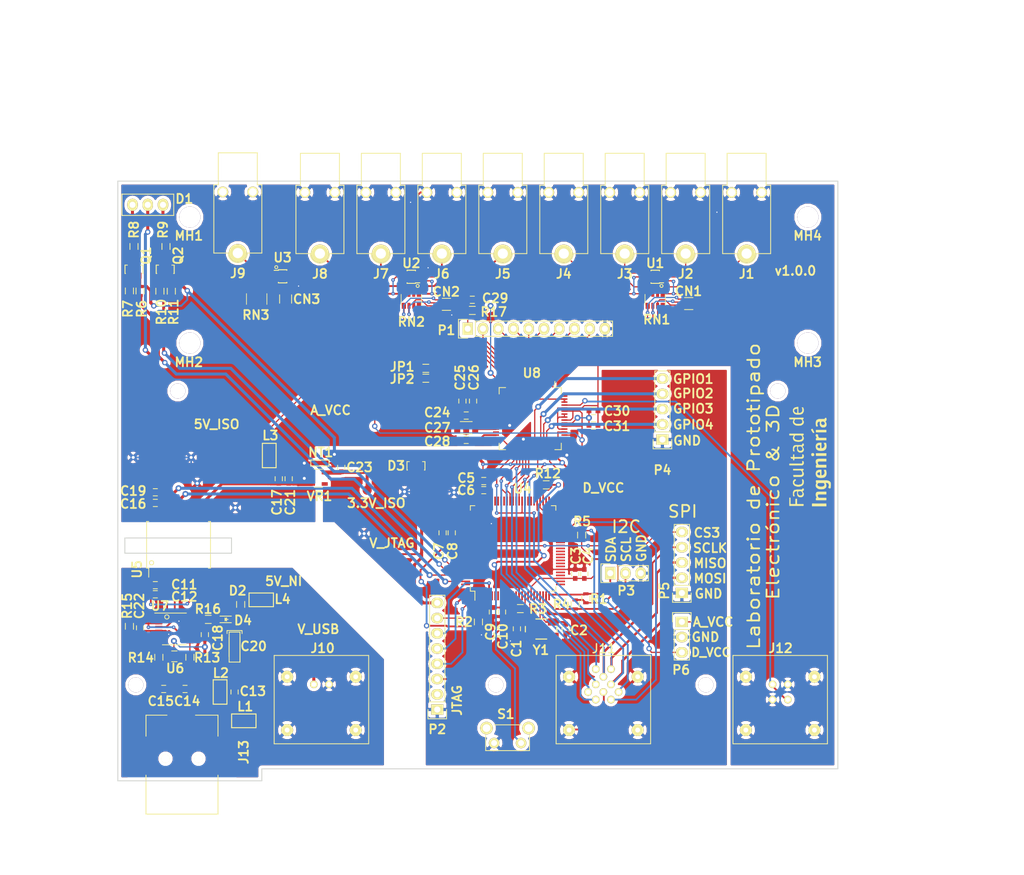
<source format=kicad_pcb>
(kicad_pcb (version 4) (host pcbnew 4.0.2-stable)
  (layers (0 F.Cu signal hide) (31 B.Cu signal hide) (34 B.Paste user) (35 F.Paste user) (36 B.SilkS user) (37 F.SilkS user) (38 B.Mask user) (39 F.Mask user) (44 Edge.Cuts user))
  (net 0 "")
  (net 1 "Net-(C1-Pad1)")
  (net 2 GND)
  (net 3 "Net-(C2-Pad1)")
  (net 4 D_VCC)
  (net 5 5V_NI)
  (net 6 NI_GND)
  (net 7 "Net-(C13-Pad1)")
  (net 8 5V_ISO)
  (net 9 GNDA)
  (net 10 V_USB)
  (net 11 "/Comunicacion USB/3V3OUT")
  (net 12 "Net-(C23-Pad1)")
  (net 13 "Net-(C24-Pad1)")
  (net 14 "Net-(C25-Pad1)")
  (net 15 "Net-(C27-Pad1)")
  (net 16 "Net-(C28-Pad1)")
  (net 17 "/Analog Front End/RL_DRV")
  (net 18 "Net-(C29-Pad2)")
  (net 19 "Net-(C30-Pad1)")
  (net 20 "Net-(D1-Pad1)")
  (net 21 "Net-(D1-Pad3)")
  (net 22 V_JATG)
  (net 23 "/Entradas Analogicas/IN_SRB")
  (net 24 "/Analog Front End/SRB1")
  (net 25 "/Analog Front End/SRB2")
  (net 26 A_VCC)
  (net 27 V_USB_IO)
  (net 28 "/Entradas Analogicas/E8-")
  (net 29 "/Entradas Analogicas/E8+")
  (net 30 "/Entradas Analogicas/E7-")
  (net 31 "/Entradas Analogicas/E7+")
  (net 32 "/Entradas Analogicas/E2-")
  (net 33 "/Entradas Analogicas/E2+")
  (net 34 "/Entradas Analogicas/E1-")
  (net 35 "/Entradas Analogicas/E1+")
  (net 36 "/Entradas Analogicas/SRB")
  (net 37 /Microcontrolador/RST/)
  (net 38 /Microcontrolador/TDI)
  (net 39 /Microcontrolador/TDO)
  (net 40 /Microcontrolador/TCK)
  (net 41 /Microcontrolador/TMS)
  (net 42 "/Interfaz Interconectividad/SDA")
  (net 43 "/Interfaz Interconectividad/SCL")
  (net 44 "/Analog Front End/GPIO4")
  (net 45 "/Analog Front End/GPIO3")
  (net 46 "/Analog Front End/GPIO2")
  (net 47 "/Analog Front End/GPIO1")
  (net 48 "/Analog Front End/MOSI")
  (net 49 "/Analog Front End/MISO")
  (net 50 /Microcontrolador/SCK)
  (net 51 "/Interfaz Interconectividad/CS3")
  (net 52 "/Interfaz Interconectividad/M/S")
  (net 53 "/Interfaz Interconectividad/CS2")
  (net 54 "/Analog Front End/START")
  (net 55 "/Interfaz Interconectividad/CS1")
  (net 56 "/Analog Front End/RESET/")
  (net 57 "/Analog Front End/CLK")
  (net 58 "/Analog Front End/BIAS_INV")
  (net 59 "Net-(Q1-Pad3)")
  (net 60 "Net-(Q2-Pad3)")
  (net 61 "Net-(R2-Pad1)")
  (net 62 /Microcontrolador/LED_R)
  (net 63 /Microcontrolador/LED_V)
  (net 64 /Microcontrolador/ISP)
  (net 65 "/Comunicacion USB/USBD-")
  (net 66 "/Comunicacion USB/USBD+")
  (net 67 "Net-(R15-Pad1)")
  (net 68 "Net-(R15-Pad2)")
  (net 69 "Net-(R16-Pad2)")
  (net 70 "Net-(U3-Pad6)")
  (net 71 "/Entradas Analogicas/IN4+")
  (net 72 "/Entradas Analogicas/IN3-")
  (net 73 "/Entradas Analogicas/IN3+")
  (net 74 "/Entradas Analogicas/IN4-")
  (net 75 "/Entradas Analogicas/IN6+")
  (net 76 "/Entradas Analogicas/IN5-")
  (net 77 "/Entradas Analogicas/IN5+")
  (net 78 "/Entradas Analogicas/IN6-")
  (net 79 "/Entradas Analogicas/IN8+")
  (net 80 "/Entradas Analogicas/IN7-")
  (net 81 "/Entradas Analogicas/IN7+")
  (net 82 "/Entradas Analogicas/IN8-")
  (net 83 "/Entradas Analogicas/IN2+")
  (net 84 "/Entradas Analogicas/IN1-")
  (net 85 "/Entradas Analogicas/IN1+")
  (net 86 "/Entradas Analogicas/IN2-")
  (net 87 "/Analog Front End/DRDY/")
  (net 88 "/Comunicacion USB/I_TX0")
  (net 89 "/Comunicacion USB/I_RX0")
  (net 90 "/Comunicacion USB/RX0")
  (net 91 "/Comunicacion USB/TX0")
  (net 92 "/Comunicacion USB/D_N")
  (net 93 "/Comunicacion USB/D_P")
  (net 94 "Net-(Q1-Pad1)")
  (net 95 "Net-(Q2-Pad1)")
  (net 96 "Net-(VR1-Pad4)")
  (net 97 "Net-(CN3-Pad6)")
  (net 98 "Net-(CN3-Pad7)")
  (net 99 "Net-(CN3-Pad5)")
  (net 100 "Net-(CN3-Pad4)")
  (net 101 "Net-(CN3-Pad2)")
  (net 102 "Net-(CN3-Pad3)")
  (net 103 "Net-(D4-Pad1)")
  (net 104 "Net-(J13-Pad5)")
  (net 105 "Net-(P2-Pad2)")
  (net 106 "Net-(RN3-Pad2)")
  (net 107 "Net-(RN3-Pad7)")
  (net 108 "Net-(RN3-Pad3)")
  (net 109 "Net-(RN3-Pad6)")
  (net 110 "Net-(RN3-Pad4)")
  (net 111 "Net-(RN3-Pad5)")
  (net 112 "Net-(U1-Pad6)")
  (net 113 "Net-(U1-Pad3)")
  (net 114 "Net-(U2-Pad6)")
  (net 115 "Net-(U3-Pad5)")
  (net 116 "Net-(U3-Pad4)")
  (net 117 "Net-(U3-Pad2)")
  (net 118 "Net-(U4-Pad6)")
  (net 119 "Net-(U4-Pad7)")
  (net 120 "Net-(U4-Pad8)")
  (net 121 "Net-(U4-Pad9)")
  (net 122 "Net-(U4-Pad14)")
  (net 123 "Net-(U4-Pad16)")
  (net 124 "Net-(U4-Pad18)")
  (net 125 "Net-(U4-Pad20)")
  (net 126 "Net-(U4-Pad21)")
  (net 127 "Net-(U4-Pad26)")
  (net 128 "Net-(U4-Pad27)")
  (net 129 "Net-(U4-Pad29)")
  (net 130 "Net-(U4-Pad30)")
  (net 131 "Net-(U4-Pad32)")
  (net 132 "Net-(U4-Pad33)")
  (net 133 "Net-(U4-Pad34)")
  (net 134 "Net-(U4-Pad35)")
  (net 135 "Net-(U4-Pad36)")
  (net 136 "Net-(U4-Pad37)")
  (net 137 "Net-(U4-Pad38)")
  (net 138 "Net-(U4-Pad39)")
  (net 139 "Net-(U4-Pad40)")
  (net 140 "Net-(U4-Pad45)")
  (net 141 "Net-(U4-Pad46)")
  (net 142 "Net-(U4-Pad47)")
  (net 143 "Net-(U4-Pad48)")
  (net 144 "Net-(U4-Pad49)")
  (net 145 "Net-(U4-Pad50)")
  (net 146 "Net-(U4-Pad52)")
  (net 147 "Net-(U4-Pad56)")
  (net 148 "Net-(U4-Pad57)")
  (net 149 "Net-(U4-Pad58)")
  (net 150 "Net-(U4-Pad59)")
  (net 151 "Net-(U4-Pad66)")
  (net 152 "Net-(U4-Pad67)")
  (net 153 "Net-(U4-Pad68)")
  (net 154 "Net-(U4-Pad69)")
  (net 155 "Net-(U4-Pad70)")
  (net 156 "Net-(U4-Pad73)")
  (net 157 "Net-(U4-Pad74)")
  (net 158 "Net-(U4-Pad76)")
  (net 159 "Net-(U4-Pad77)")
  (net 160 "Net-(U4-Pad78)")
  (net 161 "Net-(U4-Pad79)")
  (net 162 "Net-(U4-Pad80)")
  (net 163 "Net-(U4-Pad81)")
  (net 164 "Net-(U4-Pad82)")
  (net 165 "Net-(U4-Pad85)")
  (net 166 "Net-(U4-Pad86)")
  (net 167 "Net-(U4-Pad87)")
  (net 168 "Net-(U4-Pad88)")
  (net 169 "Net-(U4-Pad89)")
  (net 170 "Net-(U4-Pad90)")
  (net 171 "Net-(U4-Pad91)")
  (net 172 "Net-(U4-Pad92)")
  (net 173 "Net-(U4-Pad93)")
  (net 174 "Net-(U4-Pad100)")
  (net 175 "Net-(U5-Pad12)")
  (net 176 "Net-(U6-Pad2)")
  (net 177 "Net-(U7-Pad7)")
  (net 178 "Net-(U7-Pad15)")
  (net 179 "Net-(U7-Pad16)")
  (net 180 "Net-(U8-Pad27)")
  (net 181 "Net-(U8-Pad29)")
  (net 182 "Net-(U8-Pad64)")
  (module biopotenciales:USB_B-smd (layer F.Cu) (at 99.695 140.3096 90)
    (fp_text reference J13 (at -0.9144 10.287 90) (layer F.SilkS) (effects (font (size 1.5 1.5) (thickness 0.3))))
    (fp_text value USB_B hide)
    (pad 3 smd rect (at 5 -1.95 90) (size 3 0.7) (layers F.Cu F.Paste F.Mask) (net 93 "/Comunicacion USB/D_P"))
    (pad 2 smd rect (at 5 -0.7 90) (size 3 0.7) (layers F.Cu F.Paste F.Mask) (net 92 "/Comunicacion USB/D_N"))
    (pad 4 smd rect (at 5 0.55 90) (size 3 0.7) (layers F.Cu F.Paste F.Mask) (net 6 NI_GND))
    (pad 1 smd rect (at 5 1.8 90) (size 3 0.7) (layers F.Cu F.Paste F.Mask) (net 7 "Net-(C13-Pad1)"))
    (pad 5 smd rect (at -1.5 -7 90) (size 6.04 3.4) (layers F.Cu F.Paste F.Mask) (net 104 "Net-(J13-Pad5)"))
    (pad 5 smd rect (at -1.5 7 90) (size 6.04 3.4) (layers F.Cu F.Paste F.Mask) (net 104 "Net-(J13-Pad5)"))
    (pad "" np_thru_hole circle (at -2 -2.75 90) (size 1.4 1.4) (drill 1.4) (layers *.Cu *.Mask F.SilkS))
    (pad "" np_thru_hole circle (at -2 2.75 90) (size 1.4 1.4) (drill 1.4) (layers *.Cu *.Mask F.SilkS))
  )
  (module biopotenciales:C_0603 (layer F.Cu) (at 149.987 96.012 180)
    (fp_text reference C5 (at 2.921 0.508 180) (layer F.SilkS) (effects (font (size 1.5 1.5) (thickness 0.3))))
    (fp_text value 10nF hide)
    (pad 1 smd rect (at -0.75 0 180) (size 0.8 0.75) (layers F.Cu F.Paste F.Mask) (net 4 D_VCC))
    (pad 2 smd rect (at 0.75 0 180) (size 0.8 0.75) (layers F.Cu F.Paste F.Mask) (net 2 GND))
  )
  (module biopotenciales:C_1206 (layer F.Cu) (at 147.066 87.122 180)
    (fp_text reference C27 (at 4.826 0 180) (layer F.SilkS) (effects (font (size 1.5 1.5) (thickness 0.3))))
    (fp_text value 100uF hide)
    (pad 1 smd rect (at -1.5 0 180) (size 1 1.6) (layers F.Cu F.Paste F.Mask) (net 15 "Net-(C27-Pad1)"))
    (pad 2 smd rect (at 1.5 0 180) (size 1 1.6) (layers F.Cu F.Paste F.Mask) (net 9 GNDA))
  )
  (module biopotenciales:C_0603 (layer F.Cu) (at 147.066 85.09 180)
    (fp_text reference C24 (at 4.826 0.508 180) (layer F.SilkS) (effects (font (size 1.5 1.5) (thickness 0.3))))
    (fp_text value 1uF hide)
    (pad 1 smd rect (at -0.75 0 180) (size 0.8 0.75) (layers F.Cu F.Paste F.Mask) (net 13 "Net-(C24-Pad1)"))
    (pad 2 smd rect (at 0.75 0 180) (size 0.8 0.75) (layers F.Cu F.Paste F.Mask) (net 9 GNDA))
  )
  (module biopotenciales:C_0603 (layer F.Cu) (at 146.431 82.677 90)
    (fp_text reference C25 (at 3.937 -0.381 90) (layer F.SilkS) (effects (font (size 1.5 1.5) (thickness 0.3))))
    (fp_text value 0.1uF hide)
    (pad 1 smd rect (at -0.75 0 90) (size 0.8 0.75) (layers F.Cu F.Paste F.Mask) (net 14 "Net-(C25-Pad1)"))
    (pad 2 smd rect (at 0.75 0 90) (size 0.8 0.75) (layers F.Cu F.Paste F.Mask) (net 9 GNDA))
  )
  (module biopotenciales:R_0603 (layer F.Cu) (at 140.335 77.216)
    (fp_text reference JP1 (at -3.937 -0.254) (layer F.SilkS) (effects (font (size 1.5 1.5) (thickness 0.3))))
    (fp_text value JUMPER hide)
    (pad 1 smd rect (at -0.75 0) (size 0.5 0.9) (layers F.Cu F.Paste F.Mask) (net 23 "/Entradas Analogicas/IN_SRB"))
    (pad 2 smd rect (at 0.75 0) (size 0.5 0.9) (layers F.Cu F.Paste F.Mask) (net 24 "/Analog Front End/SRB1"))
  )
  (module biopotenciales:R_0603 (layer F.Cu) (at 140.335 78.867)
    (fp_text reference JP2 (at -3.937 0.127) (layer F.SilkS) (effects (font (size 1.5 1.5) (thickness 0.3))))
    (fp_text value JUMPER hide)
    (pad 1 smd rect (at -0.75 0) (size 0.5 0.9) (layers F.Cu F.Paste F.Mask) (net 23 "/Entradas Analogicas/IN_SRB"))
    (pad 2 smd rect (at 0.75 0) (size 0.5 0.9) (layers F.Cu F.Paste F.Mask) (net 25 "/Analog Front End/SRB2"))
  )
  (module biopotenciales:C_0603 (layer F.Cu) (at 148.082 65.786)
    (fp_text reference C29 (at 3.81 -0.254) (layer F.SilkS) (effects (font (size 1.5 1.5) (thickness 0.3))))
    (fp_text value 1nF hide)
    (pad 1 smd rect (at -0.75 0) (size 0.8 0.75) (layers F.Cu F.Paste F.Mask) (net 17 "/Analog Front End/RL_DRV"))
    (pad 2 smd rect (at 0.75 0) (size 0.8 0.75) (layers F.Cu F.Paste F.Mask) (net 18 "Net-(C29-Pad2)"))
  )
  (module biopotenciales:R_0603 (layer F.Cu) (at 148.082 67.564)
    (fp_text reference R17 (at 3.556 0.254) (layer F.SilkS) (effects (font (size 1.5 1.5) (thickness 0.3))))
    (fp_text value 1M hide)
    (pad 1 smd rect (at -0.75 0) (size 0.5 0.9) (layers F.Cu F.Paste F.Mask) (net 17 "/Analog Front End/RL_DRV"))
    (pad 2 smd rect (at 0.75 0) (size 0.5 0.9) (layers F.Cu F.Paste F.Mask) (net 18 "Net-(C29-Pad2)"))
  )
  (module biopotenciales:C_0603 (layer F.Cu) (at 168.275 86.741)
    (fp_text reference C31 (at 3.937 0.127) (layer F.SilkS) (effects (font (size 1.5 1.5) (thickness 0.3))))
    (fp_text value 1uF hide)
    (pad 1 smd rect (at -0.75 0) (size 0.8 0.75) (layers F.Cu F.Paste F.Mask) (net 19 "Net-(C30-Pad1)"))
    (pad 2 smd rect (at 0.75 0) (size 0.8 0.75) (layers F.Cu F.Paste F.Mask) (net 9 GNDA))
  )
  (module biopotenciales:C_0603 (layer F.Cu) (at 148.209 82.677 90)
    (fp_text reference C26 (at 3.937 0.127 90) (layer F.SilkS) (effects (font (size 1.5 1.5) (thickness 0.3))))
    (fp_text value 10uF hide)
    (pad 1 smd rect (at -0.75 0 90) (size 0.8 0.75) (layers F.Cu F.Paste F.Mask) (net 14 "Net-(C25-Pad1)"))
    (pad 2 smd rect (at 0.75 0 90) (size 0.8 0.75) (layers F.Cu F.Paste F.Mask) (net 9 GNDA))
  )
  (module biopotenciales:C_0603 (layer F.Cu) (at 147.066 89.154 180)
    (fp_text reference C28 (at 4.826 -0.254 180) (layer F.SilkS) (effects (font (size 1.5 1.5) (thickness 0.3))))
    (fp_text value 1uF hide)
    (pad 1 smd rect (at -0.75 0 180) (size 0.8 0.75) (layers F.Cu F.Paste F.Mask) (net 16 "Net-(C28-Pad1)"))
    (pad 2 smd rect (at 0.75 0 180) (size 0.8 0.75) (layers F.Cu F.Paste F.Mask) (net 9 GNDA))
  )
  (module biopotenciales:C_0603 (layer F.Cu) (at 168.275 84.328)
    (fp_text reference C30 (at 3.937 0) (layer F.SilkS) (effects (font (size 1.5 1.5) (thickness 0.3))))
    (fp_text value 0.1uF hide)
    (pad 1 smd rect (at -0.75 0) (size 0.8 0.75) (layers F.Cu F.Paste F.Mask) (net 19 "Net-(C30-Pad1)"))
    (pad 2 smd rect (at 0.75 0) (size 0.8 0.75) (layers F.Cu F.Paste F.Mask) (net 9 GNDA))
  )
  (module biopotenciales:C_0603 (layer F.Cu) (at 155.5115 120.65 90)
    (fp_text reference C1 (at -3.302 -0.0635 90) (layer F.SilkS) (effects (font (size 1.5 1.5) (thickness 0.3))))
    (fp_text value 18pF hide)
    (pad 1 smd rect (at -0.75 0 90) (size 0.8 0.75) (layers F.Cu F.Paste F.Mask) (net 1 "Net-(C1-Pad1)"))
    (pad 2 smd rect (at 0.75 0 90) (size 0.8 0.75) (layers F.Cu F.Paste F.Mask) (net 2 GND))
  )
  (module biopotenciales:C_0603 (layer F.Cu) (at 163.6395 120.65 270)
    (fp_text reference C2 (at 0.254 -2.2225 540) (layer F.SilkS) (effects (font (size 1.5 1.5) (thickness 0.3))))
    (fp_text value 18pF hide)
    (pad 1 smd rect (at -0.75 0 270) (size 0.8 0.75) (layers F.Cu F.Paste F.Mask) (net 3 "Net-(C2-Pad1)"))
    (pad 2 smd rect (at 0.75 0 270) (size 0.8 0.75) (layers F.Cu F.Paste F.Mask) (net 2 GND))
  )
  (module biopotenciales:C_0603 (layer F.Cu) (at 165.227 111.506 90)
    (fp_text reference C3 (at 3.048 0.127 90) (layer F.SilkS) (effects (font (size 1.5 1.5) (thickness 0.3))))
    (fp_text value 10nF hide)
    (pad 1 smd rect (at -0.75 0 90) (size 0.8 0.75) (layers F.Cu F.Paste F.Mask) (net 4 D_VCC))
    (pad 2 smd rect (at 0.75 0 90) (size 0.8 0.75) (layers F.Cu F.Paste F.Mask) (net 2 GND))
  )
  (module biopotenciales:C_0603 (layer F.Cu) (at 166.751 111.506 90)
    (fp_text reference C4 (at 3.048 0.635 90) (layer F.SilkS) (effects (font (size 1.5 1.5) (thickness 0.3))))
    (fp_text value 100nF hide)
    (pad 1 smd rect (at -0.75 0 90) (size 0.8 0.75) (layers F.Cu F.Paste F.Mask) (net 4 D_VCC))
    (pad 2 smd rect (at 0.75 0 90) (size 0.8 0.75) (layers F.Cu F.Paste F.Mask) (net 2 GND))
  )
  (module biopotenciales:C_0603 (layer F.Cu) (at 149.987 97.536 180)
    (fp_text reference C6 (at 2.921 0 180) (layer F.SilkS) (effects (font (size 1.5 1.5) (thickness 0.3))))
    (fp_text value 100nF hide)
    (pad 1 smd rect (at -0.75 0 180) (size 0.8 0.75) (layers F.Cu F.Paste F.Mask) (net 4 D_VCC))
    (pad 2 smd rect (at 0.75 0 180) (size 0.8 0.75) (layers F.Cu F.Paste F.Mask) (net 2 GND))
  )
  (module biopotenciales:C_0603 (layer F.Cu) (at 143.129 104.648 90)
    (fp_text reference C7 (at -3.048 -0.635 90) (layer F.SilkS) (effects (font (size 1.5 1.5) (thickness 0.3))))
    (fp_text value 10nF hide)
    (pad 1 smd rect (at -0.75 0 90) (size 0.8 0.75) (layers F.Cu F.Paste F.Mask) (net 4 D_VCC))
    (pad 2 smd rect (at 0.75 0 90) (size 0.8 0.75) (layers F.Cu F.Paste F.Mask) (net 2 GND))
  )
  (module biopotenciales:C_0603 (layer F.Cu) (at 144.653 104.648 90)
    (fp_text reference C8 (at -3.048 0.127 90) (layer F.SilkS) (effects (font (size 1.5 1.5) (thickness 0.3))))
    (fp_text value 100nF hide)
    (pad 1 smd rect (at -0.75 0 90) (size 0.8 0.75) (layers F.Cu F.Paste F.Mask) (net 4 D_VCC))
    (pad 2 smd rect (at 0.75 0 90) (size 0.8 0.75) (layers F.Cu F.Paste F.Mask) (net 2 GND))
  )
  (module biopotenciales:C_0603 (layer F.Cu) (at 151.511 117.856 270)
    (fp_text reference C9 (at 3.302 0.381 270) (layer F.SilkS) (effects (font (size 1.5 1.5) (thickness 0.3))))
    (fp_text value 10nF hide)
    (pad 1 smd rect (at -0.75 0 270) (size 0.8 0.75) (layers F.Cu F.Paste F.Mask) (net 4 D_VCC))
    (pad 2 smd rect (at 0.75 0 270) (size 0.8 0.75) (layers F.Cu F.Paste F.Mask) (net 2 GND))
  )
  (module biopotenciales:C_0603 (layer F.Cu) (at 153.035 117.856 270)
    (fp_text reference C10 (at 4.064 -0.127 270) (layer F.SilkS) (effects (font (size 1.5 1.5) (thickness 0.3))))
    (fp_text value 100nF hide)
    (pad 1 smd rect (at -0.75 0 270) (size 0.8 0.75) (layers F.Cu F.Paste F.Mask) (net 4 D_VCC))
    (pad 2 smd rect (at 0.75 0 270) (size 0.8 0.75) (layers F.Cu F.Paste F.Mask) (net 2 GND))
  )
  (module biopotenciales:C_0603 (layer F.Cu) (at 95.25 113.379)
    (fp_text reference C11 (at 4.826 -0.095) (layer F.SilkS) (effects (font (size 1.5 1.5) (thickness 0.3))))
    (fp_text value 0.1uF hide)
    (pad 1 smd rect (at -0.75 0) (size 0.8 0.75) (layers F.Cu F.Paste F.Mask) (net 5 5V_NI))
    (pad 2 smd rect (at 0.75 0) (size 0.8 0.75) (layers F.Cu F.Paste F.Mask) (net 6 NI_GND))
  )
  (module biopotenciales:C_0603 (layer F.Cu) (at 95.25 114.903)
    (fp_text reference C12 (at 4.826 0.413) (layer F.SilkS) (effects (font (size 1.5 1.5) (thickness 0.3))))
    (fp_text value 10uF hide)
    (pad 1 smd rect (at -0.75 0) (size 0.8 0.75) (layers F.Cu F.Paste F.Mask) (net 5 5V_NI))
    (pad 2 smd rect (at 0.75 0) (size 0.8 0.75) (layers F.Cu F.Paste F.Mask) (net 6 NI_GND))
  )
  (module biopotenciales:C_0603 (layer F.Cu) (at 108.458 131.191 90)
    (fp_text reference C13 (at 0.127 3.048 180) (layer F.SilkS) (effects (font (size 1.5 1.5) (thickness 0.3))))
    (fp_text value 10nF hide)
    (pad 1 smd rect (at -0.75 0 90) (size 0.8 0.75) (layers F.Cu F.Paste F.Mask) (net 7 "Net-(C13-Pad1)"))
    (pad 2 smd rect (at 0.75 0 90) (size 0.8 0.75) (layers F.Cu F.Paste F.Mask) (net 6 NI_GND))
  )
  (module biopotenciales:C_0603 (layer F.Cu) (at 100.203 130.683)
    (fp_text reference C14 (at 0.3556 2.032) (layer F.SilkS) (effects (font (size 1.5 1.5) (thickness 0.3))))
    (fp_text value 47pF hide)
    (pad 1 smd rect (at -0.75 0) (size 0.8 0.75) (layers F.Cu F.Paste F.Mask) (net 92 "/Comunicacion USB/D_N"))
    (pad 2 smd rect (at 0.75 0) (size 0.8 0.75) (layers F.Cu F.Paste F.Mask) (net 6 NI_GND))
  )
  (module biopotenciales:C_0603 (layer F.Cu) (at 96.647 130.683 180)
    (fp_text reference C15 (at 0.4826 -2.032 180) (layer F.SilkS) (effects (font (size 1.5 1.5) (thickness 0.3))))
    (fp_text value 47pF hide)
    (pad 1 smd rect (at -0.75 0 180) (size 0.8 0.75) (layers F.Cu F.Paste F.Mask) (net 93 "/Comunicacion USB/D_P"))
    (pad 2 smd rect (at 0.75 0 180) (size 0.8 0.75) (layers F.Cu F.Paste F.Mask) (net 6 NI_GND))
  )
  (module biopotenciales:C_0603 (layer F.Cu) (at 95.25 99.663)
    (fp_text reference C16 (at -3.683 0.159) (layer F.SilkS) (effects (font (size 1.5 1.5) (thickness 0.3))))
    (fp_text value 0.1uF hide)
    (pad 1 smd rect (at -0.75 0) (size 0.8 0.75) (layers F.Cu F.Paste F.Mask) (net 8 5V_ISO))
    (pad 2 smd rect (at 0.75 0) (size 0.8 0.75) (layers F.Cu F.Paste F.Mask) (net 9 GNDA))
  )
  (module biopotenciales:C_0603 (layer F.Cu) (at 115.824 95.631 90)
    (fp_text reference C17 (at -3.937 -0.3175 90) (layer F.SilkS) (effects (font (size 1.5 1.5) (thickness 0.3))))
    (fp_text value 10uF hide)
    (pad 1 smd rect (at -0.75 0 90) (size 0.8 0.75) (layers F.Cu F.Paste F.Mask) (net 8 5V_ISO))
    (pad 2 smd rect (at 0.75 0 90) (size 0.8 0.75) (layers F.Cu F.Paste F.Mask) (net 9 GNDA))
  )
  (module biopotenciales:C_0603 (layer F.Cu) (at 103.505 121.627 90)
    (fp_text reference C18 (at -0.547 2.159 90) (layer F.SilkS) (effects (font (size 1.5 1.5) (thickness 0.3))))
    (fp_text value 100nF hide)
    (pad 1 smd rect (at -0.75 0 90) (size 0.8 0.75) (layers F.Cu F.Paste F.Mask) (net 10 V_USB))
    (pad 2 smd rect (at 0.75 0 90) (size 0.8 0.75) (layers F.Cu F.Paste F.Mask) (net 6 NI_GND))
  )
  (module biopotenciales:C_0603 (layer F.Cu) (at 95.25 97.885)
    (fp_text reference C19 (at -3.683 -0.222) (layer F.SilkS) (effects (font (size 1.5 1.5) (thickness 0.3))))
    (fp_text value 10uF hide)
    (pad 1 smd rect (at -0.75 0) (size 0.8 0.75) (layers F.Cu F.Paste F.Mask) (net 8 5V_ISO))
    (pad 2 smd rect (at 0.75 0) (size 0.8 0.75) (layers F.Cu F.Paste F.Mask) (net 9 GNDA))
  )
  (module biopotenciales:C_0603 (layer F.Cu) (at 117.475 95.631 90)
    (fp_text reference C21 (at -3.937 0.254 90) (layer F.SilkS) (effects (font (size 1.5 1.5) (thickness 0.3))))
    (fp_text value 1uF hide)
    (pad 1 smd rect (at -0.75 0 90) (size 0.8 0.75) (layers F.Cu F.Paste F.Mask) (net 8 5V_ISO))
    (pad 2 smd rect (at 0.75 0 90) (size 0.8 0.75) (layers F.Cu F.Paste F.Mask) (net 9 GNDA))
  )
  (module biopotenciales:C_0603 (layer F.Cu) (at 92.71 120.491 270)
    (fp_text reference C22 (at -3.651 0.127 270) (layer F.SilkS) (effects (font (size 1.5 1.5) (thickness 0.3))))
    (fp_text value 100nF hide)
    (pad 1 smd rect (at -0.75 0 270) (size 0.8 0.75) (layers F.Cu F.Paste F.Mask) (net 11 "/Comunicacion USB/3V3OUT"))
    (pad 2 smd rect (at 0.75 0 270) (size 0.8 0.75) (layers F.Cu F.Paste F.Mask) (net 6 NI_GND))
  )
  (module biopotenciales:C_0603 (layer F.Cu) (at 126.238 93.726 90)
    (fp_text reference C23 (at 0 3.048 180) (layer F.SilkS) (effects (font (size 1.5 1.5) (thickness 0.3))))
    (fp_text value 1uF hide)
    (pad 1 smd rect (at -0.75 0 90) (size 0.8 0.75) (layers F.Cu F.Paste F.Mask) (net 12 "Net-(C23-Pad1)"))
    (pad 2 smd rect (at 0.75 0 90) (size 0.8 0.75) (layers F.Cu F.Paste F.Mask) (net 2 GND))
  )
  (module biopotenciales:Led_bicolor (layer F.Cu) (at 94 49.95)
    (fp_text reference D1 (at 6.076 -0.994) (layer F.SilkS) (effects (font (size 1.5 1.5) (thickness 0.3))))
    (fp_text value Led_bicolor hide)
    (pad 1 thru_hole oval (at -2.55 0) (size 1.7272 2.032) (drill 1.016) (layers *.Cu *.Mask F.SilkS) (net 20 "Net-(D1-Pad1)"))
    (pad 2 thru_hole oval (at -0.01 0) (size 1.7272 2.032) (drill 1.016) (layers *.Cu *.Mask F.SilkS) (net 8 5V_ISO))
    (pad 3 thru_hole oval (at 2.53 0) (size 1.7272 2.032) (drill 1.016) (layers *.Cu *.Mask F.SilkS) (net 21 "Net-(D1-Pad3)"))
  )
  (module biopotenciales:LED_0603 (layer F.Cu) (at 107.1245 119.087)
    (fp_text reference D4 (at 2.7305 0.166) (layer F.SilkS) (effects (font (size 1.5 1.5) (thickness 0.3))))
    (fp_text value LED hide)
    (pad 2 smd rect (at 0.7493 0 180) (size 0.79756 0.79756) (layers F.Cu F.Paste F.Mask) (net 10 V_USB))
    (pad 1 smd rect (at -0.7493 0 180) (size 0.79756 0.79756) (layers F.Cu F.Paste F.Mask) (net 103 "Net-(D4-Pad1)"))
  )
  (module biopotenciales:FER-0805 (layer F.Cu) (at 110 136)
    (fp_text reference L1 (at -1.288 -1.507) (layer F.SilkS) (effects (font (size 1.5 1.5) (thickness 0.3)) (justify left bottom)))
    (fp_text value INDUCTOR_SMALL hide)
    (pad 1 smd rect (at -0.95 0) (size 1.3 1.5) (layers F.Cu F.Paste F.Mask) (net 104 "Net-(J13-Pad5)"))
    (pad 2 smd rect (at 0.95 0) (size 1.3 1.5) (layers F.Cu F.Paste F.Mask) (net 6 NI_GND))
  )
  (module biopotenciales:FER-0805 (layer F.Cu) (at 106.045 131.191 270)
    (fp_text reference L2 (at -2.286 1.397 360) (layer F.SilkS) (effects (font (size 1.5 1.5) (thickness 0.3)) (justify left bottom)))
    (fp_text value INDUCTOR_SMALL hide)
    (pad 1 smd rect (at -0.95 0 270) (size 1.3 1.5) (layers F.Cu F.Paste F.Mask) (net 10 V_USB))
    (pad 2 smd rect (at 0.95 0 270) (size 1.3 1.5) (layers F.Cu F.Paste F.Mask) (net 7 "Net-(C13-Pad1)"))
  )
  (module biopotenciales:FER-0805 (layer F.Cu) (at 114.2365 91.7575 90)
    (fp_text reference L3 (at 2.4765 -1.3335 180) (layer F.SilkS) (effects (font (size 1.5 1.5) (thickness 0.3)) (justify left bottom)))
    (fp_text value INDUCTOR_SMALL hide)
    (pad 1 smd rect (at -0.95 0 90) (size 1.3 1.5) (layers F.Cu F.Paste F.Mask) (net 8 5V_ISO))
    (pad 2 smd rect (at 0.95 0 90) (size 1.3 1.5) (layers F.Cu F.Paste F.Mask) (net 26 A_VCC))
  )
  (module biopotenciales:FER-0805 (layer F.Cu) (at 112.903 115.824)
    (fp_text reference L4 (at 2.032 0.762 180) (layer F.SilkS) (effects (font (size 1.5 1.5) (thickness 0.3)) (justify left bottom)))
    (fp_text value INDUCTOR_SMALL hide)
    (pad 1 smd rect (at -0.95 0) (size 1.3 1.5) (layers F.Cu F.Paste F.Mask) (net 5 5V_NI))
    (pad 2 smd rect (at 0.95 0) (size 1.3 1.5) (layers F.Cu F.Paste F.Mask) (net 27 V_USB_IO))
  )
  (module biopotenciales:Net_tie (layer F.Cu) (at 122.682 93.012)
    (fp_text reference NT1 (at 0.127 -1.778) (layer F.SilkS) (effects (font (size 1.5 1.5) (thickness 0.3))))
    (fp_text value Net_Tie hide)
    (fp_line (start -1.016 0) (end 1.016 0) (layer F.Cu) (width 0.7))
    (pad 1 smd rect (at -1.016 0) (size 0.8 0.8) (layers F.Cu F.Paste F.Mask) (net 9 GNDA))
    (pad 2 smd rect (at 1.016 0) (size 0.8 0.8) (layers F.Cu F.Paste F.Mask) (net 2 GND))
  )
  (module biopotenciales:Pin_Header_Straight_1x08 (layer F.Cu) (at 142.24 134.112 180)
    (fp_text reference P2 (at 0 -3.302 180) (layer F.SilkS) (effects (font (size 1.5 1.5) (thickness 0.3))))
    (fp_text value JTAG hide)
    (pad 1 thru_hole rect (at 0 0 180) (size 2.032 1.7272) (drill 1.016) (layers *.Cu *.Mask F.SilkS) (net 2 GND))
    (pad 2 thru_hole oval (at 0 2.54 180) (size 2.032 1.7272) (drill 1.016) (layers *.Cu *.Mask F.SilkS) (net 105 "Net-(P2-Pad2)"))
    (pad 3 thru_hole oval (at 0 5.08 180) (size 2.032 1.7272) (drill 1.016) (layers *.Cu *.Mask F.SilkS) (net 37 /Microcontrolador/RST/))
    (pad 4 thru_hole oval (at 0 7.62 180) (size 2.032 1.7272) (drill 1.016) (layers *.Cu *.Mask F.SilkS) (net 38 /Microcontrolador/TDI))
    (pad 5 thru_hole oval (at 0 10.16 180) (size 2.032 1.7272) (drill 1.016) (layers *.Cu *.Mask F.SilkS) (net 39 /Microcontrolador/TDO))
    (pad 6 thru_hole oval (at 0 12.7 180) (size 2.032 1.7272) (drill 1.016) (layers *.Cu *.Mask F.SilkS) (net 40 /Microcontrolador/TCK))
    (pad 7 thru_hole oval (at 0 15.24 180) (size 2.032 1.7272) (drill 1.016) (layers *.Cu *.Mask F.SilkS) (net 41 /Microcontrolador/TMS))
    (pad 8 thru_hole oval (at 0 17.78 180) (size 2.032 1.7272) (drill 1.016) (layers *.Cu *.Mask F.SilkS) (net 22 V_JATG))
  )
  (module biopotenciales:Pin_Header_Straight_1x03 (layer F.Cu) (at 171.069 111.379 90)
    (fp_text reference P3 (at -2.921 2.667 180) (layer F.SilkS) (effects (font (size 1.5 1.5) (thickness 0.3))))
    (fp_text value CONN_01X03 hide)
    (pad 1 thru_hole rect (at 0 0 90) (size 2.032 1.7272) (drill 1.016) (layers *.Cu *.Mask F.SilkS) (net 42 "/Interfaz Interconectividad/SDA"))
    (pad 2 thru_hole oval (at 0 2.54 90) (size 2.032 1.7272) (drill 1.016) (layers *.Cu *.Mask F.SilkS) (net 43 "/Interfaz Interconectividad/SCL"))
    (pad 3 thru_hole oval (at 0 5.08 90) (size 2.032 1.7272) (drill 1.016) (layers *.Cu *.Mask F.SilkS) (net 2 GND))
  )
  (module biopotenciales:Pin_Header_Straight_1x05 (layer F.Cu) (at 179.7685 89.0905 180)
    (fp_text reference P4 (at 0 -5.1 180) (layer F.SilkS) (effects (font (size 1.5 1.5) (thickness 0.3))))
    (fp_text value CONN_01X05 hide)
    (pad 1 thru_hole rect (at 0 0 180) (size 2.032 1.7272) (drill 1.016) (layers *.Cu *.Mask F.SilkS) (net 2 GND))
    (pad 2 thru_hole oval (at 0 2.54 180) (size 2.032 1.7272) (drill 1.016) (layers *.Cu *.Mask F.SilkS) (net 44 "/Analog Front End/GPIO4"))
    (pad 3 thru_hole oval (at 0 5.08 180) (size 2.032 1.7272) (drill 1.016) (layers *.Cu *.Mask F.SilkS) (net 45 "/Analog Front End/GPIO3"))
    (pad 4 thru_hole oval (at 0 7.62 180) (size 2.032 1.7272) (drill 1.016) (layers *.Cu *.Mask F.SilkS) (net 46 "/Analog Front End/GPIO2"))
    (pad 5 thru_hole oval (at 0 10.16 180) (size 2.032 1.7272) (drill 1.016) (layers *.Cu *.Mask F.SilkS) (net 47 "/Analog Front End/GPIO1"))
  )
  (module biopotenciales:Pin_Header_Straight_1x03 (layer F.Cu) (at 183 119.5)
    (fp_text reference P5 (at -2.914 -5.2 90) (layer F.SilkS) (effects (font (size 1.5 1.5) (thickness 0.3))))
    (fp_text value CONN_01X03 hide)
    (pad 1 thru_hole rect (at 0 0) (size 2.032 1.7272) (drill 1.016) (layers *.Cu *.Mask F.SilkS) (net 26 A_VCC))
    (pad 2 thru_hole oval (at 0 2.54) (size 2.032 1.7272) (drill 1.016) (layers *.Cu *.Mask F.SilkS) (net 2 GND))
    (pad 3 thru_hole oval (at 0 5.08) (size 2.032 1.7272) (drill 1.016) (layers *.Cu *.Mask F.SilkS) (net 4 D_VCC))
  )
  (module biopotenciales:Pin_Header_Straight_1x05 (layer F.Cu) (at 183.007 114.681 180)
    (fp_text reference P6 (at 0.127 -12.827 180) (layer F.SilkS) (effects (font (size 1.5 1.5) (thickness 0.3))))
    (fp_text value CONN_01X05 hide)
    (pad 1 thru_hole rect (at 0 0 180) (size 2.032 1.7272) (drill 1.016) (layers *.Cu *.Mask F.SilkS) (net 2 GND))
    (pad 2 thru_hole oval (at 0 2.54 180) (size 2.032 1.7272) (drill 1.016) (layers *.Cu *.Mask F.SilkS) (net 48 "/Analog Front End/MOSI"))
    (pad 3 thru_hole oval (at 0 5.08 180) (size 2.032 1.7272) (drill 1.016) (layers *.Cu *.Mask F.SilkS) (net 49 "/Analog Front End/MISO"))
    (pad 4 thru_hole oval (at 0 7.62 180) (size 2.032 1.7272) (drill 1.016) (layers *.Cu *.Mask F.SilkS) (net 50 /Microcontrolador/SCK))
    (pad 5 thru_hole oval (at 0 10.16 180) (size 2.032 1.7272) (drill 1.016) (layers *.Cu *.Mask F.SilkS) (net 51 "/Interfaz Interconectividad/CS3"))
  )
  (module biopotenciales:R_0603 (layer F.Cu) (at 165.227 116.586 270)
    (fp_text reference R1 (at -0.889 -3.937 360) (layer F.SilkS) (effects (font (size 1.5 1.5) (thickness 0.3))))
    (fp_text value 1k hide)
    (pad 1 smd rect (at -0.75 0 270) (size 0.5 0.9) (layers F.Cu F.Paste F.Mask) (net 4 D_VCC))
    (pad 2 smd rect (at 0.75 0 270) (size 0.5 0.9) (layers F.Cu F.Paste F.Mask) (net 43 "/Interfaz Interconectividad/SCL"))
  )
  (module biopotenciales:R_0603 (layer F.Cu) (at 149.098 119.507 270)
    (fp_text reference R2 (at 0 2.413 360) (layer F.SilkS) (effects (font (size 1.5 1.5) (thickness 0.3))))
    (fp_text value 10k hide)
    (pad 1 smd rect (at -0.75 0 270) (size 0.5 0.9) (layers F.Cu F.Paste F.Mask) (net 61 "Net-(R2-Pad1)"))
    (pad 2 smd rect (at 0.75 0 270) (size 0.5 0.9) (layers F.Cu F.Paste F.Mask) (net 4 D_VCC))
  )
  (module biopotenciales:R_0603 (layer F.Cu) (at 156.083 117.2845 180)
    (fp_text reference R3 (at -2.921 -0.0635 180) (layer F.SilkS) (effects (font (size 1.5 1.5) (thickness 0.3))))
    (fp_text value 12k hide)
    (pad 1 smd rect (at -0.75 0 180) (size 0.5 0.9) (layers F.Cu F.Paste F.Mask) (net 37 /Microcontrolador/RST/))
    (pad 2 smd rect (at 0.75 0 180) (size 0.5 0.9) (layers F.Cu F.Paste F.Mask) (net 4 D_VCC))
  )
  (module biopotenciales:R_0603 (layer F.Cu) (at 167.005 115.57 90)
    (fp_text reference R4 (at -1.016 -4.064 180) (layer F.SilkS) (effects (font (size 1.5 1.5) (thickness 0.3))))
    (fp_text value 1k hide)
    (pad 1 smd rect (at -0.75 0 90) (size 0.5 0.9) (layers F.Cu F.Paste F.Mask) (net 4 D_VCC))
    (pad 2 smd rect (at 0.75 0 90) (size 0.5 0.9) (layers F.Cu F.Paste F.Mask) (net 42 "/Interfaz Interconectividad/SDA"))
  )
  (module biopotenciales:R_0603 (layer F.Cu) (at 166.3065 105.029 90)
    (fp_text reference R5 (at 2.286 0.0635 180) (layer F.SilkS) (effects (font (size 1.5 1.5) (thickness 0.3))))
    (fp_text value 1k hide)
    (pad 1 smd rect (at -0.75 0 90) (size 0.5 0.9) (layers F.Cu F.Paste F.Mask) (net 4 D_VCC))
    (pad 2 smd rect (at 0.75 0 90) (size 0.5 0.9) (layers F.Cu F.Paste F.Mask) (net 52 "/Interfaz Interconectividad/M/S"))
  )
  (module biopotenciales:R_0603 (layer F.Cu) (at 92.71 64.3255 90)
    (fp_text reference R6 (at -2.9845 0.254 90) (layer F.SilkS) (effects (font (size 1.5 1.5) (thickness 0.3))))
    (fp_text value 330k hide)
    (pad 1 smd rect (at -0.75 0 90) (size 0.5 0.9) (layers F.Cu F.Paste F.Mask) (net 62 /Microcontrolador/LED_R))
    (pad 2 smd rect (at 0.75 0 90) (size 0.5 0.9) (layers F.Cu F.Paste F.Mask) (net 2 GND))
  )
  (module biopotenciales:R_0603 (layer F.Cu) (at 90.932 64.3128 90)
    (fp_text reference R7 (at -2.9972 -0.254 270) (layer F.SilkS) (effects (font (size 1.5 1.5) (thickness 0.3))))
    (fp_text value 10k hide)
    (pad 1 smd rect (at -0.75 0 90) (size 0.5 0.9) (layers F.Cu F.Paste F.Mask) (net 62 /Microcontrolador/LED_R))
    (pad 2 smd rect (at 0.75 0 90) (size 0.5 0.9) (layers F.Cu F.Paste F.Mask) (net 94 "Net-(Q1-Pad1)"))
  )
  (module biopotenciales:R_0603 (layer F.Cu) (at 91.694 56.896 270)
    (fp_text reference R8 (at -2.794 0 270) (layer F.SilkS) (effects (font (size 1.5 1.5) (thickness 0.3))))
    (fp_text value 560 hide)
    (pad 1 smd rect (at -0.75 0 270) (size 0.5 0.9) (layers F.Cu F.Paste F.Mask) (net 20 "Net-(D1-Pad1)"))
    (pad 2 smd rect (at 0.75 0 270) (size 0.5 0.9) (layers F.Cu F.Paste F.Mask) (net 59 "Net-(Q1-Pad3)"))
  )
  (module biopotenciales:R_0603 (layer F.Cu) (at 97.028 56.896 270)
    (fp_text reference R9 (at -2.794 0.508 270) (layer F.SilkS) (effects (font (size 1.5 1.5) (thickness 0.3))))
    (fp_text value 560 hide)
    (pad 1 smd rect (at -0.75 0 270) (size 0.5 0.9) (layers F.Cu F.Paste F.Mask) (net 21 "Net-(D1-Pad3)"))
    (pad 2 smd rect (at 0.75 0 270) (size 0.5 0.9) (layers F.Cu F.Paste F.Mask) (net 60 "Net-(Q2-Pad3)"))
  )
  (module biopotenciales:R_0603 (layer F.Cu) (at 96.012 64.356 90)
    (fp_text reference R10 (at -3.462 0.254 90) (layer F.SilkS) (effects (font (size 1.5 1.5) (thickness 0.3))))
    (fp_text value 330k hide)
    (pad 1 smd rect (at -0.75 0 90) (size 0.5 0.9) (layers F.Cu F.Paste F.Mask) (net 63 /Microcontrolador/LED_V))
    (pad 2 smd rect (at 0.75 0 90) (size 0.5 0.9) (layers F.Cu F.Paste F.Mask) (net 95 "Net-(Q2-Pad1)"))
  )
  (module biopotenciales:R_0603 (layer F.Cu) (at 97.917 64.356 90)
    (fp_text reference R11 (at -3.462 0.381 90) (layer F.SilkS) (effects (font (size 1.5 1.5) (thickness 0.3))))
    (fp_text value 10k hide)
    (pad 1 smd rect (at -0.75 0 90) (size 0.5 0.9) (layers F.Cu F.Paste F.Mask) (net 63 /Microcontrolador/LED_V))
    (pad 2 smd rect (at 0.75 0 90) (size 0.5 0.9) (layers F.Cu F.Paste F.Mask) (net 2 GND))
  )
  (module biopotenciales:R_0603 (layer F.Cu) (at 160.401 96.647)
    (fp_text reference R12 (at 0.254 -1.905) (layer F.SilkS) (effects (font (size 1.5 1.5) (thickness 0.3))))
    (fp_text value 10k hide)
    (pad 1 smd rect (at -0.75 0) (size 0.5 0.9) (layers F.Cu F.Paste F.Mask) (net 4 D_VCC))
    (pad 2 smd rect (at 0.75 0) (size 0.5 0.9) (layers F.Cu F.Paste F.Mask) (net 64 /Microcontrolador/ISP))
  )
  (module biopotenciales:R_0603 (layer F.Cu) (at 101.0158 125.3998 270)
    (fp_text reference R13 (at 0.0762 -2.8702 360) (layer F.SilkS) (effects (font (size 1.5 1.5) (thickness 0.3))))
    (fp_text value 27 hide)
    (pad 1 smd rect (at -0.75 0 270) (size 0.5 0.9) (layers F.Cu F.Paste F.Mask) (net 65 "/Comunicacion USB/USBD-"))
    (pad 2 smd rect (at 0.75 0 270) (size 0.5 0.9) (layers F.Cu F.Paste F.Mask) (net 92 "/Comunicacion USB/D_N"))
  )
  (module biopotenciales:R_0603 (layer F.Cu) (at 95.8342 125.3998 270)
    (fp_text reference R14 (at 0.0762 2.9972 360) (layer F.SilkS) (effects (font (size 1.5 1.5) (thickness 0.3))))
    (fp_text value 27 hide)
    (pad 1 smd rect (at -0.75 0 270) (size 0.5 0.9) (layers F.Cu F.Paste F.Mask) (net 66 "/Comunicacion USB/USBD+"))
    (pad 2 smd rect (at 0.75 0 270) (size 0.5 0.9) (layers F.Cu F.Paste F.Mask) (net 93 "/Comunicacion USB/D_P"))
  )
  (module biopotenciales:R_0603 (layer F.Cu) (at 90.932 120.237 270)
    (fp_text reference R15 (at -3.397 0.381 270) (layer F.SilkS) (effects (font (size 1.5 1.5) (thickness 0.3))))
    (fp_text value 0R)
    (pad 1 smd rect (at -0.75 0 270) (size 0.5 0.9) (layers F.Cu F.Paste F.Mask) (net 67 "Net-(R15-Pad1)"))
    (pad 2 smd rect (at 0.75 0 270) (size 0.5 0.9) (layers F.Cu F.Paste F.Mask) (net 68 "Net-(R15-Pad2)"))
  )
  (module biopotenciales:R_0603 (layer F.Cu) (at 104.0765 119.087 180)
    (fp_text reference R16 (at 0.0635 1.739 180) (layer F.SilkS) (effects (font (size 1.5 1.5) (thickness 0.3))))
    (fp_text value 560 hide)
    (pad 1 smd rect (at -0.75 0 180) (size 0.5 0.9) (layers F.Cu F.Paste F.Mask) (net 103 "Net-(D4-Pad1)"))
    (pad 2 smd rect (at 0.75 0 180) (size 0.5 0.9) (layers F.Cu F.Paste F.Mask) (net 69 "Net-(R16-Pad2)"))
  )
  (module biopotenciales:XTAL_AM3B (layer F.Cu) (at 159.5755 120.7135 180)
    (fp_text reference Y1 (at 0.0635 -3.4925 180) (layer F.SilkS) (effects (font (size 1.5 1.5) (thickness 0.3))))
    (fp_text value 12MHz hide)
    (pad 3 smd rect (at -2 1.2 180) (size 1.8 1.2) (layers F.Cu F.Paste F.Mask) (net 3 "Net-(C2-Pad1)"))
    (pad 4 smd rect (at 2 1.2 180) (size 1.8 1.2) (layers F.Cu F.Paste F.Mask) (net 2 GND))
    (pad 2 smd rect (at -2 -1.2 180) (size 1.8 1.2) (layers F.Cu F.Paste F.Mask) (net 2 GND))
    (pad 1 smd rect (at 2 -1.2 180) (size 1.8 1.2) (layers F.Cu F.Paste F.Mask) (net 1 "Net-(C1-Pad1)"))
  )
  (module Pin_Headers:Pin_Header_Straight_1x10 (layer F.Cu) (at 147.32 70.612 90)
    (fp_text reference P1 (at -0.254 -3.556 180) (layer F.SilkS) (effects (font (size 1.5 1.5) (thickness 0.3))))
    (fp_text value CONN_01X10 hide)
    (pad 1 thru_hole rect (at 0 0 90) (size 2.032 1.7272) (drill 1.016) (layers *.Cu *.Mask F.SilkS) (net 17 "/Analog Front End/RL_DRV"))
    (pad 2 thru_hole oval (at 0 2.54 90) (size 2.032 1.7272) (drill 1.016) (layers *.Cu *.Mask F.SilkS) (net 73 "/Entradas Analogicas/IN3+"))
    (pad 3 thru_hole oval (at 0 5.08 90) (size 2.032 1.7272) (drill 1.016) (layers *.Cu *.Mask F.SilkS) (net 72 "/Entradas Analogicas/IN3-"))
    (pad 4 thru_hole oval (at 0 7.62 90) (size 2.032 1.7272) (drill 1.016) (layers *.Cu *.Mask F.SilkS) (net 71 "/Entradas Analogicas/IN4+"))
    (pad 5 thru_hole oval (at 0 10.16 90) (size 2.032 1.7272) (drill 1.016) (layers *.Cu *.Mask F.SilkS) (net 74 "/Entradas Analogicas/IN4-"))
    (pad 6 thru_hole oval (at 0 12.7 90) (size 2.032 1.7272) (drill 1.016) (layers *.Cu *.Mask F.SilkS) (net 77 "/Entradas Analogicas/IN5+"))
    (pad 7 thru_hole oval (at 0 15.24 90) (size 2.032 1.7272) (drill 1.016) (layers *.Cu *.Mask F.SilkS) (net 76 "/Entradas Analogicas/IN5-"))
    (pad 8 thru_hole oval (at 0 17.78 90) (size 2.032 1.7272) (drill 1.016) (layers *.Cu *.Mask F.SilkS) (net 75 "/Entradas Analogicas/IN6+"))
    (pad 9 thru_hole oval (at 0 20.32 90) (size 2.032 1.7272) (drill 1.016) (layers *.Cu *.Mask F.SilkS) (net 78 "/Entradas Analogicas/IN6-"))
    (pad 10 thru_hole oval (at 0 22.86 90) (size 2.032 1.7272) (drill 1.016) (layers *.Cu *.Mask F.SilkS) (net 9 GNDA))
  )
  (module biopotenciales:r_cay16-4 (layer F.Cu) (at 178.562 65.786 90)
    (fp_text reference RN1 (at -3.302 0.254 180) (layer F.SilkS) (effects (font (size 1.5 1.5) (thickness 0.3))))
    (fp_text value CAY16-F4_R-ARRAY hide)
    (pad 2 smd rect (at 1 0.4 90) (size 1 0.5) (layers F.Cu F.Paste F.Mask) (net 29 "/Entradas Analogicas/E8+"))
    (pad 7 smd rect (at -1 0.4 90) (size 1 0.5) (layers F.Cu F.Paste F.Mask) (net 79 "/Entradas Analogicas/IN8+"))
    (pad 3 smd rect (at 1 -0.4 90) (size 1 0.5) (layers F.Cu F.Paste F.Mask) (net 30 "/Entradas Analogicas/E7-"))
    (pad 6 smd rect (at -1 -0.4 90) (size 1 0.5) (layers F.Cu F.Paste F.Mask) (net 80 "/Entradas Analogicas/IN7-"))
    (pad 1 smd rect (at 1 1.25 90) (size 1 0.7) (layers F.Cu F.Paste F.Mask) (net 28 "/Entradas Analogicas/E8-"))
    (pad 4 smd rect (at 1 -1.25 90) (size 1 0.7) (layers F.Cu F.Paste F.Mask) (net 31 "/Entradas Analogicas/E7+"))
    (pad 5 smd rect (at -1 -1.25 90) (size 1 0.7) (layers F.Cu F.Paste F.Mask) (net 81 "/Entradas Analogicas/IN7+"))
    (pad 8 smd rect (at -1 1.25 90) (size 1 0.7) (layers F.Cu F.Paste F.Mask) (net 82 "/Entradas Analogicas/IN8-"))
  )
  (module biopotenciales:r_cay16-4 (layer F.Cu) (at 137.922 65.786 90)
    (fp_text reference RN2 (at -3.683 0 180) (layer F.SilkS) (effects (font (size 1.5 1.5) (thickness 0.3))))
    (fp_text value CAY16-F4_R-ARRAY hide)
    (pad 2 smd rect (at 1 0.4 90) (size 1 0.5) (layers F.Cu F.Paste F.Mask) (net 33 "/Entradas Analogicas/E2+"))
    (pad 7 smd rect (at -1 0.4 90) (size 1 0.5) (layers F.Cu F.Paste F.Mask) (net 83 "/Entradas Analogicas/IN2+"))
    (pad 3 smd rect (at 1 -0.4 90) (size 1 0.5) (layers F.Cu F.Paste F.Mask) (net 34 "/Entradas Analogicas/E1-"))
    (pad 6 smd rect (at -1 -0.4 90) (size 1 0.5) (layers F.Cu F.Paste F.Mask) (net 84 "/Entradas Analogicas/IN1-"))
    (pad 1 smd rect (at 1 1.25 90) (size 1 0.7) (layers F.Cu F.Paste F.Mask) (net 32 "/Entradas Analogicas/E2-"))
    (pad 4 smd rect (at 1 -1.25 90) (size 1 0.7) (layers F.Cu F.Paste F.Mask) (net 35 "/Entradas Analogicas/E1+"))
    (pad 5 smd rect (at -1 -1.25 90) (size 1 0.7) (layers F.Cu F.Paste F.Mask) (net 85 "/Entradas Analogicas/IN1+"))
    (pad 8 smd rect (at -1 1.25 90) (size 1 0.7) (layers F.Cu F.Paste F.Mask) (net 86 "/Entradas Analogicas/IN2-"))
  )
  (module biopotenciales:r_cay16-4 (layer F.Cu) (at 112.141 65.659 90)
    (fp_text reference RN3 (at -2.667 -0.127 180) (layer F.SilkS) (effects (font (size 1.5 1.5) (thickness 0.3))))
    (fp_text value CAY16-F4_R-ARRAY hide)
    (pad 2 smd rect (at 1 0.4 90) (size 1 0.5) (layers F.Cu F.Paste F.Mask) (net 106 "Net-(RN3-Pad2)"))
    (pad 7 smd rect (at -1 0.4 90) (size 1 0.5) (layers F.Cu F.Paste F.Mask) (net 107 "Net-(RN3-Pad7)"))
    (pad 3 smd rect (at 1 -0.4 90) (size 1 0.5) (layers F.Cu F.Paste F.Mask) (net 108 "Net-(RN3-Pad3)"))
    (pad 6 smd rect (at -1 -0.4 90) (size 1 0.5) (layers F.Cu F.Paste F.Mask) (net 109 "Net-(RN3-Pad6)"))
    (pad 1 smd rect (at 1 1.25 90) (size 1 0.7) (layers F.Cu F.Paste F.Mask) (net 36 "/Entradas Analogicas/SRB"))
    (pad 4 smd rect (at 1 -1.25 90) (size 1 0.7) (layers F.Cu F.Paste F.Mask) (net 110 "Net-(RN3-Pad4)"))
    (pad 5 smd rect (at -1 -1.25 90) (size 1 0.7) (layers F.Cu F.Paste F.Mask) (net 111 "Net-(RN3-Pad5)"))
    (pad 8 smd rect (at -1 1.25 90) (size 1 0.7) (layers F.Cu F.Paste F.Mask) (net 23 "/Entradas Analogicas/IN_SRB"))
  )
  (module biopotenciales:SW_Tactile_SPST_Angled (layer F.Cu) (at 156.21 139.7 180)
    (fp_text reference S1 (at 2.54 4.826 180) (layer F.SilkS) (effects (font (size 1.5 1.5) (thickness 0.3))))
    (fp_text value SW_PUSH)
    (pad "" thru_hole circle (at 5.76 2.49 180) (size 2.1 2.1) (drill 1.3) (layers *.Cu *.Mask F.SilkS))
    (pad 2 thru_hole circle (at 4.5 0 180) (size 1.75 1.75) (drill 0.99) (layers *.Cu *.Mask F.SilkS) (net 2 GND))
    (pad 1 thru_hole circle (at 0 0 180) (size 1.75 1.75) (drill 0.99) (layers *.Cu *.Mask F.SilkS) (net 64 /Microcontrolador/ISP))
    (pad "" thru_hole circle (at -1.25 2.49 180) (size 2.1 2.1) (drill 1.3) (layers *.Cu *.Mask F.SilkS))
  )
  (module Mounting_Holes:MountingHole_3-5mm (layer F.Cu) (at 101 52)
    (fp_text reference MH1 (at -0.162 3.118) (layer F.SilkS) (effects (font (size 1.5 1.5) (thickness 0.3))))
    (fp_text value MountingHole_3-5mm hide)
    (pad 1 thru_hole circle (at 0 0) (size 3.5 3.5) (drill 3.5) (layers))
  )
  (module Mounting_Holes:MountingHole_3-5mm (layer F.Cu) (at 101 73)
    (fp_text reference MH2 (at -0.162 3.2) (layer F.SilkS) (effects (font (size 1.5 1.5) (thickness 0.3))))
    (fp_text value MountingHole_3-5mm hide)
    (pad 1 thru_hole circle (at 0 0) (size 3.5 3.5) (drill 3.5) (layers))
  )
  (module Mounting_Holes:MountingHole_3-5mm (layer F.Cu) (at 204 73)
    (fp_text reference MH3 (at -0.038 3.2) (layer F.SilkS) (effects (font (size 1.5 1.5) (thickness 0.3))))
    (fp_text value MountingHole_3-5mm hide)
    (pad 1 thru_hole circle (at 0 0) (size 3.5 3.5) (drill 3.5) (layers))
  )
  (module Mounting_Holes:MountingHole_3-5mm (layer F.Cu) (at 204 52)
    (fp_text reference MH4 (at -0.038 3.118) (layer F.SilkS) (effects (font (size 1.5 1.5) (thickness 0.3))))
    (fp_text value MountingHole_3-5mm hide)
    (pad 1 thru_hole circle (at 0 0) (size 3.5 3.5) (drill 3.5) (layers))
  )
  (module biopotenciales:c_tant_A (layer F.Cu) (at 108.458 123.698 270)
    (fp_text reference C20 (at -0.127 -3.175 360) (layer F.SilkS) (effects (font (size 1.5 1.5) (thickness 0.3))))
    (fp_text value 4.7uF hide)
    (pad 2 smd rect (at 1.37414 0 270) (size 1.95072 1.50114) (layers F.Cu F.Paste F.Mask) (net 6 NI_GND))
    (pad 1 smd rect (at -1.37414 0 270) (size 1.95072 1.50114) (layers F.Cu F.Paste F.Mask) (net 10 V_USB))
  )
  (module biopotenciales:sot23 (layer F.Cu) (at 138.684 93.472)
    (fp_text reference D3 (at -3.302 0) (layer F.SilkS) (effects (font (size 1.5 1.5) (thickness 0.3))))
    (fp_text value BAT54C hide)
    (pad 1 smd rect (at -0.9525 1.05664) (size 0.59944 1.00076) (layers F.Cu F.Paste F.Mask) (net 12 "Net-(C23-Pad1)"))
    (pad 3 smd rect (at 0 -1.05664) (size 0.59944 1.00076) (layers F.Cu F.Paste F.Mask) (net 4 D_VCC))
    (pad 2 smd rect (at 0.9525 1.05664) (size 0.59944 1.00076) (layers F.Cu F.Paste F.Mask) (net 22 V_JATG))
  )
  (module biopotenciales:sot23 (layer F.Cu) (at 91.694 60.706)
    (fp_text reference Q1 (at 2.032 -2.286 90) (layer F.SilkS) (effects (font (size 1.5 1.5) (thickness 0.3))))
    (fp_text value Q_NMOS_SGD hide)
    (pad 1 smd rect (at -0.9525 1.05664) (size 0.59944 1.00076) (layers F.Cu F.Paste F.Mask) (net 94 "Net-(Q1-Pad1)"))
    (pad 3 smd rect (at 0 -1.05664) (size 0.59944 1.00076) (layers F.Cu F.Paste F.Mask) (net 59 "Net-(Q1-Pad3)"))
    (pad 2 smd rect (at 0.9525 1.05664) (size 0.59944 1.00076) (layers F.Cu F.Paste F.Mask) (net 2 GND))
  )
  (module biopotenciales:sot23 (layer F.Cu) (at 96.901 60.706)
    (fp_text reference Q2 (at 2.159 -2.286 90) (layer F.SilkS) (effects (font (size 1.5 1.5) (thickness 0.3))))
    (fp_text value Q_NMOS_SGD hide)
    (pad 1 smd rect (at -0.9525 1.05664) (size 0.59944 1.00076) (layers F.Cu F.Paste F.Mask) (net 95 "Net-(Q2-Pad1)"))
    (pad 3 smd rect (at 0 -1.05664) (size 0.59944 1.00076) (layers F.Cu F.Paste F.Mask) (net 60 "Net-(Q2-Pad3)"))
    (pad 2 smd rect (at 0.9525 1.05664) (size 0.59944 1.00076) (layers F.Cu F.Paste F.Mask) (net 2 GND))
  )
  (module biopotenciales:via_9mm (layer F.Cu) (at 130.048 104.775)
    (fp_text reference REF** hide)
    (fp_text value via_9mm hide)
    (pad 1 thru_hole circle (at 0 0) (size 0.9 0.9) (drill 0.5) (layers *.Cu) (net 2 GND))
  )
  (module biopotenciales:via_9mm (layer F.Cu) (at 145.034 97.917)
    (fp_text reference REF** hide)
    (fp_text value via_9mm hide)
    (pad 1 thru_hole circle (at 0 0) (size 0.9 0.9) (drill 0.5) (layers *.Cu) (net 2 GND))
  )
  (module biopotenciales:via_9mm (layer F.Cu) (at 136.779 97.79)
    (fp_text reference REF** hide)
    (fp_text value via_9mm hide)
    (pad 1 thru_hole circle (at 0 0) (size 0.9 0.9) (drill 0.5) (layers *.Cu) (net 2 GND))
  )
  (module biopotenciales:via_9mm (layer F.Cu) (at 108.585 100.457)
    (fp_text reference REF** hide)
    (fp_text value via_9mm hide)
    (pad 1 thru_hole circle (at 0 0) (size 0.9 0.9) (drill 0.5) (layers *.Cu) (net 9 GNDA))
  )
  (module biopotenciales:via_9mm (layer F.Cu) (at 101.219 92.075)
    (fp_text reference REF** hide)
    (fp_text value via_9mm hide)
    (pad 1 thru_hole circle (at 0 0) (size 0.9 0.9) (drill 0.5) (layers *.Cu) (net 9 GNDA))
  )
  (module biopotenciales:via_9mm (layer F.Cu) (at 91.567 92.075)
    (fp_text reference REF** hide)
    (fp_text value via_9mm hide)
    (pad 1 thru_hole circle (at 0 0) (size 0.9 0.9) (drill 0.5) (layers *.Cu) (net 9 GNDA))
  )
  (module biopotenciales:via_9mm (layer F.Cu) (at 102.235 96.393)
    (fp_text reference REF** hide)
    (fp_text value via_9mm hide)
    (pad 1 thru_hole circle (at 0 0) (size 0.9 0.9) (drill 0.5) (layers *.Cu) (net 9 GNDA))
  )
  (module biopotenciales:diode_0603 (layer F.Cu) (at 109.474 116.586 270)
    (fp_text reference D2 (at -2.286 0.508 540) (layer F.SilkS) (effects (font (size 1.5 1.5) (thickness 0.3))))
    (fp_text value D_Schottky hide)
    (pad C smd rect (at -0.75 0 270) (size 0.5 0.9) (layers F.Cu F.Paste F.Mask) (net 5 5V_NI))
    (pad A smd rect (at 0.75 0 270) (size 0.5 0.9) (layers F.Cu F.Paste F.Mask) (net 10 V_USB))
  )
  (module biopotenciales:TSOP-6_2x1.25mm_Pitch0.65mm (layer F.Cu) (at 137.922 61.976 180)
    (fp_text reference U2 (at 0 2.286 180) (layer F.SilkS) (effects (font (size 1.5 1.5) (thickness 0.3))))
    (fp_text value TPD4E1B06 hide)
    (pad 6 smd rect (at 1.1 -0.65 180) (size 1.5 0.35) (layers F.Cu F.Paste F.Mask) (net 114 "Net-(U2-Pad6)"))
    (pad 5 smd rect (at 1.1 0 180) (size 1.5 0.35) (layers F.Cu F.Paste F.Mask) (net 35 "/Entradas Analogicas/E1+"))
    (pad 4 smd rect (at 1.1 0.65 180) (size 1.5 0.35) (layers F.Cu F.Paste F.Mask) (net 34 "/Entradas Analogicas/E1-"))
    (pad 3 smd rect (at -1.1 0.65 180) (size 1.5 0.35) (layers F.Cu F.Paste F.Mask) (net 9 GNDA))
    (pad 2 smd rect (at -1.1 0 180) (size 1.5 0.35) (layers F.Cu F.Paste F.Mask) (net 33 "/Entradas Analogicas/E2+"))
    (pad 1 smd rect (at -1.1 -0.65 180) (size 1.5 0.35) (layers F.Cu F.Paste F.Mask) (net 32 "/Entradas Analogicas/E2-"))
    (pad 1 smd rect (at -1.1 -0.65 180) (size 1.5 0.35) (layers F.Cu F.Paste F.Mask) (net 32 "/Entradas Analogicas/E2-"))
    (pad 2 smd rect (at -1.1 0 180) (size 1.5 0.35) (layers F.Cu F.Paste F.Mask) (net 33 "/Entradas Analogicas/E2+"))
    (pad 3 smd rect (at -1.1 0.65 180) (size 1.5 0.35) (layers F.Cu F.Paste F.Mask) (net 9 GNDA))
    (pad 4 smd rect (at 1.1 0.65 180) (size 1.5 0.35) (layers F.Cu F.Paste F.Mask) (net 34 "/Entradas Analogicas/E1-"))
    (pad 5 smd rect (at 1.1 0 180) (size 1.5 0.35) (layers F.Cu F.Paste F.Mask) (net 35 "/Entradas Analogicas/E1+"))
    (pad 6 smd rect (at 1.1 -0.65 180) (size 1.5 0.35) (layers F.Cu F.Paste F.Mask) (net 114 "Net-(U2-Pad6)"))
  )
  (module biopotenciales:TSOP-6_2x1.25mm_Pitch0.65mm (layer F.Cu) (at 178.562 61.976 180)
    (fp_text reference U1 (at 0 2.286 180) (layer F.SilkS) (effects (font (size 1.5 1.5) (thickness 0.3))))
    (fp_text value TPD4E1B06 hide)
    (pad 6 smd rect (at 1.1 -0.65 180) (size 1.5 0.35) (layers F.Cu F.Paste F.Mask) (net 112 "Net-(U1-Pad6)"))
    (pad 5 smd rect (at 1.1 0 180) (size 1.5 0.35) (layers F.Cu F.Paste F.Mask) (net 31 "/Entradas Analogicas/E7+"))
    (pad 4 smd rect (at 1.1 0.65 180) (size 1.5 0.35) (layers F.Cu F.Paste F.Mask) (net 30 "/Entradas Analogicas/E7-"))
    (pad 3 smd rect (at -1.1 0.65 180) (size 1.5 0.35) (layers F.Cu F.Paste F.Mask) (net 113 "Net-(U1-Pad3)"))
    (pad 2 smd rect (at -1.1 0 180) (size 1.5 0.35) (layers F.Cu F.Paste F.Mask) (net 29 "/Entradas Analogicas/E8+"))
    (pad 1 smd rect (at -1.1 -0.65 180) (size 1.5 0.35) (layers F.Cu F.Paste F.Mask) (net 28 "/Entradas Analogicas/E8-"))
    (pad 1 smd rect (at -1.1 -0.65 180) (size 1.5 0.35) (layers F.Cu F.Paste F.Mask) (net 28 "/Entradas Analogicas/E8-"))
    (pad 2 smd rect (at -1.1 0 180) (size 1.5 0.35) (layers F.Cu F.Paste F.Mask) (net 29 "/Entradas Analogicas/E8+"))
    (pad 3 smd rect (at -1.1 0.65 180) (size 1.5 0.35) (layers F.Cu F.Paste F.Mask) (net 113 "Net-(U1-Pad3)"))
    (pad 4 smd rect (at 1.1 0.65 180) (size 1.5 0.35) (layers F.Cu F.Paste F.Mask) (net 30 "/Entradas Analogicas/E7-"))
    (pad 5 smd rect (at 1.1 0 180) (size 1.5 0.35) (layers F.Cu F.Paste F.Mask) (net 31 "/Entradas Analogicas/E7+"))
    (pad 6 smd rect (at 1.1 -0.65 180) (size 1.5 0.35) (layers F.Cu F.Paste F.Mask) (net 112 "Net-(U1-Pad6)"))
  )
  (module Measurement_Points:Measurement_Point_Round-SMD-Pad_Small (layer F.Cu) (at 130.556 97.536)
    (fp_text reference REF** hide)
    (fp_text value Measurement_Point_Round-SMD-Pad_Small hide)
    (pad 1 smd circle (at 0 0) (size 1.524 1.524) (layers F.Cu F.Paste F.Mask) (net 12 "Net-(C23-Pad1)"))
  )
  (module Measurement_Points:Measurement_Point_Round-SMD-Pad_Small (layer F.Cu) (at 117.7925 120.65)
    (fp_text reference REF** hide)
    (fp_text value Measurement_Point_Round-SMD-Pad_Small hide)
    (pad 1 smd circle (at 0 0) (size 1.524 1.524) (layers F.Cu F.Paste F.Mask) (net 27 V_USB_IO))
  )
  (module Measurement_Points:Measurement_Point_Round-SMD-Pad_Small (layer F.Cu) (at 112.395 112.776)
    (fp_text reference REF** hide)
    (fp_text value Measurement_Point_Round-SMD-Pad_Small hide)
    (pad 1 smd circle (at 0 0) (size 1.524 1.524) (layers F.Cu F.Paste F.Mask) (net 5 5V_NI))
  )
  (module Measurement_Points:Measurement_Point_Round-SMD-Pad_Small (layer F.Cu) (at 105.6005 88.8365)
    (fp_text reference REF** hide)
    (fp_text value Measurement_Point_Round-SMD-Pad_Small hide)
    (pad 1 smd circle (at 0 0) (size 1.524 1.524) (layers F.Cu F.Paste F.Mask) (net 8 5V_ISO))
  )
  (module Measurement_Points:Measurement_Point_Round-SMD-Pad_Small (layer F.Cu) (at 124.6505 82.042)
    (fp_text reference REF** hide)
    (fp_text value Measurement_Point_Round-SMD-Pad_Small hide)
    (pad 1 smd circle (at 0 0) (size 1.524 1.524) (layers F.Cu F.Paste F.Mask) (net 26 A_VCC))
  )
  (module Measurement_Points:Measurement_Point_Round-SMD-Pad_Small (layer F.Cu) (at 134.6835 108.204)
    (fp_text reference REF** hide)
    (fp_text value Measurement_Point_Round-SMD-Pad_Small hide)
    (pad 1 smd circle (at 0 0) (size 1.524 1.524) (layers F.Cu F.Paste F.Mask) (net 22 V_JATG))
  )
  (module Measurement_Points:Measurement_Point_Round-SMD-Pad_Small (layer F.Cu) (at 165.481 97.028)
    (fp_text reference REF** hide)
    (fp_text value Measurement_Point_Round-SMD-Pad_Small hide)
    (pad 1 smd circle (at 0 0) (size 1.524 1.524) (layers F.Cu F.Paste F.Mask) (net 4 D_VCC))
  )
  (module biopotenciales:Jack_TouchProof_1.5mm (layer F.Cu) (at 163.322 53.086 180)
    (fp_text reference J4 (at 0 -8.382 180) (layer F.SilkS) (effects (font (size 1.5 1.5) (thickness 0.3))))
    (fp_text value Jack_Touch-Proof)
    (pad 2 thru_hole circle (at 2.5 5.2 180) (size 1.8 1.8) (drill 1.3) (layers *.Cu *.Mask F.SilkS) (net 9 GNDA))
    (pad 1 thru_hole circle (at 0 -5 180) (size 3 3) (drill 1.7) (layers *.Cu *.Mask F.SilkS) (net 31 "/Entradas Analogicas/E7+"))
    (pad 2 thru_hole circle (at -2.5 5.2 180) (size 1.8 1.8) (drill 1.3) (layers *.Cu *.Mask F.SilkS) (net 9 GNDA))
  )
  (module biopotenciales:Jack_TouchProof_1.5mm (layer F.Cu) (at 109 53 180)
    (fp_text reference J9 (at 0 -8.382 180) (layer F.SilkS) (effects (font (size 1.5 1.5) (thickness 0.3))))
    (fp_text value Jack_Touch-Proof)
    (pad 2 thru_hole circle (at 2.5 5.2 180) (size 1.8 1.8) (drill 1.3) (layers *.Cu *.Mask F.SilkS) (net 9 GNDA))
    (pad 1 thru_hole circle (at 0 -5 180) (size 3 3) (drill 1.7) (layers *.Cu *.Mask F.SilkS) (net 36 "/Entradas Analogicas/SRB"))
    (pad 2 thru_hole circle (at -2.5 5.2 180) (size 1.8 1.8) (drill 1.3) (layers *.Cu *.Mask F.SilkS) (net 9 GNDA))
  )
  (module biopotenciales:Jack_TouchProof_1.5mm (layer F.Cu) (at 122.682 53.086 180)
    (fp_text reference J8 (at 0 -8.382 180) (layer F.SilkS) (effects (font (size 1.5 1.5) (thickness 0.3))))
    (fp_text value Jack_Touch-Proof)
    (pad 2 thru_hole circle (at 2.5 5.2 180) (size 1.8 1.8) (drill 1.3) (layers *.Cu *.Mask F.SilkS) (net 9 GNDA))
    (pad 1 thru_hole circle (at 0 -5 180) (size 3 3) (drill 1.7) (layers *.Cu *.Mask F.SilkS) (net 35 "/Entradas Analogicas/E1+"))
    (pad 2 thru_hole circle (at -2.5 5.2 180) (size 1.8 1.8) (drill 1.3) (layers *.Cu *.Mask F.SilkS) (net 9 GNDA))
  )
  (module biopotenciales:Jack_TouchProof_1.5mm (layer F.Cu) (at 132.842 53.086 180)
    (fp_text reference J7 (at 0 -8.382 180) (layer F.SilkS) (effects (font (size 1.5 1.5) (thickness 0.3))))
    (fp_text value Jack_Touch-Proof)
    (pad 2 thru_hole circle (at 2.5 5.2 180) (size 1.8 1.8) (drill 1.3) (layers *.Cu *.Mask F.SilkS) (net 9 GNDA))
    (pad 1 thru_hole circle (at 0 -5 180) (size 3 3) (drill 1.7) (layers *.Cu *.Mask F.SilkS) (net 34 "/Entradas Analogicas/E1-"))
    (pad 2 thru_hole circle (at -2.5 5.2 180) (size 1.8 1.8) (drill 1.3) (layers *.Cu *.Mask F.SilkS) (net 9 GNDA))
  )
  (module biopotenciales:Jack_TouchProof_1.5mm (layer F.Cu) (at 153.162 53.086 180)
    (fp_text reference J5 (at 0 -8.382 180) (layer F.SilkS) (effects (font (size 1.5 1.5) (thickness 0.3))))
    (fp_text value Jack_Touch-Proof)
    (pad 2 thru_hole circle (at 2.5 5.2 180) (size 1.8 1.8) (drill 1.3) (layers *.Cu *.Mask F.SilkS) (net 9 GNDA))
    (pad 1 thru_hole circle (at 0 -5 180) (size 3 3) (drill 1.7) (layers *.Cu *.Mask F.SilkS) (net 32 "/Entradas Analogicas/E2-"))
    (pad 2 thru_hole circle (at -2.5 5.2 180) (size 1.8 1.8) (drill 1.3) (layers *.Cu *.Mask F.SilkS) (net 9 GNDA))
  )
  (module biopotenciales:Jack_TouchProof_1.5mm (layer F.Cu) (at 143.002 53.086 180)
    (fp_text reference J6 (at 0 -8.382 180) (layer F.SilkS) (effects (font (size 1.5 1.5) (thickness 0.3))))
    (fp_text value Jack_Touch-Proof)
    (pad 2 thru_hole circle (at 2.5 5.2 180) (size 1.8 1.8) (drill 1.3) (layers *.Cu *.Mask F.SilkS) (net 9 GNDA))
    (pad 1 thru_hole circle (at 0 -5 180) (size 3 3) (drill 1.7) (layers *.Cu *.Mask F.SilkS) (net 33 "/Entradas Analogicas/E2+"))
    (pad 2 thru_hole circle (at -2.5 5.2 180) (size 1.8 1.8) (drill 1.3) (layers *.Cu *.Mask F.SilkS) (net 9 GNDA))
  )
  (module biopotenciales:Jack_TouchProof_1.5mm (layer F.Cu) (at 183.642 53.086 180)
    (fp_text reference J2 (at 0 -8.382 180) (layer F.SilkS) (effects (font (size 1.5 1.5) (thickness 0.3))))
    (fp_text value Jack_Touch-Proof)
    (pad 2 thru_hole circle (at 2.5 5.2 180) (size 1.8 1.8) (drill 1.3) (layers *.Cu *.Mask F.SilkS) (net 9 GNDA))
    (pad 1 thru_hole circle (at 0 -5 180) (size 3 3) (drill 1.7) (layers *.Cu *.Mask F.SilkS) (net 29 "/Entradas Analogicas/E8+"))
    (pad 2 thru_hole circle (at -2.5 5.2 180) (size 1.8 1.8) (drill 1.3) (layers *.Cu *.Mask F.SilkS) (net 9 GNDA))
  )
  (module biopotenciales:Jack_TouchProof_1.5mm (layer F.Cu) (at 193.802 53.086 180)
    (fp_text reference J1 (at 0 -8.382 180) (layer F.SilkS) (effects (font (size 1.5 1.5) (thickness 0.3))))
    (fp_text value Jack_Touch-Proof)
    (pad 2 thru_hole circle (at 2.5 5.2 180) (size 1.8 1.8) (drill 1.3) (layers *.Cu *.Mask F.SilkS) (net 9 GNDA))
    (pad 1 thru_hole circle (at 0 -5 180) (size 3 3) (drill 1.7) (layers *.Cu *.Mask F.SilkS) (net 28 "/Entradas Analogicas/E8-"))
    (pad 2 thru_hole circle (at -2.5 5.2 180) (size 1.8 1.8) (drill 1.3) (layers *.Cu *.Mask F.SilkS) (net 9 GNDA))
  )
  (module Logos:uner_logo_s (layer F.Cu) (at 203.835 96.647 90)
    (fp_text reference G*** hide)
    (fp_text value LOGO hide)
    (fp_poly (pts (xy -13.387017 0.342089) (xy -13.353118 0.34214) (xy -13.32509 0.34231) (xy -13.302308 0.342667) (xy -13.284142 0.343282) (xy -13.269966 0.344224) (xy -13.259152 0.345562) (xy -13.251073 0.347366) (xy -13.245102 0.349705) (xy -13.240611 0.352648) (xy -13.236972 0.356265) (xy -13.233558 0.360626) (xy -13.23124 0.363787) (xy -13.222623 0.375491) (xy -13.223071 1.448303) (xy -13.223115 1.535574) (xy -13.223171 1.621136) (xy -13.22324 1.704706) (xy -13.22332 1.786) (xy -13.223411 1.864734) (xy -13.223512 1.940625) (xy -13.223623 2.01339) (xy -13.223742 2.082744) (xy -13.22387 2.148405) (xy -13.224006 2.210088) (xy -13.224148 2.267511) (xy -13.224296 2.320389) (xy -13.22445 2.36844) (xy -13.224609 2.411379) (xy -13.224772 2.448923) (xy -13.224939 2.480789) (xy -13.225109 2.506692) (xy -13.22528 2.52635) (xy -13.225454 2.539479) (xy -13.225628 2.545795) (xy -13.225647 2.546058) (xy -13.228745 2.578184) (xy -13.232187 2.604889) (xy -13.236244 2.627882) (xy -13.241192 2.648868) (xy -13.243423 2.656879) (xy -13.247617 2.672345) (xy -13.250987 2.686625) (xy -13.252987 2.697334) (xy -13.253265 2.699835) (xy -13.254772 2.707868) (xy -13.257332 2.711716) (xy -13.257674 2.711772) (xy -13.261201 2.71494) (xy -13.266565 2.723557) (xy -13.273222 2.736356) (xy -13.28063 2.752068) (xy -13.288244 2.769427) (xy -13.295521 2.787164) (xy -13.301917 2.804012) (xy -13.306888 2.818702) (xy -13.309891 2.829968) (xy -13.310531 2.835032) (xy -13.312233 2.839558) (xy -13.313501 2.84004) (xy -13.315538 2.843153) (xy -13.316465 2.850715) (xy -13.31647 2.851393) (xy -13.317286 2.861128) (xy -13.319392 2.874371) (xy -13.32146 2.884355) (xy -13.325178 2.900649) (xy -13.329133 2.918264) (xy -13.331037 2.926866) (xy -13.334267 2.938923) (xy -13.337868 2.948449) (xy -13.340301 2.952446) (xy -13.344315 2.958324) (xy -13.344977 2.960937) (xy -13.347082 2.965163) (xy -13.353612 2.972832) (xy -13.364886 2.984282) (xy -13.381227 2.999853) (xy -13.386925 3.005155) (xy -13.39765 3.016605) (xy -13.407812 3.029843) (xy -13.4114 3.035444) (xy -13.417792 3.045773) (xy -13.423469 3.053956) (xy -13.425812 3.056771) (xy -13.429812 3.062329) (xy -13.430499 3.064684) (xy -13.432714 3.069629) (xy -13.438682 3.078595) (xy -13.447387 3.090307) (xy -13.457813 3.103489) (xy -13.468945 3.116865) (xy -13.479767 3.12916) (xy -13.489262 3.1391) (xy -13.491396 3.141148) (xy -13.521402 3.170216) (xy -13.545585 3.195843) (xy -13.564199 3.218316) (xy -13.577495 3.237922) (xy -13.579677 3.241778) (xy -13.585541 3.249016) (xy -13.591258 3.252469) (xy -13.596808 3.254998) (xy -13.59798 3.256689) (xy -13.600951 3.259421) (xy -13.608478 3.263528) (xy -13.613124 3.265637) (xy -13.625368 3.270956) (xy -13.637047 3.276143) (xy -13.639573 3.277288) (xy -13.648622 3.281092) (xy -13.655301 3.283344) (xy -13.655608 3.283411) (xy -13.662079 3.285433) (xy -13.671007 3.28895) (xy -13.67103 3.28896) (xy -13.682442 3.292786) (xy -13.69241 3.29487) (xy -13.704231 3.297137) (xy -13.713431 3.299737) (xy -13.723536 3.302452) (xy -13.731248 3.303563) (xy -13.73983 3.306034) (xy -13.75272 3.313067) (xy -13.77018 3.324821) (xy -13.789106 3.33887) (xy -13.799446 3.346622) (xy -13.807459 3.352334) (xy -13.811603 3.354912) (xy -13.811784 3.35496) (xy -13.816027 3.356706) (xy -13.817782 3.357743) (xy -13.825899 3.360875) (xy -13.840554 3.364288) (xy -13.86117 3.367884) (xy -13.88717 3.371569) (xy -13.917975 3.375245) (xy -13.931159 3.376655) (xy -13.944146 3.378365) (xy -13.960361 3.380993) (xy -13.97466 3.383654) (xy -13.988664 3.386224) (xy -14.000988 3.38807) (xy -14.009034 3.388804) (xy -14.009193 3.388805) (xy -14.016756 3.390039) (xy -14.020148 3.392213) (xy -14.02481 3.394275) (xy -14.026864 3.393852) (xy -14.031841 3.393706) (xy -14.042536 3.394468) (xy -14.057617 3.396008) (xy -14.075751 3.398198) (xy -14.086437 3.399618) (xy -14.107056 3.402195) (xy -14.127775 3.404212) (xy -14.149974 3.405744) (xy -14.175029 3.406868) (xy -14.204319 3.407659) (xy -14.239223 3.408193) (xy -14.242957 3.408234) (xy -14.270507 3.408472) (xy -14.296914 3.408596) (xy -14.320992 3.408608) (xy -14.341556 3.408512) (xy -14.357418 3.408309) (xy -14.367392 3.408002) (xy -14.367677 3.407986) (xy -14.379002 3.407209) (xy -14.395699 3.405898) (xy -14.416044 3.404196) (xy -14.438313 3.402246) (xy -14.45498 3.400732) (xy -14.476239 3.398781) (xy -14.495578 3.397027) (xy -14.511656 3.395593) (xy -14.523133 3.394596) (xy -14.528303 3.39418) (xy -14.536534 3.392997) (xy -14.540775 3.391606) (xy -14.545624 3.39048) (xy -14.55574 3.389147) (xy -14.569278 3.387835) (xy -14.575158 3.387372) (xy -14.589736 3.386146) (xy -14.601816 3.384848) (xy -14.609457 3.383697) (xy -14.610792 3.383345) (xy -14.616154 3.382228) (xy -14.626785 3.380672) (xy -14.640861 3.378928) (xy -14.649186 3.378006) (xy -14.66588 3.376216) (xy -14.6816 3.374502) (xy -14.693819 3.373142) (xy -14.697292 3.372744) (xy -14.721225 3.369156) (xy -14.741021 3.364574) (xy -14.755489 3.359306) (xy -14.760398 3.356478) (xy -14.768153 3.351729) (xy -14.773741 3.349614) (xy -14.773924 3.349607) (xy -14.779938 3.347723) (xy -14.790535 3.34254) (xy -14.804405 3.334768) (xy -14.820236 3.325114) (xy -14.825382 3.32182) (xy -14.83567 3.315642) (xy -14.843997 3.311498) (xy -14.847653 3.31041) (xy -14.85193 3.308335) (xy -14.852301 3.307008) (xy -14.855431 3.304262) (xy -14.863199 3.301701) (xy -14.865663 3.301198) (xy -14.875318 3.299001) (xy -14.881941 3.296681) (xy -14.88259 3.296299) (xy -14.888215 3.294532) (xy -14.897718 3.293263) (xy -14.900407 3.293087) (xy -14.922626 3.289549) (xy -14.944289 3.280907) (xy -14.966268 3.26667) (xy -14.989439 3.246347) (xy -14.997052 3.23868) (xy -15.010051 3.225833) (xy -15.023535 3.213499) (xy -15.03537 3.203595) (xy -15.039813 3.200285) (xy -15.053157 3.190399) (xy -15.064292 3.180522) (xy -15.07502 3.16882) (xy -15.087142 3.153456) (xy -15.091437 3.147702) (xy -15.101157 3.135692) (xy -15.114206 3.121099) (xy -15.128601 3.106089) (xy -15.137936 3.096946) (xy -15.154862 3.079857) (xy -15.16707 3.06454) (xy -15.175777 3.048827) (xy -15.182205 3.030547) (xy -15.187213 3.009302) (xy -15.193096 2.986948) (xy -15.20124 2.964785) (xy -15.210643 2.945248) (xy -15.218751 2.932688) (xy -15.226014 2.922289) (xy -15.231907 2.912114) (xy -15.232876 2.910061) (xy -15.238204 2.902223) (xy -15.244362 2.898064) (xy -15.250093 2.895224) (xy -15.251403 2.893035) (xy -15.253285 2.888699) (xy -15.258234 2.880309) (xy -15.265204 2.86963) (xy -15.265656 2.868965) (xy -15.272818 2.857423) (xy -15.277936 2.847173) (xy -15.27991 2.840419) (xy -15.27991 2.840384) (xy -15.281242 2.831694) (xy -15.284455 2.82143) (xy -15.284541 2.821217) (xy -15.28634 2.8136) (xy -15.287794 2.800309) (xy -15.288923 2.780967) (xy -15.289751 2.7552) (xy -15.290238 2.727792) (xy -15.290636 2.704224) (xy -15.291169 2.682996) (xy -15.291796 2.66516) (xy -15.292477 2.65177) (xy -15.29317 2.64388) (xy -15.293539 2.64227) (xy -15.294598 2.637492) (xy -15.295824 2.627126) (xy -15.297065 2.612705) (xy -15.298157 2.595946) (xy -15.299711 2.574386) (xy -15.30197 2.550869) (xy -15.304579 2.528847) (xy -15.306245 2.517279) (xy -15.307585 2.508708) (xy -15.308832 2.500283) (xy -15.309989 2.491735) (xy -15.311059 2.482797) (xy -15.312046 2.473201) (xy -15.312953 2.462677) (xy -15.313783 2.450957) (xy -15.31454 2.437774) (xy -15.315225 2.422858) (xy -15.315844 2.405942) (xy -15.316398 2.386757) (xy -15.316892 2.365035) (xy -15.317328 2.340508) (xy -15.31771 2.312907) (xy -15.31804 2.281964) (xy -15.318323 2.24741) (xy -15.318561 2.208978) (xy -15.318757 2.166399) (xy -15.318915 2.119404) (xy -15.319038 2.067726) (xy -15.31913 2.011097) (xy -15.319192 1.949246) (xy -15.319229 1.881908) (xy -15.319244 1.808812) (xy -15.31924 1.729692) (xy -15.31922 1.644277) (xy -15.319188 1.552301) (xy -15.319147 1.453495) (xy -15.319142 1.442621) (xy -15.319105 1.334209) (xy -15.319092 1.232829) (xy -15.319106 1.138387) (xy -15.319145 1.050789) (xy -15.31921 0.96994) (xy -15.319302 0.895746) (xy -15.31942 0.828114) (xy -15.319566 0.766947) (xy -15.319739 0.712153) (xy -15.319939 0.663636) (xy -15.320168 0.621303) (xy -15.320426 0.585059) (xy -15.320712 0.554809) (xy -15.321027 0.53046) (xy -15.321371 0.511918) (xy -15.321746 0.499086) (xy -15.32215 0.491873) (xy -15.322477 0.490089) (xy -15.325619 0.48496) (xy -15.326234 0.480738) (xy -15.327341 0.47379) (xy -15.330222 0.462706) (xy -15.33371 0.45155) (xy -15.338679 0.431361) (xy -15.340238 0.411661) (xy -15.338463 0.394179) (xy -15.333432 0.38064) (xy -15.330383 0.376563) (xy -15.322472 0.37022) (xy -15.310266 0.362644) (xy -15.296132 0.355128) (xy -15.282438 0.348966) (xy -15.275137 0.346372) (xy -15.26931 0.345648) (xy -15.257573 0.345015) (xy -15.240861 0.344474) (xy -15.220111 0.344028) (xy -15.196257 0.343678) (xy -15.170237 0.343426) (xy -15.142985 0.343273) (xy -15.115438 0.343222) (xy -15.088531 0.343275) (xy -15.0632 0.343433) (xy -15.040381 0.343699) (xy -15.021009 0.344073) (xy -15.006021 0.344558) (xy -14.996352 0.345156) (xy -14.992954 0.345815) (xy -14.987941 0.34885) (xy -14.985153 0.349215) (xy -14.979403 0.350742) (xy -14.969314 0.35479) (xy -14.956851 0.360553) (xy -14.954051 0.361939) (xy -14.93922 0.370085) (xy -14.929788 0.37723) (xy -14.924347 0.384481) (xy -14.923716 0.385807) (xy -14.920794 0.396766) (xy -14.919484 0.410896) (xy -14.919808 0.425289) (xy -14.921787 0.437038) (xy -14.923303 0.440833) (xy -14.925778 0.447379) (xy -14.92895 0.458569) (xy -14.932156 0.472053) (xy -14.932329 0.472856) (xy -14.932899 0.476077) (xy -14.933428 0.480394) (xy -14.933918 0.486062) (xy -14.934369 0.493333) (xy -14.934784 0.502462) (xy -14.935164 0.513702) (xy -14.935509 0.527307) (xy -14.935822 0.543531) (xy -14.936104 0.562627) (xy -14.936355 0.58485) (xy -14.936578 0.610452) (xy -14.936773 0.639688) (xy -14.936943 0.672811) (xy -14.937087 0.710076) (xy -14.937209 0.751735) (xy -14.937308 0.798042) (xy -14.937387 0.849252) (xy -14.937447 0.905618) (xy -14.937488 0.967393) (xy -14.937513 1.034832) (xy -14.937523 1.108188) (xy -14.937518 1.187715) (xy -14.937502 1.273667) (xy -14.937473 1.366296) (xy -14.937445 1.442104) (xy -14.937398 1.528743) (xy -14.937328 1.613066) (xy -14.937236 1.694795) (xy -14.937123 1.773654) (xy -14.936991 1.849367) (xy -14.936839 1.921655) (xy -14.93667 1.990243) (xy -14.936483 2.054854) (xy -14.936281 2.11521) (xy -14.936065 2.171036) (xy -14.935834 2.222053) (xy -14.935591 2.267986) (xy -14.935336 2.308557) (xy -14.93507 2.343491) (xy -14.934795 2.372509) (xy -14.934511 2.395335) (xy -14.934219 2.411692) (xy -14.933921 2.421304) (xy -14.933807 2.42312) (xy -14.929368 2.471376) (xy -14.924905 2.514661) (xy -14.920526 2.551918) (xy -14.920364 2.553185) (xy -14.918462 2.571609) (xy -14.916957 2.592644) (xy -14.916172 2.611772) (xy -14.916168 2.611981) (xy -14.915623 2.625948) (xy -14.914652 2.636967) (xy -14.913431 2.643272) (xy -14.912958 2.644052) (xy -14.911357 2.648242) (xy -14.909658 2.657572) (xy -14.908217 2.670069) (xy -14.908155 2.670778) (xy -14.905135 2.692858) (xy -14.89961 2.712589) (xy -14.890591 2.733133) (xy -14.885915 2.742046) (xy -14.878449 2.756836) (xy -14.871343 2.772704) (xy -14.865321 2.787824) (xy -14.86111 2.800371) (xy -14.859432 2.808519) (xy -14.859427 2.808786) (xy -14.856657 2.820353) (xy -14.849188 2.833882) (xy -14.838283 2.84743) (xy -14.828332 2.856658) (xy -14.819153 2.864296) (xy -14.812517 2.87031) (xy -14.810134 2.873001) (xy -14.80603 2.875499) (xy -14.804304 2.875674) (xy -14.798379 2.878426) (xy -14.790184 2.885585) (xy -14.781214 2.895508) (xy -14.772962 2.906552) (xy -14.767188 2.916504) (xy -14.759773 2.9297) (xy -14.750166 2.943492) (xy -14.740144 2.955538) (xy -14.731551 2.96345) (xy -14.722688 2.967915) (xy -14.716524 2.969825) (xy -14.693006 2.975681) (xy -14.673509 2.982623) (xy -14.654924 2.991809) (xy -14.650068 2.994586) (xy -14.64324 2.999755) (xy -14.634078 3.008147) (xy -14.627375 3.01498) (xy -14.617034 3.026016) (xy -14.606637 3.03706) (xy -14.601613 3.042369) (xy -14.582377 3.057723) (xy -14.556848 3.069946) (xy -14.525163 3.078988) (xy -14.490614 3.08446) (xy -14.480277 3.085146) (xy -14.463661 3.085683) (xy -14.441611 3.086079) (xy -14.414973 3.08634) (xy -14.384593 3.086472) (xy -14.351318 3.086482) (xy -14.315992 3.086378) (xy -14.279462 3.086165) (xy -14.242573 3.08585) (xy -14.206171 3.08544) (xy -14.171103 3.084942) (xy -14.138213 3.084362) (xy -14.108348 3.083706) (xy -14.082354 3.082982) (xy -14.061075 3.082196) (xy -14.045359 3.081355) (xy -14.039843 3.080915) (xy -14.013865 3.076972) (xy -13.992603 3.070066) (xy -13.973947 3.059283) (xy -13.957231 3.045116) (xy -13.9492 3.037887) (xy -13.943091 3.033307) (xy -13.941162 3.032464) (xy -13.937193 3.029785) (xy -13.933767 3.025337) (xy -13.928848 3.019758) (xy -13.925535 3.01821) (xy -13.920649 3.016321) (xy -13.912245 3.011483) (xy -13.906215 3.00752) (xy -13.896888 3.001486) (xy -13.889826 2.99761) (xy -13.887506 2.99683) (xy -13.883219 2.994679) (xy -13.875617 2.989157) (xy -13.869765 2.984358) (xy -13.860705 2.977333) (xy -13.853233 2.972809) (xy -13.850319 2.971886) (xy -13.844819 2.969633) (xy -13.836942 2.963997) (xy -13.834164 2.961584) (xy -13.826936 2.955666) (xy -13.82204 2.952916) (xy -13.821169 2.952999) (xy -13.817536 2.952018) (xy -13.810638 2.946637) (xy -13.801637 2.938044) (xy -13.791694 2.927426) (xy -13.78197 2.91597) (xy -13.773625 2.904862) (xy -13.772565 2.903301) (xy -13.765598 2.892664) (xy -13.760525 2.884531) (xy -13.758352 2.880519) (xy -13.758333 2.880408) (xy -13.756436 2.87695) (xy -13.751403 2.869195) (xy -13.744226 2.858657) (xy -13.742298 2.855887) (xy -13.734674 2.84446) (xy -13.728983 2.834942) (xy -13.726251 2.829075) (xy -13.726149 2.828475) (xy -13.724051 2.822303) (xy -13.720804 2.817087) (xy -13.716585 2.808218) (xy -13.715572 2.802153) (xy -13.714073 2.794825) (xy -13.711821 2.791817) (xy -13.709187 2.786953) (xy -13.709422 2.785441) (xy -13.708135 2.780318) (xy -13.703193 2.773226) (xy -13.702483 2.772441) (xy -13.696762 2.764529) (xy -13.694201 2.757542) (xy -13.694192 2.757227) (xy -13.692651 2.751915) (xy -13.690911 2.750954) (xy -13.688026 2.747864) (xy -13.685371 2.74033) (xy -13.685155 2.739373) (xy -13.682682 2.730298) (xy -13.680121 2.724341) (xy -13.680041 2.724229) (xy -13.677109 2.718225) (xy -13.674944 2.711757) (xy -13.672564 2.703117) (xy -13.669258 2.691105) (xy -13.667427 2.684444) (xy -13.665169 2.675535) (xy -13.662128 2.662625) (xy -13.658673 2.647394) (xy -13.655171 2.631523) (xy -13.651992 2.616692) (xy -13.649502 2.604581) (xy -13.648071 2.596869) (xy -13.647867 2.595168) (xy -13.650217 2.595307) (xy -13.651694 2.596108) (xy -13.65376 2.596203) (xy -13.651945 2.591864) (xy -13.650805 2.589262) (xy -13.649741 2.585659) (xy -13.648751 2.580823) (xy -13.647833 2.574521) (xy -13.646985 2.566521) (xy -13.646206 2.55659) (xy -13.645492 2.544495) (xy -13.644842 2.530005) (xy -13.644254 2.512887) (xy -13.643726 2.492908) (xy -13.643256 2.469836) (xy -13.642842 2.443439) (xy -13.642481 2.413483) (xy -13.642173 2.379737) (xy -13.641914 2.341968) (xy -13.641703 2.299943) (xy -13.641538 2.25343) (xy -13.641417 2.202197) (xy -13.641337 2.146011) (xy -13.641297 2.08464) (xy -13.641295 2.01785) (xy -13.641329 1.945411) (xy -13.641396 1.867088) (xy -13.641494 1.782651) (xy -13.641623 1.691865) (xy -13.641778 1.5945) (xy -13.64196 1.490321) (xy -13.642029 1.452091) (xy -13.642189 1.367515) (xy -13.642357 1.284664) (xy -13.642532 1.20383) (xy -13.642712 1.125303) (xy -13.642896 1.049378) (xy -13.643084 0.976344) (xy -13.643275 0.906496) (xy -13.643468 0.840123) (xy -13.643661 0.77752) (xy -13.643854 0.718978) (xy -13.644045 0.664788) (xy -13.644235 0.615243) (xy -13.644421 0.570635) (xy -13.644603 0.531257) (xy -13.644779 0.497399) (xy -13.64495 0.469354) (xy -13.645113 0.447415) (xy -13.645269 0.431873) (xy -13.645415 0.423021) (xy -13.645484 0.421199) (xy -13.645361 0.39745) (xy -13.640881 0.378736) (xy -13.631595 0.364134) (xy -13.617055 0.35272) (xy -13.610517 0.349246) (xy -13.606821 0.347585) (xy -13.602775 0.346202) (xy -13.597724 0.345073) (xy -13.591016 0.344171) (xy -13.581997 0.343471) (xy -13.570014 0.342948) (xy -13.554414 0.342576) (xy -13.534543 0.34233) (xy -13.509749 0.342184) (xy -13.479378 0.342112) (xy -13.442776 0.342089) (xy -13.427416 0.342088) (xy -13.387017 0.342089)) (layer F.Cu) (width 0.01))
    (fp_poly (pts (xy -7.732638 0.349488) (xy -7.711567 0.359589) (xy -7.696265 0.372714) (xy -7.687748 0.385454) (xy -7.684592 0.396755) (xy -7.683433 0.413904) (xy -7.684251 0.435916) (xy -7.687026 0.461804) (xy -7.689704 0.479279) (xy -7.691117 0.491092) (xy -7.692033 0.507298) (xy -7.692458 0.528515) (xy -7.692402 0.555359) (xy -7.691875 0.588444) (xy -7.691524 0.603999) (xy -7.690836 0.633439) (xy -7.690386 0.656709) (xy -7.690216 0.674763) (xy -7.690363 0.688553) (xy -7.69087 0.699035) (xy -7.691774 0.707161) (xy -7.693118 0.713885) (xy -7.69494 0.720161) (xy -7.696604 0.725031) (xy -7.700542 0.736909) (xy -7.703256 0.74644) (xy -7.704096 0.750975) (xy -7.706803 0.75619) (xy -7.713907 0.763956) (xy -7.723885 0.772859) (xy -7.735213 0.781484) (xy -7.741188 0.785424) (xy -7.742968 0.786424) (xy -7.745157 0.787319) (xy -7.74813 0.788117) (xy -7.752264 0.788821) (xy -7.757932 0.789436) (xy -7.765512 0.789968) (xy -7.775378 0.790422) (xy -7.787905 0.790803) (xy -7.80347 0.791115) (xy -7.822448 0.791364) (xy -7.845213 0.791555) (xy -7.872143 0.791693) (xy -7.903612 0.791783) (xy -7.939996 0.79183) (xy -7.98167 0.791839) (xy -8.029009 0.791815) (xy -8.08239 0.791764) (xy -8.142187 0.791689) (xy -8.201192 0.791608) (xy -8.265055 0.79149) (xy -8.325489 0.791325) (xy -8.382165 0.791116) (xy -8.434754 0.790864) (xy -8.482927 0.790573) (xy -8.526355 0.790246) (xy -8.56471 0.789885) (xy -8.597663 0.789494) (xy -8.624884 0.789074) (xy -8.646045 0.78863) (xy -8.660818 0.788164) (xy -8.668873 0.787679) (xy -8.669781 0.787558) (xy -8.682224 0.786087) (xy -8.700157 0.784879) (xy -8.721948 0.783958) (xy -8.745965 0.783348) (xy -8.770576 0.783073) (xy -8.794148 0.783156) (xy -8.815049 0.783621) (xy -8.831646 0.784492) (xy -8.837988 0.785108) (xy -8.860596 0.790607) (xy -8.87925 0.80128) (xy -8.894315 0.817508) (xy -8.906153 0.83967) (xy -8.914418 0.865286) (xy -8.918054 0.879491) (xy -8.921683 0.89344) (xy -8.923358 0.899762) (xy -8.924681 0.908645) (xy -8.925657 0.923393) (xy -8.926238 0.942752) (xy -8.926379 0.965467) (xy -8.926262 0.978157) (xy -8.925993 1.001685) (xy -8.925768 1.030681) (xy -8.925588 1.064152) (xy -8.925452 1.101107) (xy -8.925359 1.140554) (xy -8.92531 1.181502) (xy -8.925305 1.222957) (xy -8.925343 1.26393) (xy -8.925423 1.303427) (xy -8.925547 1.340458) (xy -8.925713 1.374031) (xy -8.925921 1.403153) (xy -8.926171 1.426833) (xy -8.92637 1.439619) (xy -8.926708 1.463592) (xy -8.926631 1.481835) (xy -8.92605 1.495735) (xy -8.924874 1.506681) (xy -8.923016 1.516061) (xy -8.920981 1.523359) (xy -8.917644 1.534949) (xy -8.915521 1.543759) (xy -8.915068 1.547511) (xy -8.912875 1.550992) (xy -8.910344 1.552347) (xy -8.905592 1.556596) (xy -8.904966 1.55896) (xy -8.902347 1.564082) (xy -8.895804 1.571434) (xy -8.887309 1.579242) (xy -8.878833 1.58573) (xy -8.872348 1.589125) (xy -8.871281 1.589282) (xy -8.865291 1.592061) (xy -8.862953 1.594946) (xy -8.859145 1.599315) (xy -8.857326 1.59974) (xy -8.85282 1.599895) (xy -8.84336 1.601139) (xy -8.83099 1.603202) (xy -8.830921 1.603214) (xy -8.825109 1.603947) (xy -8.816064 1.604584) (xy -8.803453 1.605128) (xy -8.786943 1.605581) (xy -8.766201 1.605944) (xy -8.740894 1.606221) (xy -8.71069 1.606414) (xy -8.675254 1.606526) (xy -8.634254 1.606557) (xy -8.587358 1.606512) (xy -8.534231 1.606391) (xy -8.474541 1.606199) (xy -8.429251 1.606024) (xy -8.366621 1.605758) (xy -8.310722 1.605491) (xy -8.261159 1.605215) (xy -8.217537 1.604923) (xy -8.179459 1.604605) (xy -8.14653 1.604255) (xy -8.118354 1.603862) (xy -8.094537 1.60342) (xy -8.074681 1.60292) (xy -8.058393 1.602354) (xy -8.045276 1.601714) (xy -8.034935 1.600991) (xy -8.026974 1.600177) (xy -8.020997 1.599264) (xy -8.01661 1.598244) (xy -8.014113 1.597399) (xy -8.008093 1.59575) (xy -8.006472 1.595718) (xy -7.996285 1.597182) (xy -7.987166 1.597712) (xy -7.981304 1.59726) (xy -7.98034 1.59628) (xy -7.97911 1.592929) (xy -7.976677 1.591549) (xy -7.972092 1.591304) (xy -7.971352 1.592576) (xy -7.969077 1.596191) (xy -7.96174 1.597714) (xy -7.948581 1.597249) (xy -7.941744 1.596555) (xy -7.930348 1.595747) (xy -7.922107 1.596071) (xy -7.919263 1.597089) (xy -7.914775 1.599164) (xy -7.907054 1.599972) (xy -7.89819 1.601832) (xy -7.886645 1.606608) (xy -7.879134 1.610736) (xy -7.867746 1.618966) (xy -7.859167 1.628719) (xy -7.85116 1.642585) (xy -7.850538 1.643828) (xy -7.842622 1.663467) (xy -7.837526 1.685471) (xy -7.835142 1.710943) (xy -7.835363 1.740982) (xy -7.837872 1.774579) (xy -7.839441 1.793754) (xy -7.840677 1.815342) (xy -7.841567 1.838086) (xy -7.842095 1.860725) (xy -7.84225 1.882) (xy -7.842016 1.900651) (xy -7.84138 1.915419) (xy -7.840329 1.925044) (xy -7.839546 1.927731) (xy -7.837609 1.933693) (xy -7.839351 1.934933) (xy -7.841128 1.938) (xy -7.841561 1.945463) (xy -7.840637 1.95472) (xy -7.839476 1.959877) (xy -7.839198 1.964215) (xy -7.839092 1.973085) (xy -7.839113 1.977694) (xy -7.842172 2.004663) (xy -7.850591 2.02818) (xy -7.85263 2.031904) (xy -7.85805 2.039288) (xy -7.865198 2.043894) (xy -7.876571 2.047228) (xy -7.878869 2.047728) (xy -7.884195 2.048373) (xy -7.893936 2.048961) (xy -7.908315 2.049492) (xy -7.927552 2.04997) (xy -7.95187 2.050395) (xy -7.981491 2.050771) (xy -8.016636 2.051099) (xy -8.057526 2.05138) (xy -8.104384 2.051618) (xy -8.15743 2.051813) (xy -8.216888 2.051969) (xy -8.282977 2.052086) (xy -8.355921 2.052168) (xy -8.373705 2.052182) (xy -8.441956 2.052237) (xy -8.503447 2.0523) (xy -8.558546 2.052377) (xy -8.607619 2.052473) (xy -8.651034 2.052591) (xy -8.689158 2.052737) (xy -8.722358 2.052915) (xy -8.751002 2.053131) (xy -8.775456 2.053388) (xy -8.796087 2.053691) (xy -8.813264 2.054046) (xy -8.827352 2.054456) (xy -8.838719 2.054927) (xy -8.847732 2.055464) (xy -8.854759 2.05607) (xy -8.860166 2.056751) (xy -8.864321 2.057511) (xy -8.86759 2.058355) (xy -8.868092 2.05851) (xy -8.886916 2.066523) (xy -8.90173 2.077022) (xy -8.911325 2.089015) (xy -8.91401 2.096209) (xy -8.916942 2.105838) (xy -8.920522 2.112764) (xy -8.921293 2.115951) (xy -8.921987 2.12368) (xy -8.922608 2.136213) (xy -8.923161 2.153814) (xy -8.92365 2.176743) (xy -8.924078 2.205264) (xy -8.924449 2.239638) (xy -8.924769 2.280128) (xy -8.92504 2.326997) (xy -8.925267 2.380505) (xy -8.925428 2.431689) (xy -8.925566 2.479409) (xy -8.925712 2.525824) (xy -8.925863 2.570336) (xy -8.926018 2.612349) (xy -8.926174 2.651266) (xy -8.926327 2.68649) (xy -8.926476 2.717425) (xy -8.926618 2.743472) (xy -8.926751 2.764035) (xy -8.926871 2.778518) (xy -8.926951 2.785043) (xy -8.926962 2.801735) (xy -8.926479 2.816288) (xy -8.92559 2.826918) (xy -8.924659 2.831367) (xy -8.921808 2.838684) (xy -8.920817 2.841821) (xy -8.91249 2.861032) (xy -8.898363 2.877402) (xy -8.880161 2.889303) (xy -8.878087 2.890099) (xy -8.875163 2.890823) (xy -8.871054 2.891479) (xy -8.865427 2.892071) (xy -8.857947 2.892603) (xy -8.848279 2.893079) (xy -8.83609 2.893503) (xy -8.821044 2.893879) (xy -8.802809 2.894211) (xy -8.781049 2.894503) (xy -8.75543 2.894759) (xy -8.725618 2.894982) (xy -8.691278 2.895178) (xy -8.652077 2.89535) (xy -8.607679 2.895502) (xy -8.557751 2.895637) (xy -8.501958 2.895761) (xy -8.439967 2.895876) (xy -8.371441 2.895988) (xy -8.31361 2.896074) (xy -8.238858 2.896175) (xy -8.170902 2.89625) (xy -8.109411 2.896297) (xy -8.054055 2.896313) (xy -8.004503 2.896295) (xy -7.960424 2.896241) (xy -7.921488 2.896148) (xy -7.887365 2.896015) (xy -7.857722 2.895837) (xy -7.832231 2.895613) (xy -7.810559 2.89534) (xy -7.792377 2.895015) (xy -7.777354 2.894637) (xy -7.765158 2.894202) (xy -7.75546 2.893708) (xy -7.747929 2.893152) (xy -7.742234 2.892532) (xy -7.738044 2.891845) (xy -7.737007 2.89162) (xy -7.722805 2.889218) (xy -7.70469 2.887392) (xy -7.685871 2.886438) (xy -7.679783 2.886364) (xy -7.663756 2.886459) (xy -7.653027 2.887042) (xy -7.645769 2.888561) (xy -7.640153 2.891461) (xy -7.63435 2.89619) (xy -7.632396 2.897945) (xy -7.621435 2.911176) (xy -7.613478 2.929025) (xy -7.612874 2.930907) (xy -7.611328 2.936281) (xy -7.610039 2.942112) (xy -7.608982 2.949066) (xy -7.608135 2.957811) (xy -7.607475 2.969013) (xy -7.606979 2.983341) (xy -7.606623 3.001461) (xy -7.606384 3.02404) (xy -7.606239 3.051746) (xy -7.606166 3.085246) (xy -7.60614 3.125113) (xy -7.606165 3.170002) (xy -7.606275 3.208294) (xy -7.606489 3.240517) (xy -7.606829 3.2672) (xy -7.607313 3.288872) (xy -7.607963 3.306062) (xy -7.608798 3.319299) (xy -7.609839 3.329111) (xy -7.611106 3.336028) (xy -7.612618 3.340579) (xy -7.614397 3.343291) (xy -7.614459 3.343354) (xy -7.618186 3.350258) (xy -7.618579 3.352993) (xy -7.621824 3.36223) (xy -7.630488 3.371434) (xy -7.642982 3.379259) (xy -7.654842 3.383672) (xy -7.666514 3.386671) (xy -7.674296 3.387963) (xy -7.681188 3.387666) (xy -7.690188 3.385895) (xy -7.693406 3.385171) (xy -7.70086 3.383451) (xy -7.707565 3.381865) (xy -7.71382 3.380406) (xy -7.719922 3.379071) (xy -7.726171 3.377851) (xy -7.732864 3.376743) (xy -7.740301 3.375739) (xy -7.748779 3.374835) (xy -7.758597 3.374023) (xy -7.770053 3.3733) (xy -7.783447 3.372658) (xy -7.799075 3.372091) (xy -7.817238 3.371595) (xy -7.838233 3.371163) (xy -7.862358 3.37079) (xy -7.889913 3.370469) (xy -7.921195 3.370195) (xy -7.956503 3.369962) (xy -7.996135 3.369764) (xy -8.04039 3.369595) (xy -8.089567 3.36945) (xy -8.143963 3.369323) (xy -8.203878 3.369208) (xy -8.269609 3.369099) (xy -8.341455 3.368991) (xy -8.419715 3.368876) (xy -8.504686 3.368751) (xy -8.539716 3.368698) (xy -8.641256 3.368558) (xy -8.735712 3.368461) (xy -8.823123 3.368408) (xy -8.903534 3.368398) (xy -8.976985 3.368432) (xy -9.043519 3.36851) (xy -9.103176 3.368631) (xy -9.156 3.368797) (xy -9.202031 3.369006) (xy -9.241311 3.36926) (xy -9.273883 3.369559) (xy -9.299788 3.369902) (xy -9.319067 3.370289) (xy -9.331764 3.370722) (xy -9.337918 3.371199) (xy -9.337921 3.371199) (xy -9.359184 3.373808) (xy -9.382586 3.37495) (xy -9.405554 3.374624) (xy -9.425512 3.372828) (xy -9.434133 3.371247) (xy -9.445705 3.368703) (xy -9.455124 3.366917) (xy -9.458186 3.366487) (xy -9.463487 3.364656) (xy -9.464422 3.363098) (xy -9.466742 3.359193) (xy -9.472695 3.35219) (xy -9.477785 3.346858) (xy -9.48662 3.336318) (xy -9.493696 3.325013) (xy -9.495741 3.320386) (xy -9.498143 3.310627) (xy -9.500426 3.296498) (xy -9.502309 3.280552) (xy -9.503512 3.265345) (xy -9.503755 3.253432) (xy -9.503477 3.249832) (xy -9.503323 3.245219) (xy -9.503174 3.233813) (xy -9.503031 3.21591) (xy -9.502893 3.191803) (xy -9.502761 3.16179) (xy -9.502634 3.126166) (xy -9.502513 3.085225) (xy -9.502397 3.039264) (xy -9.502288 2.988578) (xy -9.502183 2.933463) (xy -9.502085 2.874214) (xy -9.501993 2.811126) (xy -9.501906 2.744495) (xy -9.501826 2.674616) (xy -9.501751 2.601786) (xy -9.501683 2.526299) (xy -9.50162 2.448451) (xy -9.501564 2.368537) (xy -9.501514 2.286853) (xy -9.50147 2.203695) (xy -9.501433 2.119357) (xy -9.501401 2.034136) (xy -9.501377 1.948326) (xy -9.501358 1.862224) (xy -9.501347 1.776124) (xy -9.501341 1.690323) (xy -9.501343 1.605116) (xy -9.501351 1.520798) (xy -9.501366 1.437664) (xy -9.501387 1.356011) (xy -9.501415 1.276134) (xy -9.501451 1.198327) (xy -9.501493 1.122887) (xy -9.501542 1.05011) (xy -9.501598 0.98029) (xy -9.501661 0.913723) (xy -9.501731 0.850705) (xy -9.501808 0.791531) (xy -9.501893 0.736496) (xy -9.501985 0.685897) (xy -9.502084 0.640028) (xy -9.502191 0.599185) (xy -9.502305 0.563664) (xy -9.502426 0.533759) (xy -9.502555 0.509767) (xy -9.502691 0.491983) (xy -9.502835 0.480703) (xy -9.502987 0.476221) (xy -9.503004 0.476156) (xy -9.505702 0.47052) (xy -9.509054 0.46077) (xy -9.510656 0.455226) (xy -9.513788 0.445466) (xy -9.516696 0.43935) (xy -9.517903 0.4383) (xy -9.520396 0.435186) (xy -9.523157 0.427523) (xy -9.525547 0.417833) (xy -9.526925 0.408636) (xy -9.526836 0.403166) (xy -9.523629 0.389787) (xy -9.519469 0.381056) (xy -9.512648 0.374537) (xy -9.502446 0.368335) (xy -9.492896 0.363184) (xy -9.484771 0.359379) (xy -9.476186 0.356285) (xy -9.46526 0.353264) (xy -9.450107 0.349683) (xy -9.441261 0.347686) (xy -9.437984 0.347069) (xy -9.433681 0.346499) (xy -9.428078 0.345973) (xy -9.420905 0.34549) (xy -9.411889 0.345048) (xy -9.400758 0.344646) (xy -9.38724 0.344281) (xy -9.371063 0.343951) (xy -9.351955 0.343656) (xy -9.329644 0.343393) (xy -9.303858 0.34316) (xy -9.274325 0.342955) (xy -9.240773 0.342778) (xy -9.202929 0.342626) (xy -9.160523 0.342497) (xy -9.113281 0.342389) (xy -9.060932 0.342301) (xy -9.003204 0.342231) (xy -8.939824 0.342177) (xy -8.870521 0.342138) (xy -8.795023 0.342111) (xy -8.713057 0.342095) (xy -8.624352 0.342088) (xy -7.752934 0.342088) (xy -7.732638 0.349488)) (layer F.Cu) (width 0.01))
    (fp_poly (pts (xy -12.033443 0.351098) (xy -12.021676 0.361012) (xy -12.013066 0.370764) (xy -12.008948 0.378784) (xy -12.008777 0.380163) (xy -12.007476 0.386335) (xy -12.004698 0.394416) (xy -12.001415 0.405025) (xy -11.999905 0.413356) (xy -11.99803 0.429034) (xy -11.995256 0.445787) (xy -11.991994 0.461654) (xy -11.988652 0.474672) (xy -11.985641 0.482881) (xy -11.985223 0.483608) (xy -11.981341 0.491756) (xy -11.980191 0.497141) (xy -11.977696 0.502591) (xy -11.971311 0.510819) (xy -11.962686 0.520153) (xy -11.95347 0.528921) (xy -11.945313 0.535452) (xy -11.939865 0.538074) (xy -11.939796 0.538075) (xy -11.933941 0.54086) (xy -11.925911 0.548093) (xy -11.917171 0.558096) (xy -11.909185 0.56919) (xy -11.903417 0.579696) (xy -11.903344 0.579866) (xy -11.898527 0.592772) (xy -11.893526 0.608717) (xy -11.889182 0.624754) (xy -11.88634 0.637938) (xy -11.885921 0.640772) (xy -11.883122 0.650316) (xy -11.877252 0.66335) (xy -11.869496 0.677648) (xy -11.861041 0.690985) (xy -11.854776 0.699227) (xy -11.848594 0.707365) (xy -11.845088 0.713736) (xy -11.844789 0.715097) (xy -11.842216 0.720051) (xy -11.83602 0.726182) (xy -11.835838 0.726327) (xy -11.825635 0.736636) (xy -11.81416 0.75185) (xy -11.802475 0.770138) (xy -11.79164 0.789671) (xy -11.782718 0.80862) (xy -11.776769 0.825154) (xy -11.775538 0.830275) (xy -11.77356 0.839146) (xy -11.770951 0.847369) (xy -11.766822 0.857393) (xy -11.761307 0.869473) (xy -11.752562 0.886451) (xy -11.741671 0.90498) (xy -11.730095 0.922758) (xy -11.719294 0.937482) (xy -11.714716 0.942896) (xy -11.708429 0.951275) (xy -11.701897 0.962068) (xy -11.700648 0.964449) (xy -11.694773 0.97495) (xy -11.688916 0.983786) (xy -11.687734 0.985284) (xy -11.683051 0.992932) (xy -11.677621 1.004685) (xy -11.672422 1.01801) (xy -11.668433 1.030374) (xy -11.666633 1.039243) (xy -11.66661 1.039938) (xy -11.664327 1.047787) (xy -11.66237 1.050458) (xy -11.658125 1.057187) (xy -11.657377 1.059834) (xy -11.653148 1.069502) (xy -11.644416 1.079924) (xy -11.633289 1.08927) (xy -11.621877 1.095706) (xy -11.613967 1.097531) (xy -11.606521 1.100302) (xy -11.59697 1.107533) (xy -11.586928 1.117608) (xy -11.578009 1.128908) (xy -11.571828 1.139806) (xy -11.568301 1.149714) (xy -11.564104 1.163714) (xy -11.560091 1.178938) (xy -11.559746 1.180364) (xy -11.553766 1.199112) (xy -11.544935 1.219068) (xy -11.534238 1.238579) (xy -11.522661 1.255989) (xy -11.51119 1.269646) (xy -11.502019 1.277213) (xy -11.49433 1.283864) (xy -11.490029 1.29092) (xy -11.48573 1.299983) (xy -11.481482 1.305991) (xy -11.474451 1.315968) (xy -11.467706 1.328454) (xy -11.462476 1.340839) (xy -11.459993 1.350514) (xy -11.459932 1.351712) (xy -11.458621 1.359605) (xy -11.456722 1.363184) (xy -11.454207 1.368665) (xy -11.451963 1.378062) (xy -11.45153 1.380822) (xy -11.448776 1.395478) (xy -11.444724 1.410977) (xy -11.440057 1.42516) (xy -11.435458 1.435864) (xy -11.43286 1.439899) (xy -11.428758 1.446036) (xy -11.427862 1.449057) (xy -11.425722 1.453607) (xy -11.420252 1.461352) (xy -11.416018 1.466594) (xy -11.408643 1.476015) (xy -11.403207 1.484227) (xy -11.401746 1.487172) (xy -11.396746 1.493591) (xy -11.393101 1.49552) (xy -11.388818 1.499073) (xy -11.381762 1.507432) (xy -11.372914 1.519347) (xy -11.363306 1.533488) (xy -11.347945 1.558956) (xy -11.336422 1.582808) (xy -11.328261 1.604892) (xy -11.321903 1.622053) (xy -11.31424 1.639166) (xy -11.306071 1.654771) (xy -11.298198 1.66741) (xy -11.291418 1.675622) (xy -11.288322 1.677773) (xy -11.285523 1.68187) (xy -11.285325 1.6836) (xy -11.282603 1.688695) (xy -11.276303 1.694149) (xy -11.270446 1.699037) (xy -11.268858 1.702609) (xy -11.268885 1.702656) (xy -11.268126 1.706952) (xy -11.264442 1.715531) (xy -11.258735 1.726803) (xy -11.251905 1.739177) (xy -11.244853 1.751062) (xy -11.238481 1.760868) (xy -11.23369 1.767003) (xy -11.231727 1.768255) (xy -11.229326 1.769344) (xy -11.229799 1.770541) (xy -11.229623 1.775203) (xy -11.227383 1.784739) (xy -11.223526 1.797356) (xy -11.222046 1.801686) (xy -11.214563 1.818978) (xy -11.205041 1.835085) (xy -11.194515 1.848717) (xy -11.184021 1.858585) (xy -11.174595 1.863398) (xy -11.172254 1.863665) (xy -11.165789 1.866368) (xy -11.157235 1.87324) (xy -11.148311 1.882427) (xy -11.140737 1.892074) (xy -11.136231 1.900324) (xy -11.135662 1.903154) (xy -11.134117 1.909621) (xy -11.132509 1.911517) (xy -11.129577 1.916142) (xy -11.127465 1.923308) (xy -11.124054 1.936649) (xy -11.1189 1.951924) (xy -11.112961 1.966677) (xy -11.107192 1.97845) (xy -11.104192 1.983085) (xy -11.098756 1.9889) (xy -11.090662 1.996355) (xy -11.081383 2.004252) (xy -11.072395 2.011394) (xy -11.065171 2.01658) (xy -11.061188 2.018614) (xy -11.06083 2.01832) (xy -11.059365 2.01703) (xy -11.05557 2.020693) (xy -11.050348 2.027907) (xy -11.044601 2.037274) (xy -11.039229 2.047393) (xy -11.035136 2.056864) (xy -11.034206 2.059652) (xy -11.032938 2.063627) (xy -11.030007 2.07272) (xy -11.02595 2.085267) (xy -11.024089 2.091016) (xy -11.019723 2.105194) (xy -11.016399 2.117325) (xy -11.014649 2.125415) (xy -11.014506 2.126947) (xy -11.013254 2.13371) (xy -11.012027 2.135775) (xy -11.010355 2.138188) (xy -11.009012 2.142645) (xy -11.007624 2.150858) (xy -11.005934 2.163613) (xy -11.003503 2.174792) (xy -10.998664 2.186204) (xy -10.990779 2.198763) (xy -10.979212 2.213383) (xy -10.963325 2.230977) (xy -10.947692 2.247184) (xy -10.940774 2.254899) (xy -10.936634 2.260821) (xy -10.936111 2.262359) (xy -10.934665 2.266817) (xy -10.930762 2.276182) (xy -10.925048 2.288945) (xy -10.920139 2.299474) (xy -10.910167 2.322196) (xy -10.902078 2.343942) (xy -10.896375 2.363158) (xy -10.89356 2.378293) (xy -10.89335 2.382296) (xy -10.892299 2.389532) (xy -10.890883 2.392329) (xy -10.888407 2.397535) (xy -10.887206 2.402718) (xy -10.883222 2.413672) (xy -10.875015 2.427091) (xy -10.864038 2.441127) (xy -10.851743 2.453935) (xy -10.839582 2.463665) (xy -10.839008 2.464035) (xy -10.832211 2.469744) (xy -10.829216 2.475008) (xy -10.829209 2.4752) (xy -10.827135 2.479672) (xy -10.825625 2.480135) (xy -10.821542 2.482436) (xy -10.813816 2.488561) (xy -10.803888 2.49734) (xy -10.800477 2.500523) (xy -10.781262 2.516834) (xy -10.763572 2.527547) (xy -10.745836 2.533481) (xy -10.73424 2.535111) (xy -10.712822 2.534116) (xy -10.69518 2.527352) (xy -10.681164 2.51467) (xy -10.670624 2.495923) (xy -10.663409 2.470961) (xy -10.662145 2.46396) (xy -10.660219 2.446806) (xy -10.659297 2.427275) (xy -10.659479 2.41243) (xy -10.66024 2.396726) (xy -10.660895 2.381507) (xy -10.661293 2.37035) (xy -10.662218 2.361544) (xy -10.664051 2.357102) (xy -10.665023 2.357031) (xy -10.665363 2.353711) (xy -10.665691 2.343437) (xy -10.666007 2.326385) (xy -10.666309 2.302729) (xy -10.666597 2.272641) (xy -10.666869 2.236297) (xy -10.667127 2.193871) (xy -10.667368 2.145536) (xy -10.667592 2.091466) (xy -10.667799 2.031836) (xy -10.667987 1.966819) (xy -10.668157 1.896591) (xy -10.668306 1.821323) (xy -10.668436 1.741192) (xy -10.668544 1.65637) (xy -10.66863 1.567032) (xy -10.668694 1.473352) (xy -10.668716 1.428927) (xy -10.66877 1.32405) (xy -10.668841 1.226145) (xy -10.66893 1.135056) (xy -10.669036 1.050628) (xy -10.669161 0.972705) (xy -10.669306 0.901131) (xy -10.669471 0.835752) (xy -10.669657 0.776412) (xy -10.669864 0.722956) (xy -10.670094 0.675227) (xy -10.670347 0.633072) (xy -10.670623 0.596334) (xy -10.670925 0.564857) (xy -10.671251 0.538488) (xy -10.671604 0.517069) (xy -10.671983 0.500447) (xy -10.67239 0.488464) (xy -10.672824 0.480967) (xy -10.673138 0.478342) (xy -10.674838 0.46612) (xy -10.676244 0.449286) (xy -10.67718 0.430356) (xy -10.677463 0.416919) (xy -10.677471 0.39891) (xy -10.677046 0.386586) (xy -10.675981 0.37851) (xy -10.674071 0.373245) (xy -10.67111 0.369353) (xy -10.670578 0.368813) (xy -10.661274 0.360873) (xy -10.65007 0.353006) (xy -10.639918 0.347213) (xy -10.636784 0.345914) (xy -10.631701 0.345395) (xy -10.620408 0.344962) (xy -10.603819 0.344613) (xy -10.58285 0.344346) (xy -10.558418 0.34416) (xy -10.531436 0.344052) (xy -10.502821 0.344022) (xy -10.473489 0.344066) (xy -10.444355 0.344184) (xy -10.416334 0.344374) (xy -10.390342 0.344633) (xy -10.367294 0.344961) (xy -10.348107 0.345355) (xy -10.333694 0.345814) (xy -10.324973 0.346336) (xy -10.323527 0.346517) (xy -10.298891 0.352389) (xy -10.279979 0.360897) (xy -10.271477 0.366986) (xy -10.266078 0.371991) (xy -10.262825 0.377081) (xy -10.261122 0.384224) (xy -10.260372 0.395389) (xy -10.26014 0.404427) (xy -10.260195 0.418233) (xy -10.26087 0.429361) (xy -10.262027 0.435823) (xy -10.262353 0.436447) (xy -10.267078 0.44563) (xy -10.271847 0.46032) (xy -10.276186 0.478915) (xy -10.278176 0.489969) (xy -10.278544 0.494223) (xy -10.278885 0.502395) (xy -10.279202 0.514626) (xy -10.279493 0.531057) (xy -10.279759 0.551832) (xy -10.28 0.577092) (xy -10.280217 0.606978) (xy -10.28041 0.641632) (xy -10.280579 0.681196) (xy -10.280724 0.725812) (xy -10.280845 0.775622) (xy -10.280943 0.830767) (xy -10.281018 0.891389) (xy -10.28107 0.957631) (xy -10.2811 1.029633) (xy -10.281106 1.107538) (xy -10.281091 1.191487) (xy -10.281054 1.281622) (xy -10.280995 1.378085) (xy -10.280914 1.481018) (xy -10.280812 1.590563) (xy -10.280689 1.706861) (xy -10.280545 1.830054) (xy -10.280443 1.911771) (xy -10.280323 2.011246) (xy -10.280219 2.108949) (xy -10.280131 2.204637) (xy -10.280059 2.298064) (xy -10.280002 2.388989) (xy -10.27996 2.477167) (xy -10.279934 2.562354) (xy -10.279922 2.644308) (xy -10.279925 2.722785) (xy -10.279943 2.797541) (xy -10.279975 2.868332) (xy -10.280022 2.934915) (xy -10.280082 2.997047) (xy -10.280157 3.054483) (xy -10.280245 3.106981) (xy -10.280347 3.154296) (xy -10.280463 3.196186) (xy -10.280591 3.232406) (xy -10.280733 3.262713) (xy -10.280888 3.286864) (xy -10.281055 3.304615) (xy -10.281235 3.315721) (xy -10.281424 3.319929) (xy -10.285709 3.329888) (xy -10.29286 3.340381) (xy -10.294787 3.342577) (xy -10.301271 3.350069) (xy -10.305018 3.355466) (xy -10.305387 3.356544) (xy -10.308554 3.358543) (xy -10.316744 3.361393) (xy -10.327991 3.36455) (xy -10.340329 3.367471) (xy -10.351793 3.36961) (xy -10.353493 3.369855) (xy -10.359466 3.370176) (xy -10.371104 3.370409) (xy -10.386949 3.370538) (xy -10.405538 3.370547) (xy -10.414071 3.370511) (xy -10.43515 3.370443) (xy -10.461085 3.370446) (xy -10.489605 3.370513) (xy -10.518441 3.370639) (xy -10.543516 3.370805) (xy -10.570534 3.370911) (xy -10.591197 3.37072) (xy -10.606272 3.370192) (xy -10.616528 3.369291) (xy -10.622732 3.367977) (xy -10.625132 3.366745) (xy -10.630162 3.363716) (xy -10.631985 3.363861) (xy -10.634806 3.362412) (xy -10.640918 3.356858) (xy -10.647876 3.349607) (xy -10.655394 3.341231) (xy -10.660337 3.335428) (xy -10.661598 3.333572) (xy -10.662718 3.33075) (xy -10.666555 3.323355) (xy -10.672225 3.313082) (xy -10.678814 3.302663) (xy -10.684335 3.296232) (xy -10.687563 3.294925) (xy -10.689647 3.294983) (xy -10.688905 3.293323) (xy -10.689658 3.288636) (xy -10.693952 3.2797) (xy -10.700928 3.267874) (xy -10.709728 3.254514) (xy -10.719493 3.240979) (xy -10.729365 3.228627) (xy -10.731056 3.22667) (xy -10.743131 3.21281) (xy -10.751621 3.202811) (xy -10.757685 3.19522) (xy -10.762486 3.188581) (xy -10.767184 3.181441) (xy -10.767296 3.181265) (xy -10.772612 3.171221) (xy -10.778673 3.157197) (xy -10.78425 3.142061) (xy -10.784731 3.140605) (xy -10.789347 3.127232) (xy -10.793584 3.116297) (xy -10.796671 3.109756) (xy -10.797145 3.109068) (xy -10.799268 3.104372) (xy -10.79883 3.103049) (xy -10.800386 3.099919) (xy -10.806021 3.092908) (xy -10.814765 3.083165) (xy -10.822206 3.075347) (xy -10.83561 3.060876) (xy -10.846221 3.047443) (xy -10.855389 3.032975) (xy -10.864465 3.015399) (xy -10.872106 2.998741) (xy -10.878518 2.985448) (xy -10.885624 2.972324) (xy -10.888441 2.967632) (xy -10.893616 2.958632) (xy -10.896614 2.951868) (xy -10.896913 2.950387) (xy -10.898761 2.944658) (xy -10.903248 2.937183) (xy -10.908796 2.930035) (xy -10.913823 2.925287) (xy -10.916509 2.92469) (xy -10.917847 2.924863) (xy -10.917082 2.923227) (xy -10.917996 2.918554) (xy -10.92265 2.910595) (xy -10.929678 2.901036) (xy -10.937711 2.89156) (xy -10.945382 2.883853) (xy -10.951326 2.879599) (xy -10.952783 2.879237) (xy -10.957486 2.876372) (xy -10.964257 2.868952) (xy -10.971869 2.858741) (xy -10.979093 2.847503) (xy -10.9847 2.837002) (xy -10.987355 2.829602) (xy -10.989467 2.822402) (xy -10.992852 2.813314) (xy -10.996111 2.803439) (xy -10.99759 2.795497) (xy -10.999118 2.787801) (xy -11.000564 2.784807) (xy -11.002891 2.779174) (xy -11.005288 2.769834) (xy -11.005697 2.767765) (xy -11.009008 2.759464) (xy -11.015624 2.748984) (xy -11.024363 2.737641) (xy -11.034045 2.726746) (xy -11.04349 2.717613) (xy -11.051517 2.711556) (xy -11.056946 2.709888) (xy -11.057507 2.710123) (xy -11.060288 2.710843) (xy -11.05962 2.709117) (xy -11.06026 2.704883) (xy -11.062633 2.703333) (xy -11.067342 2.699522) (xy -11.067957 2.697544) (xy -11.069733 2.692493) (xy -11.074225 2.684038) (xy -11.076866 2.679686) (xy -11.082212 2.670313) (xy -11.085403 2.662977) (xy -11.085796 2.661049) (xy -11.087348 2.654679) (xy -11.090389 2.647615) (xy -11.097856 2.630676) (xy -11.104944 2.610526) (xy -11.110309 2.591014) (xy -11.110547 2.589943) (xy -11.116316 2.568709) (xy -11.123736 2.548853) (xy -11.131925 2.532518) (xy -11.13735 2.524678) (xy -11.144819 2.515918) (xy -11.154471 2.504868) (xy -11.160819 2.497722) (xy -11.177262 2.477138) (xy -11.190479 2.456153) (xy -11.196498 2.44361) (xy -11.200311 2.436632) (xy -11.203715 2.433811) (xy -11.206607 2.430937) (xy -11.20693 2.42872) (xy -11.209277 2.422201) (xy -11.212403 2.418157) (xy -11.216581 2.41295) (xy -11.217379 2.410623) (xy -11.217797 2.407476) (xy -11.220002 2.400599) (xy -11.224292 2.389167) (xy -11.230968 2.372359) (xy -11.23459 2.363413) (xy -11.241185 2.350484) (xy -11.250032 2.33751) (xy -11.259948 2.325769) (xy -11.269748 2.316536) (xy -11.278247 2.31109) (xy -11.283724 2.310449) (xy -11.288213 2.310674) (xy -11.288889 2.309478) (xy -11.291148 2.305402) (xy -11.29693 2.298202) (xy -11.301526 2.293126) (xy -11.308296 2.285244) (xy -11.312005 2.279509) (xy -11.312208 2.277772) (xy -11.312571 2.273879) (xy -11.314973 2.270183) (xy -11.318825 2.263397) (xy -11.322944 2.252975) (xy -11.324351 2.248513) (xy -11.328394 2.235856) (xy -11.332756 2.223984) (xy -11.333893 2.221249) (xy -11.337197 2.213047) (xy -11.338758 2.207983) (xy -11.338776 2.207742) (xy -11.340914 2.202889) (xy -11.346345 2.194733) (xy -11.353595 2.185271) (xy -11.361189 2.176499) (xy -11.36394 2.173682) (xy -11.374327 2.162361) (xy -11.385753 2.147985) (xy -11.397338 2.131908) (xy -11.408198 2.115481) (xy -11.417455 2.100057) (xy -11.424225 2.086987) (xy -11.427628 2.077624) (xy -11.427862 2.075607) (xy -11.429374 2.070911) (xy -11.430615 2.070343) (xy -11.432818 2.067172) (xy -11.435728 2.058946) (xy -11.438129 2.049853) (xy -11.443777 2.027513) (xy -11.449622 2.010303) (xy -11.456825 1.996291) (xy -11.466545 1.983547) (xy -11.479942 1.970138) (xy -11.492882 1.958672) (xy -11.503835 1.948144) (xy -11.513224 1.937214) (xy -11.518941 1.928383) (xy -11.524668 1.916145) (xy -11.530816 1.903104) (xy -11.53167 1.901302) (xy -11.535832 1.8912) (xy -11.538154 1.882981) (xy -11.538328 1.881249) (xy -11.540888 1.87399) (xy -11.543673 1.870792) (xy -11.548241 1.863873) (xy -11.549018 1.859875) (xy -11.550759 1.853236) (xy -11.552581 1.851193) (xy -11.555149 1.846376) (xy -11.556145 1.838511) (xy -11.557176 1.831096) (xy -11.55964 1.828031) (xy -11.562902 1.824983) (xy -11.565498 1.818231) (xy -11.56986 1.805534) (xy -11.576836 1.790667) (xy -11.585048 1.776174) (xy -11.593115 1.764595) (xy -11.596767 1.760595) (xy -11.602996 1.753553) (xy -11.605986 1.747746) (xy -11.606032 1.747233) (xy -11.608856 1.742941) (xy -11.610872 1.742509) (xy -11.614818 1.739569) (xy -11.620318 1.732143) (xy -11.626176 1.722317) (xy -11.631195 1.712179) (xy -11.634179 1.703818) (xy -11.63454 1.701201) (xy -11.636573 1.696674) (xy -11.638103 1.696184) (xy -11.641552 1.693463) (xy -11.641666 1.692548) (xy -11.64311 1.688047) (xy -11.646965 1.67871) (xy -11.652519 1.666103) (xy -11.659057 1.651795) (xy -11.665868 1.637354) (xy -11.672236 1.624348) (xy -11.676143 1.616761) (xy -11.68163 1.606374) (xy -11.685965 1.598082) (xy -11.691507 1.589239) (xy -11.699083 1.579358) (xy -11.707169 1.570169) (xy -11.714243 1.563403) (xy -11.718756 1.560793) (xy -11.724867 1.55774) (xy -11.732921 1.549572) (xy -11.742018 1.537706) (xy -11.751258 1.523563) (xy -11.75974 1.508561) (xy -11.766564 1.494118) (xy -11.77083 1.481655) (xy -11.771631 1.477449) (xy -11.777784 1.456437) (xy -11.790365 1.437598) (xy -11.804135 1.425119) (xy -11.814043 1.417994) (xy -11.821561 1.412951) (xy -11.824982 1.411111) (xy -11.828277 1.408727) (xy -11.834648 1.402625) (xy -11.839325 1.397749) (xy -11.847845 1.386372) (xy -11.855127 1.371279) (xy -11.861044 1.354097) (xy -11.865929 1.338478) (xy -11.870716 1.323771) (xy -11.874556 1.312567) (xy -11.875361 1.310373) (xy -11.878702 1.299219) (xy -11.880372 1.289192) (xy -11.880415 1.287891) (xy -11.881286 1.281761) (xy -11.883088 1.280494) (xy -11.884866 1.278342) (xy -11.886349 1.271007) (xy -11.886829 1.265931) (xy -11.891078 1.244615) (xy -11.900381 1.226885) (xy -11.914063 1.213838) (xy -11.921206 1.209904) (xy -11.943371 1.200189) (xy -11.959316 1.193755) (xy -11.969129 1.190567) (xy -11.971735 1.19018) (xy -11.976181 1.188264) (xy -11.976627 1.1869) (xy -11.9797 1.183932) (xy -11.987115 1.181317) (xy -11.987349 1.181265) (xy -11.994208 1.178795) (xy -11.996259 1.176007) (xy -11.996174 1.175843) (xy -11.99784 1.17259) (xy -12.004294 1.168137) (xy -12.007355 1.166571) (xy -12.018497 1.160227) (xy -12.028419 1.152935) (xy -12.029339 1.152111) (xy -12.041015 1.144982) (xy -12.052865 1.144496) (xy -12.064436 1.150198) (xy -12.075276 1.16163) (xy -12.084933 1.178336) (xy -12.092957 1.19986) (xy -12.098162 1.221641) (xy -12.100296 1.241223) (xy -12.100565 1.264927) (xy -12.099107 1.290037) (xy -12.096056 1.313834) (xy -12.092796 1.329216) (xy -12.089244 1.343782) (xy -12.086065 1.358605) (xy -12.084905 1.36485) (xy -12.084592 1.370192) (xy -12.08429 1.382228) (xy -12.084 1.400603) (xy -12.083721 1.424963) (xy -12.083454 1.454952) (xy -12.0832 1.490215) (xy -12.082957 1.530398) (xy -12.082728 1.575146) (xy -12.082511 1.624104) (xy -12.082307 1.676917) (xy -12.082117 1.73323) (xy -12.081941 1.792689) (xy -12.081778 1.854939) (xy -12.08163 1.919625) (xy -12.081496 1.986392) (xy -12.081376 2.054885) (xy -12.081272 2.12475) (xy -12.081182 2.195631) (xy -12.081108 2.267173) (xy -12.08105 2.339023) (xy -12.081008 2.410825) (xy -12.080981 2.482224) (xy -12.080972 2.552866) (xy -12.080978 2.622395) (xy -12.081002 2.690457) (xy -12.081043 2.756697) (xy -12.081101 2.82076) (xy -12.081177 2.882292) (xy -12.081271 2.940937) (xy -12.081383 2.99634) (xy -12.081514 3.048148) (xy -12.081663 3.096004) (xy -12.081831 3.139554) (xy -12.082018 3.178444) (xy -12.082225 3.212318) (xy -12.082451 3.240822) (xy -12.082698 3.263601) (xy -12.082964 3.2803) (xy -12.083251 3.290564) (xy -12.083543 3.294031) (xy -12.086412 3.300216) (xy -12.087093 3.30561) (xy -12.089926 3.319449) (xy -12.097982 3.335772) (xy -12.104321 3.345153) (xy -12.108939 3.352313) (xy -12.110287 3.35643) (xy -12.109787 3.356813) (xy -12.109807 3.357922) (xy -12.11466 3.360575) (xy -12.122443 3.36399) (xy -12.131254 3.367385) (xy -12.139189 3.369978) (xy -12.144286 3.370988) (xy -12.150754 3.372435) (xy -12.152674 3.373997) (xy -12.157454 3.3761) (xy -12.167294 3.377284) (xy -12.180187 3.377531) (xy -12.194122 3.376823) (xy -12.207092 3.375143) (xy -12.210241 3.374504) (xy -12.223391 3.372576) (xy -12.241577 3.371258) (xy -12.262734 3.370563) (xy -12.284797 3.370505) (xy -12.305699 3.371098) (xy -12.323375 3.372356) (xy -12.332968 3.373685) (xy -12.348163 3.376171) (xy -12.359766 3.376805) (xy -12.371055 3.37564) (xy -12.377603 3.374401) (xy -12.390129 3.37071) (xy -12.402368 3.365318) (xy -12.412175 3.359347) (xy -12.417407 3.353916) (xy -12.417577 3.3535) (xy -12.421572 3.345733) (xy -12.423872 3.342481) (xy -12.42494 3.341163) (xy -12.425946 3.339804) (xy -12.426893 3.338196) (xy -12.427781 3.336133) (xy -12.428614 3.333405) (xy -12.429392 3.329807) (xy -12.430118 3.32513) (xy -12.430793 3.319167) (xy -12.431419 3.31171) (xy -12.431998 3.302552) (xy -12.432532 3.291486) (xy -12.433022 3.278303) (xy -12.433471 3.262796) (xy -12.43388 3.244759) (xy -12.434251 3.223982) (xy -12.434586 3.200259) (xy -12.434886 3.173383) (xy -12.435153 3.143145) (xy -12.43539 3.109339) (xy -12.435598 3.071756) (xy -12.435778 3.03019) (xy -12.435933 2.984432) (xy -12.436065 2.934275) (xy -12.436175 2.879512) (xy -12.436265 2.819935) (xy -12.436336 2.755337) (xy -12.436391 2.68551) (xy -12.436432 2.610247) (xy -12.43646 2.529339) (xy -12.436477 2.442581) (xy -12.436485 2.349763) (xy -12.436485 2.250679) (xy -12.43648 2.145121) (xy -12.436471 2.032882) (xy -12.43646 1.913754) (xy -12.436459 1.895735) (xy -12.43645 1.775426) (xy -12.436445 1.662038) (xy -12.436447 1.555366) (xy -12.436454 1.455205) (xy -12.436469 1.36135) (xy -12.436492 1.273594) (xy -12.436523 1.191733) (xy -12.436564 1.115561) (xy -12.436616 1.044873) (xy -12.436678 0.979464) (xy -12.436752 0.919128) (xy -12.436839 0.86366) (xy -12.436939 0.812854) (xy -12.437054 0.766505) (xy -12.437183 0.724408) (xy -12.437329 0.686358) (xy -12.437491 0.652148) (xy -12.43767 0.621574) (xy -12.437868 0.594431) (xy -12.438084 0.570512) (xy -12.43832 0.549613) (xy -12.438577 0.531528) (xy -12.438855 0.516052) (xy -12.439156 0.502979) (xy -12.439479 0.492104) (xy -12.439825 0.483223) (xy -12.440197 0.476128) (xy -12.440593 0.470616) (xy -12.441016 0.46648) (xy -12.441465 0.463515) (xy -12.441942 0.461517) (xy -12.441959 0.461462) (xy -12.444149 0.451965) (xy -12.445996 0.43929) (xy -12.447413 0.425022) (xy -12.448315 0.410745) (xy -12.448615 0.398045) (xy -12.448225 0.388506) (xy -12.447059 0.383712) (xy -12.446225 0.383545) (xy -12.443737 0.382401) (xy -12.443434 0.380381) (xy -12.44037 0.373366) (xy -12.43224 0.36511) (xy -12.420643 0.356906) (xy -12.407175 0.350046) (xy -12.404759 0.349085) (xy -12.400169 0.347466) (xy -12.395231 0.346118) (xy -12.389285 0.345014) (xy -12.381667 0.344133) (xy -12.371716 0.343447) (xy -12.358768 0.342934) (xy -12.342161 0.342568) (xy -12.321232 0.342325) (xy -12.295319 0.342181) (xy -12.26376 0.34211) (xy -12.225893 0.342088) (xy -12.045717 0.342088) (xy -12.033443 0.351098)) (layer F.Cu) (width 0.01))
    (fp_poly (pts (xy -6.510945 0.343377) (xy -6.453222 0.343414) (xy -6.395424 0.343474) (xy -6.337991 0.343555) (xy -6.281365 0.343657) (xy -6.225986 0.343781) (xy -6.172295 0.343925) (xy -6.120732 0.34409) (xy -6.071738 0.344275) (xy -6.025755 0.344479) (xy -5.983222 0.344703) (xy -5.944581 0.344946) (xy -5.910271 0.345207) (xy -5.880735 0.345486) (xy -5.856412 0.345784) (xy -5.837744 0.346098) (xy -5.82517 0.34643) (xy -5.819147 0.346776) (xy -5.785255 0.351762) (xy -5.757491 0.356797) (xy -5.736113 0.361822) (xy -5.721377 0.366778) (xy -5.714109 0.371033) (xy -5.707767 0.373842) (xy -5.704864 0.374159) (xy -5.698474 0.376375) (xy -5.690232 0.381839) (xy -5.68865 0.383159) (xy -5.679349 0.389784) (xy -5.670307 0.394074) (xy -5.669388 0.394328) (xy -5.66029 0.397718) (xy -5.655135 0.400833) (xy -5.648873 0.404963) (xy -5.639068 0.410506) (xy -5.633754 0.413275) (xy -5.622941 0.418749) (xy -5.613872 0.423356) (xy -5.61103 0.424807) (xy -5.5958 0.430431) (xy -5.573676 0.435207) (xy -5.544592 0.439148) (xy -5.515874 0.441737) (xy -5.487316 0.444026) (xy -5.464802 0.446274) (xy -5.447256 0.448718) (xy -5.433599 0.451592) (xy -5.422757 0.455132) (xy -5.41365 0.459574) (xy -5.405202 0.465154) (xy -5.40368 0.466289) (xy -5.393559 0.474754) (xy -5.385523 0.482934) (xy -5.382132 0.487655) (xy -5.372822 0.501992) (xy -5.359889 0.51622) (xy -5.344938 0.529061) (xy -5.329576 0.539236) (xy -5.315408 0.545466) (xy -5.307855 0.546789) (xy -5.300848 0.549219) (xy -5.292202 0.555002) (xy -5.290135 0.556783) (xy -5.282709 0.562956) (xy -5.277346 0.566354) (xy -5.27647 0.566583) (xy -5.271937 0.56878) (xy -5.266513 0.57314) (xy -5.257876 0.579798) (xy -5.249736 0.584721) (xy -5.240234 0.591216) (xy -5.228288 0.601619) (xy -5.215766 0.614162) (xy -5.204533 0.627077) (xy -5.20307 0.628942) (xy -5.197545 0.635584) (xy -5.188363 0.646057) (xy -5.176742 0.658994) (xy -5.163899 0.673029) (xy -5.162179 0.674889) (xy -5.149917 0.688379) (xy -5.139393 0.700423) (xy -5.131593 0.709859) (xy -5.127503 0.715523) (xy -5.12721 0.716119) (xy -5.122647 0.722346) (xy -5.115768 0.728069) (xy -5.110337 0.733066) (xy -5.102811 0.741723) (xy -5.0945 0.752293) (xy -5.086711 0.763033) (xy -5.080753 0.772199) (xy -5.077935 0.778046) (xy -5.077862 0.778606) (xy -5.076517 0.782891) (xy -5.073115 0.791219) (xy -5.071128 0.795727) (xy -5.066235 0.80993) (xy -5.062025 0.828231) (xy -5.05914 0.847604) (xy -5.058486 0.855219) (xy -5.056901 0.863651) (xy -5.053222 0.876822) (xy -5.048023 0.892864) (xy -5.041877 0.909906) (xy -5.040986 0.912234) (xy -5.03691 0.923015) (xy -5.034104 0.930852) (xy -5.03327 0.933614) (xy -5.031408 0.938837) (xy -5.026939 0.948274) (xy -5.02089 0.960009) (xy -5.014289 0.972125) (xy -5.008164 0.982706) (xy -5.003543 0.989835) (xy -5.002327 0.991311) (xy -4.997468 0.998946) (xy -4.992463 1.011257) (xy -4.988199 1.025868) (xy -4.986604 1.03339) (xy -4.98544 1.039509) (xy -4.983361 1.050198) (xy -4.981063 1.061897) (xy -4.979248 1.075854) (xy -4.977912 1.096887) (xy -4.977055 1.124958) (xy -4.976679 1.160033) (xy -4.976666 1.177708) (xy -4.976806 1.208006) (xy -4.977141 1.232237) (xy -4.977727 1.251461) (xy -4.978622 1.266737) (xy -4.979884 1.279125) (xy -4.98157 1.289683) (xy -4.983158 1.297082) (xy -4.986689 1.312342) (xy -4.98994 1.326953) (xy -4.992224 1.337824) (xy -4.99227 1.338061) (xy -4.995476 1.350325) (xy -4.999711 1.361355) (xy -5.004094 1.369189) (xy -5.007484 1.371886) (xy -5.009875 1.374804) (xy -5.010157 1.377136) (xy -5.011996 1.382233) (xy -5.01694 1.391684) (xy -5.024132 1.403918) (xy -5.029131 1.41188) (xy -5.043991 1.43746) (xy -5.053999 1.460777) (xy -5.058232 1.475253) (xy -5.058676 1.479342) (xy -5.059528 1.488933) (xy -5.060648 1.502423) (xy -5.061466 1.512669) (xy -5.063082 1.530287) (xy -5.065044 1.547437) (xy -5.06703 1.561424) (xy -5.067876 1.56612) (xy -5.071366 1.584124) (xy -5.073665 1.597968) (xy -5.074001 1.600311) (xy -5.075949 1.604134) (xy -5.080808 1.612243) (xy -5.087575 1.622969) (xy -5.088403 1.624254) (xy -5.09992 1.639638) (xy -5.110765 1.649415) (xy -5.114238 1.651338) (xy -5.133565 1.663818) (xy -5.15023 1.682455) (xy -5.163692 1.706601) (xy -5.166715 1.714001) (xy -5.174018 1.731748) (xy -5.181638 1.746457) (xy -5.19125 1.761047) (xy -5.201298 1.774341) (xy -5.208568 1.784463) (xy -5.213244 1.792621) (xy -5.214346 1.797097) (xy -5.21431 1.797163) (xy -5.214464 1.798989) (xy -5.215865 1.798341) (xy -5.221021 1.798751) (xy -5.228073 1.802901) (xy -5.234577 1.808877) (xy -5.238087 1.814768) (xy -5.238215 1.815817) (xy -5.240976 1.820377) (xy -5.243159 1.820904) (xy -5.245717 1.821667) (xy -5.249507 1.824421) (xy -5.255212 1.829857) (xy -5.263515 1.83867) (xy -5.275099 1.851554) (xy -5.289885 1.868331) (xy -5.296228 1.875839) (xy -5.304586 1.88607) (xy -5.309484 1.892192) (xy -5.320175 1.904849) (xy -5.332172 1.917744) (xy -5.344288 1.929751) (xy -5.355339 1.939744) (xy -5.364137 1.946597) (xy -5.369497 1.949186) (xy -5.369545 1.949187) (xy -5.374272 1.95066) (xy -5.383316 1.954506) (xy -5.393749 1.959424) (xy -5.420533 1.971128) (xy -5.4444 1.978345) (xy -5.44863 1.97924) (xy -5.459209 1.98355) (xy -5.471247 1.991571) (xy -5.482029 2.001237) (xy -5.488306 2.009433) (xy -5.490755 2.017458) (xy -5.492418 2.029726) (xy -5.492903 2.041504) (xy -5.492395 2.054467) (xy -5.490424 2.064895) (xy -5.486138 2.07439) (xy -5.478687 2.084556) (xy -5.46722 2.096994) (xy -5.459098 2.105182) (xy -5.444106 2.121887) (xy -5.431624 2.139246) (xy -5.422689 2.155616) (xy -5.418339 2.169357) (xy -5.418281 2.169783) (xy -5.415899 2.180658) (xy -5.413462 2.187935) (xy -5.408189 2.202824) (xy -5.402511 2.222052) (xy -5.397193 2.242929) (xy -5.394757 2.253858) (xy -5.391739 2.266138) (xy -5.388534 2.275991) (xy -5.386399 2.280377) (xy -5.38434 2.283871) (xy -5.386745 2.28299) (xy -5.388342 2.283822) (xy -5.386325 2.289923) (xy -5.385305 2.292105) (xy -5.380403 2.299432) (xy -5.371645 2.309993) (xy -5.360412 2.322189) (xy -5.351696 2.330961) (xy -5.340361 2.342312) (xy -5.331234 2.352056) (xy -5.32537 2.359028) (xy -5.323737 2.361852) (xy -5.322196 2.367369) (xy -5.318486 2.375521) (xy -5.318436 2.375616) (xy -5.307974 2.399423) (xy -5.297973 2.430071) (xy -5.288512 2.467289) (xy -5.281066 2.503297) (xy -5.278385 2.516033) (xy -5.27565 2.52676) (xy -5.273976 2.531804) (xy -5.26607 2.549623) (xy -5.259382 2.563381) (xy -5.254401 2.57212) (xy -5.252161 2.574756) (xy -5.249645 2.579505) (xy -5.248906 2.585466) (xy -5.24786 2.592064) (xy -5.245921 2.594164) (xy -5.24306 2.59718) (xy -5.238669 2.605008) (xy -5.234652 2.613763) (xy -5.229847 2.624171) (xy -5.225793 2.631278) (xy -5.223734 2.633362) (xy -5.221519 2.636512) (xy -5.218 2.644869) (xy -5.213847 2.656793) (xy -5.212804 2.660087) (xy -5.208585 2.672639) (xy -5.204812 2.682027) (xy -5.202164 2.68661) (xy -5.201763 2.686813) (xy -5.199579 2.689823) (xy -5.199018 2.694417) (xy -5.198002 2.703837) (xy -5.195461 2.713804) (xy -5.192158 2.722202) (xy -5.188854 2.726911) (xy -5.187248 2.727125) (xy -5.185386 2.727249) (xy -5.186181 2.728984) (xy -5.186536 2.734706) (xy -5.1841 2.743378) (xy -5.18355 2.744679) (xy -5.179407 2.754406) (xy -5.1763 2.763067) (xy -5.173574 2.772904) (xy -5.170574 2.786158) (xy -5.168374 2.796666) (xy -5.163204 2.817786) (xy -5.156836 2.834183) (xy -5.147933 2.848259) (xy -5.135161 2.862416) (xy -5.128031 2.869235) (xy -5.110912 2.887735) (xy -5.09677 2.908101) (xy -5.086817 2.928387) (xy -5.082956 2.941682) (xy -5.080818 2.949865) (xy -5.078567 2.95396) (xy -5.078229 2.954069) (xy -5.076067 2.957028) (xy -5.075573 2.960305) (xy -5.074754 2.966246) (xy -5.07274 2.977393) (xy -5.069859 2.991993) (xy -5.06737 3.003957) (xy -5.063978 3.019941) (xy -5.061064 3.033717) (xy -5.058994 3.043548) (xy -5.058222 3.04726) (xy -5.054269 3.057589) (xy -5.047141 3.068841) (xy -5.038218 3.079517) (xy -5.02888 3.08812) (xy -5.020507 3.093152) (xy -5.015502 3.093623) (xy -5.013779 3.094126) (xy -5.014442 3.094951) (xy -5.014319 3.098887) (xy -5.010499 3.103845) (xy -5.005332 3.107074) (xy -5.003887 3.107295) (xy -5.000035 3.1101) (xy -4.995968 3.116082) (xy -4.991488 3.121724) (xy -4.987689 3.122659) (xy -4.985807 3.122787) (xy -4.986503 3.124317) (xy -4.986693 3.129758) (xy -4.984258 3.138644) (xy -4.982996 3.141794) (xy -4.974271 3.163406) (xy -4.967943 3.182209) (xy -4.964424 3.196883) (xy -4.963833 3.20308) (xy -4.962725 3.208522) (xy -4.96077 3.209162) (xy -4.958887 3.210716) (xy -4.958749 3.21676) (xy -4.95838 3.226266) (xy -4.956578 3.232253) (xy -4.954279 3.239401) (xy -4.952337 3.250187) (xy -4.951851 3.254466) (xy -4.949783 3.264775) (xy -4.945854 3.276458) (xy -4.940963 3.287508) (xy -4.936014 3.295916) (xy -4.931906 3.299676) (xy -4.931534 3.29972) (xy -4.927709 3.301757) (xy -4.919896 3.307134) (xy -4.909679 3.314753) (xy -4.908138 3.315943) (xy -4.893527 3.32958) (xy -4.885025 3.342738) (xy -4.882715 3.354814) (xy -4.88668 3.365207) (xy -4.897006 3.373318) (xy -4.899947 3.374657) (xy -4.908374 3.376335) (xy -4.92239 3.377127) (xy -4.940514 3.377059) (xy -4.961267 3.376153) (xy -4.983169 3.374436) (xy -4.995903 3.373067) (xy -5.002693 3.372633) (xy -5.015821 3.372145) (xy -5.034501 3.37162) (xy -5.057945 3.371075) (xy -5.085366 3.370527) (xy -5.115976 3.369993) (xy -5.148988 3.36949) (xy -5.179419 3.369087) (xy -5.223448 3.368608) (xy -5.260759 3.368347) (xy -5.291761 3.368308) (xy -5.316859 3.368495) (xy -5.336461 3.368914) (xy -5.350973 3.369568) (xy -5.360802 3.370463) (xy -5.364716 3.371139) (xy -5.376785 3.373215) (xy -5.392966 3.375064) (xy -5.410245 3.376356) (xy -5.414604 3.376563) (xy -5.431819 3.376923) (xy -5.444097 3.376175) (xy -5.453575 3.374067) (xy -5.460778 3.371137) (xy -5.470389 3.365838) (xy -5.477356 3.360736) (xy -5.478595 3.359399) (xy -5.493715 3.339871) (xy -5.50677 3.324721) (xy -5.517308 3.314405) (xy -5.524877 3.30938) (xy -5.528191 3.309266) (xy -5.530367 3.309771) (xy -5.529644 3.308725) (xy -5.530812 3.305281) (xy -5.536555 3.29948) (xy -5.542116 3.29514) (xy -5.561025 3.279505) (xy -5.574369 3.263162) (xy -5.58355 3.244514) (xy -5.586766 3.234286) (xy -5.590699 3.219356) (xy -5.594981 3.20143) (xy -5.599245 3.18221) (xy -5.603124 3.163399) (xy -5.606251 3.146702) (xy -5.608258 3.133822) (xy -5.60881 3.127358) (xy -5.611148 3.116319) (xy -5.617257 3.102701) (xy -5.625781 3.088874) (xy -5.635364 3.077209) (xy -5.63979 3.073194) (xy -5.660059 3.055454) (xy -5.674619 3.038617) (xy -5.684542 3.021383) (xy -5.686575 3.016466) (xy -5.690755 3.004509) (xy -5.693571 2.994475) (xy -5.694332 2.989683) (xy -5.695865 2.983601) (xy -5.697585 2.981982) (xy -5.699755 2.978066) (xy -5.701854 2.969272) (xy -5.702927 2.961751) (xy -5.704476 2.950419) (xy -5.706184 2.941974) (xy -5.707136 2.939278) (xy -5.708867 2.934011) (xy -5.710978 2.92429) (xy -5.712186 2.917343) (xy -5.715354 2.900231) (xy -5.718928 2.885513) (xy -5.722528 2.8744) (xy -5.725769 2.868105) (xy -5.72793 2.867424) (xy -5.729453 2.867821) (xy -5.728573 2.865919) (xy -5.727486 2.863602) (xy -5.727672 2.861077) (xy -5.729869 2.857269) (xy -5.734814 2.851105) (xy -5.743244 2.841512) (xy -5.752143 2.831591) (xy -5.761457 2.820755) (xy -5.76894 2.811179) (xy -5.773192 2.804671) (xy -5.773503 2.803975) (xy -5.776941 2.798478) (xy -5.779167 2.797279) (xy -5.783023 2.794199) (xy -5.786936 2.786699) (xy -5.789783 2.777386) (xy -5.790544 2.770822) (xy -5.792698 2.762364) (xy -5.79585 2.758114) (xy -5.799495 2.753288) (xy -5.799475 2.75099) (xy -5.799447 2.746277) (xy -5.801228 2.737234) (xy -5.802942 2.730904) (xy -5.805671 2.721185) (xy -5.807928 2.711585) (xy -5.810106 2.700119) (xy -5.812596 2.684801) (xy -5.81446 2.672559) (xy -5.816418 2.663164) (xy -5.818699 2.656872) (xy -5.818927 2.656524) (xy -5.821039 2.651633) (xy -5.824403 2.64171) (xy -5.828408 2.628601) (xy -5.82981 2.623732) (xy -5.833805 2.610739) (xy -5.837368 2.601091) (xy -5.839928 2.596264) (xy -5.840546 2.596017) (xy -5.842036 2.594215) (xy -5.842019 2.588651) (xy -5.842508 2.576999) (xy -5.846307 2.561393) (xy -5.853642 2.541031) (xy -5.858952 2.528241) (xy -5.869171 2.504935) (xy -5.877377 2.487413) (xy -5.884027 2.474773) (xy -5.889575 2.466112) (xy -5.891665 2.46347) (xy -5.898199 2.455001) (xy -5.902355 2.448669) (xy -5.913779 2.428767) (xy -5.922302 2.413557) (xy -5.92855 2.401539) (xy -5.933151 2.391214) (xy -5.936731 2.381081) (xy -5.939918 2.369642) (xy -5.943338 2.355395) (xy -5.945797 2.344725) (xy -5.949 2.331473) (xy -5.951848 2.320851) (xy -5.9538 2.314855) (xy -5.954006 2.314436) (xy -5.956077 2.308318) (xy -5.957253 2.302199) (xy -5.960058 2.291789) (xy -5.966076 2.276459) (xy -5.974824 2.257382) (xy -5.979806 2.247328) (xy -5.985552 2.238495) (xy -5.994823 2.226882) (xy -6.005925 2.214561) (xy -6.00979 2.210605) (xy -6.019945 2.200105) (xy -6.027819 2.191304) (xy -6.032271 2.185512) (xy -6.032856 2.184174) (xy -6.03511 2.180874) (xy -6.035659 2.180808) (xy -6.039168 2.178135) (xy -6.045127 2.171383) (xy -6.052106 2.162452) (xy -6.058678 2.153243) (xy -6.063413 2.145656) (xy -6.064927 2.141875) (xy -6.067962 2.137096) (xy -6.075932 2.130733) (xy -6.087133 2.12379) (xy -6.099858 2.117273) (xy -6.112404 2.112188) (xy -6.118138 2.110481) (xy -6.127507 2.108906) (xy -6.142385 2.107275) (xy -6.161157 2.105692) (xy -6.182207 2.104254) (xy -6.203919 2.103064) (xy -6.224678 2.102222) (xy -6.242867 2.101828) (xy -6.255569 2.101934) (xy -6.264487 2.102005) (xy -6.273386 2.101861) (xy -6.288873 2.101503) (xy -6.30137 2.101501) (xy -6.31374 2.101929) (xy -6.328848 2.102864) (xy -6.338805 2.10358) (xy -6.356927 2.105022) (xy -6.370557 2.106542) (xy -6.38232 2.108622) (xy -6.39484 2.111744) (xy -6.410741 2.11639) (xy -6.414141 2.117418) (xy -6.436603 2.124845) (xy -6.453559 2.132365) (xy -6.466539 2.141221) (xy -6.477069 2.152659) (xy -6.486679 2.167921) (xy -6.494184 2.18259) (xy -6.501613 2.199384) (xy -6.507074 2.215745) (xy -6.510804 2.233173) (xy -6.513042 2.253166) (xy -6.514025 2.277225) (xy -6.513991 2.306848) (xy -6.513985 2.307309) (xy -6.513868 2.318611) (xy -6.513745 2.336494) (xy -6.513616 2.360413) (xy -6.513484 2.389821) (xy -6.51335 2.424173) (xy -6.513216 2.462924) (xy -6.513084 2.505527) (xy -6.512956 2.551438) (xy -6.512833 2.600109) (xy -6.512717 2.650997) (xy -6.512611 2.703555) (xy -6.512515 2.757237) (xy -6.512514 2.758081) (xy -6.512399 2.811997) (xy -6.512236 2.864946) (xy -6.512031 2.916369) (xy -6.511788 2.965703) (xy -6.511509 3.012388) (xy -6.511202 3.055863) (xy -6.510868 3.095568) (xy -6.510513 3.130941) (xy -6.510141 3.161422) (xy -6.509756 3.186449) (xy -6.509363 3.205463) (xy -6.508973 3.217761) (xy -6.507934 3.248104) (xy -6.507764 3.271813) (xy -6.508459 3.288735) (xy -6.509798 3.297938) (xy -6.51322 3.31116) (xy -6.516596 3.324339) (xy -6.516881 3.325459) (xy -6.524034 3.341778) (xy -6.535713 3.355837) (xy -6.549972 3.365406) (xy -6.552655 3.366477) (xy -6.55734 3.367579) (xy -6.564993 3.368486) (xy -6.576141 3.369209) (xy -6.591307 3.369758) (xy -6.611017 3.370144) (xy -6.635797 3.370378) (xy -6.66617 3.370469) (xy -6.702663 3.370429) (xy -6.741975 3.370286) (xy -6.779068 3.370139) (xy -6.815865 3.370034) (xy -6.851374 3.36997) (xy -6.884603 3.369947) (xy -6.91456 3.369965) (xy -6.940253 3.370026) (xy -6.960689 3.370128) (xy -6.973597 3.370254) (xy -6.993782 3.370381) (xy -7.012391 3.370218) (xy -7.027818 3.3698) (xy -7.03846 3.36916) (xy -7.041302 3.368802) (xy -7.05229 3.367119) (xy -7.06158 3.366126) (xy -7.061791 3.366113) (xy -7.06806 3.364734) (xy -7.069809 3.36297) (xy -7.072699 3.36058) (xy -7.075029 3.360298) (xy -7.080512 3.357447) (xy -7.084467 3.35228) (xy -7.089726 3.343919) (xy -7.096695 3.334635) (xy -7.097064 3.33419) (xy -7.105443 3.324117) (xy -7.105443 0.980209) (xy -6.513745 0.980209) (xy -6.513599 0.987065) (xy -6.513298 0.998778) (xy -6.513037 1.009991) (xy -6.512816 1.021233) (xy -6.512634 1.033032) (xy -6.51249 1.045917) (xy -6.512385 1.060417) (xy -6.512317 1.077059) (xy -6.512285 1.096374) (xy -6.51229 1.118888) (xy -6.51233 1.145131) (xy -6.512405 1.175632) (xy -6.512513 1.210919) (xy -6.512656 1.25152) (xy -6.512831 1.297965) (xy -6.513039 1.350781) (xy -6.513137 1.375477) (xy -6.513317 1.422621) (xy -6.513426 1.463206) (xy -6.513425 1.497801) (xy -6.513273 1.526975) (xy -6.512931 1.551297) (xy -6.512359 1.571334) (xy -6.511518 1.587655) (xy -6.510368 1.60083) (xy -6.50887 1.611426) (xy -6.506983 1.620012) (xy -6.504669 1.627156) (xy -6.501887 1.633427) (xy -6.498599 1.639394) (xy -6.494764 1.645624) (xy -6.494256 1.646431) (xy -6.487024 1.65724) (xy -6.480291 1.664912) (xy -6.47195 1.671297) (xy -6.45989 1.678245) (xy -6.45512 1.680774) (xy -6.440038 1.686954) (xy -6.420544 1.692509) (xy -6.399358 1.696832) (xy -6.379195 1.699316) (xy -6.370489 1.699678) (xy -6.361898 1.700562) (xy -6.357345 1.702668) (xy -6.357127 1.703311) (xy -6.35359 1.704301) (xy -6.343082 1.705136) (xy -6.325757 1.705812) (xy -6.301771 1.706326) (xy -6.271276 1.706674) (xy -6.234427 1.706851) (xy -6.212808 1.706875) (xy -6.172717 1.706787) (xy -6.138899 1.706528) (xy -6.111509 1.7061) (xy -6.090702 1.705508) (xy -6.07663 1.704755) (xy -6.06945 1.703845) (xy -6.06849 1.703311) (xy -6.065354 1.700971) (xy -6.057627 1.699784) (xy -6.05581 1.699748) (xy -6.041246 1.698961) (xy -6.023727 1.69688) (xy -6.005806 1.693922) (xy -5.990035 1.690506) (xy -5.979405 1.687232) (xy -5.962051 1.680996) (xy -5.941987 1.675059) (xy -5.921378 1.669941) (xy -5.902385 1.666165) (xy -5.887171 1.664249) (xy -5.883359 1.664114) (xy -5.868845 1.662868) (xy -5.852351 1.659486) (xy -5.835215 1.6545) (xy -5.818775 1.648439) (xy -5.804368 1.641837) (xy -5.793331 1.635225) (xy -5.787002 1.629133) (xy -5.78609 1.625457) (xy -5.785209 1.621899) (xy -5.784308 1.621775) (xy -5.775138 1.619965) (xy -5.764478 1.612756) (xy -5.753788 1.601236) (xy -5.750324 1.596409) (xy -5.744322 1.588235) (xy -5.735469 1.577518) (xy -5.723117 1.563509) (xy -5.706617 1.54546) (xy -5.699677 1.53798) (xy -5.675669 1.51182) (xy -5.656327 1.489968) (xy -5.641896 1.472699) (xy -5.640523 1.470969) (xy -5.632948 1.460445) (xy -5.625683 1.448829) (xy -5.619636 1.437797) (xy -5.615718 1.429024) (xy -5.614836 1.424188) (xy -5.615007 1.423919) (xy -5.614566 1.421898) (xy -5.613621 1.421802) (xy -5.611197 1.418593) (xy -5.608152 1.410164) (xy -5.605129 1.398306) (xy -5.60501 1.397749) (xy -5.603715 1.390163) (xy -5.602651 1.380305) (xy -5.601801 1.36753) (xy -5.601147 1.351195) (xy -5.600673 1.330655) (xy -5.600361 1.305267) (xy -5.600195 1.274385) (xy -5.600158 1.237367) (xy -5.600184 1.214804) (xy -5.600309 1.172808) (xy -5.600555 1.13726) (xy -5.600974 1.107478) (xy -5.601618 1.082783) (xy -5.602538 1.062495) (xy -5.603786 1.045935) (xy -5.605412 1.032422) (xy -5.60747 1.021277) (xy -5.610009 1.01182) (xy -5.613082 1.003371) (xy -5.61674 0.995251) (xy -5.616834 0.995058) (xy -5.622785 0.985527) (xy -5.631611 0.974498) (xy -5.641884 0.963416) (xy -5.652174 0.953726) (xy -5.66105 0.946874) (xy -5.667045 0.944304) (xy -5.671964 0.941327) (xy -5.676164 0.934505) (xy -5.681099 0.925098) (xy -5.68915 0.912613) (xy -5.698707 0.899306) (xy -5.708158 0.887433) (xy -5.715153 0.87992) (xy -5.720681 0.87386) (xy -5.722839 0.869795) (xy -5.725253 0.865932) (xy -5.731485 0.85905) (xy -5.73768 0.853008) (xy -5.748043 0.843339) (xy -5.757973 0.834048) (xy -5.762215 0.830067) (xy -5.773717 0.821637) (xy -5.790366 0.812489) (xy -5.810335 0.803365) (xy -5.831794 0.795007) (xy -5.852915 0.788158) (xy -5.871871 0.78356) (xy -5.879629 0.782375) (xy -5.890478 0.781028) (xy -5.905724 0.778978) (xy -5.922717 0.776586) (xy -5.929517 0.775598) (xy -5.940851 0.774254) (xy -5.955163 0.773166) (xy -5.973086 0.772317) (xy -5.995255 0.771692) (xy -6.022302 0.771275) (xy -6.054862 0.771053) (xy -6.093568 0.771009) (xy -6.117487 0.771054) (xy -6.149853 0.771077) (xy -6.179911 0.770969) (xy -6.206933 0.770742) (xy -6.230196 0.77041) (xy -6.248974 0.769983) (xy -6.262541 0.769473) (xy -6.270171 0.768894) (xy -6.271605 0.768491) (xy -6.27492 0.767416) (xy -6.283899 0.76681) (xy -6.29709 0.766729) (xy -6.309911 0.767086) (xy -6.342858 0.768442) (xy -6.369478 0.769562) (xy -6.390569 0.770525) (xy -6.406924 0.771411) (xy -6.419337 0.772301) (xy -6.428604 0.773274) (xy -6.43552 0.774413) (xy -6.440878 0.775796) (xy -6.445473 0.777504) (xy -6.4501 0.779618) (xy -6.454456 0.781701) (xy -6.472437 0.792644) (xy -6.484971 0.806519) (xy -6.493217 0.824826) (xy -6.495952 0.835443) (xy -6.498859 0.847747) (xy -6.501696 0.857713) (xy -6.503386 0.862168) (xy -6.506447 0.871663) (xy -6.509117 0.886973) (xy -6.511289 0.906789) (xy -6.512856 0.929805) (xy -6.51371 0.954714) (xy -6.513745 0.980209) (xy -7.105443 0.980209) (xy -7.105443 0.485873) (xy -7.114461 0.459414) (xy -7.118306 0.445643) (xy -7.121384 0.429915) (xy -7.123576 0.413721) (xy -7.124764 0.398556) (xy -7.124831 0.385912) (xy -7.123659 0.377282) (xy -7.12119 0.374158) (xy -7.116873 0.371336) (xy -7.11257 0.36525) (xy -7.107028 0.358707) (xy -7.101488 0.356341) (xy -7.094919 0.354557) (xy -7.092971 0.352778) (xy -7.088144 0.35019) (xy -7.080499 0.349215) (xy -7.072369 0.348123) (xy -7.06808 0.345737) (xy -7.064371 0.345397) (xy -7.053977 0.345084) (xy -7.037336 0.344799) (xy -7.014892 0.344541) (xy -6.987083 0.34431) (xy -6.954351 0.344104) (xy -6.917137 0.343925) (xy -6.875881 0.343771) (xy -6.831025 0.343642) (xy -6.783008 0.343538) (xy -6.732271 0.343459) (xy -6.679256 0.343403) (xy -6.624403 0.343371) (xy -6.568152 0.343363) (xy -6.510945 0.343377)) (layer F.Cu) (width 0.01))
  )
  (module Logos:fi_logo_s (layer F.Cu) (at 203.962 97.79 90)
    (fp_text reference G*** hide)
    (fp_text value LOGO hide)
  )
  (module Logos:dibujo_logo_s (layer F.Cu) (at 204.343 96.774 90)
    (fp_text reference G*** hide)
    (fp_text value LOGO hide)
    (fp_poly (pts (xy -11.383001 -2.208184) (xy -11.316734 -2.205242) (xy -11.256136 -2.200326) (xy -11.201557 -2.193466) (xy -11.15335 -2.184695) (xy -11.13388 -2.180146) (xy -11.118345 -2.176325) (xy -11.103529 -2.172844) (xy -11.092308 -2.170377) (xy -11.091119 -2.170137) (xy -11.078777 -2.167254) (xy -11.067359 -2.163913) (xy -11.066175 -2.163503) (xy -11.057851 -2.161341) (xy -11.044746 -2.158823) (xy -11.029162 -2.156373) (xy -11.022524 -2.155478) (xy -11.008226 -2.153394) (xy -10.997057 -2.151277) (xy -10.99057 -2.149446) (xy -10.989562 -2.148684) (xy -10.986358 -2.146741) (xy -10.977993 -2.14421) (xy -10.967291 -2.141845) (xy -10.93673 -2.134876) (xy -10.912949 -2.127362) (xy -10.895161 -2.121371) (xy -10.876746 -2.116131) (xy -10.856454 -2.111379) (xy -10.833034 -2.106856) (xy -10.805238 -2.102302) (xy -10.771816 -2.097455) (xy -10.765067 -2.096526) (xy -10.738378 -2.092092) (xy -10.717222 -2.086524) (xy -10.70002 -2.079132) (xy -10.685192 -2.06922) (xy -10.671157 -2.056097) (xy -10.669939 -2.054799) (xy -10.655198 -2.040497) (xy -10.640544 -2.030151) (xy -10.623718 -2.022528) (xy -10.602464 -2.016396) (xy -10.597587 -2.015263) (xy -10.583985 -2.011991) (xy -10.57269 -2.008909) (xy -10.56588 -2.006616) (xy -10.565399 -2.006387) (xy -10.558244 -2.003701) (xy -10.548287 -2.00104) (xy -10.547582 -2.000886) (xy -10.525825 -1.995467) (xy -10.505149 -1.988967) (xy -10.486662 -1.981872) (xy -10.47147 -1.974669) (xy -10.46068 -1.967842) (xy -10.455397 -1.961879) (xy -10.45505 -1.960242) (xy -10.452789 -1.956354) (xy -10.446848 -1.948913) (xy -10.438492 -1.939499) (xy -10.43812 -1.939098) (xy -10.425913 -1.92735) (xy -10.413842 -1.919527) (xy -10.398445 -1.913398) (xy -10.398032 -1.913262) (xy -10.384769 -1.909114) (xy -10.373035 -1.905811) (xy -10.365965 -1.904185) (xy -10.356398 -1.902397) (xy -10.341951 -1.899446) (xy -10.324686 -1.895772) (xy -10.306667 -1.891819) (xy -10.289957 -1.888027) (xy -10.284007 -1.886631) (xy -10.264048 -1.881119) (xy -10.248794 -1.874593) (xy -10.235832 -1.865613) (xy -10.222753 -1.852738) (xy -10.217602 -1.84693) (xy -10.207553 -1.83537) (xy -10.198766 -1.825318) (xy -10.192669 -1.818407) (xy -10.191358 -1.816947) (xy -10.184997 -1.812744) (xy -10.173535 -1.80759) (xy -10.158817 -1.802125) (xy -10.142687 -1.796989) (xy -10.126991 -1.792822) (xy -10.115143 -1.790488) (xy -10.104939 -1.788394) (xy -10.098049 -1.785933) (xy -10.096673 -1.784858) (xy -10.091888 -1.782224) (xy -10.087747 -1.781706) (xy -10.080474 -1.780486) (xy -10.068695 -1.777269) (xy -10.054322 -1.772718) (xy -10.039271 -1.767494) (xy -10.025454 -1.76226) (xy -10.014786 -1.757679) (xy -10.009343 -1.754564) (xy -10.003059 -1.750502) (xy -9.999932 -1.749635) (xy -9.995377 -1.747509) (xy -9.987311 -1.741976) (xy -9.978897 -1.735381) (xy -9.969464 -1.727939) (xy -9.962112 -1.722781) (xy -9.95877 -1.721128) (xy -9.95451 -1.719273) (xy -9.946298 -1.714444) (xy -9.937372 -1.708656) (xy -9.927171 -1.702121) (xy -9.919173 -1.697606) (xy -9.915522 -1.696184) (xy -9.910401 -1.694027) (xy -9.906565 -1.691124) (xy -9.899689 -1.686889) (xy -9.888245 -1.681638) (xy -9.874538 -1.676237) (xy -9.860875 -1.671552) (xy -9.849561 -1.668447) (xy -9.844095 -1.667676) (xy -9.83663 -1.666578) (xy -9.833532 -1.665004) (xy -9.828986 -1.662239) (xy -9.828484 -1.662157) (xy -9.823709 -1.661533) (xy -9.813854 -1.660089) (xy -9.800881 -1.65812) (xy -9.786748 -1.655923) (xy -9.779784 -1.654819) (xy -9.76802 -1.652385) (xy -9.75265 -1.648464) (xy -9.738805 -1.644464) (xy -9.728061 -1.639256) (xy -9.715468 -1.630384) (xy -9.702911 -1.61952) (xy -9.692271 -1.608337) (xy -9.685432 -1.598504) (xy -9.684453 -1.596216) (xy -9.678989 -1.589508) (xy -9.667944 -1.582475) (xy -9.652801 -1.57574) (xy -9.635043 -1.569922) (xy -9.616152 -1.565644) (xy -9.60874 -1.564519) (xy -9.57876 -1.560272) (xy -9.549967 -1.555461) (xy -9.524129 -1.550413) (xy -9.503018 -1.545456) (xy -9.497154 -1.543827) (xy -9.481321 -1.537246) (xy -9.466892 -1.526539) (xy -9.461519 -1.521363) (xy -9.445242 -1.505375) (xy -9.431978 -1.493829) (xy -9.420151 -1.485717) (xy -9.408184 -1.48003) (xy -9.394501 -1.475758) (xy -9.387645 -1.474094) (xy -9.372344 -1.47054) (xy -9.358028 -1.467143) (xy -9.347476 -1.464563) (xy -9.346416 -1.464294) (xy -9.335037 -1.462318) (xy -9.320912 -1.461074) (xy -9.314345 -1.460873) (xy -9.300011 -1.459965) (xy -9.283199 -1.457755) (xy -9.271998 -1.455653) (xy -9.257717 -1.453335) (xy -9.239456 -1.451516) (xy -9.220358 -1.450479) (xy -9.213201 -1.450346) (xy -9.195863 -1.449874) (xy -9.179286 -1.448785) (xy -9.166031 -1.447274) (xy -9.161552 -1.446444) (xy -9.15189 -1.444808) (xy -9.137049 -1.442999) (xy -9.118965 -1.441225) (xy -9.099578 -1.439695) (xy -9.09741 -1.439548) (xy -9.07119 -1.43761) (xy -9.046387 -1.43542) (xy -9.024123 -1.433104) (xy -9.005515 -1.430792) (xy -8.991684 -1.42861) (xy -8.983748 -1.426686) (xy -8.983361 -1.42653) (xy -8.974272 -1.424206) (xy -8.959116 -1.422169) (xy -8.938949 -1.420439) (xy -8.914828 -1.419036) (xy -8.887806 -1.417981) (xy -8.858941 -1.417292) (xy -8.829288 -1.416991) (xy -8.799902 -1.417097) (xy -8.771838 -1.417629) (xy -8.746153 -1.418609) (xy -8.723901 -1.420055) (xy -8.71076 -1.421377) (xy -8.673341 -1.425702) (xy -8.631468 -1.430133) (xy -8.587806 -1.434394) (xy -8.570005 -1.436028) (xy -8.549601 -1.437973) (xy -8.527989 -1.440209) (xy -8.508356 -1.442401) (xy -8.498737 -1.443568) (xy -8.48325 -1.445281) (xy -8.463187 -1.447133) (xy -8.44109 -1.448906) (xy -8.419501 -1.450381) (xy -8.41856 -1.450438) (xy -8.398856 -1.451821) (xy -8.38027 -1.453467) (xy -8.364684 -1.455187) (xy -8.353976 -1.456793) (xy -8.352637 -1.457072) (xy -8.338641 -1.459371) (xy -8.323181 -1.460717) (xy -8.318784 -1.460843) (xy -8.300646 -1.462179) (xy -8.280448 -1.465561) (xy -8.260016 -1.470481) (xy -8.241177 -1.476433) (xy -8.225757 -1.48291) (xy -8.215583 -1.489404) (xy -8.215446 -1.48953) (xy -8.206318 -1.496291) (xy -8.199411 -1.500024) (xy -8.191824 -1.504321) (xy -8.181374 -1.511456) (xy -8.172916 -1.517858) (xy -8.150606 -1.533426) (xy -8.128676 -1.543826) (xy -8.10498 -1.55023) (xy -8.072362 -1.556866) (xy -8.036113 -1.564868) (xy -8.02124 -1.568313) (xy -8.009972 -1.570697) (xy -8.001539 -1.572001) (xy -7.998554 -1.572052) (xy -7.993503 -1.573139) (xy -7.987864 -1.576108) (xy -7.978352 -1.58081) (xy -7.970439 -1.583446) (xy -7.963889 -1.586964) (xy -7.953838 -1.59465) (xy -7.941605 -1.605426) (xy -7.930983 -1.615699) (xy -7.920243 -1.626462) (xy -7.911536 -1.634634) (xy -7.903565 -1.640852) (xy -7.895034 -1.645754) (xy -7.884647 -1.649978) (xy -7.871107 -1.654161) (xy -7.853119 -1.65894) (xy -7.832379 -1.664197) (xy -7.796899 -1.673676) (xy -7.767671 -1.682583) (xy -7.745056 -1.690805) (xy -7.73973 -1.69307) (xy -7.730852 -1.697045) (xy -7.724239 -1.700269) (xy -7.718039 -1.703843) (xy -7.710402 -1.708868) (xy -7.699475 -1.716446) (xy -7.694058 -1.720237) (xy -7.683249 -1.727573) (xy -7.674701 -1.732953) (xy -7.670065 -1.735344) (xy -7.669829 -1.735381) (xy -7.665416 -1.737519) (xy -7.661213 -1.740837) (xy -7.652617 -1.746069) (xy -7.647206 -1.747829) (xy -7.638982 -1.75045) (xy -7.635137 -1.752614) (xy -7.629838 -1.755357) (xy -7.619926 -1.759393) (xy -7.607884 -1.763732) (xy -7.59408 -1.768607) (xy -7.581338 -1.773417) (xy -7.573493 -1.776654) (xy -7.562796 -1.780233) (xy -7.553004 -1.781706) (xy -7.546139 -1.782773) (xy -7.543743 -1.784935) (xy -7.540546 -1.787199) (xy -7.532356 -1.789496) (xy -7.525603 -1.790659) (xy -7.512918 -1.793125) (xy -7.501674 -1.796497) (xy -7.497987 -1.798098) (xy -7.488323 -1.801786) (xy -7.480703 -1.803064) (xy -7.473513 -1.80454) (xy -7.470693 -1.80665) (xy -7.465768 -1.809434) (xy -7.460012 -1.810213) (xy -7.452184 -1.812547) (xy -7.442821 -1.818389) (xy -7.43983 -1.820903) (xy -7.431937 -1.82742) (xy -7.425871 -1.83122) (xy -7.424465 -1.831616) (xy -7.420364 -1.834434) (xy -7.415343 -1.841253) (xy -7.414969 -1.841898) (xy -7.405485 -1.853567) (xy -7.391075 -1.865492) (xy -7.373784 -1.876482) (xy -7.355657 -1.885348) (xy -7.338742 -1.890897) (xy -7.328602 -1.892171) (xy -7.32114 -1.893083) (xy -7.309014 -1.895466) (xy -7.294404 -1.898797) (xy -7.279486 -1.90255) (xy -7.266439 -1.906201) (xy -7.25744 -1.909225) (xy -7.256888 -1.909455) (xy -7.237515 -1.918039) (xy -7.22285 -1.92545) (xy -7.210906 -1.93296) (xy -7.199694 -1.941841) (xy -7.187229 -1.953364) (xy -7.185213 -1.955316) (xy -7.161672 -1.974432) (xy -7.135365 -1.988272) (xy -7.105058 -1.997388) (xy -7.083172 -2.000975) (xy -7.072179 -2.002803) (xy -7.064742 -2.004988) (xy -7.062682 -2.006611) (xy -7.059663 -2.009084) (xy -7.054767 -2.009764) (xy -7.046517 -2.010969) (xy -7.033829 -2.014171) (xy -7.018554 -2.018747) (xy -7.002548 -2.024079) (xy -6.987663 -2.029544) (xy -6.975753 -2.034523) (xy -6.968672 -2.038393) (xy -6.968252 -2.038739) (xy -6.941371 -2.060618) (xy -6.916419 -2.076507) (xy -6.892447 -2.086935) (xy -6.873391 -2.091692) (xy -6.841118 -2.097273) (xy -6.814839 -2.102031) (xy -6.793507 -2.106232) (xy -6.776073 -2.110139) (xy -6.761489 -2.114018) (xy -6.748705 -2.118133) (xy -6.736673 -2.122747) (xy -6.724345 -2.128126) (xy -6.718891 -2.130646) (xy -6.705116 -2.137266) (xy -6.693913 -2.14299) (xy -6.686774 -2.147037) (xy -6.685039 -2.148367) (xy -6.679398 -2.152525) (xy -6.668484 -2.15565) (xy -6.651842 -2.157803) (xy -6.629017 -2.159042) (xy -6.600454 -2.159427) (xy -6.579375 -2.159647) (xy -6.561011 -2.16026) (xy -6.546612 -2.161196) (xy -6.53743 -2.162384) (xy -6.535114 -2.163089) (xy -6.527316 -2.166122) (xy -6.516334 -2.169161) (xy -6.513077 -2.169879) (xy -6.500934 -2.172658) (xy -6.486006 -2.176446) (xy -6.476501 -2.179034) (xy -6.460781 -2.183038) (xy -6.444028 -2.186671) (xy -6.435522 -2.188214) (xy -6.395268 -2.194493) (xy -6.358765 -2.199782) (xy -6.327279 -2.203903) (xy -6.312584 -2.205604) (xy -6.299196 -2.206607) (xy -6.279849 -2.207436) (xy -6.255708 -2.20809) (xy -6.227939 -2.208568) (xy -6.197707 -2.20887) (xy -6.166177 -2.208995) (xy -6.134514 -2.208941) (xy -6.103885 -2.208709) (xy -6.075455 -2.208297) (xy -6.050389 -2.207705) (xy -6.029852 -2.206931) (xy -6.01501 -2.205976) (xy -6.013257 -2.205807) (xy -5.996469 -2.204176) (xy -5.97544 -2.202261) (xy -5.953032 -2.200317) (xy -5.934862 -2.198819) (xy -5.915063 -2.197228) (xy -5.895633 -2.195652) (xy -5.878836 -2.194276) (xy -5.867158 -2.193302) (xy -5.854157 -2.19234) (xy -5.836803 -2.191246) (xy -5.817865 -2.190189) (xy -5.807553 -2.189674) (xy -5.77244 -2.186851) (xy -5.741688 -2.181643) (xy -5.712773 -2.173509) (xy -5.688448 -2.164186) (xy -5.678713 -2.160815) (xy -5.670779 -2.159275) (xy -5.670631 -2.15927) (xy -5.664386 -2.158437) (xy -5.655445 -2.156503) (xy -5.64579 -2.15401) (xy -5.6374 -2.151504) (xy -5.632257 -2.149527) (xy -5.631972 -2.148659) (xy -5.631371 -2.147513) (xy -5.624561 -2.145079) (xy -5.6123 -2.141567) (xy -5.595346 -2.137186) (xy -5.574458 -2.132146) (xy -5.560704 -2.128973) (xy -5.544208 -2.125103) (xy -5.529751 -2.121487) (xy -5.519079 -2.118576) (xy -5.51438 -2.11703) (xy -5.494644 -2.110276) (xy -5.469708 -2.104367) (xy -5.441486 -2.099732) (xy -5.432421 -2.098627) (xy -5.41164 -2.095978) (xy -5.391497 -2.092832) (xy -5.373277 -2.08945) (xy -5.358264 -2.086092) (xy -5.347745 -2.08302) (xy -5.343005 -2.080495) (xy -5.342987 -2.080467) (xy -5.338232 -2.077785) (xy -5.335108 -2.077363) (xy -5.330259 -2.075079) (xy -5.322126 -2.069251) (xy -5.312321 -2.061282) (xy -5.302457 -2.052571) (xy -5.294146 -2.044518) (xy -5.289001 -2.038523) (xy -5.288103 -2.036549) (xy -5.284917 -2.030798) (xy -5.276382 -2.023967) (xy -5.264031 -2.016818) (xy -5.249399 -2.010119) (xy -5.234019 -2.004635) (xy -5.219426 -2.001131) (xy -5.216195 -2.000667) (xy -5.196011 -1.996906) (xy -5.173697 -1.990569) (xy -5.151123 -1.982398) (xy -5.130161 -1.973135) (xy -5.11268 -1.963523) (xy -5.101407 -1.955127) (xy -5.082635 -1.938133) (xy -5.066747 -1.925401) (xy -5.051888 -1.91587) (xy -5.036203 -1.90848) (xy -5.017836 -1.902171) (xy -5.000115 -1.897229) (xy -4.983606 -1.892513) (xy -4.967896 -1.887374) (xy -4.955531 -1.882668) (xy -4.952008 -1.881057) (xy -4.94215 -1.875063) (xy -4.931189 -1.866801) (xy -4.920697 -1.857679) (xy -4.912245 -1.849107) (xy -4.907401 -1.842493) (xy -4.906818 -1.840517) (xy -4.904308 -1.836385) (xy -4.897732 -1.829264) (xy -4.888595 -1.820769) (xy -4.87626 -1.809984) (xy -4.863447 -1.798744) (xy -4.855633 -1.791868) (xy -4.843122 -1.778452) (xy -4.832443 -1.762617) (xy -4.824794 -1.746513) (xy -4.821371 -1.732286) (xy -4.821296 -1.730273) (xy -4.820478 -1.72148) (xy -4.818478 -1.716297) (xy -4.818187 -1.716064) (xy -4.816576 -1.711693) (xy -4.815409 -1.702108) (xy -4.814705 -1.689206) (xy -4.814482 -1.674886) (xy -4.814759 -1.661048) (xy -4.815553 -1.649589) (xy -4.816882 -1.642409) (xy -4.817469 -1.641269) (xy -4.8185 -1.636455) (xy -4.819434 -1.624794) (xy -4.820261 -1.606565) (xy -4.820974 -1.582048) (xy -4.821562 -1.551522) (xy -4.822017 -1.515265) (xy -4.822196 -1.494583) (xy -4.822493 -1.457161) (xy -4.822834 -1.426138) (xy -4.823306 -1.400787) (xy -4.823997 -1.38038) (xy -4.824994 -1.36419) (xy -4.826386 -1.351489) (xy -4.82826 -1.34155) (xy -4.830704 -1.333646) (xy -4.833805 -1.327049) (xy -4.837651 -1.321031) (xy -4.84233 -1.314866) (xy -4.84414 -1.31259) (xy -4.857361 -1.300705) (xy -4.874463 -1.291751) (xy -4.892336 -1.287257) (xy -4.896128 -1.287017) (xy -4.907612 -1.287967) (xy -4.921421 -1.29076) (xy -4.934837 -1.29467) (xy -4.945136 -1.29897) (xy -4.948093 -1.30089) (xy -4.952218 -1.303865) (xy -4.95905 -1.307996) (xy -4.969686 -1.313906) (xy -4.985224 -1.32222) (xy -4.991449 -1.32551) (xy -4.999905 -1.330815) (xy -5.010781 -1.338794) (xy -5.022682 -1.348266) (xy -5.034214 -1.358056) (xy -5.043984 -1.366985) (xy -5.050597 -1.373875) (xy -5.052696 -1.377258) (xy -5.05596 -1.381973) (xy -5.063996 -1.38822) (xy -5.074978 -1.394836) (xy -5.087081 -1.400654) (xy -5.092695 -1.402801) (xy -5.102624 -1.406414) (xy -5.109719 -1.40934) (xy -5.111113 -1.410059) (xy -5.116663 -1.41166) (xy -5.125889 -1.41288) (xy -5.127334 -1.412988) (xy -5.145826 -1.415431) (xy -5.164553 -1.419879) (xy -5.180208 -1.425508) (xy -5.182982 -1.426861) (xy -5.191653 -1.430728) (xy -5.19805 -1.432463) (xy -5.198269 -1.432469) (xy -5.208021 -1.435207) (xy -5.22133 -1.442959) (xy -5.23734 -1.455141) (xy -5.255197 -1.471171) (xy -5.255595 -1.471554) (xy -5.270014 -1.484766) (xy -5.2834 -1.495142) (xy -5.297078 -1.503209) (xy -5.312371 -1.509496) (xy -5.330604 -1.51453) (xy -5.353099 -1.518841) (xy -5.381181 -1.522955) (xy -5.386097 -1.523606) (xy -5.403652 -1.5261) (xy -5.418694 -1.528597) (xy -5.429783 -1.530831) (xy -5.435479 -1.532538) (xy -5.435807 -1.532756) (xy -5.441893 -1.535284) (xy -5.44683 -1.53583) (xy -5.457962 -1.537576) (xy -5.472916 -1.542231) (xy -5.489472 -1.548926) (xy -5.50541 -1.556789) (xy -5.515216 -1.562658) (xy -5.525457 -1.56913) (xy -5.533463 -1.573608) (xy -5.537106 -1.575028) (xy -5.541051 -1.577865) (xy -5.542394 -1.580373) (xy -5.54715 -1.584477) (xy -5.553255 -1.585718) (xy -5.560844 -1.587016) (xy -5.564267 -1.589281) (xy -5.568968 -1.591615) (xy -5.577737 -1.592806) (xy -5.57972 -1.592845) (xy -5.590571 -1.594126) (xy -5.599361 -1.59725) (xy -5.6 -1.597655) (xy -5.608256 -1.601) (xy -5.619169 -1.60283) (xy -5.620567 -1.602898) (xy -5.630029 -1.603577) (xy -5.636163 -1.604702) (xy -5.636746 -1.604964) (xy -5.639546 -1.605758) (xy -5.645951 -1.606657) (xy -5.656664 -1.607725) (xy -5.672392 -1.609025) (xy -5.693839 -1.61062) (xy -5.721058 -1.612529) (xy -5.733953 -1.613655) (xy -5.748702 -1.615446) (xy -5.766332 -1.618065) (xy -5.787873 -1.621677) (xy -5.814353 -1.626443) (xy -5.84595 -1.632367) (xy -5.8639 -1.635369) (xy -5.881888 -1.637694) (xy -5.897087 -1.639002) (xy -5.90254 -1.639169) (xy -5.915706 -1.639726) (xy -5.932893 -1.641213) (xy -5.951097 -1.643351) (xy -5.957599 -1.644267) (xy -5.983754 -1.647462) (xy -6.01485 -1.650105) (xy -6.049847 -1.652196) (xy -6.087705 -1.653735) (xy -6.127382 -1.654721) (xy -6.167838 -1.655156) (xy -6.208033 -1.655039) (xy -6.246925 -1.65437) (xy -6.283476 -1.653148) (xy -6.316643 -1.651375) (xy -6.345387 -1.64905) (xy -6.368666 -1.646173) (xy -6.379211 -1.644261) (xy -6.395045 -1.641517) (xy -6.411401 -1.639668) (xy -6.421798 -1.639169) (xy -6.433653 -1.638464) (xy -6.449807 -1.636573) (xy -6.467596 -1.633835) (xy -6.476328 -1.632244) (xy -6.505965 -1.62657) (xy -6.530287 -1.622109) (xy -6.550961 -1.618644) (xy -6.569654 -1.615957) (xy -6.588032 -1.61383) (xy -6.607763 -1.612046) (xy -6.630512 -1.610386) (xy -6.656261 -1.608737) (xy -6.671074 -1.607698) (xy -6.683072 -1.606624) (xy -6.690565 -1.60568) (xy -6.692152 -1.605277) (xy -6.69679 -1.604272) (xy -6.705839 -1.603365) (xy -6.710161 -1.603099) (xy -6.721622 -1.601546) (xy -6.731019 -1.59864) (xy -6.732969 -1.597572) (xy -6.741871 -1.593725) (xy -6.747566 -1.592845) (xy -6.759987 -1.589964) (xy -6.775155 -1.581197) (xy -6.793393 -1.566355) (xy -6.793645 -1.566128) (xy -6.80807 -1.55412) (xy -6.822758 -1.544382) (xy -6.838821 -1.536548) (xy -6.857373 -1.53025) (xy -6.879529 -1.525124) (xy -6.906402 -1.520802) (xy -6.939106 -1.516917) (xy -6.94509 -1.516298) (xy -6.969759 -1.51268) (xy -6.991623 -1.507328) (xy -7.009508 -1.500651) (xy -7.022239 -1.493058) (xy -7.027342 -1.487601) (xy -7.039217 -1.469454) (xy -7.049423 -1.455716) (xy -7.059348 -1.445467) (xy -7.070384 -1.43779) (xy -7.083921 -1.431768) (xy -7.10135 -1.426481) (xy -7.124062 -1.421013) (xy -7.130387 -1.419586) (xy -7.146523 -1.416365) (xy -7.165303 -1.413186) (xy -7.180275 -1.411054) (xy -7.205177 -1.407403) (xy -7.223515 -1.403509) (xy -7.235069 -1.399427) (xy -7.238438 -1.397134) (xy -7.245161 -1.393752) (xy -7.24861 -1.393294) (xy -7.254788 -1.390497) (xy -7.260948 -1.383744) (xy -7.261107 -1.383494) (xy -7.266543 -1.376412) (xy -7.275479 -1.366341) (xy -7.28622 -1.355172) (xy -7.289105 -1.352315) (xy -7.30278 -1.339874) (xy -7.314673 -1.331607) (xy -7.327211 -1.32593) (xy -7.332019 -1.324319) (xy -7.345349 -1.319953) (xy -7.357556 -1.31565) (xy -7.363791 -1.313239) (xy -7.379486 -1.30673) (xy -7.39082 -1.302186) (xy -7.399985 -1.298764) (xy -7.40917 -1.295619) (xy -7.411897 -1.294722) (xy -7.424304 -1.290381) (xy -7.435809 -1.285914) (xy -7.438622 -1.284709) (xy -7.449616 -1.279892) (xy -7.461421 -1.274831) (xy -7.461784 -1.274678) (xy -7.47253 -1.268977) (xy -7.481671 -1.262292) (xy -7.482125 -1.261866) (xy -7.488844 -1.256491) (xy -7.493706 -1.254321) (xy -7.497286 -1.251699) (xy -7.497418 -1.250757) (xy -7.50025 -1.24748) (xy -7.502071 -1.247194) (xy -7.507686 -1.245206) (xy -7.516028 -1.240245) (xy -7.518799 -1.238285) (xy -7.527913 -1.232642) (xy -7.535729 -1.229567) (xy -7.537308 -1.229377) (xy -7.542716 -1.228067) (xy -7.543743 -1.226529) (xy -7.546756 -1.223626) (xy -7.55425 -1.219938) (xy -7.556821 -1.218953) (xy -7.567654 -1.214296) (xy -7.580636 -1.207717) (xy -7.587267 -1.203983) (xy -7.597696 -1.198325) (xy -7.606152 -1.194606) (xy -7.609612 -1.193743) (xy -7.615437 -1.191775) (xy -7.616543 -1.190583) (xy -7.621021 -1.187865) (xy -7.62963 -1.185136) (xy -7.631898 -1.184624) (xy -7.640965 -1.182679) (xy -7.646564 -1.181384) (xy -7.647082 -1.181239) (xy -7.651637 -1.179676) (xy -7.654209 -1.178777) (xy -7.662355 -1.176345) (xy -7.674893 -1.173054) (xy -7.689248 -1.169546) (xy -7.702844 -1.16646) (xy -7.708428 -1.165299) (xy -7.725826 -1.159776) (xy -7.745321 -1.150296) (xy -7.76433 -1.138276) (xy -7.778546 -1.126781) (xy -7.793436 -1.115128) (xy -7.811772 -1.103978) (xy -7.830781 -1.094828) (xy -7.84769 -1.089176) (xy -7.848415 -1.089016) (xy -7.858688 -1.08673) (xy -7.866232 -1.084948) (xy -7.87288 -1.083376) (xy -7.884372 -1.080738) (xy -7.898595 -1.077516) (xy -7.903647 -1.07638) (xy -7.920599 -1.072392) (xy -7.937719 -1.068064) (xy -7.951714 -1.064233) (xy -7.953535 -1.063694) (xy -7.965109 -1.0604) (xy -7.974279 -1.05812) (xy -7.977931 -1.057474) (xy -7.982479 -1.054875) (xy -7.990321 -1.048257) (xy -7.999982 -1.038898) (xy -8.002875 -1.035894) (xy -8.017861 -1.020211) (xy -8.029144 -1.008888) (xy -8.037854 -1.001049) (xy -8.045118 -0.995814) (xy -8.052065 -0.992305) (xy -8.059824 -0.989644) (xy -8.06372 -0.988533) (xy -8.076419 -0.984914) (xy -8.087597 -0.981552) (xy -8.092508 -0.979963) (xy -8.100161 -0.978267) (xy -8.112591 -0.976483) (xy -8.12746 -0.974931) (xy -8.131706 -0.974585) (xy -8.175058 -0.970338) (xy -8.212472 -0.964686) (xy -8.243559 -0.957698) (xy -8.263467 -0.951249) (xy -8.276413 -0.946011) (xy -8.286501 -0.941466) (xy -8.292106 -0.938365) (xy -8.292708 -0.937756) (xy -8.296294 -0.934856) (xy -8.304771 -0.929694) (xy -8.31662 -0.92312) (xy -8.330319 -0.915984) (xy -8.341028 -0.910712) (xy -8.347128 -0.906851) (xy -8.349046 -0.904215) (xy -8.352028 -0.901957) (xy -8.355408 -0.901543) (xy -8.363334 -0.899567) (xy -8.368771 -0.896663) (xy -8.373608 -0.894072) (xy -8.380671 -0.891723) (xy -8.390626 -0.889529) (xy -8.40414 -0.887403) (xy -8.421879 -0.885257) (xy -8.444511 -0.883003) (xy -8.472702 -0.880555) (xy -8.507119 -0.877825) (xy -8.520118 -0.876835) (xy -8.54295 -0.875106) (xy -8.566787 -0.873294) (xy -8.589125 -0.871589) (xy -8.607461 -0.870184) (xy -8.610985 -0.869912) (xy -8.623297 -0.869245) (xy -8.641296 -0.86866) (xy -8.664115 -0.868159) (xy -8.69089 -0.867743) (xy -8.720754 -0.867413) (xy -8.752841 -0.867168) (xy -8.786286 -0.867011) (xy -8.820222 -0.866942) (xy -8.853785 -0.866962) (xy -8.886108 -0.867071) (xy -8.916326 -0.867271) (xy -8.943572 -0.867563) (xy -8.966982 -0.867947) (xy -8.985688 -0.868424) (xy -8.998826 -0.868996) (xy -9.004742 -0.86952) (xy -9.01318 -0.870438) (xy -9.027678 -0.871633) (xy -9.04718 -0.873033) (xy -9.070627 -0.874569) (xy -9.096963 -0.876168) (xy -9.125128 -0.87776) (xy -9.136588 -0.878374) (xy -9.168364 -0.880183) (xy -9.197131 -0.882078) (xy -9.222071 -0.883991) (xy -9.242363 -0.885854) (xy -9.257187 -0.887598) (xy -9.265724 -0.889155) (xy -9.265814 -0.889181) (xy -9.275731 -0.891952) (xy -9.282262 -0.893623) (xy -9.283631 -0.893862) (xy -9.287245 -0.894577) (xy -9.295366 -0.896612) (xy -9.299524 -0.897716) (xy -9.311333 -0.902849) (xy -9.325511 -0.912769) (xy -9.340538 -0.925839) (xy -9.354489 -0.938111) (xy -9.36742 -0.9476) (xy -9.380706 -0.954812) (xy -9.395719 -0.960252) (xy -9.413833 -0.964424) (xy -9.43642 -0.967835) (xy -9.46264 -0.970766) (xy -9.483445 -0.973) (xy -9.503024 -0.975322) (xy -9.519704 -0.97752) (xy -9.531814 -0.979377) (xy -9.53569 -0.980125) (xy -9.556217 -0.986673) (xy -9.577566 -0.996776) (xy -9.59689 -1.008923) (xy -9.60874 -1.018859) (xy -9.616907 -1.026636) (xy -9.623061 -1.03186) (xy -9.625308 -1.033214) (xy -9.629289 -1.035152) (xy -9.637228 -1.039993) (xy -9.645082 -1.045138) (xy -9.664829 -1.055942) (xy -9.690114 -1.065819) (xy -9.719355 -1.074175) (xy -9.728114 -1.076179) (xy -9.763966 -1.084976) (xy -9.796597 -1.095028) (xy -9.82502 -1.105956) (xy -9.84825 -1.117384) (xy -9.864688 -1.128425) (xy -9.872441 -1.133953) (xy -9.878356 -1.13671) (xy -9.878942 -1.136778) (xy -9.883668 -1.139043) (xy -9.89161 -1.144855) (xy -9.898872 -1.151032) (xy -9.908753 -1.15876) (xy -9.917862 -1.163919) (xy -9.922715 -1.165235) (xy -9.929959 -1.166558) (xy -9.932883 -1.168593) (xy -9.937399 -1.171116) (xy -9.946349 -1.17354) (xy -9.950796 -1.174325) (xy -9.961391 -1.176835) (xy -9.969169 -1.180312) (xy -9.970748 -1.181658) (xy -9.977363 -1.185592) (xy -9.983383 -1.186616) (xy -9.992887 -1.188047) (xy -9.998091 -1.190041) (xy -10.006365 -1.194258) (xy -10.018683 -1.200117) (xy -10.033158 -1.206771) (xy -10.047903 -1.213368) (xy -10.061029 -1.219059) (xy -10.070651 -1.222995) (xy -10.073765 -1.224104) (xy -10.08297 -1.228294) (xy -10.095519 -1.235768) (xy -10.109372 -1.245141) (xy -10.122487 -1.255028) (xy -10.132824 -1.264044) (xy -10.133293 -1.264509) (xy -10.143325 -1.27239) (xy -10.154342 -1.27812) (xy -10.156005 -1.27868) (xy -10.16672 -1.282085) (xy -10.181068 -1.286899) (xy -10.196853 -1.292355) (xy -10.211879 -1.297686) (xy -10.223947 -1.302127) (xy -10.229665 -1.304381) (xy -10.245614 -1.310835) (xy -10.262308 -1.316915) (xy -10.281948 -1.323388) (xy -10.301166 -1.329338) (xy -10.315347 -1.336262) (xy -10.331996 -1.348961) (xy -10.338582 -1.354976) (xy -10.358191 -1.372505) (xy -10.374661 -1.384857) (xy -10.387639 -1.391791) (xy -10.394636 -1.393294) (xy -10.403923 -1.394994) (xy -10.409416 -1.397226) (xy -10.417005 -1.400013) (xy -10.428575 -1.402933) (xy -10.436798 -1.404518) (xy -10.465439 -1.409389) (xy -10.488054 -1.413425) (xy -10.505664 -1.416858) (xy -10.519291 -1.419915) (xy -10.529954 -1.422827) (xy -10.538675 -1.425824) (xy -10.546476 -1.429135) (xy -10.546682 -1.42923) (xy -10.558503 -1.436349) (xy -10.571348 -1.447551) (xy -10.586361 -1.463852) (xy -10.588362 -1.466199) (xy -10.599585 -1.479234) (xy -10.607931 -1.487958) (xy -10.61504 -1.493574) (xy -10.622552 -1.497284) (xy -10.632107 -1.50029) (xy -10.636468 -1.50146) (xy -10.65034 -1.50519) (xy -10.662977 -1.508712) (xy -10.670637 -1.510958) (xy -10.678375 -1.512871) (xy -10.691276 -1.515555) (xy -10.707468 -1.518637) (xy -10.723157 -1.521418) (xy -10.74894 -1.526839) (xy -10.776416 -1.534336) (xy -10.80307 -1.543116) (xy -10.826387 -1.552388) (xy -10.835883 -1.556898) (xy -10.848555 -1.56346) (xy -10.860092 -1.569666) (xy -10.873512 -1.577155) (xy -10.88033 -1.581016) (xy -10.8916 -1.587051) (xy -10.900789 -1.591313) (xy -10.905728 -1.592845) (xy -10.911782 -1.595339) (xy -10.914329 -1.597707) (xy -10.920594 -1.601104) (xy -10.933183 -1.604379) (xy -10.951291 -1.607404) (xy -10.974116 -1.610051) (xy -11.000854 -1.612195) (xy -11.009161 -1.612701) (xy -11.026075 -1.613731) (xy -11.041122 -1.614775) (xy -11.052399 -1.615693) (xy -11.057267 -1.616219) (xy -11.065465 -1.617427) (xy -11.077796 -1.619266) (xy -11.089338 -1.620997) (xy -11.104578 -1.623213) (xy -11.123115 -1.625801) (xy -11.141176 -1.628235) (xy -11.142789 -1.628447) (xy -11.164654 -1.631386) (xy -11.185801 -1.634413) (xy -11.208487 -1.637866) (xy -11.234972 -1.642082) (xy -11.247909 -1.644185) (xy -11.273452 -1.647551) (xy -11.30437 -1.65031) (xy -11.339537 -1.652463) (xy -11.377824 -1.654009) (xy -11.418106 -1.654948) (xy -11.459254 -1.65528) (xy -11.500142 -1.655004) (xy -11.539643 -1.654121) (xy -11.576629 -1.65263) (xy -11.609973 -1.65053) (xy -11.638548 -1.647823) (xy -11.661226 -1.644507) (xy -11.662537 -1.644257) (xy -11.678625 -1.641643) (xy -11.69493 -1.639808) (xy -11.707081 -1.639169) (xy -11.720459 -1.63835) (xy -11.736843 -1.636219) (xy -11.750352 -1.633715) (xy -11.767025 -1.630252) (xy -11.784723 -1.626859) (xy -11.796675 -1.624763) (xy -11.811671 -1.622178) (xy -11.826725 -1.619375) (xy -11.834091 -1.617896) (xy -11.845223 -1.616094) (xy -11.860634 -1.614284) (xy -11.877479 -1.612788) (xy -11.882197 -1.61246) (xy -11.900962 -1.611119) (xy -11.922943 -1.609348) (xy -11.944268 -1.607465) (xy -11.950594 -1.606864) (xy -11.967615 -1.605289) (xy -11.983482 -1.60396) (xy -11.995879 -1.603066) (xy -12.000455 -1.602824) (xy -12.010591 -1.601298) (xy -12.017988 -1.598205) (xy -12.018725 -1.59758) (xy -12.025991 -1.593726) (xy -12.031567 -1.592845) (xy -12.043945 -1.59017) (xy -12.058594 -1.581931) (xy -12.076069 -1.567807) (xy -12.078184 -1.565883) (xy -12.097381 -1.550581) (xy -12.1184 -1.538775) (xy -12.142858 -1.529757) (xy -12.17237 -1.522822) (xy -12.179612 -1.52152) (xy -12.200496 -1.51776) (xy -12.223122 -1.513404) (xy -12.244104 -1.509116) (xy -12.254371 -1.50688) (xy -12.270549 -1.503017) (xy -12.281888 -1.499435) (xy -12.290551 -1.495089) (xy -12.298702 -1.488933) (xy -12.306823 -1.481516) (xy -12.31639 -1.47194) (xy -12.323789 -1.463558) (xy -12.327496 -1.458102) (xy -12.327565 -1.457912) (xy -12.332871 -1.450637) (xy -12.34309 -1.442765) (xy -12.356245 -1.435523) (xy -12.370358 -1.430133) (xy -12.373948 -1.429185) (xy -12.387909 -1.425857) (xy -12.404146 -1.421941) (xy -12.413145 -1.419752) (xy -12.447227 -1.412343) (xy -12.486195 -1.405458) (xy -12.49672 -1.402882) (xy -12.50939 -1.398518) (xy -12.522464 -1.393144) (xy -12.534202 -1.387536) (xy -12.542867 -1.382473) (xy -12.546717 -1.378732) (xy -12.546773 -1.378384) (xy -12.549488 -1.372674) (xy -12.556609 -1.36436) (xy -12.566599 -1.354776) (xy -12.577924 -1.345254) (xy -12.589047 -1.337127) (xy -12.598433 -1.331726) (xy -12.602006 -1.330462) (xy -12.609885 -1.328144) (xy -12.620849 -1.324281) (xy -12.632699 -1.319733) (xy -12.643235 -1.31536) (xy -12.650256 -1.312019) (xy -12.651716 -1.311051) (xy -12.65782 -1.308336) (xy -12.662584 -1.307772) (xy -12.670279 -1.306509) (xy -12.673452 -1.304913) (xy -12.678013 -1.302504) (xy -12.687694 -1.298227) (xy -12.700954 -1.292744) (xy -12.712472 -1.288179) (xy -12.734718 -1.278633) (xy -12.751619 -1.269214) (xy -12.764873 -1.258973) (xy -12.764879 -1.258967) (xy -12.77411 -1.251001) (xy -12.781525 -1.245456) (xy -12.78519 -1.24363) (xy -12.789936 -1.24177) (xy -12.798293 -1.236996) (xy -12.804568 -1.23294) (xy -12.81441 -1.226894) (xy -12.822415 -1.223019) (xy -12.825414 -1.22225) (xy -12.832353 -1.220288) (xy -12.833806 -1.219276) (xy -12.838901 -1.216435) (xy -12.848248 -1.21241) (xy -12.855008 -1.209835) (xy -12.869673 -1.204098) (xy -12.885132 -1.197449) (xy -12.889898 -1.195243) (xy -12.90223 -1.189905) (xy -12.914011 -1.185643) (xy -12.918406 -1.184395) (xy -12.927406 -1.182232) (xy -12.932378 -1.180894) (xy -12.936225 -1.179548) (xy -12.938748 -1.178568) (xy -12.945588 -1.176585) (xy -12.955796 -1.174302) (xy -12.958347 -1.173807) (xy -12.967719 -1.172038) (xy -12.973662 -1.170897) (xy -12.974383 -1.170752) (xy -12.993989 -1.166477) (xy -13.007411 -1.163341) (xy -13.015459 -1.16113) (xy -13.018945 -1.159628) (xy -13.019112 -1.158889) (xy -13.020849 -1.156418) (xy -13.027308 -1.152284) (xy -13.030893 -1.150412) (xy -13.040761 -1.144283) (xy -13.052655 -1.13516) (xy -13.062026 -1.126854) (xy -13.076492 -1.114522) (xy -13.092505 -1.104196) (xy -13.11121 -1.095407) (xy -13.133755 -1.087687) (xy -13.161284 -1.080567) (xy -13.189969 -1.074537) (xy -13.206731 -1.071029) (xy -13.22378 -1.067069) (xy -13.237552 -1.063487) (xy -13.238075 -1.063338) (xy -13.249668 -1.060182) (xy -13.258844 -1.058014) (xy -13.262471 -1.057418) (xy -13.267141 -1.054744) (xy -13.275446 -1.047668) (xy -13.28636 -1.037181) (xy -13.298857 -1.024274) (xy -13.311913 -1.009937) (xy -13.313624 -1.00799) (xy -13.321437 -1.000369) (xy -13.328896 -0.995001) (xy -13.329025 -0.994934) (xy -13.342395 -0.989783) (xy -13.362124 -0.9846) (xy -13.387447 -0.979526) (xy -13.417597 -0.974702) (xy -13.451809 -0.97027) (xy -13.478605 -0.967392) (xy -13.492475 -0.965303) (xy -13.509102 -0.961721) (xy -13.526794 -0.957143) (xy -13.543861 -0.952064) (xy -13.558609 -0.946979) (xy -13.569347 -0.942384) (xy -13.573798 -0.939511) (xy -13.580125 -0.934706) (xy -13.588964 -0.92947) (xy -13.589071 -0.929414) (xy -13.608038 -0.919482) (xy -13.623793 -0.911242) (xy -13.637219 -0.904491) (xy -13.649198 -0.899021) (xy -13.660612 -0.89463) (xy -13.672343 -0.891113) (xy -13.685275 -0.888263) (xy -13.700289 -0.885877) (xy -13.718268 -0.88375) (xy -13.740094 -0.881677) (xy -13.76665 -0.879453) (xy -13.798818 -0.876872) (xy -13.824256 -0.874818) (xy -13.845448 -0.873419) (xy -13.872689 -0.872138) (xy -13.904963 -0.870986) (xy -13.941251 -0.869974) (xy -13.980536 -0.869113) (xy -14.0218 -0.868412) (xy -14.064024 -0.867884) (xy -14.106191 -0.867537) (xy -14.147283 -0.867384) (xy -14.186283 -0.867435) (xy -14.222171 -0.8677) (xy -14.253931 -0.86819) (xy -14.280544 -0.868917) (xy -14.299972 -0.869825) (xy -14.32013 -0.871103) (xy -14.344685 -0.8727) (xy -14.370926 -0.874436) (xy -14.396142 -0.876134) (xy -14.403311 -0.876623) (xy -14.42859 -0.878338) (xy -14.456624 -0.880208) (xy -14.484367 -0.882032) (xy -14.508775 -0.88361) (xy -14.513776 -0.883928) (xy -14.546769 -0.886408) (xy -14.573422 -0.889341) (xy -14.594516 -0.892886) (xy -14.610834 -0.897203) (xy -14.623156 -0.90245) (xy -14.631249 -0.907909) (xy -14.648372 -0.921423) (xy -14.660992 -0.929462) (xy -14.665642 -0.931435) (xy -14.673949 -0.93594) (xy -14.679557 -0.940831) (xy -14.686592 -0.94619) (xy -14.692101 -0.947867) (xy -14.698216 -0.948819) (xy -14.709151 -0.951354) (xy -14.722905 -0.954996) (xy -14.728073 -0.956461) (xy -14.743432 -0.960792) (xy -14.756222 -0.964041) (xy -14.768202 -0.966494) (xy -14.781134 -0.968438) (xy -14.796778 -0.970161) (xy -14.816894 -0.971949) (xy -14.829138 -0.972955) (xy -14.852611 -0.975135) (xy -14.871966 -0.977746) (xy -14.890099 -0.981332) (xy -14.909903 -0.98644) (xy -14.927132 -0.991462) (xy -14.942864 -0.998861) (xy -14.95771 -1.011698) (xy -14.97253 -1.030738) (xy -14.97438 -1.033526) (xy -14.98522 -1.04789) (xy -14.996481 -1.057567) (xy -15.004669 -1.062161) (xy -15.014176 -1.066647) (xy -15.021388 -1.069482) (xy -15.028888 -1.071387) (xy -15.03926 -1.073085) (xy -15.048288 -1.074353) (xy -15.063865 -1.077074) (xy -15.083029 -1.081263) (xy -15.104049 -1.08645) (xy -15.125193 -1.092164) (xy -15.144728 -1.097936) (xy -15.160923 -1.103295) (xy -15.172046 -1.107771) (xy -15.172854 -1.108173) (xy -15.181783 -1.114062) (xy -15.193023 -1.123261) (xy -15.204063 -1.133704) (xy -15.21722 -1.147097) (xy -15.226407 -1.156128) (xy -15.232552 -1.161614) (xy -15.236581 -1.164373) (xy -15.239421 -1.165222) (xy -15.239832 -1.165235) (xy -15.245547 -1.166714) (xy -15.253787 -1.170244) (xy -15.269176 -1.177798) (xy -15.286892 -1.186359) (xy -15.305464 -1.19523) (xy -15.323416 -1.203714) (xy -15.339276 -1.211116) (xy -15.35157 -1.216738) (xy -15.358504 -1.219755) (xy -15.376661 -1.230708) (xy -15.393103 -1.247804) (xy -15.407059 -1.270122) (xy -15.414207 -1.286391) (xy -15.420702 -1.303728) (xy -15.42518 -1.316326) (xy -15.428199 -1.326091) (xy -15.430319 -1.33493) (xy -15.432098 -1.344749) (xy -15.433021 -1.350533) (xy -15.433966 -1.360431) (xy -15.434766 -1.376454) (xy -15.43542 -1.397601) (xy -15.435928 -1.422873) (xy -15.436291 -1.451268) (xy -15.436509 -1.481787) (xy -15.436581 -1.513429) (xy -15.436508 -1.545194) (xy -15.436289 -1.576081) (xy -15.435925 -1.605091) (xy -15.435415 -1.631222) (xy -15.43476 -1.653474) (xy -15.433959 -1.670847) (xy -15.433023 -1.682254) (xy -15.428458 -1.710274) (xy -15.422359 -1.733189) (xy -15.414953 -1.750288) (xy -15.408535 -1.759012) (xy -15.395351 -1.768781) (xy -15.378562 -1.776622) (xy -15.361514 -1.781134) (xy -15.354361 -1.781706) (xy -15.333445 -1.778454) (xy -15.312221 -1.769365) (xy -15.292393 -1.755438) (xy -15.275667 -1.73767) (xy -15.273109 -1.73413) (xy -15.260419 -1.717067) (xy -15.248752 -1.704888) (xy -15.236194 -1.695984) (xy -15.22083 -1.688747) (xy -15.21755 -1.687471) (xy -15.204328 -1.682407) (xy -15.192968 -1.677987) (xy -15.185787 -1.675113) (xy -15.18548 -1.674984) (xy -15.172977 -1.670119) (xy -15.158824 -1.665228) (xy -15.145133 -1.66097) (xy -15.134016 -1.658005) (xy -15.127843 -1.656986) (xy -15.111559 -1.654211) (xy -15.093914 -1.645679) (xy -15.07436 -1.631079) (xy -15.061737 -1.619524) (xy -15.050318 -1.608647) (xy -15.040776 -1.599908) (xy -15.034254 -1.594335) (xy -15.031986 -1.592845) (xy -15.027542 -1.591488) (xy -15.019622 -1.588172) (xy -15.018538 -1.587677) (xy -15.008048 -1.583657) (xy -14.992754 -1.578771) (xy -14.974827 -1.573617) (xy -14.956437 -1.568792) (xy -14.939757 -1.564893) (xy -14.927132 -1.562541) (xy -14.891088 -1.556467) (xy -14.859827 -1.549212) (xy -14.834098 -1.540982) (xy -14.814652 -1.531985) (xy -14.813103 -1.531064) (xy -14.804905 -1.526365) (xy -14.799573 -1.523866) (xy -14.798849 -1.523731) (xy -14.795123 -1.521664) (xy -14.786859 -1.515523) (xy -14.774869 -1.505945) (xy -14.759963 -1.493568) (xy -14.752829 -1.487518) (xy -14.740897 -1.479458) (xy -14.727229 -1.473054) (xy -14.724018 -1.472002) (xy -14.712672 -1.468612) (xy -14.703223 -1.465582) (xy -14.700856 -1.464752) (xy -14.693766 -1.46331) (xy -14.682107 -1.462084) (xy -14.668785 -1.461355) (xy -14.653537 -1.460434) (xy -14.634601 -1.458647) (xy -14.615313 -1.456324) (xy -14.609121 -1.455449) (xy -14.588815 -1.453031) (xy -14.566061 -1.451225) (xy -14.545077 -1.450346) (xy -14.540758 -1.450308) (xy -14.524863 -1.449938) (xy -14.510733 -1.448948) (xy -14.500545 -1.447517) (xy -14.497788 -1.446763) (xy -14.491021 -1.445287) (xy -14.478654 -1.443605) (xy -14.462207 -1.441887) (xy -14.443195 -1.440301) (xy -14.434305 -1.439682) (xy -14.403487 -1.437647) (xy -14.378754 -1.435942) (xy -14.359074 -1.434474) (xy -14.34342 -1.433146) (xy -14.33076 -1.431862) (xy -14.320065 -1.430529) (xy -14.310305 -1.429049) (xy -14.300451 -1.427329) (xy -14.299972 -1.427241) (xy -14.271388 -1.423043) (xy -14.237278 -1.419751) (xy -14.199188 -1.417392) (xy -14.158665 -1.415995) (xy -14.117255 -1.415588) (xy -14.076505 -1.416199) (xy -14.037961 -1.417857) (xy -14.00317 -1.42059) (xy -13.993518 -1.421645) (xy -13.948115 -1.426748) (xy -13.899802 -1.43174) (xy -13.854545 -1.436028) (xy -13.83414 -1.437972) (xy -13.812529 -1.440206) (xy -13.792896 -1.442395) (xy -13.783277 -1.44356) (xy -13.767545 -1.445305) (xy -13.747342 -1.447183) (xy -13.725318 -1.448964) (xy -13.704882 -1.450371) (xy -13.685684 -1.451768) (xy -13.667782 -1.453453) (xy -13.653038 -1.455226) (xy -13.643312 -1.456888) (xy -13.642522 -1.457083) (xy -13.630279 -1.459316) (xy -13.615514 -1.460702) (xy -13.60877 -1.460914) (xy -13.594558 -1.462128) (xy -13.5779 -1.465182) (xy -13.565965 -1.468355) (xy -13.552074 -1.473542) (xy -13.540194 -1.480226) (xy -13.527812 -1.489989) (xy -13.51954 -1.497562) (xy -13.501346 -1.513214) (xy -13.482573 -1.525855) (xy -13.461885 -1.53605) (xy -13.437946 -1.544362) (xy -13.409419 -1.551355) (xy -13.37883 -1.556971) (xy -13.35974 -1.560173) (xy -13.341607 -1.563355) (xy -13.326429 -1.566156) (xy -13.316203 -1.568218) (xy -13.315899 -1.568286) (xy -13.304002 -1.570867) (xy -13.293729 -1.572939) (xy -13.290955 -1.573444) (xy -13.272328 -1.577112) (xy -13.258142 -1.581542) (xy -13.246127 -1.587931) (xy -13.234011 -1.597473) (xy -13.220233 -1.610652) (xy -13.205112 -1.625436) (xy -13.193359 -1.635928) (xy -13.183566 -1.64313) (xy -13.174327 -1.648041) (xy -13.164236 -1.651663) (xy -13.161462 -1.652472) (xy -13.12332 -1.663312) (xy -13.09147 -1.672544) (xy -13.065312 -1.680373) (xy -13.044245 -1.687003) (xy -13.02767 -1.692639) (xy -13.014986 -1.697485) (xy -13.005593 -1.701747) (xy -12.99889 -1.705628) (xy -12.994277 -1.709334) (xy -12.994076 -1.709533) (xy -12.98824 -1.714791) (xy -12.985198 -1.716404) (xy -12.985073 -1.71613) (xy -12.982873 -1.716508) (xy -12.977551 -1.720732) (xy -12.977274 -1.720989) (xy -12.970621 -1.726206) (xy -12.966029 -1.728254) (xy -12.961257 -1.730256) (xy -12.953489 -1.735263) (xy -12.950625 -1.737375) (xy -12.941351 -1.743513) (xy -12.933173 -1.747427) (xy -12.931586 -1.74786) (xy -12.923136 -1.750974) (xy -12.916711 -1.754683) (xy -12.909384 -1.758496) (xy -12.897745 -1.763195) (xy -12.884669 -1.767647) (xy -12.872406 -1.771791) (xy -12.863034 -1.775611) (xy -12.858475 -1.778316) (xy -12.858395 -1.778429) (xy -12.853787 -1.780642) (xy -12.845226 -1.781692) (xy -12.844108 -1.781706) (xy -12.835946 -1.782498) (xy -12.831932 -1.784443) (xy -12.831846 -1.78481) (xy -12.828662 -1.787061) (xy -12.820559 -1.78931) (xy -12.81492 -1.790275) (xy -12.803324 -1.792508) (xy -12.789771 -1.796003) (xy -12.776393 -1.800097) (xy -12.765323 -1.804128) (xy -12.758696 -1.807433) (xy -12.758132 -1.807907) (xy -12.753078 -1.809747) (xy -12.747767 -1.810213) (xy -12.7392 -1.812182) (xy -12.734998 -1.814867) (xy -12.728853 -1.819689) (xy -12.719852 -1.825511) (xy -12.718251 -1.826448) (xy -12.709362 -1.832582) (xy -12.698085 -1.841729) (xy -12.687962 -1.85088) (xy -12.666859 -1.867747) (xy -12.642859 -1.880128) (xy -12.614302 -1.888829) (xy -12.606796 -1.890418) (xy -12.581517 -1.89598) (xy -12.560386 -1.902129) (xy -12.540434 -1.909828) (xy -12.525387 -1.916745) (xy -12.509095 -1.924761) (xy -12.497383 -1.931093) (xy -12.488355 -1.937031) (xy -12.480116 -1.943865) (xy -12.470769 -1.952886) (xy -12.467632 -1.956043) (xy -12.456894 -1.966177) (xy -12.446472 -1.974829) (xy -12.438671 -1.980095) (xy -12.424279 -1.9863) (xy -12.406022 -1.992474) (xy -12.387095 -1.997631) (xy -12.372166 -2.000586) (xy -12.359514 -2.002837) (xy -12.347888 -2.005551) (xy -12.34544 -2.006264) (xy -12.337616 -2.008672) (xy -12.324923 -2.012535) (xy -12.30932 -2.017258) (xy -12.297334 -2.020872) (xy -12.281723 -2.025891) (xy -12.268527 -2.03073) (xy -12.259339 -2.034768) (xy -12.255962 -2.036984) (xy -12.250899 -2.041193) (xy -12.248774 -2.041835) (xy -12.24462 -2.044024) (xy -12.236905 -2.049748) (xy -12.227787 -2.057353) (xy -12.211072 -2.07059) (xy -12.194673 -2.08017) (xy -12.176415 -2.087031) (xy -12.154121 -2.092114) (xy -12.143157 -2.093926) (xy -12.111918 -2.098746) (xy -12.086651 -2.102802) (xy -12.066271 -2.10631) (xy -12.049691 -2.109492) (xy -12.035825 -2.112563) (xy -12.023587 -2.115744) (xy -12.011892 -2.119253) (xy -12.003353 -2.122052) (xy -11.978461 -2.129988) (xy -11.956648 -2.136075) (xy -11.939526 -2.139868) (xy -11.93743 -2.140217) (xy -11.920984 -2.142903) (xy -11.91022 -2.144984) (xy -11.903756 -2.146778) (xy -11.900206 -2.148603) (xy -11.899949 -2.148807) (xy -11.894975 -2.150569) (xy -11.884742 -2.152747) (xy -11.871075 -2.154978) (xy -11.864315 -2.155899) (xy -11.848861 -2.158168) (xy -11.835203 -2.160692) (xy -11.825561 -2.163042) (xy -11.8234 -2.163805) (xy -11.813896 -2.167019) (xy -11.802113 -2.169966) (xy -11.800238 -2.170342) (xy -11.788555 -2.172903) (xy -11.774068 -2.176511) (xy -11.765304 -2.178881) (xy -11.749418 -2.182815) (xy -11.731668 -2.186447) (xy -11.722543 -2.187983) (xy -11.708902 -2.190024) (xy -11.691215 -2.192682) (xy -11.672481 -2.195505) (xy -11.664829 -2.196661) (xy -11.640657 -2.200163) (xy -11.61862 -2.202953) (xy -11.597411 -2.205111) (xy -11.575723 -2.206713) (xy -11.552251 -2.207837) (xy -11.525686 -2.208561) (xy -11.494721 -2.208961) (xy -11.458052 -2.209115) (xy -11.454587 -2.209119) (xy -11.383001 -2.208184)) (layer F.Cu) (width 0.01))
    (fp_poly (pts (xy -11.393678 -3.099767) (xy -11.358986 -3.098569) (xy -11.326869 -3.096353) (xy -11.295068 -3.092932) (xy -11.261322 -3.088119) (xy -11.235438 -3.083842) (xy -11.214411 -3.07984) (xy -11.189044 -3.074419) (xy -11.161063 -3.068003) (xy -11.132191 -3.061014) (xy -11.104153 -3.053877) (xy -11.078675 -3.047015) (xy -11.05748 -3.040852) (xy -11.047945 -3.037803) (xy -11.03755 -3.034864) (xy -11.022825 -3.031392) (xy -11.006472 -3.028011) (xy -11.001621 -3.027102) (xy -10.983674 -3.023134) (xy -10.961678 -3.017243) (xy -10.93817 -3.0102) (xy -10.915692 -3.002781) (xy -10.896783 -2.995759) (xy -10.891568 -2.993578) (xy -10.885528 -2.991185) (xy -10.874381 -2.98698) (xy -10.859725 -2.98156) (xy -10.843462 -2.975631) (xy -10.825523 -2.969132) (xy -10.808151 -2.962831) (xy -10.793488 -2.957508) (xy -10.784666 -2.954298) (xy -10.766644 -2.947825) (xy -10.749919 -2.94207) (xy -10.732341 -2.936325) (xy -10.711757 -2.929885) (xy -10.692017 -2.923858) (xy -10.63334 -2.905041) (xy -10.580039 -2.885833) (xy -10.532858 -2.866509) (xy -10.51805 -2.859825) (xy -10.508941 -2.855736) (xy -10.49459 -2.849452) (xy -10.476324 -2.841542) (xy -10.455473 -2.832574) (xy -10.433363 -2.823114) (xy -10.411324 -2.813731) (xy -10.390683 -2.804991) (xy -10.372769 -2.797462) (xy -10.358909 -2.791713) (xy -10.353756 -2.789619) (xy -10.340606 -2.784118) (xy -10.325074 -2.777307) (xy -10.314559 -2.772522) (xy -10.305974 -2.768581) (xy -10.295977 -2.764093) (xy -10.283856 -2.758751) (xy -10.268901 -2.752247) (xy -10.250399 -2.744273) (xy -10.227639 -2.734523) (xy -10.199909 -2.722688) (xy -10.166498 -2.70846) (xy -10.157505 -2.704635) (xy -10.112241 -2.684697) (xy -10.066996 -2.663483) (xy -10.023743 -2.64196) (xy -9.984455 -2.621092) (xy -9.968645 -2.612202) (xy -9.953055 -2.603627) (xy -9.932019 -2.592618) (xy -9.90658 -2.57969) (xy -9.87778 -2.565358) (xy -9.846663 -2.550136) (xy -9.81427 -2.53454) (xy -9.781645 -2.519083) (xy -9.75293 -2.50571) (xy -9.735771 -2.49831) (xy -9.713249 -2.489377) (xy -9.686823 -2.479443) (xy -9.657951 -2.46904) (xy -9.628091 -2.458701) (xy -9.598702 -2.448955) (xy -9.58736 -2.445329) (xy -9.566676 -2.438791) (xy -9.541911 -2.43096) (xy -9.515776 -2.422692) (xy -9.490985 -2.414846) (xy -9.484021 -2.412641) (xy -9.464557 -2.406604) (xy -9.447069 -2.401416) (xy -9.432855 -2.397443) (xy -9.423212 -2.395052) (xy -9.419879 -2.394516) (xy -9.412812 -2.393117) (xy -9.401999 -2.38958) (xy -9.393154 -2.386077) (xy -9.381706 -2.381206) (xy -9.365969 -2.37453) (xy -9.34822 -2.367015) (xy -9.334357 -2.361155) (xy -9.318312 -2.354351) (xy -9.304145 -2.348294) (xy -9.293455 -2.343671) (xy -9.288033 -2.341259) (xy -9.272039 -2.334923) (xy -9.250554 -2.328131) (xy -9.225157 -2.321316) (xy -9.197428 -2.314913) (xy -9.177567 -2.310926) (xy -9.151193 -2.30598) (xy -9.130544 -2.302155) (xy -9.114342 -2.299244) (xy -9.10131 -2.297038) (xy -9.09017 -2.29533) (xy -9.079646 -2.293912) (xy -9.06846 -2.292578) (xy -9.056411 -2.291236) (xy -9.039686 -2.289395) (xy -9.024259 -2.287683) (xy -9.012408 -2.286355) (xy -9.008305 -2.285887) (xy -9.001106 -2.285351) (xy -8.988028 -2.284668) (xy -8.970312 -2.28389) (xy -8.949203 -2.28307) (xy -8.925944 -2.282263) (xy -8.917438 -2.28199) (xy -8.87084 -2.281119) (xy -8.829817 -2.281712) (xy -8.792944 -2.283886) (xy -8.758797 -2.287762) (xy -8.725952 -2.293459) (xy -8.694725 -2.30065) (xy -8.676241 -2.305277) (xy -8.659385 -2.309323) (xy -8.645788 -2.312408) (xy -8.637078 -2.314153) (xy -8.635929 -2.314327) (xy -8.635056 -2.314436) (xy -7.411897 -2.314436) (xy -7.410115 -2.312654) (xy -7.408333 -2.314436) (xy -7.410115 -2.316217) (xy -7.411897 -2.314436) (xy -8.635056 -2.314436) (xy -8.628522 -2.315251) (xy -8.615686 -2.316816) (xy -8.599071 -2.318824) (xy -8.580323 -2.321073) (xy -8.575351 -2.321667) (xy -8.551479 -2.325026) (xy -8.524239 -2.329664) (xy -8.497125 -2.334945) (xy -8.475389 -2.339805) (xy -8.45498 -2.34476) (xy -8.439726 -2.348402) (xy -8.427861 -2.351108) (xy -8.417616 -2.353253) (xy -8.407222 -2.355215) (xy -8.394913 -2.357369) (xy -8.384708 -2.359109) (xy -8.373448 -2.361124) (xy -8.361466 -2.363504) (xy -8.347884 -2.366459) (xy -8.331826 -2.370198) (xy -8.312413 -2.374932) (xy -8.288769 -2.380871) (xy -8.260014 -2.388223) (xy -8.24218 -2.392831) (xy -7.272924 -2.392831) (xy -7.271142 -2.391049) (xy -7.26936 -2.392831) (xy -7.271142 -2.394613) (xy -7.272924 -2.392831) (xy -8.24218 -2.392831) (xy -8.225273 -2.397199) (xy -8.224354 -2.397437) (xy -8.192608 -2.405738) (xy -8.166348 -2.412834) (xy -8.144138 -2.419216) (xy -8.12454 -2.425372) (xy -8.115664 -2.428465) (xy -7.183838 -2.428465) (xy -7.182057 -2.426683) (xy -7.180275 -2.428465) (xy -7.182057 -2.430247) (xy -7.183838 -2.428465) (xy -8.115664 -2.428465) (xy -8.106119 -2.431791) (xy -8.087438 -2.438963) (xy -8.06706 -2.447377) (xy -8.043549 -2.457523) (xy -8.028367 -2.464193) (xy -8.003306 -2.47522) (xy -7.979918 -2.48548) (xy -7.069809 -2.48548) (xy -7.068027 -2.483698) (xy -7.066246 -2.48548) (xy -7.068027 -2.487261) (xy -7.069809 -2.48548) (xy -7.979918 -2.48548) (xy -7.975269 -2.487519) (xy -7.94694 -2.499916) (xy -7.921001 -2.511235) (xy -7.908993 -2.51646) (xy -7.889526 -2.524933) (xy -7.871624 -2.532753) (xy -7.856612 -2.539338) (xy -7.845817 -2.544107) (xy -7.841288 -2.546141) (xy -7.833577 -2.549411) (xy -7.821082 -2.554416) (xy -7.805698 -2.560406) (xy -7.793182 -2.565178) (xy -7.774075 -2.572633) (xy -7.753739 -2.580954) (xy -7.735299 -2.588848) (xy -7.727259 -2.592465) (xy -7.69707 -2.606457) (xy -7.689095 -2.610199) (xy -6.713468 -2.610199) (xy -6.711686 -2.608417) (xy -6.709904 -2.610199) (xy -6.711686 -2.611981) (xy -6.713468 -2.610199) (xy -7.689095 -2.610199) (xy -7.672897 -2.617799) (xy -7.654241 -2.626736) (xy -7.640604 -2.633511) (xy -7.631489 -2.638367) (xy -7.626396 -2.641547) (xy -7.625701 -2.642101) (xy -7.619145 -2.645325) (xy -7.608568 -2.648241) (xy -7.602668 -2.649293) (xy -7.588212 -2.652666) (xy -7.587326 -2.65296) (xy -6.471156 -2.65296) (xy -6.469374 -2.651178) (xy -6.467592 -2.65296) (xy -5.843995 -2.65296) (xy -5.842214 -2.651178) (xy -5.840432 -2.65296) (xy -5.842214 -2.654742) (xy -5.843995 -2.65296) (xy -6.467592 -2.65296) (xy -6.469374 -2.654742) (xy -6.471156 -2.65296) (xy -7.587326 -2.65296) (xy -7.569133 -2.658993) (xy -7.546954 -2.667619) (xy -7.523198 -2.67789) (xy -7.499387 -2.689151) (xy -7.477045 -2.700749) (xy -7.460003 -2.710595) (xy -7.427755 -2.730161) (xy -7.400067 -2.746308) (xy -7.375661 -2.759706) (xy -7.353259 -2.771023) (xy -7.331581 -2.780931) (xy -7.30935 -2.790096) (xy -7.304766 -2.791884) (xy -7.263752 -2.807966) (xy -7.229177 -2.822006) (xy -7.201149 -2.833959) (xy -7.179776 -2.843778) (xy -7.176711 -2.845282) (xy -7.161006 -2.852586) (xy -7.142681 -2.860385) (xy -7.126824 -2.86657) (xy -7.11065 -2.872744) (xy -7.093985 -2.87951) (xy -7.080499 -2.885377) (xy -7.059923 -2.894726) (xy -7.040417 -2.903276) (xy -7.020988 -2.911403) (xy -7.000642 -2.919482) (xy -6.978387 -2.92789) (xy -6.953229 -2.937002) (xy -6.924176 -2.947195) (xy -6.890233 -2.958844) (xy -6.854223 -2.97104) (xy -6.838574 -2.976683) (xy -6.818831 -2.98434) (xy -6.797381 -2.99306) (xy -6.776611 -3.00189) (xy -6.774046 -3.003014) (xy -6.714824 -3.027167) (xy -6.656994 -3.046683) (xy -6.598515 -3.062104) (xy -6.537345 -3.07397) (xy -6.474719 -3.082464) (xy -6.457138 -3.084848) (xy -6.437077 -3.088198) (xy -6.419486 -3.091661) (xy -6.413803 -3.092784) (xy -6.407376 -3.093772) (xy -6.399713 -3.094635) (xy -6.390324 -3.095386) (xy -6.378718 -3.096036) (xy -6.364404 -3.096596) (xy -6.346891 -3.097077) (xy -6.325687 -3.097491) (xy -6.300304 -3.097849) (xy -6.270248 -3.098162) (xy -6.23503 -3.098442) (xy -6.194158 -3.098701) (xy -6.147141 -3.098949) (xy -6.093489 -3.099197) (xy -6.093434 -3.099197) (xy -6.030971 -3.099429) (xy -5.975519 -3.09954) (xy -5.926964 -3.099528) (xy -5.885191 -3.099394) (xy -5.850086 -3.099135) (xy -5.821533 -3.098752) (xy -5.799418 -3.098242) (xy -5.783628 -3.097607) (xy -5.774046 -3.096843) (xy -5.772727 -3.096653) (xy -5.763882 -3.095029) (xy -5.754176 -3.092894) (xy -5.742659 -3.089982) (xy -5.728383 -3.086028) (xy -5.710398 -3.080766) (xy -5.687757 -3.073932) (xy -5.659509 -3.065261) (xy -5.651571 -3.06281) (xy -5.62712 -3.055487) (xy -5.603345 -3.048799) (xy -5.581325 -3.043009) (xy -5.562139 -3.038382) (xy -5.546865 -3.035183) (xy -5.536585 -3.033676) (xy -5.533014 -3.033748) (xy -5.524579 -3.033368) (xy -5.51838 -3.030804) (xy -5.511435 -3.027637) (xy -5.499807 -3.02354) (xy -5.485732 -3.019286) (xy -5.482309 -3.018346) (xy -5.474748 -3.016277) (xy -5.46759 -3.014185) (xy -5.460177 -3.011804) (xy -5.451853 -3.008869) (xy -5.441959 -3.005116) (xy -5.42984 -3.000279) (xy -5.414836 -2.994093) (xy -5.396292 -2.986293) (xy -5.373551 -2.976614) (xy -5.345954 -2.96479) (xy -5.312845 -2.950557) (xy -5.291333 -2.941298) (xy -5.247147 -2.921836) (xy -5.201865 -2.901076) (xy -5.156803 -2.879664) (xy -5.113277 -2.858246) (xy -5.072603 -2.837468) (xy -5.036097 -2.817979) (xy -5.007905 -2.80208) (xy -4.975793 -2.784347) (xy -4.945952 -2.770191) (xy -4.915461 -2.758304) (xy -4.894292 -2.751296) (xy -4.878541 -2.746077) (xy -4.864263 -2.74082) (xy -4.853596 -2.736335) (xy -4.850232 -2.734604) (xy -4.843272 -2.729537) (xy -4.841667 -2.724531) (xy -4.842899 -2.72008) (xy -4.844546 -2.713858) (xy -4.843934 -2.711756) (xy -4.843979 -2.709568) (xy -4.845875 -2.706851) (xy -4.847873 -2.700774) (xy -4.848554 -2.68866) (xy -4.847939 -2.670054) (xy -4.847742 -2.666763) (xy -4.846707 -2.649369) (xy -4.8458 -2.63257) (xy -4.845162 -2.619023) (xy -4.844998 -2.614661) (xy -4.844118 -2.604789) (xy -4.842487 -2.598689) (xy -4.84147 -2.597734) (xy -4.840433 -2.594411) (xy -4.839874 -2.585393) (xy -4.839838 -2.572099) (xy -4.840286 -2.557639) (xy -4.840865 -2.544545) (xy -4.841302 -2.533411) (xy -4.841596 -2.523123) (xy -4.841746 -2.512569) (xy -4.841754 -2.500634) (xy -4.841618 -2.486206) (xy -4.841338 -2.46817) (xy -4.840913 -2.445414) (xy -4.840343 -2.416824) (xy -4.840239 -2.411643) (xy -4.839821 -2.386511) (xy -4.839751 -2.367463) (xy -4.840083 -2.353462) (xy -4.840868 -2.343469) (xy -4.84216 -2.336447) (xy -4.844011 -2.331361) (xy -4.844351 -2.330678) (xy -4.855004 -2.315462) (xy -4.869044 -2.302919) (xy -4.884564 -2.294408) (xy -4.899572 -2.291287) (xy -4.909921 -2.292375) (xy -4.922274 -2.295244) (xy -4.934961 -2.299272) (xy -4.946313 -2.303834) (xy -4.95466 -2.308309) (xy -4.958333 -2.312073) (xy -4.958181 -2.31315) (xy -4.958971 -2.314436) (xy -4.874747 -2.314436) (xy -4.872966 -2.312654) (xy -4.871184 -2.314436) (xy -4.872966 -2.316217) (xy -4.874747 -2.314436) (xy -4.958971 -2.314436) (xy -4.959133 -2.314698) (xy -4.961785 -2.314045) (xy -4.967795 -2.314498) (xy -4.977268 -2.31793) (xy -4.983799 -2.321212) (xy -4.994075 -2.326469) (xy -5.002308 -2.329824) (xy -5.005261 -2.330471) (xy -5.008591 -2.330998) (xy -5.012706 -2.333136) (xy -5.018708 -2.337725) (xy -5.024662 -2.342943) (xy -4.84624 -2.342943) (xy -4.844458 -2.341161) (xy -4.842677 -2.342943) (xy -4.844458 -2.344725) (xy -4.84624 -2.342943) (xy -5.024662 -2.342943) (xy -5.027698 -2.345603) (xy -5.040142 -2.357019) (xy -5.04846 -2.365095) (xy -5.053667 -2.370903) (xy -5.053904 -2.37145) (xy -4.84624 -2.37145) (xy -4.844458 -2.369669) (xy -4.842677 -2.37145) (xy -4.844458 -2.373232) (xy -4.84624 -2.37145) (xy -5.053904 -2.37145) (xy -5.054679 -2.373229) (xy -5.05462 -2.373232) (xy -5.054911 -2.375485) (xy -5.059169 -2.381176) (xy -5.062051 -2.384383) (xy -5.072717 -2.392831) (xy -5.056481 -2.392831) (xy -5.0547 -2.391049) (xy -5.052918 -2.392831) (xy -5.0547 -2.394613) (xy -5.056481 -2.392831) (xy -5.072717 -2.392831) (xy -5.076124 -2.395529) (xy -5.084915 -2.399958) (xy -4.84624 -2.399958) (xy -4.844458 -2.398176) (xy -4.842677 -2.399958) (xy -4.844458 -2.401739) (xy -4.84624 -2.399958) (xy -5.084915 -2.399958) (xy -5.096829 -2.40596) (xy -5.124381 -2.41578) (xy -5.131313 -2.417849) (xy -5.143256 -2.421507) (xy -5.152226 -2.424624) (xy -5.156257 -2.426512) (xy -5.160515 -2.428465) (xy -4.84624 -2.428465) (xy -4.844458 -2.426683) (xy -4.842677 -2.428465) (xy -4.844458 -2.430247) (xy -4.84624 -2.428465) (xy -5.160515 -2.428465) (xy -5.160877 -2.428631) (xy -5.165165 -2.429602) (xy -5.170548 -2.431914) (xy -5.180573 -2.437512) (xy -5.194001 -2.445659) (xy -5.209594 -2.455615) (xy -5.211652 -2.456972) (xy -5.188328 -2.456972) (xy -5.186546 -2.455191) (xy -5.184764 -2.456972) (xy -4.84624 -2.456972) (xy -4.844458 -2.455191) (xy -4.842677 -2.456972) (xy -4.844458 -2.458754) (xy -4.84624 -2.456972) (xy -5.184764 -2.456972) (xy -5.186546 -2.458754) (xy -5.188328 -2.456972) (xy -5.211652 -2.456972) (xy -5.216835 -2.460388) (xy -5.238396 -2.47447) (xy -5.254956 -2.484623) (xy -5.267201 -2.49121) (xy -5.27582 -2.494595) (xy -5.281498 -2.495144) (xy -5.282132 -2.495006) (xy -5.283344 -2.49617) (xy -5.263159 -2.49617) (xy -5.261377 -2.494388) (xy -5.259596 -2.49617) (xy -5.261377 -2.497951) (xy -5.263159 -2.49617) (xy -5.283344 -2.49617) (xy -5.283573 -2.496389) (xy -5.283063 -2.497458) (xy -5.282741 -2.499671) (xy -5.285254 -2.501825) (xy -5.291487 -2.504204) (xy -5.301435 -2.50686) (xy -5.263159 -2.50686) (xy -5.261377 -2.505078) (xy -5.259596 -2.50686) (xy -5.261377 -2.508642) (xy -5.263159 -2.50686) (xy -5.301435 -2.50686) (xy -5.30232 -2.507096) (xy -5.318638 -2.510788) (xy -5.333733 -2.513987) (xy -5.273849 -2.513987) (xy -5.272068 -2.512205) (xy -5.270286 -2.513987) (xy -5.272068 -2.515769) (xy -5.273849 -2.513987) (xy -5.333733 -2.513987) (xy -5.334427 -2.514134) (xy -5.357156 -2.519285) (xy -5.383814 -2.525985) (xy -5.412702 -2.533748) (xy -5.442121 -2.542087) (xy -5.443485 -2.542494) (xy -4.84624 -2.542494) (xy -4.844458 -2.540712) (xy -4.842677 -2.542494) (xy -4.844458 -2.544276) (xy -4.84624 -2.542494) (xy -5.443485 -2.542494) (xy -5.470372 -2.550516) (xy -5.495754 -2.558547) (xy -5.516569 -2.565694) (xy -5.523288 -2.568217) (xy -5.529492 -2.570382) (xy -5.531994 -2.571001) (xy -4.84624 -2.571001) (xy -4.844458 -2.56922) (xy -4.842677 -2.571001) (xy -4.844458 -2.572783) (xy -4.84624 -2.571001) (xy -5.531994 -2.571001) (xy -5.536491 -2.572113) (xy -5.546129 -2.573757) (xy -5.560249 -2.575662) (xy -5.567831 -2.576607) (xy -5.584699 -2.579274) (xy -5.601837 -2.582932) (xy -5.615613 -2.586803) (xy -5.615937 -2.586915) (xy -5.636372 -2.593165) (xy -5.654401 -2.597078) (xy -5.666645 -2.598218) (xy -5.671612 -2.599509) (xy -5.558922 -2.599509) (xy -5.557141 -2.597727) (xy -5.555359 -2.599509) (xy -5.557141 -2.60129) (xy -5.558922 -2.599509) (xy -5.671612 -2.599509) (xy -5.673067 -2.599887) (xy -5.674873 -2.601517) (xy -5.679666 -2.604097) (xy -5.685634 -2.604854) (xy -5.692229 -2.6061) (xy -5.694332 -2.608417) (xy -5.696322 -2.611415) (xy -5.697005 -2.611381) (xy -5.703232 -2.611657) (xy -5.713288 -2.613529) (xy -5.724244 -2.616313) (xy -5.733177 -2.619327) (xy -5.735311 -2.620324) (xy -5.742889 -2.623048) (xy -5.746915 -2.623257) (xy -5.753066 -2.623581) (xy -5.757299 -2.624453) (xy -5.672952 -2.624453) (xy -5.67117 -2.622671) (xy -5.669388 -2.624453) (xy -5.67117 -2.626234) (xy -5.672952 -2.624453) (xy -5.757299 -2.624453) (xy -5.762566 -2.625538) (xy -5.764732 -2.626123) (xy -5.775354 -2.628407) (xy -5.789753 -2.630599) (xy -5.803016 -2.632053) (xy -5.816458 -2.633584) (xy -5.827643 -2.63552) (xy -5.834104 -2.637424) (xy -5.839687 -2.638767) (xy -5.850979 -2.640329) (xy -5.866571 -2.641951) (xy -5.885056 -2.643479) (xy -5.894682 -2.644142) (xy -5.915107 -2.645514) (xy -5.934339 -2.646913) (xy -5.950633 -2.648203) (xy -5.962244 -2.649251) (xy -5.965151 -2.649567) (xy -5.973224 -2.650081) (xy -5.987515 -2.650499) (xy -6.007192 -2.650826) (xy -6.031417 -2.651065) (xy -6.059357 -2.651219) (xy -6.090176 -2.651293) (xy -6.123039 -2.651289) (xy -6.15711 -2.651212) (xy -6.191556 -2.651065) (xy -6.22554 -2.650851) (xy -6.258228 -2.650574) (xy -6.288784 -2.650238) (xy -6.316374 -2.649845) (xy -6.340161 -2.649401) (xy -6.359312 -2.648907) (xy -6.372991 -2.648368) (xy -6.380289 -2.647799) (xy -6.39423 -2.646277) (xy -6.411943 -2.645075) (xy -6.430076 -2.644407) (xy -6.433882 -2.644352) (xy -6.451328 -2.643605) (xy -6.468811 -2.641893) (xy -6.483143 -2.639549) (xy -6.485837 -2.638909) (xy -6.501406 -2.635399) (xy -6.518141 -2.632421) (xy -6.524892 -2.631495) (xy -6.536752 -2.629853) (xy -6.546169 -2.628112) (xy -6.549551 -2.627192) (xy -6.557273 -2.625367) (xy -6.563805 -2.624609) (xy -6.573041 -2.623044) (xy -6.585176 -2.619833) (xy -6.596889 -2.61596) (xy -6.604784 -2.612458) (xy -6.607178 -2.61106) (xy -6.609837 -2.610082) (xy -6.614867 -2.608981) (xy -6.624374 -2.607213) (xy -6.62699 -2.606733) (xy -6.63578 -2.604548) (xy -6.640346 -2.602269) (xy -6.640518 -2.601453) (xy -6.642703 -2.600006) (xy -6.650018 -2.599253) (xy -6.654498 -2.599225) (xy -6.663462 -2.59886) (xy -6.668174 -2.597609) (xy -6.668376 -2.596836) (xy -6.670529 -2.595267) (xy -6.677867 -2.594306) (xy -6.683017 -2.594164) (xy -6.694346 -2.593458) (xy -6.703393 -2.591685) (xy -6.705499 -2.590842) (xy -6.712779 -2.588091) (xy -6.724624 -2.584712) (xy -6.738572 -2.581288) (xy -6.752163 -2.5784) (xy -6.762938 -2.576631) (xy -6.766751 -2.576347) (xy -6.77281 -2.574768) (xy -6.783484 -2.570503) (xy -6.797119 -2.564252) (xy -6.808311 -2.558677) (xy -6.824542 -2.550423) (xy -6.836802 -2.544721) (xy -6.84742 -2.540792) (xy -6.858724 -2.537858) (xy -6.873044 -2.535141) (xy -6.884512 -2.533216) (xy -6.901387 -2.530188) (xy -6.919671 -2.526552) (xy -6.929787 -2.52436) (xy -6.943801 -2.521629) (xy -6.957013 -2.519803) (xy -6.96432 -2.519332) (xy -6.973263 -2.518384) (xy -6.978699 -2.516065) (xy -6.978978 -2.51571) (xy -6.983223 -2.513638) (xy -6.984492 -2.514114) (xy -6.989617 -2.514047) (xy -6.998136 -2.51135) (xy -7.007622 -2.507133) (xy -7.015645 -2.502504) (xy -7.019776 -2.498572) (xy -7.019921 -2.497942) (xy -7.022097 -2.495637) (xy -7.023516 -2.496189) (xy -7.027428 -2.494803) (xy -7.034864 -2.489217) (xy -7.044516 -2.480473) (xy -7.049351 -2.475663) (xy -7.065176 -2.461548) (xy -7.083343 -2.44863) (xy -7.101933 -2.438047) (xy -7.119026 -2.430937) (xy -7.128605 -2.428693) (xy -7.134124 -2.427859) (xy -7.143672 -2.426325) (xy -7.15478 -2.424498) (xy -7.164978 -2.422785) (xy -7.171798 -2.421597) (xy -7.173148 -2.421331) (xy -7.177312 -2.420401) (xy -7.186345 -2.418423) (xy -7.19631 -2.416255) (xy -7.209884 -2.412757) (xy -7.222245 -2.408649) (xy -7.228381 -2.405981) (xy -7.237094 -2.401853) (xy -7.243531 -2.399584) (xy -7.243725 -2.399547) (xy -7.250735 -2.395536) (xy -7.260151 -2.385949) (xy -7.271213 -2.371595) (xy -7.274683 -2.366565) (xy -7.282584 -2.356306) (xy -7.290758 -2.347895) (xy -7.294197 -2.345231) (xy -7.30244 -2.339472) (xy -7.307921 -2.334972) (xy -7.315198 -2.33128) (xy -7.320571 -2.330471) (xy -7.328414 -2.329072) (xy -7.331898 -2.327105) (xy -7.337513 -2.324227) (xy -7.346611 -2.32176) (xy -7.347455 -2.321605) (xy -7.356495 -2.319679) (xy -7.362237 -2.317841) (xy -7.362503 -2.317693) (xy -7.367705 -2.316087) (xy -7.376687 -2.314477) (xy -7.378151 -2.314281) (xy -7.392308 -2.311778) (xy -7.40938 -2.307762) (xy -7.426966 -2.302903) (xy -7.442663 -2.297872) (xy -7.45407 -2.293338) (xy -7.455145 -2.292803) (xy -7.461546 -2.288588) (xy -7.469899 -2.281929) (xy -7.47884 -2.27409) (xy -7.48701 -2.266338) (xy -7.493045 -2.259938) (xy -7.495585 -2.256155) (xy -7.495141 -2.255639) (xy -7.496275 -2.25338) (xy -7.501305 -2.247545) (xy -7.506855 -2.241735) (xy -7.514799 -2.234327) (xy -7.520798 -2.229899) (xy -7.522949 -2.229285) (xy -7.526046 -2.228098) (xy -7.526577 -2.22696) (xy -7.530773 -2.223074) (xy -7.533117 -2.222384) (xy -7.540293 -2.220252) (xy -7.541961 -2.219397) (xy -7.546849 -2.217564) (xy -7.556836 -2.214555) (xy -7.5701 -2.210905) (xy -7.575814 -2.209412) (xy -7.62054 -2.196987) (xy -7.6585 -2.18444) (xy -7.690055 -2.171635) (xy -7.715565 -2.158432) (xy -7.726287 -2.151554) (xy -7.735532 -2.146182) (xy -7.749895 -2.139066) (xy -7.767787 -2.130877) (xy -7.787619 -2.122283) (xy -7.807804 -2.113954) (xy -7.826754 -2.106562) (xy -7.842879 -2.100774) (xy -7.854593 -2.097262) (xy -7.855541 -2.097044) (xy -7.871737 -2.092971) (xy -7.889299 -2.087797) (xy -7.89783 -2.084957) (xy -7.909368 -2.081417) (xy -7.918384 -2.079631) (xy -7.922433 -2.079849) (xy -7.924512 -2.079898) (xy -7.923918 -2.078556) (xy -7.924975 -2.074591) (xy -7.929604 -2.071301) (xy -7.948261 -2.062519) (xy -7.961321 -2.056128) (xy -7.969707 -2.051646) (xy -7.974343 -2.048588) (xy -7.975752 -2.04718) (xy -7.978046 -2.046398) (xy -7.978424 -2.04861) (xy -7.980582 -2.049565) (xy -7.986329 -2.045588) (xy -7.99006 -2.042103) (xy -8.008398 -2.026201) (xy -8.029134 -2.011995) (xy -8.050429 -2.00051) (xy -8.070445 -1.992772) (xy -8.083442 -1.990051) (xy -8.096565 -1.988044) (xy -8.109265 -1.985188) (xy -8.110302 -1.984894) (xy -8.121674 -1.982664) (xy -8.135513 -1.981368) (xy -8.140591 -1.981237) (xy -8.154137 -1.980509) (xy -8.167043 -1.978703) (xy -8.170903 -1.977818) (xy -8.182861 -1.974933) (xy -8.194065 -1.972778) (xy -8.203672 -1.971246) (xy -8.21535 -1.969307) (xy -8.226697 -1.96737) (xy -8.235312 -1.965845) (xy -8.238608 -1.965198) (xy -8.251324 -1.961396) (xy -8.266974 -1.955879) (xy -8.282032 -1.949947) (xy -8.290996 -1.945915) (xy -8.300491 -1.941499) (xy -8.307323 -1.938843) (xy -8.30891 -1.938496) (xy -8.3132 -1.936323) (xy -8.320339 -1.930894) (xy -8.322889 -1.928696) (xy -8.335968 -1.917315) (xy -8.34436 -1.910591) (xy -8.348479 -1.908208) (xy -8.349074 -1.908665) (xy -8.351551 -1.908121) (xy -8.357767 -1.904167) (xy -8.360655 -1.902043) (xy -8.372169 -1.894937) (xy -8.385019 -1.889177) (xy -8.38649 -1.888681) (xy -8.39627 -1.885311) (xy -8.403211 -1.882505) (xy -8.404307 -1.881932) (xy -8.409834 -1.880538) (xy -8.420379 -1.879303) (xy -8.433834 -1.878401) (xy -8.448089 -1.878008) (xy -8.451522 -1.87801) (xy -8.459979 -1.877981) (xy -8.463994 -1.87789) (xy -8.468539 -1.877765) (xy -8.479314 -1.877494) (xy -8.495423 -1.877098) (xy -8.515971 -1.8766) (xy -8.540064 -1.876021) (xy -8.566805 -1.875383) (xy -8.580696 -1.875053) (xy -8.608367 -1.87433) (xy -8.633787 -1.873537) (xy -8.65607 -1.872712) (xy -8.674329 -1.871894) (xy -8.687678 -1.871119) (xy -8.69523 -1.870425) (xy -8.696553 -1.870121) (xy -8.704775 -1.867386) (xy -8.719289 -1.865227) (xy -8.739282 -1.863648) (xy -8.763941 -1.862652) (xy -8.792454 -1.86224) (xy -8.824009 -1.862417) (xy -8.857793 -1.863184) (xy -8.892994 -1.864545) (xy -8.928799 -1.866502) (xy -8.964396 -1.869059) (xy -8.96611 -1.869198) (xy -8.974973 -1.869772) (xy -8.989335 -1.870526) (xy -9.007575 -1.871382) (xy -9.028071 -1.872264) (xy -9.040376 -1.872757) (xy -9.060959 -1.873684) (xy -9.079766 -1.874765) (xy -9.095322 -1.875896) (xy -9.106152 -1.876976) (xy -9.109862 -1.877578) (xy -9.120869 -1.878681) (xy -9.133112 -1.877925) (xy -9.133915 -1.877793) (xy -9.142441 -1.876804) (xy -9.147032 -1.877223) (xy -9.147288 -1.877588) (xy -9.150581 -1.878547) (xy -9.159354 -1.879279) (xy -9.17196 -1.879666) (xy -9.177231 -1.879699) (xy -9.06532 -1.879699) (xy -9.063538 -1.877918) (xy -9.061756 -1.879699) (xy -9.036812 -1.879699) (xy -9.035031 -1.877918) (xy -9.033249 -1.879699) (xy -9.008305 -1.879699) (xy -9.006523 -1.877918) (xy -9.004742 -1.879699) (xy -8.694725 -1.879699) (xy -8.692943 -1.877918) (xy -8.691161 -1.879699) (xy -8.666218 -1.879699) (xy -8.664436 -1.877918) (xy -8.662654 -1.879699) (xy -8.664436 -1.881481) (xy -8.666218 -1.879699) (xy -8.691161 -1.879699) (xy -8.692943 -1.881481) (xy -8.694725 -1.879699) (xy -9.004742 -1.879699) (xy -9.006523 -1.881481) (xy -9.008305 -1.879699) (xy -9.033249 -1.879699) (xy -9.035031 -1.881481) (xy -9.036812 -1.879699) (xy -9.061756 -1.879699) (xy -9.063538 -1.881481) (xy -9.06532 -1.879699) (xy -9.177231 -1.879699) (xy -9.190577 -1.87999) (xy -9.200444 -1.880764) (xy -9.205307 -1.881879) (xy -9.205518 -1.882372) (xy -9.20718 -1.884423) (xy -9.2121 -1.885083) (xy -9.224369 -1.886827) (xy -9.240776 -1.89154) (xy -9.259314 -1.898581) (xy -9.271774 -1.904205) (xy -9.280727 -1.908207) (xy -8.381145 -1.908207) (xy -8.379363 -1.906425) (xy -8.377581 -1.908207) (xy -8.379363 -1.909988) (xy -8.381145 -1.908207) (xy -9.280727 -1.908207) (xy -9.283016 -1.90923) (xy -9.292188 -1.912623) (xy -9.296381 -1.913552) (xy -9.302525 -1.915548) (xy -9.310965 -1.920468) (xy -9.31264 -1.921658) (xy -9.32344 -1.928909) (xy -9.335437 -1.935919) (xy -9.336982 -1.936714) (xy -9.293378 -1.936714) (xy -9.291596 -1.934932) (xy -9.289815 -1.936714) (xy -9.291596 -1.938496) (xy -9.293378 -1.936714) (xy -9.336982 -1.936714) (xy -9.346946 -1.941839) (xy -9.356279 -1.945816) (xy -9.361752 -1.947001) (xy -9.362336 -1.946745) (xy -9.364515 -1.947036) (xy -9.364646 -1.948129) (xy -9.367773 -1.951107) (xy -9.375746 -1.954597) (xy -9.381572 -1.956399) (xy -9.392179 -1.95946) (xy -9.399972 -1.962057) (xy -9.401999 -1.962929) (xy -9.408532 -1.965221) (xy -9.350393 -1.965221) (xy -9.348611 -1.96344) (xy -9.346829 -1.965221) (xy -8.295623 -1.965221) (xy -8.293841 -1.96344) (xy -8.292059 -1.965221) (xy -8.293841 -1.967003) (xy -8.295623 -1.965221) (xy -9.346829 -1.965221) (xy -9.348611 -1.967003) (xy -9.350393 -1.965221) (xy -9.408532 -1.965221) (xy -9.40857 -1.965234) (xy -9.410908 -1.965694) (xy -9.434407 -1.969299) (xy -9.451746 -1.972172) (xy -9.463835 -1.974484) (xy -9.471584 -1.97641) (xy -9.475661 -1.977987) (xy -9.482437 -1.97977) (xy -9.493551 -1.980957) (xy -9.502937 -1.981257) (xy -9.517525 -1.982161) (xy -9.531754 -1.984475) (xy -9.538483 -1.98633) (xy -9.547655 -1.989084) (xy -9.553627 -1.989981) (xy -9.554548 -1.989718) (xy -9.5584 -1.990394) (xy -9.566695 -1.993729) (xy -9.521436 -1.993729) (xy -9.519655 -1.991947) (xy -9.517873 -1.993729) (xy -8.124579 -1.993729) (xy -8.122797 -1.991947) (xy -8.121016 -1.993729) (xy -8.122797 -1.99551) (xy -8.124579 -1.993729) (xy -9.517873 -1.993729) (xy -9.519655 -1.99551) (xy -9.521436 -1.993729) (xy -9.566695 -1.993729) (xy -9.567151 -1.993912) (xy -9.579497 -1.999603) (xy -9.594136 -2.006802) (xy -9.609763 -2.014841) (xy -9.623552 -2.022236) (xy -9.592705 -2.022236) (xy -9.590923 -2.020454) (xy -9.589141 -2.022236) (xy -9.590923 -2.024018) (xy -9.592705 -2.022236) (xy -9.623552 -2.022236) (xy -9.625074 -2.023052) (xy -9.638765 -2.030768) (xy -9.649534 -2.037323) (xy -9.654923 -2.041087) (xy -9.660279 -2.046633) (xy -9.661305 -2.050678) (xy -9.661256 -2.050743) (xy -8.01055 -2.050743) (xy -8.008768 -2.048962) (xy -8.006986 -2.050743) (xy -8.008768 -2.052525) (xy -8.01055 -2.050743) (xy -9.661256 -2.050743) (xy -9.661179 -2.050842) (xy -9.661071 -2.052118) (xy -9.662623 -2.051388) (xy -9.667868 -2.05157) (xy -9.676836 -2.054554) (xy -9.682722 -2.057261) (xy -9.695254 -2.062786) (xy -9.710701 -2.068492) (xy -9.721488 -2.071894) (xy -9.736254 -2.076498) (xy -9.744039 -2.079251) (xy -9.69248 -2.079251) (xy -9.690698 -2.077469) (xy -9.688917 -2.079251) (xy -7.953535 -2.079251) (xy -7.951753 -2.077469) (xy -7.949972 -2.079251) (xy -7.951753 -2.081032) (xy -7.953535 -2.079251) (xy -9.688917 -2.079251) (xy -9.690698 -2.081032) (xy -9.69248 -2.079251) (xy -9.744039 -2.079251) (xy -9.750801 -2.081642) (xy -9.759255 -2.085048) (xy -9.76245 -2.086377) (xy -7.925028 -2.086377) (xy -7.923246 -2.084596) (xy -7.921464 -2.086377) (xy -7.923246 -2.088159) (xy -7.925028 -2.086377) (xy -9.76245 -2.086377) (xy -9.768857 -2.089041) (xy -9.775686 -2.091425) (xy -9.777193 -2.091722) (xy -9.781644 -2.093592) (xy -9.790552 -2.098618) (xy -9.802494 -2.105924) (xy -9.81605 -2.114635) (xy -9.829799 -2.123875) (xy -9.833132 -2.126188) (xy -9.842528 -2.132203) (xy -9.850133 -2.13612) (xy -9.852374 -2.136826) (xy -9.858409 -2.139322) (xy -9.859604 -2.140482) (xy -9.864725 -2.143852) (xy -9.866837 -2.144496) (xy -9.873174 -2.147246) (xy -9.881413 -2.152353) (xy -9.881641 -2.152514) (xy -9.889535 -2.157292) (xy -9.895393 -2.15942) (xy -9.895595 -2.159427) (xy -9.901161 -2.161357) (xy -9.909156 -2.166076) (xy -9.910189 -2.166797) (xy -9.91689 -2.170764) (xy -9.920391 -2.171267) (xy -9.920539 -2.170807) (xy -9.923325 -2.170134) (xy -9.928785 -2.171899) (xy -7.725477 -2.171899) (xy -7.723695 -2.170118) (xy -7.721913 -2.171899) (xy -7.723695 -2.173681) (xy -7.725477 -2.171899) (xy -9.928785 -2.171899) (xy -9.930338 -2.172401) (xy -9.933901 -2.174035) (xy -9.944428 -2.178575) (xy -9.953636 -2.18151) (xy -9.95519 -2.181811) (xy -9.962563 -2.18377) (xy -9.965583 -2.185467) (xy -9.970763 -2.187416) (xy -9.976365 -2.187935) (xy -9.982775 -2.189094) (xy -9.98468 -2.191112) (xy -9.98815 -2.194434) (xy -9.998227 -2.198114) (xy -10.007292 -2.200407) (xy -9.977553 -2.200407) (xy -9.975771 -2.198625) (xy -9.97399 -2.200407) (xy -7.639955 -2.200407) (xy -7.638173 -2.198625) (xy -7.636392 -2.200407) (xy -7.638173 -2.202188) (xy -7.639955 -2.200407) (xy -9.97399 -2.200407) (xy -9.975771 -2.202188) (xy -9.977553 -2.200407) (xy -10.007292 -2.200407) (xy -10.007842 -2.200546) (xy -10.012698 -2.201998) (xy -10.022443 -2.205143) (xy -10.035218 -2.209376) (xy -10.039097 -2.210679) (xy -10.052612 -2.215034) (xy -10.063868 -2.218303) (xy -10.070896 -2.219923) (xy -10.071804 -2.220005) (xy -10.078427 -2.222348) (xy -10.081695 -2.22488) (xy -10.087435 -2.228914) (xy -7.554433 -2.228914) (xy -7.552651 -2.227132) (xy -7.55087 -2.228914) (xy -7.552651 -2.230696) (xy -7.554433 -2.228914) (xy -10.087435 -2.228914) (xy -10.089302 -2.230226) (xy -10.09353 -2.232107) (xy -10.105377 -2.238924) (xy -10.118287 -2.251928) (xy -10.124457 -2.259754) (xy -10.133564 -2.268577) (xy -10.14742 -2.278142) (xy -10.163901 -2.287292) (xy -10.180888 -2.294867) (xy -10.196258 -2.299711) (xy -10.198485 -2.300166) (xy -10.209997 -2.302723) (xy -10.223359 -2.306268) (xy -10.226992 -2.307339) (xy -10.241082 -2.310912) (xy -10.256494 -2.313827) (xy -10.260518 -2.314392) (xy -10.260781 -2.314436) (xy -10.234119 -2.314436) (xy -10.232337 -2.312654) (xy -10.230555 -2.314436) (xy -10.232337 -2.316217) (xy -10.234119 -2.314436) (xy -10.260781 -2.314436) (xy -10.272109 -2.316329) (xy -10.281414 -2.318736) (xy -10.284102 -2.319832) (xy -10.289977 -2.321706) (xy -10.29207 -2.32122) (xy -10.296487 -2.321362) (xy -10.304708 -2.324988) (xy -10.315048 -2.331033) (xy -10.325823 -2.338435) (xy -10.335349 -2.346129) (xy -10.341413 -2.352364) (xy -10.347562 -2.36077) (xy -10.351244 -2.367062) (xy -10.351711 -2.368624) (xy -10.354137 -2.373019) (xy -10.359922 -2.379602) (xy -10.366823 -2.386151) (xy -10.372602 -2.390443) (xy -10.374327 -2.391049) (xy -10.377809 -2.392831) (xy -10.358838 -2.392831) (xy -10.357057 -2.391049) (xy -10.355275 -2.392831) (xy -10.357057 -2.394613) (xy -10.358838 -2.392831) (xy -10.377809 -2.392831) (xy -10.378607 -2.393239) (xy -10.384221 -2.39782) (xy -10.393121 -2.403289) (xy -10.40278 -2.406244) (xy -10.410922 -2.407811) (xy -10.423824 -2.410685) (xy -10.439358 -2.414349) (xy -10.455394 -2.418286) (xy -10.469803 -2.421978) (xy -10.480456 -2.424909) (xy -10.483558 -2.425875) (xy -10.49046 -2.427255) (xy -10.50075 -2.428368) (xy -10.50219 -2.428465) (xy -10.462177 -2.428465) (xy -10.460395 -2.426683) (xy -10.458614 -2.428465) (xy -10.460395 -2.430247) (xy -10.462177 -2.428465) (xy -10.50219 -2.428465) (xy -10.503156 -2.42853) (xy -10.522209 -2.43166) (xy -10.542417 -2.439171) (xy -10.56505 -2.451594) (xy -10.573332 -2.456972) (xy -10.547699 -2.456972) (xy -10.545917 -2.455191) (xy -10.544136 -2.456972) (xy -10.545917 -2.458754) (xy -10.547699 -2.456972) (xy -10.573332 -2.456972) (xy -10.576902 -2.45929) (xy -10.587375 -2.466159) (xy -10.595471 -2.47108) (xy -10.599466 -2.473007) (xy -10.599493 -2.473008) (xy -10.603175 -2.475479) (xy -10.608035 -2.48072) (xy -10.613847 -2.48548) (xy -10.576206 -2.48548) (xy -10.574425 -2.483698) (xy -10.572643 -2.48548) (xy -10.574425 -2.487261) (xy -10.576206 -2.48548) (xy -10.613847 -2.48548) (xy -10.615763 -2.487049) (xy -10.622673 -2.489714) (xy -10.631811 -2.492782) (xy -10.636598 -2.495833) (xy -10.644416 -2.500615) (xy -10.651038 -2.503158) (xy -10.660623 -2.506414) (xy -10.671418 -2.510828) (xy -10.671687 -2.510949) (xy -10.679668 -2.513987) (xy -10.633221 -2.513987) (xy -10.631439 -2.512205) (xy -10.629658 -2.513987) (xy -10.631439 -2.515769) (xy -10.633221 -2.513987) (xy -10.679668 -2.513987) (xy -10.688209 -2.517238) (xy -10.709054 -2.523432) (xy -10.731452 -2.528744) (xy -10.739694 -2.530348) (xy -10.752042 -2.533096) (xy -10.762479 -2.536284) (xy -10.76642 -2.53799) (xy -10.774465 -2.541644) (xy -10.777355 -2.542494) (xy -10.74725 -2.542494) (xy -10.745468 -2.540712) (xy -10.743687 -2.542494) (xy -10.745468 -2.544276) (xy -10.74725 -2.542494) (xy -10.777355 -2.542494) (xy -10.779029 -2.542986) (xy -10.785406 -2.545551) (xy -10.793282 -2.550357) (xy -10.802536 -2.556209) (xy -10.813976 -2.562547) (xy -10.816737 -2.563947) (xy -10.82577 -2.568679) (xy -10.831756 -2.572299) (xy -10.832772 -2.573143) (xy -10.837271 -2.575489) (xy -10.843462 -2.577317) (xy -10.851209 -2.579208) (xy -10.863366 -2.582309) (xy -10.877462 -2.585989) (xy -10.87912 -2.586427) (xy -10.914361 -2.594246) (xy -10.947656 -2.598278) (xy -10.958033 -2.598844) (xy -10.965007 -2.599509) (xy -10.832772 -2.599509) (xy -10.83099 -2.597727) (xy -10.829209 -2.599509) (xy -10.83099 -2.60129) (xy -10.832772 -2.599509) (xy -10.965007 -2.599509) (xy -10.967388 -2.599736) (xy -10.972573 -2.601259) (xy -10.972968 -2.602181) (xy -10.974806 -2.60406) (xy -10.981528 -2.604854) (xy -10.981631 -2.604854) (xy -10.989986 -2.6057) (xy -10.99461 -2.607526) (xy -10.999167 -2.610376) (xy -10.999658 -2.610475) (xy -11.004368 -2.611327) (xy -11.013198 -2.613114) (xy -11.016288 -2.613761) (xy -11.026711 -2.615813) (xy -11.03469 -2.617128) (xy -11.035886 -2.617267) (xy -11.043069 -2.619297) (xy -11.049323 -2.622164) (xy -11.055617 -2.624453) (xy -10.975308 -2.624453) (xy -10.973527 -2.622671) (xy -10.971745 -2.624453) (xy -10.973527 -2.626234) (xy -10.975308 -2.624453) (xy -11.055617 -2.624453) (xy -11.056558 -2.624795) (xy -11.060651 -2.624563) (xy -11.062949 -2.623933) (xy -11.067289 -2.624157) (xy -11.074652 -2.625433) (xy -11.086017 -2.627958) (xy -11.102366 -2.631931) (xy -11.12319 -2.637171) (xy -11.134415 -2.63925) (xy -11.151181 -2.641384) (xy -11.171905 -2.643454) (xy -11.195003 -2.645342) (xy -11.218893 -2.646929) (xy -11.241992 -2.648096) (xy -11.262715 -2.648723) (xy -11.277308 -2.648744) (xy -11.283561 -2.649946) (xy -11.285325 -2.652103) (xy -11.287262 -2.653643) (xy -11.28978 -2.652072) (xy -11.296769 -2.64974) (xy -11.301361 -2.649928) (xy -11.306828 -2.6503) (xy -11.318541 -2.650613) (xy -11.335619 -2.650869) (xy -11.35718 -2.651068) (xy -11.382344 -2.651212) (xy -11.41023 -2.651301) (xy -11.439955 -2.651338) (xy -11.470641 -2.651323) (xy -11.501404 -2.651258) (xy -11.531366 -2.651144) (xy -11.559643 -2.650981) (xy -11.585356 -2.650772) (xy -11.607624 -2.650517) (xy -11.625565 -2.650218) (xy -11.638298 -2.649875) (xy -11.644943 -2.649491) (xy -11.64523 -2.649452) (xy -11.653125 -2.648579) (xy -11.666542 -2.64747) (xy -11.683885 -2.646243) (xy -11.703558 -2.645013) (xy -11.71319 -2.644466) (xy -11.732834 -2.643187) (xy -11.750344 -2.641673) (xy -11.764302 -2.640075) (xy -11.773296 -2.638544) (xy -11.77555 -2.63782) (xy -11.782613 -2.635584) (xy -11.794108 -2.633373) (xy -11.805583 -2.631886) (xy -11.81843 -2.630431) (xy -11.828872 -2.628962) (xy -11.834133 -2.627922) (xy -11.841536 -2.62626) (xy -11.850168 -2.624856) (xy -11.860184 -2.622695) (xy -11.872562 -2.618992) (xy -11.876852 -2.617482) (xy -11.912627 -2.605905) (xy -11.946763 -2.598089) (xy -11.965937 -2.595398) (xy -11.977479 -2.593725) (xy -11.98699 -2.59148) (xy -11.989099 -2.590717) (xy -11.996899 -2.588084) (xy -12.008869 -2.584806) (xy -12.022633 -2.581446) (xy -12.035814 -2.578563) (xy -12.046034 -2.57672) (xy -12.049915 -2.576347) (xy -12.05544 -2.57487) (xy -12.065729 -2.570882) (xy -12.079166 -2.565041) (xy -12.090161 -2.559926) (xy -12.109278 -2.550851) (xy -12.122906 -2.544591) (xy -12.131944 -2.54081) (xy -12.137296 -2.53917) (xy -12.139862 -2.539333) (xy -12.140543 -2.540962) (xy -12.140544 -2.541055) (xy -12.142547 -2.541905) (xy -12.146144 -2.539185) (xy -12.152403 -2.534649) (xy -12.155943 -2.53356) (xy -12.161112 -2.533012) (xy -12.171534 -2.531559) (xy -12.185432 -2.529458) (xy -12.193995 -2.528105) (xy -12.212197 -2.525184) (xy -12.230957 -2.522173) (xy -12.247 -2.519597) (xy -12.25101 -2.518953) (xy -12.263922 -2.516947) (xy -12.27458 -2.515412) (xy -12.280146 -2.514737) (xy -12.284386 -2.513012) (xy -12.28439 -2.511442) (xy -12.285171 -2.508733) (xy -12.285944 -2.508642) (xy -12.290804 -2.506645) (xy -12.297867 -2.501757) (xy -12.305188 -2.495628) (xy -12.31082 -2.489909) (xy -12.31282 -2.486254) (xy -12.312662 -2.485959) (xy -12.313037 -2.483838) (xy -12.314219 -2.483698) (xy -12.318059 -2.480866) (xy -12.323684 -2.473628) (xy -12.327239 -2.467996) (xy -12.338312 -2.454222) (xy -12.353482 -2.442003) (xy -12.370302 -2.43298) (xy -12.385604 -2.428863) (xy -12.395869 -2.427509) (xy -12.403571 -2.425975) (xy -12.404237 -2.425777) (xy -12.410586 -2.423992) (xy -12.421925 -2.421049) (xy -12.436665 -2.417336) (xy -12.453216 -2.413242) (xy -12.46999 -2.409156) (xy -12.485397 -2.405465) (xy -12.497849 -2.40256) (xy -12.505755 -2.400828) (xy -12.507483 -2.400526) (xy -12.515875 -2.396875) (xy -12.528149 -2.387309) (xy -12.544327 -2.371812) (xy -12.544991 -2.371134) (xy -12.557981 -2.359044) (xy -12.57204 -2.347883) (xy -12.585625 -2.338702) (xy -12.597189 -2.332552) (xy -12.60482 -2.330471) (xy -12.612761 -2.329123) (xy -12.616438 -2.327112) (xy -12.622587 -2.323881) (xy -12.63419 -2.3202) (xy -12.649628 -2.316501) (xy -12.667285 -2.313217) (xy -12.669711 -2.312836) (xy -12.695058 -2.30779) (xy -12.718674 -2.300949) (xy -12.738303 -2.293012) (xy -12.744426 -2.289749) (xy -12.754171 -2.282753) (xy -12.764075 -2.273634) (xy -12.772464 -2.264188) (xy -12.777661 -2.25621) (xy -12.778547 -2.253205) (xy -12.781286 -2.249606) (xy -12.788082 -2.243448) (xy -12.797093 -2.236166) (xy -12.806476 -2.229198) (xy -12.814387 -2.22398) (xy -12.818569 -2.221997) (xy -12.825723 -2.219778) (xy -12.828283 -2.218747) (xy -12.833603 -2.216931) (xy -12.8443 -2.213646) (xy -12.858886 -2.209337) (xy -12.875874 -2.204451) (xy -12.87817 -2.2038) (xy -12.900568 -2.197453) (xy -12.917364 -2.192663) (xy -12.929815 -2.189043) (xy -12.939177 -2.186208) (xy -12.946706 -2.183773) (xy -12.953659 -2.181351) (xy -12.961291 -2.178559) (xy -12.965474 -2.177007) (xy -12.97682 -2.172516) (xy -12.985226 -2.168673) (xy -12.988636 -2.166509) (xy -12.993144 -2.163504) (xy -12.998123 -2.161548) (xy -13.005602 -2.157883) (xy -13.015262 -2.15152) (xy -13.018925 -2.148737) (xy -13.028571 -2.141847) (xy -13.037281 -2.136876) (xy -13.039728 -2.135885) (xy -13.047488 -2.132483) (xy -13.057711 -2.126882) (xy -13.061354 -2.124657) (xy -13.070842 -2.119176) (xy -13.07842 -2.11567) (xy -13.080347 -2.115127) (xy -13.086559 -2.112305) (xy -13.087806 -2.110998) (xy -13.092507 -2.107272) (xy -13.100572 -2.102941) (xy -13.100884 -2.102799) (xy -13.108572 -2.099965) (xy -13.120076 -2.096424) (xy -13.133438 -2.092691) (xy -13.146699 -2.089283) (xy -13.1579 -2.086715) (xy -13.165083 -2.085505) (xy -13.166442 -2.085528) (xy -13.170823 -2.084417) (xy -13.17697 -2.081469) (xy -13.185804 -2.078552) (xy -13.19212 -2.078598) (xy -13.196713 -2.078727) (xy -13.19689 -2.077137) (xy -13.197905 -2.074374) (xy -13.200527 -2.073905) (xy -13.206372 -2.072458) (xy -13.216517 -2.068643) (xy -13.228871 -2.063254) (xy -13.230136 -2.062665) (xy -13.242075 -2.057294) (xy -13.251476 -2.053485) (xy -13.256528 -2.051964) (xy -13.256783 -2.051975) (xy -13.259342 -2.049813) (xy -13.259455 -2.048751) (xy -13.261476 -2.046441) (xy -13.262479 -2.046846) (xy -13.266919 -2.046012) (xy -13.273367 -2.041388) (xy -13.273401 -2.041357) (xy -13.280763 -2.035302) (xy -13.291387 -2.027526) (xy -13.303691 -2.019071) (xy -13.316092 -2.010977) (xy -13.327009 -2.004286) (xy -13.334859 -2.000037) (xy -13.337675 -1.999074) (xy -13.340497 -1.997399) (xy -13.340183 -1.996401) (xy -13.341789 -1.994132) (xy -13.346209 -1.993245) (xy -13.35299 -1.992465) (xy -13.364788 -1.990778) (xy -13.379594 -1.988476) (xy -13.387738 -1.987148) (xy -13.406607 -1.98407) (xy -13.426689 -1.980874) (xy -13.444361 -1.978135) (xy -13.448316 -1.977538) (xy -13.46197 -1.975444) (xy -13.473256 -1.973617) (xy -13.479973 -1.972416) (xy -13.480387 -1.972327) (xy -13.48737 -1.971452) (xy -13.497572 -1.970883) (xy -13.499305 -1.970839) (xy -13.507769 -1.96987) (xy -13.51091 -1.967708) (xy -13.510701 -1.967044) (xy -13.511264 -1.964991) (xy -13.513801 -1.965546) (xy -13.519584 -1.965354) (xy -13.529611 -1.963053) (xy -13.541598 -1.959399) (xy -13.553261 -1.955147) (xy -13.562317 -1.951051) (xy -13.566307 -1.94819) (xy -13.570164 -1.945369) (xy -13.570779 -1.945359) (xy -13.577493 -1.943981) (xy -13.587878 -1.939272) (xy -13.59998 -1.932287) (xy -13.61185 -1.924076) (xy -13.615263 -1.921375) (xy -13.641229 -1.902572) (xy -13.666801 -1.889686) (xy -13.693896 -1.881892) (xy -13.71346 -1.879145) (xy -13.724285 -1.877856) (xy -13.732053 -1.876414) (xy -13.734069 -1.875716) (xy -13.736851 -1.87613) (xy -13.736949 -1.876817) (xy -13.740147 -1.878201) (xy -13.748368 -1.878673) (xy -13.755657 -1.878394) (xy -13.764251 -1.877937) (xy -13.778798 -1.877326) (xy -13.798126 -1.876602) (xy -13.821066 -1.875808) (xy -13.846444 -1.874986) (xy -13.870581 -1.874251) (xy -13.897345 -1.87334) (xy -13.922898 -1.872244) (xy -13.946031 -1.871032) (xy -13.965534 -1.869773) (xy -13.980195 -1.868537) (xy -13.988173 -1.867515) (xy -13.997978 -1.866193) (xy -14.012281 -1.864863) (xy -14.029752 -1.863587) (xy -14.049059 -1.862425) (xy -14.06887 -1.861439) (xy -14.087855 -1.860691) (xy -14.104681 -1.860242) (xy -14.118018 -1.860153) (xy -14.126533 -1.860486) (xy -14.128928 -1.861019) (xy -14.132929 -1.86182) (xy -14.142766 -1.862816) (xy -14.157152 -1.863905) (xy -14.174803 -1.864981) (xy -14.184161 -1.865468) (xy -14.20424 -1.86649) (xy -14.222948 -1.867504) (xy -14.238579 -1.868413) (xy -14.249424 -1.86912) (xy -14.251866 -1.86931) (xy -14.260008 -1.869804) (xy -14.273824 -1.87043) (xy -14.29186 -1.87113) (xy -14.312666 -1.871848) (xy -14.332042 -1.872447) (xy -14.374647 -1.87369) (xy -14.410706 -1.874745) (xy -14.440796 -1.875639) (xy -14.465496 -1.8764) (xy -14.485384 -1.877054) (xy -14.501036 -1.877631) (xy -14.508396 -1.877953) (xy -14.50665 -1.879699) (xy -14.453198 -1.879699) (xy -14.451417 -1.877918) (xy -14.449635 -1.879699) (xy -14.339169 -1.879699) (xy -14.337388 -1.877918) (xy -14.335606 -1.879699) (xy -14.310662 -1.879699) (xy -14.30888 -1.877918) (xy -14.307099 -1.879699) (xy -14.282155 -1.879699) (xy -14.280373 -1.877918) (xy -14.278591 -1.879699) (xy -13.968574 -1.879699) (xy -13.966793 -1.877918) (xy -13.965011 -1.879699) (xy -13.940067 -1.879699) (xy -13.938285 -1.877918) (xy -13.936504 -1.879699) (xy -13.91156 -1.879699) (xy -13.909778 -1.877918) (xy -13.907996 -1.879699) (xy -13.854545 -1.879699) (xy -13.852764 -1.877918) (xy -13.850982 -1.879699) (xy -13.852764 -1.881481) (xy -13.854545 -1.879699) (xy -13.907996 -1.879699) (xy -13.909778 -1.881481) (xy -13.91156 -1.879699) (xy -13.936504 -1.879699) (xy -13.938285 -1.881481) (xy -13.940067 -1.879699) (xy -13.965011 -1.879699) (xy -13.966793 -1.881481) (xy -13.968574 -1.879699) (xy -14.278591 -1.879699) (xy -14.280373 -1.881481) (xy -14.282155 -1.879699) (xy -14.307099 -1.879699) (xy -14.30888 -1.881481) (xy -14.310662 -1.879699) (xy -14.335606 -1.879699) (xy -14.337388 -1.881481) (xy -14.339169 -1.879699) (xy -14.449635 -1.879699) (xy -14.451417 -1.881481) (xy -14.453198 -1.879699) (xy -14.50665 -1.879699) (xy -14.508431 -1.881481) (xy -14.510213 -1.879699) (xy -14.508469 -1.877956) (xy -14.513031 -1.878155) (xy -14.521946 -1.878656) (xy -14.528359 -1.879161) (xy -14.532847 -1.879696) (xy -14.535989 -1.880289) (xy -14.538362 -1.880967) (xy -14.540544 -1.881759) (xy -14.542284 -1.882401) (xy -14.548143 -1.884003) (xy -14.558915 -1.886549) (xy -14.572528 -1.889554) (xy -14.576136 -1.890322) (xy -14.594807 -1.894467) (xy -14.609392 -1.898402) (xy -14.622777 -1.903089) (xy -14.634826 -1.908207) (xy -14.624242 -1.908207) (xy -14.622461 -1.906425) (xy -14.620679 -1.908207) (xy -13.654994 -1.908207) (xy -13.653213 -1.906425) (xy -13.651431 -1.908207) (xy -13.653213 -1.909988) (xy -13.654994 -1.908207) (xy -14.620679 -1.908207) (xy -14.622461 -1.909988) (xy -14.624242 -1.908207) (xy -14.634826 -1.908207) (xy -14.637847 -1.90949) (xy -14.64913 -1.914661) (xy -14.665282 -1.92268) (xy -14.675138 -1.928888) (xy -14.679186 -1.933654) (xy -14.678415 -1.936861) (xy -14.678429 -1.938022) (xy -14.680207 -1.937173) (xy -14.685451 -1.937236) (xy -14.695066 -1.939771) (xy -14.706933 -1.944216) (xy -14.715138 -1.947404) (xy -13.590853 -1.947404) (xy -13.589071 -1.945623) (xy -13.587289 -1.947404) (xy -13.589071 -1.949186) (xy -13.590853 -1.947404) (xy -14.715138 -1.947404) (xy -14.738521 -1.956489) (xy -14.766417 -1.965221) (xy -14.709764 -1.965221) (xy -14.707982 -1.96344) (xy -14.706201 -1.965221) (xy -13.569472 -1.965221) (xy -13.567691 -1.96344) (xy -13.565909 -1.965221) (xy -13.540965 -1.965221) (xy -13.539183 -1.96344) (xy -13.537402 -1.965221) (xy -13.539183 -1.967003) (xy -13.540965 -1.965221) (xy -13.565909 -1.965221) (xy -13.567691 -1.967003) (xy -13.569472 -1.965221) (xy -14.706201 -1.965221) (xy -14.707982 -1.967003) (xy -14.709764 -1.965221) (xy -14.766417 -1.965221) (xy -14.767644 -1.965605) (xy -14.792901 -1.971146) (xy -14.80115 -1.972224) (xy -14.815218 -1.974003) (xy -14.828301 -1.976269) (xy -14.834979 -1.977835) (xy -14.845987 -1.979949) (xy -14.859593 -1.981227) (xy -14.864749 -1.981384) (xy -14.87858 -1.982432) (xy -14.894682 -1.98498) (xy -14.90397 -1.987065) (xy -14.916319 -1.990098) (xy -14.926487 -1.992286) (xy -14.931325 -1.993047) (xy -14.933059 -1.993729) (xy -14.880808 -1.993729) (xy -14.879026 -1.991947) (xy -14.877244 -1.993729) (xy -13.398429 -1.993729) (xy -13.396647 -1.991947) (xy -13.394865 -1.993729) (xy -13.369921 -1.993729) (xy -13.36814 -1.991947) (xy -13.366358 -1.993729) (xy -13.36814 -1.99551) (xy -13.369921 -1.993729) (xy -13.394865 -1.993729) (xy -13.396647 -1.99551) (xy -13.398429 -1.993729) (xy -14.877244 -1.993729) (xy -14.879026 -1.99551) (xy -14.880808 -1.993729) (xy -14.933059 -1.993729) (xy -14.935565 -1.994714) (xy -14.935569 -1.996274) (xy -14.936555 -1.998872) (xy -14.937965 -1.999074) (xy -14.942567 -2.001579) (xy -14.949914 -2.007928) (xy -14.958338 -2.016369) (xy -14.96617 -2.025149) (xy -14.971743 -2.032518) (xy -14.973457 -2.036333) (xy -14.976015 -2.041039) (xy -14.982537 -2.04838) (xy -14.985023 -2.050743) (xy -14.96633 -2.050743) (xy -14.964548 -2.048962) (xy -14.962766 -2.050743) (xy -14.964548 -2.052525) (xy -14.96633 -2.050743) (xy -14.985023 -2.050743) (xy -14.991294 -2.056703) (xy -15.000558 -2.064356) (xy -15.007988 -2.069353) (xy -15.015491 -2.072153) (xy -15.027368 -2.075171) (xy -15.039776 -2.077532) (xy -15.0497 -2.079251) (xy -13.227385 -2.079251) (xy -13.225603 -2.077469) (xy -13.223821 -2.079251) (xy -13.225603 -2.081032) (xy -13.227385 -2.079251) (xy -15.0497 -2.079251) (xy -15.052246 -2.079692) (xy -15.061823 -2.081661) (xy -15.066413 -2.083004) (xy -15.071269 -2.084303) (xy -15.080602 -2.085745) (xy -15.08612 -2.086377) (xy -13.198877 -2.086377) (xy -13.197096 -2.084596) (xy -13.195314 -2.086377) (xy -13.197096 -2.088159) (xy -13.198877 -2.086377) (xy -15.08612 -2.086377) (xy -15.086295 -2.086397) (xy -15.098627 -2.087868) (xy -15.109394 -2.089509) (xy -15.11243 -2.090098) (xy -15.121505 -2.09191) (xy -15.133547 -2.094108) (xy -15.13779 -2.094841) (xy -15.151937 -2.098483) (xy -15.166258 -2.103986) (xy -15.169079 -2.105369) (xy -15.179125 -2.110028) (xy -15.187204 -2.112783) (xy -15.189363 -2.113103) (xy -15.192966 -2.114859) (xy -15.192606 -2.116666) (xy -15.192852 -2.119952) (xy -15.194113 -2.12023) (xy -15.198591 -2.122539) (xy -15.206024 -2.128451) (xy -15.21125 -2.13327) (xy -15.219119 -2.14065) (xy -15.222335 -2.143392) (xy -15.194388 -2.143392) (xy -15.192606 -2.14161) (xy -15.190825 -2.143392) (xy -15.192606 -2.145174) (xy -15.194388 -2.143392) (xy -15.222335 -2.143392) (xy -15.224788 -2.145483) (xy -15.226459 -2.146539) (xy -15.230251 -2.148773) (xy -15.234592 -2.152207) (xy -15.240552 -2.156479) (xy -15.243501 -2.157657) (xy -15.247693 -2.159615) (xy -15.255201 -2.164523) (xy -15.25853 -2.16693) (xy -15.265605 -2.171899) (xy -13.027834 -2.171899) (xy -13.026052 -2.170118) (xy -13.02427 -2.171899) (xy -13.026052 -2.173681) (xy -13.027834 -2.171899) (xy -15.265605 -2.171899) (xy -15.267526 -2.173248) (xy -15.274831 -2.17777) (xy -15.276347 -2.17853) (xy -15.282771 -2.181832) (xy -15.291899 -2.187042) (xy -15.294027 -2.188314) (xy -15.304097 -2.193331) (xy -15.317784 -2.198835) (xy -15.329661 -2.202851) (xy -15.352675 -2.210723) (xy -15.369809 -2.218751) (xy -15.382289 -2.227621) (xy -15.383435 -2.228914) (xy -15.365432 -2.228914) (xy -15.36365 -2.227132) (xy -15.361869 -2.228914) (xy -15.36365 -2.230696) (xy -15.365432 -2.228914) (xy -15.383435 -2.228914) (xy -15.390737 -2.237152) (xy -15.395076 -2.243865) (xy -15.398419 -2.250897) (xy -15.400476 -2.257421) (xy -12.799775 -2.257421) (xy -12.797994 -2.255639) (xy -12.796212 -2.257421) (xy -12.797994 -2.259203) (xy -12.799775 -2.257421) (xy -15.400476 -2.257421) (xy -15.401227 -2.259801) (xy -15.403957 -2.272133) (xy -15.406434 -2.285928) (xy -15.393939 -2.285928) (xy -15.392158 -2.284147) (xy -15.390376 -2.285928) (xy -15.392158 -2.28771) (xy -15.393939 -2.285928) (xy -15.406434 -2.285928) (xy -15.407067 -2.289447) (xy -15.408272 -2.296619) (xy -15.408845 -2.303563) (xy -15.409392 -2.316896) (xy -15.4099 -2.33588) (xy -15.410359 -2.359776) (xy -15.410757 -2.387846) (xy -15.411082 -2.419353) (xy -15.411322 -2.453557) (xy -15.411468 -2.489721) (xy -15.411496 -2.504187) (xy -15.411627 -2.550979) (xy -15.411881 -2.591361) (xy -15.412255 -2.625222) (xy -15.412748 -2.652453) (xy -15.413357 -2.67294) (xy -15.41408 -2.686573) (xy -15.414914 -2.693241) (xy -15.41532 -2.693939) (xy -15.418769 -2.69666) (xy -15.418883 -2.697572) (xy -15.416062 -2.699479) (xy -15.408817 -2.698641) (xy -15.398975 -2.695738) (xy -15.388364 -2.691446) (xy -15.37881 -2.686444) (xy -15.372142 -2.681411) (xy -15.370804 -2.679729) (xy -15.36663 -2.676332) (xy -15.357994 -2.671101) (xy -15.348291 -2.66595) (xy -15.333923 -2.658412) (xy -15.319043 -2.650088) (xy -15.311269 -2.645467) (xy -15.29981 -2.638395) (xy -15.285262 -2.629405) (xy -15.270596 -2.620332) (xy -15.269287 -2.619522) (xy -15.250655 -2.608976) (xy -15.228529 -2.598354) (xy -15.202136 -2.587342) (xy -15.170703 -2.575629) (xy -15.133457 -2.562901) (xy -15.112589 -2.556115) (xy -15.089006 -2.548256) (xy -15.064354 -2.539535) (xy -15.04083 -2.530759) (xy -15.020625 -2.522739) (xy -15.011032 -2.518638) (xy -14.994977 -2.51164) (xy -14.974153 -2.50279) (xy -14.950416 -2.492865) (xy -14.925621 -2.48264) (xy -14.902188 -2.473119) (xy -14.878685 -2.463636) (xy -14.854913 -2.454014) (xy -14.832582 -2.444948) (xy -14.813398 -2.437131) (xy -14.79907 -2.431256) (xy -14.798747 -2.431123) (xy -14.781259 -2.424286) (xy -14.760116 -2.416613) (xy -14.736644 -2.408525) (xy -14.712166 -2.400445) (xy -14.68801 -2.392793) (xy -14.6655 -2.385992) (xy -14.645962 -2.380462) (xy -14.63072 -2.376625) (xy -14.622461 -2.375052) (xy -14.608969 -2.373286) (xy -14.596095 -2.371602) (xy -14.592172 -2.37109) (xy -14.582185 -2.369523) (xy -14.568349 -2.367031) (xy -14.554756 -2.364373) (xy -14.541232 -2.361767) (xy -14.523088 -2.358481) (xy -14.502743 -2.354944) (xy -14.483487 -2.351727) (xy -14.461757 -2.348101) (xy -14.438426 -2.344075) (xy -14.416539 -2.34018) (xy -14.401529 -2.337407) (xy -14.376162 -2.333045) (xy -14.349395 -2.32939) (xy -14.320453 -2.326397) (xy -14.28856 -2.324022) (xy -14.252943 -2.32222) (xy -14.212825 -2.320947) (xy -14.167431 -2.320158) (xy -14.115987 -2.319808) (xy -14.094979 -2.319781) (xy -14.05349 -2.319832) (xy -14.018235 -2.320037) (xy -13.988319 -2.320473) (xy -13.962848 -2.321217) (xy -13.94093 -2.322346) (xy -13.921669 -2.323938) (xy -13.904174 -2.32607) (xy -13.887549 -2.328818) (xy -13.870902 -2.332262) (xy -13.853339 -2.336476) (xy -13.833966 -2.341539) (xy -13.829601 -2.342713) (xy -13.810175 -2.347757) (xy -13.790767 -2.352457) (xy -13.773704 -2.356269) (xy -13.761897 -2.358554) (xy -13.745251 -2.361312) (xy -13.727383 -2.364287) (xy -13.717354 -2.365964) (xy -13.702863 -2.368325) (xy -13.688747 -2.370513) (xy -13.68172 -2.37154) (xy -13.656562 -2.37554) (xy -13.633378 -2.380425) (xy -13.610268 -2.386736) (xy -13.585333 -2.395015) (xy -13.556673 -2.405803) (xy -13.544528 -2.410625) (xy -13.493103 -2.42936) (xy -13.435841 -2.446722) (xy -13.37396 -2.462362) (xy -13.332505 -2.471305) (xy -13.303073 -2.478112) (xy -13.269587 -2.48729) (xy -13.240672 -2.49617) (xy -12.325842 -2.49617) (xy -12.32406 -2.494388) (xy -12.322278 -2.49617) (xy -12.32406 -2.497951) (xy -12.325842 -2.49617) (xy -13.240672 -2.49617) (xy -13.234407 -2.498094) (xy -13.19989 -2.509784) (xy -13.168395 -2.521614) (xy -13.154335 -2.527429) (xy -13.13956 -2.534294) (xy -13.119804 -2.544231) (xy -13.096186 -2.556624) (xy -13.069824 -2.57086) (xy -13.041834 -2.586321) (xy -13.013336 -2.602392) (xy -12.985446 -2.618458) (xy -12.975291 -2.624453) (xy -11.916049 -2.624453) (xy -11.914267 -2.622671) (xy -11.912486 -2.624453) (xy -11.914267 -2.626234) (xy -11.916049 -2.624453) (xy -12.975291 -2.624453) (xy -12.959283 -2.633903) (xy -12.942312 -2.644189) (xy -12.937007 -2.646826) (xy -12.926666 -2.651494) (xy -12.91284 -2.657503) (xy -12.898911 -2.663404) (xy -12.885286 -2.669587) (xy -12.866746 -2.678684) (xy -12.844535 -2.690025) (xy -12.819897 -2.702937) (xy -12.794075 -2.716748) (xy -12.768312 -2.730786) (xy -12.743853 -2.744381) (xy -12.721941 -2.756859) (xy -12.70382 -2.767549) (xy -12.690733 -2.775779) (xy -12.690102 -2.776202) (xy -12.671305 -2.787458) (xy -12.646454 -2.800122) (xy -12.616405 -2.813858) (xy -12.582013 -2.828331) (xy -12.544136 -2.843205) (xy -12.503629 -2.858146) (xy -12.461348 -2.872817) (xy -12.418149 -2.886883) (xy -12.374889 -2.900009) (xy -12.372166 -2.900801) (xy -12.341769 -2.910385) (xy -12.308857 -2.9223) (xy -12.272363 -2.936961) (xy -12.23122 -2.954785) (xy -12.215941 -2.961658) (xy -12.18323 -2.975905) (xy -12.153131 -2.987584) (xy -12.123884 -2.997191) (xy -12.093727 -3.005219) (xy -12.060898 -3.012163) (xy -12.023635 -3.018517) (xy -12.001571 -3.021802) (xy -11.980117 -3.02504) (xy -11.954474 -3.029165) (xy -11.927446 -3.033714) (xy -11.901843 -3.03822) (xy -11.894669 -3.039529) (xy -11.870732 -3.043892) (xy -11.845151 -3.048472) (xy -11.8205 -3.052814) (xy -11.799354 -3.056461) (xy -11.793111 -3.057514) (xy -11.771049 -3.0613) (xy -11.745678 -3.065806) (xy -11.720681 -3.070371) (xy -11.705808 -3.073167) (xy -11.660975 -3.081388) (xy -11.621191 -3.087854) (xy -11.584645 -3.092744) (xy -11.549526 -3.096238) (xy -11.514023 -3.098515) (xy -11.476325 -3.099753) (xy -11.434622 -3.100133) (xy -11.433207 -3.100133) (xy -11.393678 -3.099767)) (layer F.Cu) (width 0.01))
    (fp_poly (pts (xy -6.125583 -4.122529) (xy -6.08666 -4.12162) (xy -6.05273 -4.119804) (xy -6.04711 -4.119365) (xy -6.025477 -4.117672) (xy -6.001452 -4.115943) (xy -5.978793 -4.114442) (xy -5.968715 -4.113835) (xy -5.952702 -4.112797) (xy -5.939092 -4.111691) (xy -5.929622 -4.11067) (xy -5.926363 -4.110081) (xy -5.919636 -4.108889) (xy -5.907117 -4.107579) (xy -5.890142 -4.106226) (xy -5.870041 -4.104905) (xy -5.84815 -4.103693) (xy -5.8258 -4.102664) (xy -5.804326 -4.101895) (xy -5.78506 -4.10146) (xy -5.773177 -4.101398) (xy -5.755925 -4.101228) (xy -5.741151 -4.100597) (xy -5.73038 -4.099603) (xy -5.725137 -4.098345) (xy -5.725054 -4.098283) (xy -5.720031 -4.096602) (xy -5.709538 -4.094632) (xy -5.69521 -4.09264) (xy -5.681843 -4.091189) (xy -5.663932 -4.089291) (xy -5.646886 -4.087163) (xy -5.633034 -4.085112) (xy -5.626627 -4.083918) (xy -5.597539 -4.077255) (xy -5.574236 -4.0712) (xy -5.555453 -4.06531) (xy -5.539929 -4.059141) (xy -5.526397 -4.052251) (xy -5.513794 -4.04433) (xy -5.499271 -4.035055) (xy -5.484078 -4.026384) (xy -5.469875 -4.019163) (xy -5.458319 -4.014236) (xy -5.45118 -4.012447) (xy -5.443924 -4.011658) (xy -5.433332 -4.009744) (xy -5.4298 -4.008983) (xy -5.417483 -4.006324) (xy -5.402363 -4.003209) (xy -5.393224 -4.001392) (xy -5.369451 -3.996335) (xy -5.346214 -3.990639) (xy -5.325037 -3.984736) (xy -5.307444 -3.979058) (xy -5.294959 -3.974038) (xy -5.292749 -3.9729) (xy -5.281938 -3.966324) (xy -5.269492 -3.9579) (xy -5.257092 -3.948876) (xy -5.246418 -3.940498) (xy -5.239151 -3.934012) (xy -5.237213 -3.9317) (xy -5.232512 -3.927682) (xy -5.223624 -3.922539) (xy -5.217739 -3.919732) (xy -5.207791 -3.914903) (xy -5.200826 -3.910729) (xy -5.199054 -3.909121) (xy -5.194842 -3.906968) (xy -5.185421 -3.904109) (xy -5.172599 -3.90107) (xy -5.16864 -3.900258) (xy -5.133845 -3.892797) (xy -5.10434 -3.885293) (xy -5.080757 -3.877921) (xy -5.06539 -3.871675) (xy -5.046872 -3.863005) (xy -5.02991 -3.85547) (xy -5.015771 -3.8496) (xy -5.005722 -3.845925) (xy -5.001432 -3.844921) (xy -4.997121 -3.842463) (xy -4.98958 -3.836055) (xy -4.98023 -3.82715) (xy -4.970491 -3.817198) (xy -4.961783 -3.80765) (xy -4.955527 -3.799958) (xy -4.953142 -3.795585) (xy -4.95013 -3.790552) (xy -4.94223 -3.783813) (xy -4.931144 -3.776372) (xy -4.918575 -3.769233) (xy -4.906226 -3.763399) (xy -4.8958 -3.759875) (xy -4.891564 -3.759285) (xy -4.880622 -3.757011) (xy -4.867493 -3.751363) (xy -4.854553 -3.743711) (xy -4.844173 -3.735423) (xy -4.839237 -3.72911) (xy -4.836624 -3.723899) (xy -4.834277 -3.719268) (xy -4.832182 -3.714828) (xy -4.830325 -3.710189) (xy -4.82869 -3.704962) (xy -4.827265 -3.698758) (xy -4.826034 -3.691188) (xy -4.824984 -3.681863) (xy -4.824101 -3.670392) (xy -4.823369 -3.656387) (xy -4.822775 -3.639459) (xy -4.822305 -3.619218) (xy -4.821945 -3.595276) (xy -4.82168 -3.567242) (xy -4.821495 -3.534728) (xy -4.821378 -3.497344) (xy -4.821313 -3.4547) (xy -4.821287 -3.406409) (xy -4.821285 -3.35208) (xy -4.821292 -3.291325) (xy -4.821296 -3.237951) (xy -4.821309 -3.170279) (xy -4.821348 -3.109422) (xy -4.821418 -3.055068) (xy -4.821521 -3.006903) (xy -4.821661 -2.964617) (xy -4.82184 -2.927896) (xy -4.822063 -2.896428) (xy -4.822331 -2.869902) (xy -4.822648 -2.848005) (xy -4.823018 -2.830424) (xy -4.823443 -2.816849) (xy -4.823927 -2.806965) (xy -4.824472 -2.800462) (xy -4.825082 -2.797026) (xy -4.82575 -2.796338) (xy -4.831102 -2.798824) (xy -4.841438 -2.802374) (xy -4.854823 -2.806342) (xy -4.859412 -2.807588) (xy -4.879227 -2.813444) (xy -4.899963 -2.820577) (xy -4.919716 -2.828242) (xy -4.936577 -2.835696) (xy -4.948642 -2.842194) (xy -4.949543 -2.842784) (xy -4.958325 -2.848352) (xy -4.96993 -2.855093) (xy -4.985101 -2.863404) (xy -5.004579 -2.873685) (xy -5.029106 -2.886334) (xy -5.054303 -2.899159) (xy -5.074214 -2.909335) (xy -5.092791 -2.918984) (xy -5.108751 -2.92743) (xy -5.12081 -2.933993) (xy -5.12739 -2.937806) (xy -5.134198 -2.941427) (xy -5.146961 -2.947531) (xy -5.165062 -2.955846) (xy -5.187883 -2.966099) (xy -5.214807 -2.978018) (xy -5.245218 -2.991329) (xy -5.278497 -3.00576) (xy -5.314028 -3.021039) (xy -5.351193 -3.036892) (xy -5.362935 -3.041874) (xy -5.398227 -3.056426) (xy -5.427889 -3.067749) (xy -5.452538 -3.076047) (xy -5.472787 -3.081527) (xy -5.489251 -3.084394) (xy -5.490537 -3.084528) (xy -5.504302 -3.086429) (xy -5.516364 -3.089055) (xy -5.523288 -3.091481) (xy -5.530474 -3.094342) (xy -5.542611 -3.098307) (xy -5.557737 -3.102756) (xy -5.567831 -3.105507) (xy -5.588088 -3.111005) (xy -5.610712 -3.11738) (xy -5.631695 -3.123497) (xy -5.637317 -3.125187) (xy -5.666965 -3.134004) (xy -5.695443 -3.142133) (xy -5.721464 -3.149225) (xy -5.743738 -3.154932) (xy -5.760977 -3.158905) (xy -5.7656 -3.159826) (xy -5.773178 -3.160539) (xy -5.7877 -3.161168) (xy -5.808982 -3.161709) (xy -5.836842 -3.162162) (xy -5.871097 -3.162524) (xy -5.911565 -3.162794) (xy -5.958061 -3.16297) (xy -6.010405 -3.16305) (xy -6.068412 -3.163033) (xy -6.088089 -3.163006) (xy -6.390979 -3.162528) (xy -6.442649 -3.153207) (xy -6.464895 -3.149345) (xy -6.488361 -3.145521) (xy -6.510401 -3.142154) (xy -6.52837 -3.13966) (xy -6.529952 -3.139461) (xy -6.58672 -3.130384) (xy -6.644124 -3.117058) (xy -6.703221 -3.099171) (xy -6.765071 -3.076411) (xy -6.815025 -3.055462) (xy -6.833896 -3.047422) (xy -6.853128 -3.039663) (xy -6.870392 -3.0331) (xy -6.88273 -3.028843) (xy -6.921989 -3.0162) (xy -6.959615 -3.003445) (xy -6.994152 -2.991094) (xy -7.024146 -2.979661) (xy -7.039972 -2.973197) (xy -7.05721 -2.965917) (xy -7.078751 -2.956826) (xy -7.102329 -2.946881) (xy -7.125678 -2.937038) (xy -7.135732 -2.932801) (xy -7.156498 -2.923999) (xy -7.176881 -2.915265) (xy -7.195167 -2.907339) (xy -7.209644 -2.900964) (xy -7.215909 -2.898135) (xy -7.230692 -2.891624) (xy -7.251131 -2.883048) (xy -7.276202 -2.872822) (xy -7.30488 -2.861365) (xy -7.335133 -2.849488) (xy -7.348108 -2.84389) (xy -7.365713 -2.835527) (xy -7.386404 -2.825197) (xy -7.40864 -2.813694) (xy -7.430877 -2.801818) (xy -7.451572 -2.790362) (xy -7.467129 -2.781354) (xy -7.492392 -2.766515) (xy -7.513331 -2.75478) (xy -7.531568 -2.745322) (xy -7.548726 -2.737315) (xy -7.566427 -2.729935) (xy -7.574032 -2.72697) (xy -7.622937 -2.707873) (xy -7.667042 -2.689911) (xy -7.708388 -2.672219) (xy -7.749014 -2.653934) (xy -7.771801 -2.643308) (xy -7.785476 -2.637038) (xy -7.797695 -2.631753) (xy -7.806235 -2.628406) (xy -7.807435 -2.628014) (xy -7.816872 -2.624767) (xy -7.831091 -2.619398) (xy -7.848331 -2.612614) (xy -7.866833 -2.605124) (xy -7.884839 -2.597635) (xy -7.900587 -2.590854) (xy -7.907211 -2.587884) (xy -7.927921 -2.578425) (xy -7.943049 -2.571554) (xy -7.953484 -2.566879) (xy -7.960118 -2.564006) (xy -7.963842 -2.562543) (xy -7.965545 -2.562097) (xy -7.965652 -2.562093) (xy -7.969567 -2.560717) (xy -7.978119 -2.557105) (xy -7.989486 -2.552028) (xy -7.9899 -2.551839) (xy -8.005953 -2.544617) (xy -8.023887 -2.536722) (xy -8.035494 -2.531712) (xy -8.047703 -2.526478) (xy -8.059852 -2.521194) (xy -8.073656 -2.515102) (xy -8.090833 -2.507447) (xy -8.108544 -2.499515) (xy -8.122857 -2.493818) (xy -8.142255 -2.487104) (xy -8.164872 -2.479941) (xy -8.188844 -2.472896) (xy -8.212308 -2.466534) (xy -8.233397 -2.461423) (xy -8.235045 -2.461059) (xy -8.24693 -2.45828) (xy -8.263743 -2.454109) (xy -8.283535 -2.449043) (xy -8.304362 -2.443573) (xy -8.311658 -2.441622) (xy -8.332905 -2.436139) (xy -8.354344 -2.431005) (xy -8.37385 -2.426701) (xy -8.389296 -2.423714) (xy -8.392976 -2.423123) (xy -8.406651 -2.420716) (xy -8.42511 -2.416937) (xy -8.446247 -2.412242) (xy -8.467957 -2.407088) (xy -8.475196 -2.405287) (xy -8.497279 -2.400039) (xy -8.52018 -2.395143) (xy -8.541562 -2.391066) (xy -8.559089 -2.388272) (xy -8.56314 -2.387766) (xy -8.582662 -2.385539) (xy -8.603989 -2.38309) (xy -8.623098 -2.380882) (xy -8.626421 -2.380496) (xy -8.644031 -2.37784) (xy -8.664734 -2.373817) (xy -8.684816 -2.369169) (xy -8.69024 -2.367743) (xy -8.715317 -2.361241) (xy -8.73789 -2.356249) (xy -8.759671 -2.352553) (xy -8.782375 -2.349937) (xy -8.807715 -2.348187) (xy -8.837404 -2.347088) (xy -8.858642 -2.346642) (xy -8.882109 -2.346317) (xy -8.903873 -2.346149) (xy -8.92267 -2.346138) (xy -8.937235 -2.346282) (xy -8.946306 -2.346581) (xy -8.947727 -2.346696) (xy -8.955855 -2.347475) (xy -8.969359 -2.34866) (xy -8.986512 -2.350106) (xy -9.005584 -2.351663) (xy -9.010087 -2.352023) (xy -9.04045 -2.355001) (xy -9.074697 -2.359281) (xy -9.110356 -2.364492) (xy -9.144957 -2.370262) (xy -9.176029 -2.376218) (xy -9.188257 -2.378872) (xy -9.206808 -2.383382) (xy -9.22468 -2.388434) (xy -9.243228 -2.394507) (xy -9.263806 -2.402082) (xy -9.287769 -2.411637) (xy -9.31647 -2.423652) (xy -9.324673 -2.427151) (xy -9.345872 -2.435972) (xy -9.36598 -2.443883) (xy -9.383657 -2.450392) (xy -9.397566 -2.455007) (xy -9.406366 -2.457236) (xy -9.406631 -2.457274) (xy -9.418075 -2.45931) (xy -9.427256 -2.461808) (xy -9.429638 -2.462807) (xy -9.435808 -2.465281) (xy -9.446802 -2.468989) (xy -9.460579 -2.473256) (xy -9.465273 -2.474637) (xy -9.536505 -2.496184) (xy -9.60191 -2.517833) (xy -9.662781 -2.540056) (xy -9.720407 -2.563327) (xy -9.776079 -2.588122) (xy -9.78229 -2.591033) (xy -9.802421 -2.600485) (xy -9.820291 -2.60881) (xy -9.834927 -2.61556) (xy -9.845353 -2.620287) (xy -9.850596 -2.622543) (xy -9.851009 -2.622671) (xy -9.854563 -2.624289) (xy -9.86306 -2.62869) (xy -9.875215 -2.635195) (xy -9.889232 -2.642846) (xy -9.907549 -2.652927) (xy -9.927178 -2.663725) (xy -9.945235 -2.673656) (xy -9.954391 -2.678689) (xy -9.980667 -2.69261) (xy -10.011647 -2.708175) (xy -10.045386 -2.724459) (xy -10.079941 -2.740536) (xy -10.113367 -2.755483) (xy -10.137907 -2.76597) (xy -10.160138 -2.775367) (xy -10.186117 -2.786564) (xy -10.213122 -2.798376) (xy -10.23843 -2.809617) (xy -10.24711 -2.813526) (xy -10.269676 -2.823627) (xy -10.293675 -2.834184) (xy -10.316845 -2.844214) (xy -10.33693 -2.852735) (xy -10.345104 -2.856121) (xy -10.361591 -2.862966) (xy -10.382705 -2.871874) (xy -10.40655 -2.882038) (xy -10.43123 -2.89265) (xy -10.453269 -2.902213) (xy -10.491482 -2.9188) (xy -10.523809 -2.932651) (xy -10.550838 -2.944002) (xy -10.57316 -2.953094) (xy -10.591363 -2.960164) (xy -10.606037 -2.965452) (xy -10.617771 -2.969196) (xy -10.620749 -2.970038) (xy -10.641484 -2.976022) (xy -10.667175 -2.983931) (xy -10.696098 -2.9932) (xy -10.726531 -3.003265) (xy -10.756752 -3.01356) (xy -10.785037 -3.023522) (xy -10.795356 -3.027262) (xy -10.84167 -3.044055) (xy -10.881472 -3.058151) (xy -10.914833 -3.069575) (xy -10.94183 -3.07835) (xy -10.962534 -3.084503) (xy -10.976173 -3.087885) (xy -10.997188 -3.092279) (xy -11.013428 -3.095842) (xy -11.027109 -3.09912) (xy -11.040448 -3.10266) (xy -11.055662 -3.107011) (xy -11.066175 -3.110108) (xy -11.114328 -3.12341) (xy -11.164029 -3.135144) (xy -11.217219 -3.145735) (xy -11.268013 -3.154377) (xy -11.28308 -3.156668) (xy -11.296978 -3.158489) (xy -11.310804 -3.159892) (xy -11.325655 -3.160931) (xy -11.342628 -3.161658) (xy -11.362822 -3.162127) (xy -11.387334 -3.16239) (xy -11.41726 -3.1625) (xy -11.43677 -3.162515) (xy -11.47469 -3.162412) (xy -11.50681 -3.162029) (xy -11.534454 -3.161265) (xy -11.558948 -3.160022) (xy -11.581617 -3.1582) (xy -11.603784 -3.155701) (xy -11.626775 -3.152425) (xy -11.651914 -3.148273) (xy -11.670174 -3.145032) (xy -11.7254 -3.135058) (xy -11.774298 -3.126261) (xy -11.817548 -3.118524) (xy -11.855831 -3.111726) (xy -11.889826 -3.105752) (xy -11.920215 -3.100483) (xy -11.947677 -3.0958) (xy -11.972892 -3.091586) (xy -11.996542 -3.087723) (xy -12.019305 -3.084093) (xy -12.040769 -3.080747) (xy -12.063378 -3.076765) (xy -12.089376 -3.0714) (xy -12.116538 -3.065177) (xy -12.142641 -3.058621) (xy -12.165459 -3.05226) (xy -12.178136 -3.048255) (xy -12.188258 -3.044376) (xy -12.20275 -3.038255) (xy -12.219578 -3.030772) (xy -12.234685 -3.023769) (xy -12.277017 -3.004793) (xy -12.321879 -2.986584) (xy -12.366536 -2.970196) (xy -12.408253 -2.956681) (xy -12.411363 -2.955761) (xy -12.445445 -2.945619) (xy -12.474419 -2.936644) (xy -12.50008 -2.928217) (xy -12.524221 -2.919724) (xy -12.548635 -2.910548) (xy -12.575117 -2.900074) (xy -12.584189 -2.896401) (xy -12.615327 -2.883536) (xy -12.641632 -2.87213) (xy -12.664993 -2.861263) (xy -12.687295 -2.850015) (xy -12.710424 -2.837465) (xy -12.736268 -2.822695) (xy -12.740979 -2.819948) (xy -12.77825 -2.798463) (xy -12.813872 -2.778494) (xy -12.846875 -2.760564) (xy -12.87629 -2.745196) (xy -12.901147 -2.732911) (xy -12.911182 -2.728259) (xy -12.926532 -2.721087) (xy -12.940533 -2.714086) (xy -12.951162 -2.708288) (xy -12.954924 -2.705926) (xy -12.964774 -2.700185) (xy -12.974075 -2.696465) (xy -12.974383 -2.696387) (xy -12.981723 -2.693524) (xy -12.992826 -2.687969) (xy -13.005439 -2.680858) (xy -13.006958 -2.679948) (xy -13.036617 -2.662488) (xy -13.06808 -2.644755) (xy -13.100024 -2.627437) (xy -13.131128 -2.611225) (xy -13.160069 -2.59681) (xy -13.185525 -2.584882) (xy -13.204711 -2.576704) (xy -13.241371 -2.563434) (xy -13.282878 -2.550584) (xy -13.326959 -2.538833) (xy -13.348541 -2.533743) (xy -13.3933 -2.523386) (xy -13.432234 -2.513765) (xy -13.466561 -2.504527) (xy -13.4975 -2.495319) (xy -13.526268 -2.485789) (xy -13.554083 -2.475582) (xy -13.567691 -2.470245) (xy -13.59125 -2.46109) (xy -13.612072 -2.453726) (xy -13.631937 -2.447686) (xy -13.652626 -2.4425) (xy -13.675918 -2.437699) (xy -13.703594 -2.432817) (xy -13.72018 -2.43011) (xy -13.747058 -2.425765) (xy -13.768407 -2.422181) (xy -13.785744 -2.419045) (xy -13.800585 -2.416045) (xy -13.814446 -2.412868) (xy -13.828843 -2.409202) (xy -13.845294 -2.404734) (xy -13.850982 -2.403156) (xy -13.867219 -2.398715) (xy -13.881757 -2.395016) (xy -13.895444 -2.391989) (xy -13.909129 -2.38957) (xy -13.923658 -2.387691) (xy -13.939881 -2.386284) (xy -13.958643 -2.385283) (xy -13.980794 -2.38462) (xy -14.00718 -2.38423) (xy -14.03865 -2.384044) (xy -14.076052 -2.383995) (xy -14.093294 -2.384) (xy -14.143614 -2.384162) (xy -14.187682 -2.384632) (xy -14.22637 -2.385463) (xy -14.260548 -2.386708) (xy -14.291087 -2.388419) (xy -14.318857 -2.39065) (xy -14.34473 -2.393454) (xy -14.369576 -2.396883) (xy -14.394266 -2.400992) (xy -14.405092 -2.402988) (xy -14.426996 -2.407037) (xy -14.45074 -2.411269) (xy -14.473203 -2.415137) (xy -14.488679 -2.417683) (xy -14.504215 -2.420245) (xy -14.517021 -2.422527) (xy -14.52553 -2.424239) (xy -14.528154 -2.424978) (xy -14.532368 -2.426025) (xy -14.542061 -2.427825) (xy -14.555659 -2.430127) (xy -14.571584 -2.432679) (xy -14.588261 -2.435229) (xy -14.604115 -2.437527) (xy -14.61757 -2.439319) (xy -14.619311 -2.439532) (xy -14.629961 -2.441651) (xy -14.645963 -2.445904) (xy -14.666017 -2.45186) (xy -14.688826 -2.459089) (xy -14.713091 -2.467163) (xy -14.737512 -2.475651) (xy -14.760793 -2.484122) (xy -14.781634 -2.492148) (xy -14.795286 -2.49779) (xy -14.814103 -2.505766) (xy -14.836971 -2.515257) (xy -14.861299 -2.525199) (xy -14.884495 -2.534526) (xy -14.889716 -2.536598) (xy -14.91092 -2.545125) (xy -14.932615 -2.554085) (xy -14.952674 -2.562585) (xy -14.96897 -2.56973) (xy -14.973457 -2.571776) (xy -15.001731 -2.584494) (xy -15.025817 -2.594421) (xy -15.047694 -2.602335) (xy -15.066105 -2.60808) (xy -15.077588 -2.611631) (xy -15.093995 -2.616981) (xy -15.11354 -2.623534) (xy -15.134433 -2.630694) (xy -15.145576 -2.634579) (xy -15.165358 -2.641678) (xy -15.182741 -2.648381) (xy -15.198811 -2.655258) (xy -15.214652 -2.66288) (xy -15.231348 -2.671819) (xy -15.249986 -2.682647) (xy -15.271648 -2.695934) (xy -15.29742 -2.712251) (xy -15.317256 -2.724989) (xy -15.342834 -2.740351) (xy -15.366512 -2.752389) (xy -15.387288 -2.760666) (xy -15.404162 -2.764746) (xy -15.409196 -2.765103) (xy -15.419626 -2.766487) (xy -15.42461 -2.770769) (xy -15.424882 -2.771443) (xy -15.429148 -2.779605) (xy -15.431765 -2.78316) (xy -15.432502 -2.785166) (xy -15.433165 -2.789593) (xy -15.433756 -2.796787) (xy -15.434282 -2.807091) (xy -15.434745 -2.820851) (xy -15.435151 -2.838411) (xy -15.435503 -2.860115) (xy -15.435805 -2.886309) (xy -15.436062 -2.917338) (xy -15.436278 -2.953545) (xy -15.436458 -2.995276) (xy -15.436604 -3.042875) (xy -15.436723 -3.096687) (xy -15.436817 -3.157056) (xy -15.436867 -3.200079) (xy -15.436927 -3.263329) (xy -15.436964 -3.319851) (xy -15.436973 -3.370044) (xy -15.436948 -3.414304) (xy -15.436885 -3.453032) (xy -15.436778 -3.486625) (xy -15.436621 -3.515483) (xy -15.436411 -3.540002) (xy -15.436141 -3.560582) (xy -15.435807 -3.577621) (xy -15.435403 -3.591518) (xy -15.434924 -3.602672) (xy -15.434364 -3.611479) (xy -15.43372 -3.61834) (xy -15.432985 -3.623652) (xy -15.432154 -3.627814) (xy -15.431256 -3.631116) (xy -15.426634 -3.643912) (xy -15.421385 -3.655314) (xy -15.418485 -3.660174) (xy -15.413819 -3.667584) (xy -15.411761 -3.672535) (xy -15.411756 -3.672657) (xy -15.409175 -3.677217) (xy -15.40274 -3.684055) (xy -15.39442 -3.691334) (xy -15.386179 -3.697215) (xy -15.384374 -3.698245) (xy -15.3738 -3.701429) (xy -15.360244 -3.702255) (xy -15.345803 -3.701015) (xy -15.332574 -3.698001) (xy -15.322654 -3.693503) (xy -15.318539 -3.689097) (xy -15.314838 -3.685685) (xy -15.307452 -3.681058) (xy -15.306636 -3.680614) (xy -15.298267 -3.675883) (xy -15.286345 -3.668848) (xy -15.273359 -3.660983) (xy -15.272576 -3.660501) (xy -15.257188 -3.652141) (xy -15.240106 -3.644523) (xy -15.226346 -3.639708) (xy -15.215943 -3.636434) (xy -15.207221 -3.632506) (xy -15.19861 -3.626859) (xy -15.188539 -3.618428) (xy -15.175438 -3.606149) (xy -15.172097 -3.602926) (xy -15.157728 -3.589372) (xy -15.145832 -3.579422) (xy -15.134519 -3.572023) (xy -15.121899 -3.566118) (xy -15.106083 -3.560655) (xy -15.085704 -3.554726) (xy -15.073293 -3.550998) (xy -15.063027 -3.547466) (xy -15.058136 -3.545386) (xy -15.04955 -3.542662) (xy -15.043428 -3.542031) (xy -15.03484 -3.539858) (xy -15.030362 -3.536554) (xy -15.02396 -3.532312) (xy -15.020126 -3.531837) (xy -15.009276 -3.530796) (xy -14.993879 -3.525763) (xy -14.974981 -3.517162) (xy -14.953627 -3.505414) (xy -14.95106 -3.50388) (xy -14.937303 -3.495924) (xy -14.925318 -3.489603) (xy -14.916706 -3.485727) (xy -14.913644 -3.484903) (xy -14.906038 -3.482739) (xy -14.900616 -3.479558) (xy -14.892746 -3.4754) (xy -14.88769 -3.474326) (xy -14.880337 -3.471767) (xy -14.877504 -3.469294) (xy -14.87168 -3.465557) (xy -14.861758 -3.461901) (xy -14.856578 -3.460572) (xy -14.831939 -3.455101) (xy -14.813458 -3.450878) (xy -14.800318 -3.447687) (xy -14.791703 -3.445313) (xy -14.786795 -3.44354) (xy -14.784778 -3.442154) (xy -14.784596 -3.441604) (xy -14.781619 -3.439203) (xy -14.777764 -3.438692) (xy -14.770518 -3.437328) (xy -14.760012 -3.433873) (xy -14.754814 -3.431783) (xy -14.737071 -3.425903) (xy -14.712838 -3.420585) (xy -14.682738 -3.415932) (xy -14.647391 -3.412047) (xy -14.62474 -3.410187) (xy -14.605899 -3.408609) (xy -14.589232 -3.406838) (xy -14.576217 -3.405057) (xy -14.56833 -3.403452) (xy -14.567069 -3.402973) (xy -14.559053 -3.400562) (xy -14.548566 -3.399497) (xy -14.548073 -3.399495) (xy -14.539238 -3.398732) (xy -14.534025 -3.396865) (xy -14.533756 -3.396547) (xy -14.529627 -3.394098) (xy -14.52062 -3.390584) (xy -14.509492 -3.387013) (xy -14.497394 -3.383251) (xy -14.487946 -3.379925) (xy -14.483487 -3.377916) (xy -14.478549 -3.376111) (xy -14.468461 -3.37347) (xy -14.455078 -3.370461) (xy -14.449657 -3.369348) (xy -14.435412 -3.366204) (xy -14.423675 -3.363074) (xy -14.416356 -3.360486) (xy -14.41517 -3.359789) (xy -14.409464 -3.357629) (xy -14.397884 -3.355167) (xy -14.38167 -3.352566) (xy -14.362061 -3.349986) (xy -14.340294 -3.34759) (xy -14.317609 -3.345537) (xy -14.295245 -3.34399) (xy -14.292845 -3.343857) (xy -14.272291 -3.342482) (xy -14.250417 -3.340584) (xy -14.230476 -3.338464) (xy -14.220865 -3.33722) (xy -14.206751 -3.335845) (xy -14.186732 -3.334786) (xy -14.162022 -3.334036) (xy -14.133835 -3.333589) (xy -14.103386 -3.333437) (xy -14.071889 -3.333574) (xy -14.040559 -3.333992) (xy -14.010608 -3.334684) (xy -13.983253 -3.335644) (xy -13.959707 -3.336864) (xy -13.941184 -3.338338) (xy -13.936504 -3.338863) (xy -13.916277 -3.341747) (xy -13.895902 -3.345313) (xy -13.876845 -3.349236) (xy -13.860573 -3.353191) (xy -13.848552 -3.356855) (xy -13.842505 -3.359689) (xy -13.836904 -3.362264) (xy -13.827062 -3.365424) (xy -13.820693 -3.367109) (xy -13.807834 -3.370698) (xy -13.796031 -3.374712) (xy -13.792186 -3.376291) (xy -13.767067 -3.385821) (xy -13.736137 -3.394544) (xy -13.700693 -3.402172) (xy -13.662032 -3.408418) (xy -13.63005 -3.412188) (xy -13.605562 -3.414796) (xy -13.58608 -3.417436) (xy -13.5695 -3.42055) (xy -13.553712 -3.424583) (xy -13.536611 -3.429975) (xy -13.523148 -3.434648) (xy -13.505777 -3.440405) (xy -13.48491 -3.446722) (xy -13.464002 -3.452571) (xy -13.455443 -3.454791) (xy -13.439527 -3.459112) (xy -13.425848 -3.463423) (xy -13.41612 -3.46715) (xy -13.412448 -3.469214) (xy -13.405014 -3.473495) (xy -13.395448 -3.476526) (xy -13.387002 -3.478977) (xy -13.382198 -3.481783) (xy -13.382109 -3.481913) (xy -13.377323 -3.484573) (xy -13.373727 -3.485017) (xy -13.366745 -3.486555) (xy -13.356 -3.490483) (xy -13.343981 -3.495768) (xy -13.333175 -3.501377) (xy -13.330724 -3.502854) (xy -13.318874 -3.508985) (xy -13.301959 -3.515949) (xy -13.281868 -3.523017) (xy -13.265556 -3.528032) (xy -13.25241 -3.532104) (xy -13.24212 -3.535827) (xy -13.236458 -3.538544) (xy -13.235948 -3.539027) (xy -13.231376 -3.541246) (xy -13.224324 -3.542031) (xy -13.215864 -3.543122) (xy -13.211171 -3.545249) (xy -13.206059 -3.547718) (xy -13.195854 -3.551095) (xy -13.182445 -3.554855) (xy -13.167722 -3.558475) (xy -13.153574 -3.561431) (xy -13.151376 -3.561827) (xy -13.142426 -3.564206) (xy -13.136711 -3.567158) (xy -13.136696 -3.567173) (xy -13.130378 -3.570178) (xy -13.127329 -3.570538) (xy -13.122128 -3.572873) (xy -13.113493 -3.579092) (xy -13.103007 -3.588014) (xy -13.099326 -3.591428) (xy -13.087905 -3.601777) (xy -13.077205 -3.610636) (xy -13.069144 -3.61644) (xy -13.067714 -3.617257) (xy -13.060265 -3.621563) (xy -13.056231 -3.624712) (xy -13.051692 -3.627324) (xy -13.041779 -3.631263) (xy -13.028011 -3.636055) (xy -13.011909 -3.641225) (xy -12.994993 -3.646297) (xy -12.978782 -3.650796) (xy -12.964799 -3.654246) (xy -12.956565 -3.655879) (xy -12.934349 -3.660243) (xy -12.913814 -3.665695) (xy -12.89719 -3.671607) (xy -12.891726 -3.674173) (xy -12.885905 -3.678449) (xy -12.876606 -3.686623) (xy -12.865241 -3.697413) (xy -12.856189 -3.706472) (xy -12.844676 -3.717829) (xy -12.834605 -3.72697) (xy -12.827197 -3.732835) (xy -12.823981 -3.734455) (xy -12.817954 -3.73599) (xy -12.808692 -3.739837) (xy -12.80512 -3.741582) (xy -12.794753 -3.746051) (xy -12.785859 -3.748545) (xy -12.783877 -3.748731) (xy -12.775538 -3.750375) (xy -12.766406 -3.754076) (xy -12.757301 -3.757868) (xy -12.75008 -3.759399) (xy -12.741794 -3.760627) (xy -12.729019 -3.763865) (xy -12.713874 -3.76845) (xy -12.698473 -3.773716) (xy -12.684935 -3.778998) (xy -12.678768 -3.781808) (xy -12.665926 -3.789554) (xy -12.653295 -3.799258) (xy -12.650147 -3.802158) (xy -12.631988 -3.818516) (xy -12.613809 -3.831497) (xy -12.593807 -3.842062) (xy -12.570179 -3.851176) (xy -12.54321 -3.859235) (xy -12.529771 -3.863184) (xy -12.516482 -3.867532) (xy -12.513739 -3.86851) (xy -12.503363 -3.871717) (xy -12.494857 -3.873368) (xy -12.493657 -3.873428) (xy -12.485816 -3.875039) (xy -12.476803 -3.878752) (xy -12.466948 -3.882602) (xy -12.458579 -3.884097) (xy -12.452318 -3.885301) (xy -12.450561 -3.887267) (xy -12.447558 -3.890432) (xy -12.442543 -3.89232) (xy -12.427439 -3.896852) (xy -12.412042 -3.902985) (xy -12.399205 -3.909507) (xy -12.394302 -3.912796) (xy -12.386893 -3.917712) (xy -12.381488 -3.919768) (xy -12.381485 -3.919768) (xy -12.375583 -3.92151) (xy -12.365355 -3.926128) (xy -12.352533 -3.932749) (xy -12.338852 -3.940495) (xy -12.331187 -3.945171) (xy -12.320278 -3.950966) (xy -12.305793 -3.957286) (xy -12.291989 -3.962373) (xy -12.276775 -3.967548) (xy -12.258234 -3.974079) (xy -12.239698 -3.980787) (xy -12.234495 -3.982711) (xy -12.219206 -3.988169) (xy -12.205343 -3.99271) (xy -12.194987 -3.995672) (xy -12.191734 -3.996359) (xy -12.156221 -4.00202) (xy -12.127139 -4.007358) (xy -12.10381 -4.012528) (xy -12.085554 -4.017689) (xy -12.071692 -4.022998) (xy -12.067264 -4.025178) (xy -12.057376 -4.030106) (xy -12.04994 -4.033219) (xy -12.047672 -4.033782) (xy -12.043446 -4.035767) (xy -12.035027 -4.041076) (xy -12.023913 -4.048741) (xy -12.018463 -4.052677) (xy -11.998901 -4.064829) (xy -11.975845 -4.074985) (xy -11.948717 -4.083262) (xy -11.916936 -4.089777) (xy -11.879923 -4.094648) (xy -11.837099 -4.097991) (xy -11.787885 -4.099924) (xy -11.784203 -4.100009) (xy -11.747592 -4.101137) (xy -11.716191 -4.102858) (xy -11.688097 -4.10533) (xy -11.661406 -4.108713) (xy -11.641666 -4.111856) (xy -11.621505 -4.114575) (xy -11.595422 -4.116939) (xy -11.564614 -4.118899) (xy -11.530281 -4.120405) (xy -11.49362 -4.121406) (xy -11.45583 -4.121853) (xy -11.418108 -4.121697) (xy -11.408263 -4.121548) (xy -11.369372 -4.12067) (xy -11.336374 -4.119456) (xy -11.308037 -4.117807) (xy -11.28313 -4.11562) (xy -11.260423 -4.112796) (xy -11.238685 -4.109233) (xy -11.224814 -4.10654) (xy -11.210642 -4.1043) (xy -11.192685 -4.102702) (xy -11.170005 -4.101695) (xy -11.141661 -4.10123) (xy -11.123647 -4.101186) (xy -11.101167 -4.101099) (xy -11.081025 -4.100795) (xy -11.064339 -4.10031) (xy -11.052229 -4.09968) (xy -11.045811 -4.098939) (xy -11.045185 -4.098715) (xy -11.040062 -4.097127) (xy -11.029704 -4.095056) (xy -11.015954 -4.092851) (xy -11.009161 -4.091909) (xy -10.977308 -4.087326) (xy -10.951348 -4.082586) (xy -10.930052 -4.077265) (xy -10.912191 -4.070938) (xy -10.896535 -4.063182) (xy -10.881857 -4.053572) (xy -10.869173 -4.043581) (xy -10.860719 -4.037466) (xy -10.85376 -4.034045) (xy -10.852247 -4.033782) (xy -10.847585 -4.031818) (xy -10.847026 -4.030219) (xy -10.844127 -4.027086) (xy -10.841504 -4.026655) (xy -10.834525 -4.025085) (xy -10.825907 -4.021446) (xy -10.821397 -4.019436) (xy -10.815315 -4.017453) (xy -10.806708 -4.015291) (xy -10.794618 -4.012744) (xy -10.778092 -4.009608) (xy -10.756174 -4.005678) (xy -10.73656 -4.002248) (xy -10.718301 -3.998955) (xy -10.705317 -3.996254) (xy -10.695834 -3.993705) (xy -10.688074 -3.990869) (xy -10.68489 -3.989482) (xy -10.665122 -3.980668) (xy -10.648951 -3.973852) (xy -10.633561 -3.967929) (xy -10.616133 -3.961794) (xy -10.603142 -3.957423) (xy -10.587323 -3.952013) (xy -10.57389 -3.947153) (xy -10.564361 -3.943411) (xy -10.560381 -3.941469) (xy -10.554769 -3.938565) (xy -10.545422 -3.934979) (xy -10.542354 -3.933964) (xy -10.531442 -3.929869) (xy -10.522456 -3.925469) (xy -10.521071 -3.924591) (xy -10.512954 -3.920711) (xy -10.507911 -3.919753) (xy -10.501082 -3.917057) (xy -10.497122 -3.913137) (xy -10.490095 -3.90689) (xy -10.483558 -3.903708) (xy -10.474828 -3.899986) (xy -10.464156 -3.894218) (xy -10.461357 -3.892507) (xy -10.452674 -3.887384) (xy -10.446525 -3.884403) (xy -10.445322 -3.884097) (xy -10.440421 -3.88258) (xy -10.43367 -3.879441) (xy -10.426333 -3.87635) (xy -10.414256 -3.872009) (xy -10.399543 -3.867158) (xy -10.392691 -3.865026) (xy -10.370409 -3.857488) (xy -10.348976 -3.848883) (xy -10.329577 -3.839814) (xy -10.313398 -3.830885) (xy -10.301627 -3.822698) (xy -10.295448 -3.815856) (xy -10.295291 -3.815523) (xy -10.2912 -3.813201) (xy -10.288067 -3.81285) (xy -10.281845 -3.810342) (xy -10.274392 -3.804178) (xy -10.273219 -3.80291) (xy -10.26349 -3.794561) (xy -10.252219 -3.788182) (xy -10.251936 -3.78807) (xy -10.242036 -3.783508) (xy -10.23441 -3.778871) (xy -10.233838 -3.778411) (xy -10.226825 -3.774418) (xy -10.223148 -3.773631) (xy -10.2166 -3.772048) (xy -10.207823 -3.768258) (xy -10.207601 -3.768143) (xy -10.197974 -3.764432) (xy -10.184963 -3.760991) (xy -10.177312 -3.759532) (xy -10.151305 -3.754252) (xy -10.130459 -3.747024) (xy -10.112871 -3.736841) (xy -10.096638 -3.722701) (xy -10.086491 -3.711589) (xy -10.078641 -3.702927) (xy -10.072463 -3.697005) (xy -10.069723 -3.695258) (xy -10.065301 -3.693415) (xy -10.057515 -3.688792) (xy -10.054268 -3.686648) (xy -10.042596 -3.68043) (xy -10.025831 -3.673697) (xy -10.005915 -3.667076) (xy -9.984791 -3.661192) (xy -9.9644 -3.656668) (xy -9.957261 -3.655438) (xy -9.932126 -3.649536) (xy -9.908419 -3.640271) (xy -9.887651 -3.628468) (xy -9.871335 -3.614951) (xy -9.8628 -3.603963) (xy -9.857296 -3.596253) (xy -9.852491 -3.592122) (xy -9.851591 -3.591904) (xy -9.846501 -3.590043) (xy -9.837864 -3.585285) (xy -9.831453 -3.581229) (xy -9.820581 -3.57511) (xy -9.810514 -3.571247) (xy -9.806246 -3.570554) (xy -9.796393 -3.569803) (xy -9.781742 -3.567827) (xy -9.76444 -3.565007) (xy -9.746634 -3.561723) (xy -9.730469 -3.558355) (xy -9.718092 -3.555285) (xy -9.715267 -3.554422) (xy -9.702702 -3.549418) (xy -9.687594 -3.542217) (xy -9.672884 -3.53432) (xy -9.661514 -3.527228) (xy -9.660409 -3.526425) (xy -9.656152 -3.523436) (xy -9.650729 -3.520133) (xy -9.64278 -3.515764) (xy -9.630946 -3.509578) (xy -9.617215 -3.502533) (xy -9.600874 -3.496087) (xy -9.57995 -3.490674) (xy -9.556977 -3.486934) (xy -9.554062 -3.486613) (xy -9.541292 -3.484862) (xy -9.531139 -3.482695) (xy -9.526047 -3.480714) (xy -9.52065 -3.478534) (xy -9.51892 -3.47889) (xy -9.514295 -3.478276) (xy -9.506655 -3.474656) (xy -9.505401 -3.473905) (xy -9.495455 -3.468195) (xy -9.486519 -3.463712) (xy -9.486496 -3.463702) (xy -9.479075 -3.46031) (xy -9.467797 -3.455005) (xy -9.456207 -3.449466) (xy -9.439464 -3.442685) (xy -9.417448 -3.435623) (xy -9.391981 -3.428692) (xy -9.364881 -3.422304) (xy -9.337969 -3.416872) (xy -9.313067 -3.412809) (xy -9.291994 -3.410527) (xy -9.282814 -3.41018) (xy -9.271507 -3.409536) (xy -9.256157 -3.407834) (xy -9.239707 -3.405412) (xy -9.236363 -3.40484) (xy -9.220281 -3.40232) (xy -9.204892 -3.400441) (xy -9.193025 -3.399535) (xy -9.191114 -3.3995) (xy -9.180104 -3.398309) (xy -9.164238 -3.395051) (xy -9.145325 -3.39019) (xy -9.12517 -3.384187) (xy -9.106299 -3.377769) (xy -9.095771 -3.374513) (xy -9.083037 -3.371318) (xy -9.080009 -3.370668) (xy -9.066196 -3.366883) (xy -9.052088 -3.361641) (xy -9.04972 -3.360576) (xy -9.032051 -3.354107) (xy -9.008269 -3.348181) (xy -8.979375 -3.342919) (xy -8.946369 -3.338443) (xy -8.910253 -3.334873) (xy -8.872027 -3.332332) (xy -8.832693 -3.330941) (xy -8.803409 -3.330723) (xy -8.785475 -3.331014) (xy -8.764638 -3.331672) (xy -8.742316 -3.332616) (xy -8.719927 -3.333768) (xy -8.698888 -3.335046) (xy -8.680617 -3.336372) (xy -8.666532 -3.337665) (xy -8.658051 -3.338846) (xy -8.657694 -3.338925) (xy -8.64411 -3.341245) (xy -8.630265 -3.342444) (xy -8.628802 -3.342477) (xy -8.618873 -3.343412) (xy -8.605816 -3.345716) (xy -8.591533 -3.348909) (xy -8.577929 -3.352514) (xy -8.566908 -3.356054) (xy -8.560374 -3.359052) (xy -8.55952 -3.359852) (xy -8.555301 -3.362086) (xy -8.545989 -3.365133) (xy -8.533476 -3.368384) (xy -8.531515 -3.368835) (xy -8.517967 -3.372123) (xy -8.506624 -3.37528) (xy -8.499766 -3.377664) (xy -8.499445 -3.377821) (xy -8.49066 -3.381442) (xy -8.477553 -3.385842) (xy -8.462217 -3.390432) (xy -8.446745 -3.394623) (xy -8.433232 -3.397828) (xy -8.423771 -3.399457) (xy -8.422124 -3.399551) (xy -8.412407 -3.400501) (xy -8.399623 -3.402888) (xy -8.392711 -3.404563) (xy -8.380038 -3.407271) (xy -8.363444 -3.409926) (xy -8.346121 -3.412029) (xy -8.342823 -3.412342) (xy -8.328672 -3.413637) (xy -8.317437 -3.414715) (xy -8.310845 -3.415408) (xy -8.309876 -3.415544) (xy -8.305587 -3.41634) (xy -8.296812 -3.417882) (xy -8.292059 -3.418701) (xy -8.281525 -3.421186) (xy -8.266832 -3.425521) (xy -8.250454 -3.430954) (xy -8.242911 -3.43366) (xy -8.223536 -3.440217) (xy -8.201688 -3.446716) (xy -8.181391 -3.451977) (xy -8.176988 -3.45297) (xy -8.153196 -3.458248) (xy -8.135709 -3.462452) (xy -8.123822 -3.465786) (xy -8.116827 -3.468454) (xy -8.11402 -3.470662) (xy -8.113889 -3.471226) (xy -8.110901 -3.473748) (xy -8.106776 -3.474326) (xy -8.098357 -3.475577) (xy -8.08608 -3.478883) (xy -8.071754 -3.483574) (xy -8.05719 -3.488982) (xy -8.044199 -3.494438) (xy -8.034592 -3.49927) (xy -8.030292 -3.502602) (xy -8.025975 -3.505217) (xy -8.017069 -3.508457) (xy -8.010542 -3.510307) (xy -8.00048 -3.513366) (xy -7.994024 -3.516252) (xy -7.992733 -3.517599) (xy -7.989606 -3.519912) (xy -7.981848 -3.522242) (xy -7.97937 -3.522736) (xy -7.969715 -3.524926) (xy -7.963093 -3.527229) (xy -7.962444 -3.527607) (xy -7.953857 -3.532248) (xy -7.940445 -3.538076) (xy -7.924244 -3.544341) (xy -7.907288 -3.550296) (xy -7.891612 -3.555192) (xy -7.87925 -3.558283) (xy -7.878704 -3.558386) (xy -7.855104 -3.564505) (xy -7.833669 -3.57338) (xy -7.816712 -3.584024) (xy -7.814951 -3.585492) (xy -7.806075 -3.592812) (xy -7.799291 -3.597733) (xy -7.796631 -3.599046) (xy -7.792685 -3.601154) (xy -7.785071 -3.606646) (xy -7.776709 -3.613299) (xy -7.767028 -3.620776) (xy -7.759135 -3.625937) (xy -7.755229 -3.627553) (xy -7.749247 -3.629063) (xy -7.74091 -3.632657) (xy -7.706851 -3.646718) (xy -7.672214 -3.655061) (xy -7.664899 -3.656037) (xy -7.649943 -3.658044) (xy -7.636159 -3.660431) (xy -7.626469 -3.662689) (xy -7.626292 -3.662743) (xy -7.616164 -3.666689) (xy -7.60489 -3.672263) (xy -7.594348 -3.678369) (xy -7.586414 -3.683912) (xy -7.582966 -3.687798) (xy -7.58294 -3.688029) (xy -7.580242 -3.693071) (xy -7.573105 -3.700922) (xy -7.562971 -3.710361) (xy -7.551277 -3.720164) (xy -7.539464 -3.729111) (xy -7.528971 -3.735978) (xy -7.5229 -3.739003) (xy -7.511589 -3.743385) (xy -7.502074 -3.747176) (xy -7.4992 -3.748366) (xy -7.491758 -3.750822) (xy -7.480383 -3.753837) (xy -7.472475 -3.755669) (xy -7.442598 -3.762969) (xy -7.416452 -3.770938) (xy -7.394749 -3.779279) (xy -7.378199 -3.787691) (xy -7.367512 -3.795874) (xy -7.363845 -3.801466) (xy -7.359499 -3.807542) (xy -7.350745 -3.815823) (xy -7.339335 -3.824932) (xy -7.327024 -3.833494) (xy -7.315565 -3.840134) (xy -7.313047 -3.841328) (xy -7.300718 -3.846338) (xy -7.286006 -3.851595) (xy -7.270933 -3.856462) (xy -7.257521 -3.8603) (xy -7.247793 -3.862473) (xy -7.245109 -3.862738) (xy -7.237451 -3.86429) (xy -7.227708 -3.868077) (xy -7.226646 -3.868594) (xy -7.217236 -3.872704) (xy -7.209778 -3.874994) (xy -7.209173 -3.875082) (xy -7.206166 -3.875497) (xy -7.202714 -3.876327) (xy -7.19761 -3.878002) (xy -7.189649 -3.880951) (xy -7.177624 -3.885604) (xy -7.160332 -3.892391) (xy -7.157675 -3.893436) (xy -7.142937 -3.899661) (xy -7.130033 -3.905879) (xy -7.120936 -3.911107) (xy -7.118549 -3.912931) (xy -7.1096 -3.919093) (xy -7.101951 -3.922212) (xy -7.093869 -3.92548) (xy -7.083151 -3.931414) (xy -7.076936 -3.935437) (xy -7.060357 -3.946565) (xy -7.047126 -3.954499) (xy -7.034921 -3.960362) (xy -7.021423 -3.965282) (xy -7.005668 -3.969998) (xy -6.989376 -3.974688) (xy -6.970869 -3.980107) (xy -6.957562 -3.984063) (xy -6.923505 -3.993451) (xy -6.89331 -4.000081) (xy -6.868165 -4.003694) (xy -6.866695 -4.003821) (xy -6.85236 -4.005425) (xy -6.838306 -4.007652) (xy -6.832842 -4.008783) (xy -6.819912 -4.011668) (xy -6.807294 -4.014267) (xy -6.806117 -4.014493) (xy -6.797342 -4.016643) (xy -6.792149 -4.018814) (xy -6.791863 -4.019085) (xy -6.787823 -4.021901) (xy -6.779747 -4.026374) (xy -6.775828 -4.028364) (xy -6.765393 -4.034422) (xy -6.752599 -4.043081) (xy -6.74209 -4.051001) (xy -6.726144 -4.062559) (xy -6.709759 -4.072398) (xy -6.69465 -4.079627) (xy -6.682533 -4.083356) (xy -6.679159 -4.08367) (xy -6.672036 -4.084865) (xy -6.669258 -4.086695) (xy -6.665082 -4.088296) (xy -6.655542 -4.089969) (xy -6.642394 -4.091434) (xy -6.63663 -4.091891) (xy -6.622188 -4.093256) (xy -6.610314 -4.095015) (xy -6.602935 -4.09686) (xy -6.60174 -4.097492) (xy -6.597014 -4.098547) (xy -6.586132 -4.099484) (xy -6.570067 -4.10026) (xy -6.549789 -4.100832) (xy -6.526269 -4.101157) (xy -6.51806 -4.101202) (xy -6.489134 -4.101529) (xy -6.461283 -4.102265) (xy -6.435481 -4.103349) (xy -6.412703 -4.10472) (xy -6.393924 -4.106318) (xy -6.380118 -4.108081) (xy -6.372259 -4.109949) (xy -6.371457 -4.110348) (xy -6.367293 -4.111073) (xy -6.357122 -4.112201) (xy -6.342044 -4.113629) (xy -6.32316 -4.115254) (xy -6.301573 -4.116972) (xy -6.29622 -4.117379) (xy -6.254817 -4.119957) (xy -6.211411 -4.121684) (xy -6.16775 -4.122546) (xy -6.125583 -4.122529)) (layer F.Cu) (width 0.01))
  )
  (module biopotenciales:Jack_TouchProof_1.5mm (layer F.Cu) (at 173.482 53.086 180)
    (fp_text reference J3 (at 0 -8.382 180) (layer F.SilkS) (effects (font (size 1.5 1.5) (thickness 0.3))))
    (fp_text value Jack_Touch-Proof)
    (pad 2 thru_hole circle (at 2.5 5.2 180) (size 1.8 1.8) (drill 1.3) (layers *.Cu *.Mask F.SilkS) (net 9 GNDA))
    (pad 1 thru_hole circle (at 0 -5 180) (size 3 3) (drill 1.7) (layers *.Cu *.Mask F.SilkS) (net 30 "/Entradas Analogicas/E7-"))
    (pad 2 thru_hole circle (at -2.5 5.2 180) (size 1.8 1.8) (drill 1.3) (layers *.Cu *.Mask F.SilkS) (net 9 GNDA))
  )
  (module biopotenciales:TSOP-6_2x1.25mm_Pitch0.65mm (layer F.Cu) (at 116.459 61.849)
    (fp_text reference U3 (at 0 -3.1) (layer F.SilkS) (effects (font (size 1.5 1.5) (thickness 0.3))))
    (fp_text value TPD4E1B06 hide)
    (pad 6 smd rect (at 1.1 -0.65) (size 1.5 0.35) (layers F.Cu F.Paste F.Mask) (net 70 "Net-(U3-Pad6)"))
    (pad 5 smd rect (at 1.1 0) (size 1.5 0.35) (layers F.Cu F.Paste F.Mask) (net 115 "Net-(U3-Pad5)"))
    (pad 4 smd rect (at 1.1 0.65) (size 1.5 0.35) (layers F.Cu F.Paste F.Mask) (net 116 "Net-(U3-Pad4)"))
    (pad 3 smd rect (at -1.1 0.65) (size 1.5 0.35) (layers F.Cu F.Paste F.Mask) (net 9 GNDA))
    (pad 2 smd rect (at -1.1 0) (size 1.5 0.35) (layers F.Cu F.Paste F.Mask) (net 117 "Net-(U3-Pad2)"))
    (pad 1 smd rect (at -1.1 -0.65) (size 1.5 0.35) (layers F.Cu F.Paste F.Mask) (net 36 "/Entradas Analogicas/SRB"))
    (pad 1 smd rect (at -1.1 -0.65) (size 1.5 0.35) (layers F.Cu F.Paste F.Mask) (net 36 "/Entradas Analogicas/SRB"))
    (pad 2 smd rect (at -1.1 0) (size 1.5 0.35) (layers F.Cu F.Paste F.Mask) (net 117 "Net-(U3-Pad2)"))
    (pad 3 smd rect (at -1.1 0.65) (size 1.5 0.35) (layers F.Cu F.Paste F.Mask) (net 9 GNDA))
    (pad 4 smd rect (at 1.1 0.65) (size 1.5 0.35) (layers F.Cu F.Paste F.Mask) (net 116 "Net-(U3-Pad4)"))
    (pad 5 smd rect (at 1.1 0) (size 1.5 0.35) (layers F.Cu F.Paste F.Mask) (net 115 "Net-(U3-Pad5)"))
    (pad 6 smd rect (at 1.1 -0.65) (size 1.5 0.35) (layers F.Cu F.Paste F.Mask) (net 70 "Net-(U3-Pad6)"))
  )
  (module Housings_QFP:LQFP-100_14x14mm_Pitch0.5mm (layer F.Cu) (at 154.8765 107.2515 90)
    (fp_text reference U4 (at 9.9695 1.5875 180) (layer F.SilkS) (effects (font (size 1.5 1.5) (thickness 0.3))))
    (fp_text value LPC1769FBD100)
    (pad 1 smd rect (at -7.9 -6 90) (size 1.5 0.28) (layers F.Cu F.Paste F.Mask) (net 39 /Microcontrolador/TDO))
    (pad 2 smd rect (at -7.9 -5.5 90) (size 1.5 0.28) (layers F.Cu F.Paste F.Mask) (net 38 /Microcontrolador/TDI))
    (pad 3 smd rect (at -7.9 -5 90) (size 1.5 0.28) (layers F.Cu F.Paste F.Mask) (net 41 /Microcontrolador/TMS))
    (pad 4 smd rect (at -7.9 -4.5 90) (size 1.5 0.28) (layers F.Cu F.Paste F.Mask) (net 61 "Net-(R2-Pad1)"))
    (pad 5 smd rect (at -7.9 -4 90) (size 1.5 0.28) (layers F.Cu F.Paste F.Mask) (net 40 /Microcontrolador/TCK))
    (pad 6 smd rect (at -7.9 -3.5 90) (size 1.5 0.28) (layers F.Cu F.Paste F.Mask) (net 118 "Net-(U4-Pad6)"))
    (pad 7 smd rect (at -7.9 -3 90) (size 1.5 0.28) (layers F.Cu F.Paste F.Mask) (net 119 "Net-(U4-Pad7)"))
    (pad 8 smd rect (at -7.9 -2.5 90) (size 1.5 0.28) (layers F.Cu F.Paste F.Mask) (net 120 "Net-(U4-Pad8)"))
    (pad 9 smd rect (at -7.9 -2 90) (size 1.5 0.28) (layers F.Cu F.Paste F.Mask) (net 121 "Net-(U4-Pad9)"))
    (pad 10 smd rect (at -7.9 -1.5 90) (size 1.5 0.28) (layers F.Cu F.Paste F.Mask) (net 4 D_VCC))
    (pad 11 smd rect (at -7.9 -1 90) (size 1.5 0.28) (layers F.Cu F.Paste F.Mask) (net 2 GND))
    (pad 12 smd rect (at -7.9 -0.5 90) (size 1.5 0.28) (layers F.Cu F.Paste F.Mask) (net 4 D_VCC))
    (pad 13 smd rect (at -7.9 0 90) (size 1.5 0.28) (layers F.Cu F.Paste F.Mask))
    (pad 14 smd rect (at -7.9 0.5 90) (size 1.5 0.28) (layers F.Cu F.Paste F.Mask) (net 122 "Net-(U4-Pad14)"))
    (pad 15 smd rect (at -7.9 1 90) (size 1.5 0.28) (layers F.Cu F.Paste F.Mask) (net 2 GND))
    (pad 16 smd rect (at -7.9 1.5 90) (size 1.5 0.28) (layers F.Cu F.Paste F.Mask) (net 123 "Net-(U4-Pad16)"))
    (pad 17 smd rect (at -7.9 2 90) (size 1.5 0.28) (layers F.Cu F.Paste F.Mask) (net 37 /Microcontrolador/RST/))
    (pad 18 smd rect (at -7.9 2.5 90) (size 1.5 0.28) (layers F.Cu F.Paste F.Mask) (net 124 "Net-(U4-Pad18)"))
    (pad 19 smd rect (at -7.9 3 90) (size 1.5 0.28) (layers F.Cu F.Paste F.Mask) (net 4 D_VCC))
    (pad 20 smd rect (at -7.9 3.5 90) (size 1.5 0.28) (layers F.Cu F.Paste F.Mask) (net 125 "Net-(U4-Pad20)"))
    (pad 21 smd rect (at -7.9 4 90) (size 1.5 0.28) (layers F.Cu F.Paste F.Mask) (net 126 "Net-(U4-Pad21)"))
    (pad 22 smd rect (at -7.9 4.5 90) (size 1.5 0.28) (layers F.Cu F.Paste F.Mask) (net 1 "Net-(C1-Pad1)"))
    (pad 23 smd rect (at -7.9 5 90) (size 1.5 0.28) (layers F.Cu F.Paste F.Mask) (net 3 "Net-(C2-Pad1)"))
    (pad 24 smd rect (at -7.9 5.5 90) (size 1.5 0.28) (layers F.Cu F.Paste F.Mask) (net 43 "/Interfaz Interconectividad/SCL"))
    (pad 25 smd rect (at -7.9 6 90) (size 1.5 0.28) (layers F.Cu F.Paste F.Mask) (net 42 "/Interfaz Interconectividad/SDA"))
    (pad 26 smd rect (at -6 7.9 180) (size 1.5 0.28) (layers F.Cu F.Paste F.Mask) (net 127 "Net-(U4-Pad26)"))
    (pad 27 smd rect (at -5.5 7.9 180) (size 1.5 0.28) (layers F.Cu F.Paste F.Mask) (net 128 "Net-(U4-Pad27)"))
    (pad 28 smd rect (at -5 7.9 180) (size 1.5 0.28) (layers F.Cu F.Paste F.Mask) (net 4 D_VCC))
    (pad 29 smd rect (at -4.5 7.9 180) (size 1.5 0.28) (layers F.Cu F.Paste F.Mask) (net 129 "Net-(U4-Pad29)"))
    (pad 30 smd rect (at -4 7.9 180) (size 1.5 0.28) (layers F.Cu F.Paste F.Mask) (net 130 "Net-(U4-Pad30)"))
    (pad 31 smd rect (at -3.5 7.9 180) (size 1.5 0.28) (layers F.Cu F.Paste F.Mask) (net 2 GND))
    (pad 32 smd rect (at -3 7.9 180) (size 1.5 0.28) (layers F.Cu F.Paste F.Mask) (net 131 "Net-(U4-Pad32)"))
    (pad 33 smd rect (at -2.5 7.9 180) (size 1.5 0.28) (layers F.Cu F.Paste F.Mask) (net 132 "Net-(U4-Pad33)"))
    (pad 34 smd rect (at -2 7.9 180) (size 1.5 0.28) (layers F.Cu F.Paste F.Mask) (net 133 "Net-(U4-Pad34)"))
    (pad 35 smd rect (at -1.5 7.9 180) (size 1.5 0.28) (layers F.Cu F.Paste F.Mask) (net 134 "Net-(U4-Pad35)"))
    (pad 36 smd rect (at -1 7.9 180) (size 1.5 0.28) (layers F.Cu F.Paste F.Mask) (net 135 "Net-(U4-Pad36)"))
    (pad 37 smd rect (at -0.5 7.9 180) (size 1.5 0.28) (layers F.Cu F.Paste F.Mask) (net 136 "Net-(U4-Pad37)"))
    (pad 38 smd rect (at 0 7.9 180) (size 1.5 0.28) (layers F.Cu F.Paste F.Mask) (net 137 "Net-(U4-Pad38)"))
    (pad 39 smd rect (at 0.5 7.9 180) (size 1.5 0.28) (layers F.Cu F.Paste F.Mask) (net 138 "Net-(U4-Pad39)"))
    (pad 40 smd rect (at 1 7.9 180) (size 1.5 0.28) (layers F.Cu F.Paste F.Mask) (net 139 "Net-(U4-Pad40)"))
    (pad 41 smd rect (at 1.5 7.9 180) (size 1.5 0.28) (layers F.Cu F.Paste F.Mask) (net 2 GND))
    (pad 42 smd rect (at 2 7.9 180) (size 1.5 0.28) (layers F.Cu F.Paste F.Mask) (net 4 D_VCC))
    (pad 43 smd rect (at 2.5 7.9 180) (size 1.5 0.28) (layers F.Cu F.Paste F.Mask) (net 52 "/Interfaz Interconectividad/M/S"))
    (pad 44 smd rect (at 3 7.9 180) (size 1.5 0.28) (layers F.Cu F.Paste F.Mask) (net 53 "/Interfaz Interconectividad/CS2"))
    (pad 45 smd rect (at 3.5 7.9 180) (size 1.5 0.28) (layers F.Cu F.Paste F.Mask) (net 140 "Net-(U4-Pad45)"))
    (pad 46 smd rect (at 4 7.9 180) (size 1.5 0.28) (layers F.Cu F.Paste F.Mask) (net 141 "Net-(U4-Pad46)"))
    (pad 47 smd rect (at 4.5 7.9 180) (size 1.5 0.28) (layers F.Cu F.Paste F.Mask) (net 142 "Net-(U4-Pad47)"))
    (pad 48 smd rect (at 5 7.9 180) (size 1.5 0.28) (layers F.Cu F.Paste F.Mask) (net 143 "Net-(U4-Pad48)"))
    (pad 49 smd rect (at 5.5 7.9 180) (size 1.5 0.28) (layers F.Cu F.Paste F.Mask) (net 144 "Net-(U4-Pad49)"))
    (pad 50 smd rect (at 6 7.9 180) (size 1.5 0.28) (layers F.Cu F.Paste F.Mask) (net 145 "Net-(U4-Pad50)"))
    (pad 51 smd rect (at 7.9 6 90) (size 1.5 0.28) (layers F.Cu F.Paste F.Mask) (net 87 "/Analog Front End/DRDY/"))
    (pad 52 smd rect (at 7.9 5.5 90) (size 1.5 0.28) (layers F.Cu F.Paste F.Mask) (net 146 "Net-(U4-Pad52)"))
    (pad 53 smd rect (at 7.9 5 90) (size 1.5 0.28) (layers F.Cu F.Paste F.Mask) (net 64 /Microcontrolador/ISP))
    (pad 54 smd rect (at 7.9 4.5 90) (size 1.5 0.28) (layers F.Cu F.Paste F.Mask) (net 4 D_VCC))
    (pad 55 smd rect (at 7.9 4 90) (size 1.5 0.28) (layers F.Cu F.Paste F.Mask) (net 2 GND))
    (pad 56 smd rect (at 7.9 3.5 90) (size 1.5 0.28) (layers F.Cu F.Paste F.Mask) (net 147 "Net-(U4-Pad56)"))
    (pad 57 smd rect (at 7.9 3 90) (size 1.5 0.28) (layers F.Cu F.Paste F.Mask) (net 148 "Net-(U4-Pad57)"))
    (pad 58 smd rect (at 7.9 2.5 90) (size 1.5 0.28) (layers F.Cu F.Paste F.Mask) (net 149 "Net-(U4-Pad58)"))
    (pad 59 smd rect (at 7.9 2 90) (size 1.5 0.28) (layers F.Cu F.Paste F.Mask) (net 150 "Net-(U4-Pad59)"))
    (pad 60 smd rect (at 7.9 1.5 90) (size 1.5 0.28) (layers F.Cu F.Paste F.Mask) (net 48 "/Analog Front End/MOSI"))
    (pad 61 smd rect (at 7.9 1 90) (size 1.5 0.28) (layers F.Cu F.Paste F.Mask) (net 49 "/Analog Front End/MISO"))
    (pad 62 smd rect (at 7.9 0.5 90) (size 1.5 0.28) (layers F.Cu F.Paste F.Mask) (net 50 /Microcontrolador/SCK))
    (pad 63 smd rect (at 7.9 0 90) (size 1.5 0.28) (layers F.Cu F.Paste F.Mask) (net 55 "/Interfaz Interconectividad/CS1"))
    (pad 64 smd rect (at 7.9 -0.5 90) (size 1.5 0.28) (layers F.Cu F.Paste F.Mask) (net 54 "/Analog Front End/START"))
    (pad 65 smd rect (at 7.9 -1 90) (size 1.5 0.28) (layers F.Cu F.Paste F.Mask) (net 56 "/Analog Front End/RESET/"))
    (pad 66 smd rect (at 7.9 -1.5 90) (size 1.5 0.28) (layers F.Cu F.Paste F.Mask) (net 151 "Net-(U4-Pad66)"))
    (pad 67 smd rect (at 7.9 -2 90) (size 1.5 0.28) (layers F.Cu F.Paste F.Mask) (net 152 "Net-(U4-Pad67)"))
    (pad 68 smd rect (at 7.9 -2.5 90) (size 1.5 0.28) (layers F.Cu F.Paste F.Mask) (net 153 "Net-(U4-Pad68)"))
    (pad 69 smd rect (at 7.9 -3 90) (size 1.5 0.28) (layers F.Cu F.Paste F.Mask) (net 154 "Net-(U4-Pad69)"))
    (pad 70 smd rect (at 7.9 -3.5 90) (size 1.5 0.28) (layers F.Cu F.Paste F.Mask) (net 155 "Net-(U4-Pad70)"))
    (pad 71 smd rect (at 7.9 -4 90) (size 1.5 0.28) (layers F.Cu F.Paste F.Mask) (net 4 D_VCC))
    (pad 72 smd rect (at 7.9 -4.5 90) (size 1.5 0.28) (layers F.Cu F.Paste F.Mask) (net 2 GND))
    (pad 73 smd rect (at 7.9 -5 90) (size 1.5 0.28) (layers F.Cu F.Paste F.Mask) (net 156 "Net-(U4-Pad73)"))
    (pad 74 smd rect (at 7.9 -5.5 90) (size 1.5 0.28) (layers F.Cu F.Paste F.Mask) (net 157 "Net-(U4-Pad74)"))
    (pad 75 smd rect (at 7.9 -6 90) (size 1.5 0.28) (layers F.Cu F.Paste F.Mask) (net 51 "/Interfaz Interconectividad/CS3"))
    (pad 76 smd rect (at 6 -7.9 180) (size 1.5 0.28) (layers F.Cu F.Paste F.Mask) (net 158 "Net-(U4-Pad76)"))
    (pad 77 smd rect (at 5.5 -7.9 180) (size 1.5 0.28) (layers F.Cu F.Paste F.Mask) (net 159 "Net-(U4-Pad77)"))
    (pad 78 smd rect (at 5 -7.9 180) (size 1.5 0.28) (layers F.Cu F.Paste F.Mask) (net 160 "Net-(U4-Pad78)"))
    (pad 79 smd rect (at 4.5 -7.9 180) (size 1.5 0.28) (layers F.Cu F.Paste F.Mask) (net 161 "Net-(U4-Pad79)"))
    (pad 80 smd rect (at 4 -7.9 180) (size 1.5 0.28) (layers F.Cu F.Paste F.Mask) (net 162 "Net-(U4-Pad80)"))
    (pad 81 smd rect (at 3.5 -7.9 180) (size 1.5 0.28) (layers F.Cu F.Paste F.Mask) (net 163 "Net-(U4-Pad81)"))
    (pad 82 smd rect (at 3 -7.9 180) (size 1.5 0.28) (layers F.Cu F.Paste F.Mask) (net 164 "Net-(U4-Pad82)"))
    (pad 83 smd rect (at 2.5 -7.9 180) (size 1.5 0.28) (layers F.Cu F.Paste F.Mask) (net 2 GND))
    (pad 84 smd rect (at 2 -7.9 180) (size 1.5 0.28) (layers F.Cu F.Paste F.Mask) (net 4 D_VCC))
    (pad 85 smd rect (at 1.5 -7.9 180) (size 1.5 0.28) (layers F.Cu F.Paste F.Mask) (net 165 "Net-(U4-Pad85)"))
    (pad 86 smd rect (at 1 -7.9 180) (size 1.5 0.28) (layers F.Cu F.Paste F.Mask) (net 166 "Net-(U4-Pad86)"))
    (pad 87 smd rect (at 0.5 -7.9 180) (size 1.5 0.28) (layers F.Cu F.Paste F.Mask) (net 167 "Net-(U4-Pad87)"))
    (pad 88 smd rect (at 0 -7.9 180) (size 1.5 0.28) (layers F.Cu F.Paste F.Mask) (net 168 "Net-(U4-Pad88)"))
    (pad 89 smd rect (at -0.5 -7.9 180) (size 1.5 0.28) (layers F.Cu F.Paste F.Mask) (net 169 "Net-(U4-Pad89)"))
    (pad 90 smd rect (at -1 -7.9 180) (size 1.5 0.28) (layers F.Cu F.Paste F.Mask) (net 170 "Net-(U4-Pad90)"))
    (pad 91 smd rect (at -1.5 -7.9 180) (size 1.5 0.28) (layers F.Cu F.Paste F.Mask) (net 171 "Net-(U4-Pad91)"))
    (pad 92 smd rect (at -2 -7.9 180) (size 1.5 0.28) (layers F.Cu F.Paste F.Mask) (net 172 "Net-(U4-Pad92)"))
    (pad 93 smd rect (at -2.5 -7.9 180) (size 1.5 0.28) (layers F.Cu F.Paste F.Mask) (net 173 "Net-(U4-Pad93)"))
    (pad 94 smd rect (at -3 -7.9 180) (size 1.5 0.28) (layers F.Cu F.Paste F.Mask) (net 63 /Microcontrolador/LED_V))
    (pad 95 smd rect (at -3.5 -7.9 180) (size 1.5 0.28) (layers F.Cu F.Paste F.Mask) (net 62 /Microcontrolador/LED_R))
    (pad 96 smd rect (at -4 -7.9 180) (size 1.5 0.28) (layers F.Cu F.Paste F.Mask) (net 4 D_VCC))
    (pad 97 smd rect (at -4.5 -7.9 180) (size 1.5 0.28) (layers F.Cu F.Paste F.Mask) (net 2 GND))
    (pad 98 smd rect (at -5 -7.9 180) (size 1.5 0.28) (layers F.Cu F.Paste F.Mask) (net 88 "/Comunicacion USB/I_TX0"))
    (pad 99 smd rect (at -5.5 -7.9 180) (size 1.5 0.28) (layers F.Cu F.Paste F.Mask) (net 89 "/Comunicacion USB/I_RX0"))
    (pad 100 smd rect (at -6 -7.9 180) (size 1.5 0.28) (layers F.Cu F.Paste F.Mask) (net 174 "Net-(U4-Pad100)"))
  )
  (module biopotenciales:SOIC-16_7.5x10.3mm_Pitch1.27mm (layer F.Cu) (at 99.1235 106.641 90)
    (fp_text reference U5 (at -4.103 -6.9215 90) (layer F.SilkS) (effects (font (size 1.5 1.5) (thickness 0.3))))
    (fp_text value ADUM6201CRWZ hide)
    (pad 1 smd rect (at -4.65 -4.445 90) (size 1.5 0.6) (layers F.Cu F.Paste F.Mask) (net 5 5V_NI))
    (pad 2 smd rect (at -4.65 -3.175 90) (size 1.5 0.6) (layers F.Cu F.Paste F.Mask) (net 6 NI_GND))
    (pad 3 smd rect (at -4.65 -1.905 90) (size 1.5 0.6) (layers F.Cu F.Paste F.Mask) (net 90 "/Comunicacion USB/RX0"))
    (pad 4 smd rect (at -4.65 -0.635 90) (size 1.5 0.6) (layers F.Cu F.Paste F.Mask) (net 91 "/Comunicacion USB/TX0"))
    (pad 5 smd rect (at -4.65 0.635 90) (size 1.5 0.6) (layers F.Cu F.Paste F.Mask) (net 6 NI_GND))
    (pad 6 smd rect (at -4.65 1.905 90) (size 1.5 0.6) (layers F.Cu F.Paste F.Mask) (net 5 5V_NI))
    (pad 7 smd rect (at -4.65 3.175 90) (size 1.5 0.6) (layers F.Cu F.Paste F.Mask) (net 5 5V_NI))
    (pad 8 smd rect (at -4.65 4.445 90) (size 1.5 0.6) (layers F.Cu F.Paste F.Mask) (net 6 NI_GND))
    (pad 9 smd rect (at 4.65 4.445 90) (size 1.5 0.6) (layers F.Cu F.Paste F.Mask) (net 9 GNDA))
    (pad 10 smd rect (at 4.65 3.175 90) (size 1.5 0.6) (layers F.Cu F.Paste F.Mask) (net 8 5V_ISO))
    (pad 11 smd rect (at 4.65 1.905 90) (size 1.5 0.6) (layers F.Cu F.Paste F.Mask) (net 8 5V_ISO))
    (pad 12 smd rect (at 4.65 0.635 90) (size 1.5 0.6) (layers F.Cu F.Paste F.Mask) (net 175 "Net-(U5-Pad12)"))
    (pad 13 smd rect (at 4.65 -0.635 90) (size 1.5 0.6) (layers F.Cu F.Paste F.Mask) (net 88 "/Comunicacion USB/I_TX0"))
    (pad 14 smd rect (at 4.65 -1.905 90) (size 1.5 0.6) (layers F.Cu F.Paste F.Mask) (net 89 "/Comunicacion USB/I_RX0"))
    (pad 15 smd rect (at 4.65 -3.175 90) (size 1.5 0.6) (layers F.Cu F.Paste F.Mask) (net 9 GNDA))
    (pad 16 smd rect (at 4.65 -4.445 90) (size 1.5 0.6) (layers F.Cu F.Paste F.Mask) (net 8 5V_ISO))
  )
  (module biopotenciales:SSOP-16_3.9x4.9mm_Pitch0.635mm (layer F.Cu) (at 98.425 120.6745)
    (fp_text reference U7 (at -2.413 -3.8345) (layer F.SilkS) (effects (font (size 1.5 1.5) (thickness 0.3))))
    (fp_text value FT230XS hide)
    (pad 1 smd rect (at -2.6 -2.2225) (size 1.2 0.4) (layers F.Cu F.Paste F.Mask) (net 90 "/Comunicacion USB/RX0"))
    (pad 2 smd rect (at -2.6 -1.5875) (size 1.2 0.4) (layers F.Cu F.Paste F.Mask) (net 67 "Net-(R15-Pad1)"))
    (pad 3 smd rect (at -2.6 -0.9525) (size 1.2 0.4) (layers F.Cu F.Paste F.Mask) (net 11 "/Comunicacion USB/3V3OUT"))
    (pad 4 smd rect (at -2.6 -0.3175) (size 1.2 0.4) (layers F.Cu F.Paste F.Mask) (net 91 "/Comunicacion USB/TX0"))
    (pad 5 smd rect (at -2.6 0.3175) (size 1.2 0.4) (layers F.Cu F.Paste F.Mask) (net 6 NI_GND))
    (pad 6 smd rect (at -2.6 0.9525) (size 1.2 0.4) (layers F.Cu F.Paste F.Mask) (net 68 "Net-(R15-Pad2)"))
    (pad 7 smd rect (at -2.6 1.5875) (size 1.2 0.4) (layers F.Cu F.Paste F.Mask) (net 177 "Net-(U7-Pad7)"))
    (pad 8 smd rect (at -2.6 2.2225) (size 1.2 0.4) (layers F.Cu F.Paste F.Mask) (net 66 "/Comunicacion USB/USBD+"))
    (pad 9 smd rect (at 2.6 2.2225) (size 1.2 0.4) (layers F.Cu F.Paste F.Mask) (net 65 "/Comunicacion USB/USBD-"))
    (pad 10 smd rect (at 2.6 1.5875) (size 1.2 0.4) (layers F.Cu F.Paste F.Mask) (net 11 "/Comunicacion USB/3V3OUT"))
    (pad 11 smd rect (at 2.6 0.9525) (size 1.2 0.4) (layers F.Cu F.Paste F.Mask) (net 11 "/Comunicacion USB/3V3OUT"))
    (pad 12 smd rect (at 2.6 0.3175) (size 1.2 0.4) (layers F.Cu F.Paste F.Mask) (net 10 V_USB))
    (pad 13 smd rect (at 2.6 -0.3175) (size 1.2 0.4) (layers F.Cu F.Paste F.Mask) (net 6 NI_GND))
    (pad 14 smd rect (at 2.6 -0.9525) (size 1.2 0.4) (layers F.Cu F.Paste F.Mask) (net 69 "Net-(R16-Pad2)"))
    (pad 15 smd rect (at 2.6 -1.5875) (size 1.2 0.4) (layers F.Cu F.Paste F.Mask) (net 178 "Net-(U7-Pad15)"))
    (pad 16 smd rect (at 2.6 -2.2225) (size 1.2 0.4) (layers F.Cu F.Paste F.Mask) (net 179 "Net-(U7-Pad16)"))
  )
  (module Housings_QFP:LQFP-64_10x10mm_Pitch0.5mm (layer F.Cu) (at 157.734 85.598 270)
    (fp_text reference U8 (at -7.598 -0.266 360) (layer F.SilkS) (effects (font (size 1.5 1.5) (thickness 0.3))))
    (fp_text value ADS1299)
    (pad 1 smd rect (at -5.7 -3.75 270) (size 1 0.25) (layers F.Cu F.Paste F.Mask) (net 82 "/Entradas Analogicas/IN8-"))
    (pad 2 smd rect (at -5.7 -3.25 270) (size 1 0.25) (layers F.Cu F.Paste F.Mask) (net 79 "/Entradas Analogicas/IN8+"))
    (pad 3 smd rect (at -5.7 -2.75 270) (size 1 0.25) (layers F.Cu F.Paste F.Mask) (net 80 "/Entradas Analogicas/IN7-"))
    (pad 4 smd rect (at -5.7 -2.25 270) (size 1 0.25) (layers F.Cu F.Paste F.Mask) (net 81 "/Entradas Analogicas/IN7+"))
    (pad 5 smd rect (at -5.7 -1.75 270) (size 1 0.25) (layers F.Cu F.Paste F.Mask) (net 78 "/Entradas Analogicas/IN6-"))
    (pad 6 smd rect (at -5.7 -1.25 270) (size 1 0.25) (layers F.Cu F.Paste F.Mask) (net 75 "/Entradas Analogicas/IN6+"))
    (pad 7 smd rect (at -5.7 -0.75 270) (size 1 0.25) (layers F.Cu F.Paste F.Mask) (net 76 "/Entradas Analogicas/IN5-"))
    (pad 8 smd rect (at -5.7 -0.25 270) (size 1 0.25) (layers F.Cu F.Paste F.Mask) (net 77 "/Entradas Analogicas/IN5+"))
    (pad 9 smd rect (at -5.7 0.25 270) (size 1 0.25) (layers F.Cu F.Paste F.Mask) (net 74 "/Entradas Analogicas/IN4-"))
    (pad 10 smd rect (at -5.7 0.75 270) (size 1 0.25) (layers F.Cu F.Paste F.Mask) (net 71 "/Entradas Analogicas/IN4+"))
    (pad 11 smd rect (at -5.7 1.25 270) (size 1 0.25) (layers F.Cu F.Paste F.Mask) (net 72 "/Entradas Analogicas/IN3-"))
    (pad 12 smd rect (at -5.7 1.75 270) (size 1 0.25) (layers F.Cu F.Paste F.Mask) (net 73 "/Entradas Analogicas/IN3+"))
    (pad 13 smd rect (at -5.7 2.25 270) (size 1 0.25) (layers F.Cu F.Paste F.Mask) (net 86 "/Entradas Analogicas/IN2-"))
    (pad 14 smd rect (at -5.7 2.75 270) (size 1 0.25) (layers F.Cu F.Paste F.Mask) (net 83 "/Entradas Analogicas/IN2+"))
    (pad 15 smd rect (at -5.7 3.25 270) (size 1 0.25) (layers F.Cu F.Paste F.Mask) (net 84 "/Entradas Analogicas/IN1-"))
    (pad 16 smd rect (at -5.7 3.75 270) (size 1 0.25) (layers F.Cu F.Paste F.Mask) (net 85 "/Entradas Analogicas/IN1+"))
    (pad 17 smd rect (at -3.75 5.7) (size 1 0.25) (layers F.Cu F.Paste F.Mask) (net 24 "/Analog Front End/SRB1"))
    (pad 18 smd rect (at -3.25 5.7) (size 1 0.25) (layers F.Cu F.Paste F.Mask) (net 25 "/Analog Front End/SRB2"))
    (pad 19 smd rect (at -2.75 5.7) (size 1 0.25) (layers F.Cu F.Paste F.Mask) (net 26 A_VCC))
    (pad 20 smd rect (at -2.25 5.7) (size 1 0.25) (layers F.Cu F.Paste F.Mask) (net 9 GNDA))
    (pad 21 smd rect (at -1.75 5.7) (size 1 0.25) (layers F.Cu F.Paste F.Mask) (net 26 A_VCC))
    (pad 22 smd rect (at -1.25 5.7) (size 1 0.25) (layers F.Cu F.Paste F.Mask) (net 26 A_VCC))
    (pad 23 smd rect (at -0.75 5.7) (size 1 0.25) (layers F.Cu F.Paste F.Mask) (net 9 GNDA))
    (pad 24 smd rect (at -0.25 5.7) (size 1 0.25) (layers F.Cu F.Paste F.Mask) (net 14 "Net-(C25-Pad1)"))
    (pad 25 smd rect (at 0.25 5.7) (size 1 0.25) (layers F.Cu F.Paste F.Mask) (net 9 GNDA))
    (pad 26 smd rect (at 0.75 5.7) (size 1 0.25) (layers F.Cu F.Paste F.Mask) (net 13 "Net-(C24-Pad1)"))
    (pad 27 smd rect (at 1.25 5.7) (size 1 0.25) (layers F.Cu F.Paste F.Mask) (net 180 "Net-(U8-Pad27)"))
    (pad 28 smd rect (at 1.75 5.7) (size 1 0.25) (layers F.Cu F.Paste F.Mask) (net 15 "Net-(C27-Pad1)"))
    (pad 29 smd rect (at 2.25 5.7) (size 1 0.25) (layers F.Cu F.Paste F.Mask) (net 181 "Net-(U8-Pad29)"))
    (pad 30 smd rect (at 2.75 5.7) (size 1 0.25) (layers F.Cu F.Paste F.Mask) (net 16 "Net-(C28-Pad1)"))
    (pad 31 smd rect (at 3.25 5.7) (size 1 0.25) (layers F.Cu F.Paste F.Mask) (net 2 GND))
    (pad 32 smd rect (at 3.75 5.7) (size 1 0.25) (layers F.Cu F.Paste F.Mask) (net 9 GNDA))
    (pad 33 smd rect (at 5.7 3.75 270) (size 1 0.25) (layers F.Cu F.Paste F.Mask) (net 2 GND))
    (pad 34 smd rect (at 5.7 3.25 270) (size 1 0.25) (layers F.Cu F.Paste F.Mask) (net 48 "/Analog Front End/MOSI"))
    (pad 35 smd rect (at 5.7 2.75 270) (size 1 0.25) (layers F.Cu F.Paste F.Mask) (net 4 D_VCC))
    (pad 36 smd rect (at 5.7 2.25 270) (size 1 0.25) (layers F.Cu F.Paste F.Mask) (net 56 "/Analog Front End/RESET/"))
    (pad 37 smd rect (at 5.7 1.75 270) (size 1 0.25) (layers F.Cu F.Paste F.Mask) (net 57 "/Analog Front End/CLK"))
    (pad 38 smd rect (at 5.7 1.25 270) (size 1 0.25) (layers F.Cu F.Paste F.Mask) (net 54 "/Analog Front End/START"))
    (pad 39 smd rect (at 5.7 0.75 270) (size 1 0.25) (layers F.Cu F.Paste F.Mask) (net 55 "/Interfaz Interconectividad/CS1"))
    (pad 40 smd rect (at 5.7 0.25 270) (size 1 0.25) (layers F.Cu F.Paste F.Mask) (net 50 /Microcontrolador/SCK))
    (pad 41 smd rect (at 5.7 -0.25 270) (size 1 0.25) (layers F.Cu F.Paste F.Mask) (net 2 GND))
    (pad 42 smd rect (at 5.7 -0.75 270) (size 1 0.25) (layers F.Cu F.Paste F.Mask) (net 47 "/Analog Front End/GPIO1"))
    (pad 43 smd rect (at 5.7 -1.25 270) (size 1 0.25) (layers F.Cu F.Paste F.Mask) (net 49 "/Analog Front End/MISO"))
    (pad 44 smd rect (at 5.7 -1.75 270) (size 1 0.25) (layers F.Cu F.Paste F.Mask) (net 46 "/Analog Front End/GPIO2"))
    (pad 45 smd rect (at 5.7 -2.25 270) (size 1 0.25) (layers F.Cu F.Paste F.Mask) (net 45 "/Analog Front End/GPIO3"))
    (pad 46 smd rect (at 5.7 -2.75 270) (size 1 0.25) (layers F.Cu F.Paste F.Mask) (net 44 "/Analog Front End/GPIO4"))
    (pad 47 smd rect (at 5.7 -3.25 270) (size 1 0.25) (layers F.Cu F.Paste F.Mask) (net 87 "/Analog Front End/DRDY/"))
    (pad 48 smd rect (at 5.7 -3.75 270) (size 1 0.25) (layers F.Cu F.Paste F.Mask) (net 4 D_VCC))
    (pad 49 smd rect (at 3.75 -5.7) (size 1 0.25) (layers F.Cu F.Paste F.Mask) (net 2 GND))
    (pad 50 smd rect (at 3.25 -5.7) (size 1 0.25) (layers F.Cu F.Paste F.Mask) (net 4 D_VCC))
    (pad 51 smd rect (at 2.75 -5.7) (size 1 0.25) (layers F.Cu F.Paste F.Mask) (net 2 GND))
    (pad 52 smd rect (at 2.25 -5.7) (size 1 0.25) (layers F.Cu F.Paste F.Mask) (net 4 D_VCC))
    (pad 53 smd rect (at 1.75 -5.7) (size 1 0.25) (layers F.Cu F.Paste F.Mask) (net 9 GNDA))
    (pad 54 smd rect (at 1.25 -5.7) (size 1 0.25) (layers F.Cu F.Paste F.Mask) (net 26 A_VCC))
    (pad 55 smd rect (at 0.75 -5.7) (size 1 0.25) (layers F.Cu F.Paste F.Mask) (net 19 "Net-(C30-Pad1)"))
    (pad 56 smd rect (at 0.25 -5.7) (size 1 0.25) (layers F.Cu F.Paste F.Mask) (net 26 A_VCC))
    (pad 57 smd rect (at -0.25 -5.7) (size 1 0.25) (layers F.Cu F.Paste F.Mask) (net 9 GNDA))
    (pad 58 smd rect (at -0.75 -5.7) (size 1 0.25) (layers F.Cu F.Paste F.Mask) (net 9 GNDA))
    (pad 59 smd rect (at -1.25 -5.7) (size 1 0.25) (layers F.Cu F.Paste F.Mask) (net 26 A_VCC))
    (pad 60 smd rect (at -1.75 -5.7) (size 1 0.25) (layers F.Cu F.Paste F.Mask) (net 9 GNDA))
    (pad 61 smd rect (at -2.25 -5.7) (size 1 0.25) (layers F.Cu F.Paste F.Mask) (net 58 "/Analog Front End/BIAS_INV"))
    (pad 62 smd rect (at -2.75 -5.7) (size 1 0.25) (layers F.Cu F.Paste F.Mask) (net 18 "Net-(C29-Pad2)"))
    (pad 63 smd rect (at -3.25 -5.7) (size 1 0.25) (layers F.Cu F.Paste F.Mask) (net 18 "Net-(C29-Pad2)"))
    (pad 64 smd rect (at -3.75 -5.7) (size 1 0.25) (layers F.Cu F.Paste F.Mask) (net 182 "Net-(U8-Pad64)"))
  )
  (module biopotenciales:sot23-5 (layer F.Cu) (at 122.428 95.552 270)
    (fp_text reference VR1 (at 3 -0.1905 360) (layer F.SilkS) (effects (font (size 1.5 1.5) (thickness 0.3))))
    (fp_text value LP5907_3.3V hide)
    (pad 1 smd rect (at -0.9525 1.05664 270) (size 0.59944 1.00076) (layers F.Cu F.Paste F.Mask) (net 8 5V_ISO))
    (pad 3 smd rect (at 0.9525 1.05664 270) (size 0.59944 1.00076) (layers F.Cu F.Paste F.Mask) (net 8 5V_ISO))
    (pad 2 smd rect (at 0 1.05664 270) (size 0.59944 1.00076) (layers F.Cu F.Paste F.Mask) (net 9 GNDA))
    (pad 4 smd rect (at 0.9525 -1.05664 270) (size 0.59944 1.00076) (layers F.Cu F.Paste F.Mask) (net 96 "Net-(VR1-Pad4)"))
    (pad 5 smd rect (at -0.9525 -1.05664 270) (size 0.59944 1.00076) (layers F.Cu F.Paste F.Mask) (net 12 "Net-(C23-Pad1)"))
  )
  (module biopotenciales:5-Flat_Leads_1.2x1.6mmPitch_0.5mm (layer F.Cu) (at 98.425 125.2474 90)
    (fp_text reference U6 (at -2.0066 0.127 360) (layer F.SilkS) (effects (font (size 1.5 1.5) (thickness 0.3))))
    (fp_text value TPD2E001DRLR hide)
    (pad 1 smd rect (at -0.5 0.675 90) (size 0.3 0.45) (layers F.Cu F.Paste F.Mask) (net 10 V_USB))
    (pad 3 smd rect (at 0.5 0.675 90) (size 0.3 0.45) (layers F.Cu F.Paste F.Mask) (net 92 "/Comunicacion USB/D_N"))
    (pad 2 smd rect (at 0 0.675 90) (size 0.3 0.45) (layers F.Cu F.Paste F.Mask) (net 176 "Net-(U6-Pad2)"))
    (pad 4 smd rect (at 0.5 -0.675 90) (size 0.3 0.45) (layers F.Cu F.Paste F.Mask) (net 6 NI_GND))
    (pad 5 smd rect (at -0.5 -0.675 90) (size 0.3 0.45) (layers F.Cu F.Paste F.Mask) (net 93 "/Comunicacion USB/D_P"))
  )
  (module Mounting_Holes:MountingHole_2-5mm (layer F.Cu) (at 199 81)
    (fp_text reference REF** hide)
    (fp_text value MountingHole_2-5mm hide)
    (pad 1 thru_hole circle (at 0 0) (size 2.5 2.5) (drill 2.5) (layers))
  )
  (module Mounting_Holes:MountingHole_2-5mm (layer F.Cu) (at 99 81)
    (fp_text reference REF** hide)
    (fp_text value MountingHole_2-5mm hide)
    (pad 1 thru_hole circle (at 0 0) (size 2.5 2.5) (drill 2.5) (layers))
  )
  (module Mounting_Holes:MountingHole_2-5mm (layer F.Cu) (at 152 130)
    (fp_text reference REF** hide)
    (fp_text value MountingHole_2-5mm hide)
    (pad 1 thru_hole circle (at 0 0) (size 2.5 2.5) (drill 2.5) (layers))
  )
  (module Mounting_Holes:MountingHole_2-5mm (layer F.Cu) (at 92 130)
    (fp_text reference REF** hide)
    (fp_text value MountingHole_2-5mm hide)
    (pad 1 thru_hole circle (at 0 0) (size 2.5 2.5) (drill 2.5) (layers))
  )
  (module Mounting_Holes:MountingHole_2-5mm (layer F.Cu) (at 187 130)
    (fp_text reference REF** hide)
    (fp_text value MountingHole_2-5mm hide)
    (pad 1 thru_hole circle (at 0 0) (size 2.5 2.5) (drill 2.5) (layers))
  )
  (module biopotenciales:Cap_Array_4 (layer F.Cu) (at 116.967 65.659 90)
    (fp_text reference CN3 (at -0.021 3.503 180) (layer F.SilkS) (effects (font (size 1.5 1.5) (thickness 0.3))))
    (fp_text value CKCL44X7R1H hide)
    (pad 6 smd rect (at 0.775 0.25 90) (size 1 0.25) (layers F.Cu F.Paste F.Mask) (net 97 "Net-(CN3-Pad6)"))
    (pad 7 smd rect (at 0.775 -0.25 90) (size 1 0.25) (layers F.Cu F.Paste F.Mask) (net 98 "Net-(CN3-Pad7)"))
    (pad 8 smd rect (at 0.775 -0.75 90) (size 1 0.25) (layers F.Cu F.Paste F.Mask) (net 9 GNDA))
    (pad 5 smd rect (at 0.775 0.75 90) (size 1 0.25) (layers F.Cu F.Paste F.Mask) (net 99 "Net-(CN3-Pad5)"))
    (pad 4 smd rect (at -0.775 0.75 90) (size 1 0.25) (layers F.Cu F.Paste F.Mask) (net 100 "Net-(CN3-Pad4)"))
    (pad 1 smd rect (at -0.775 -0.75 90) (size 1 0.25) (layers F.Cu F.Paste F.Mask) (net 23 "/Entradas Analogicas/IN_SRB"))
    (pad 2 smd rect (at -0.775 -0.25 90) (size 1 0.25) (layers F.Cu F.Paste F.Mask) (net 101 "Net-(CN3-Pad2)"))
    (pad 3 smd rect (at -0.775 0.25 90) (size 1 0.25) (layers F.Cu F.Paste F.Mask) (net 102 "Net-(CN3-Pad3)"))
  )
  (module biopotenciales:Cap_Array_4 (layer F.Cu) (at 143.764 66.548)
    (fp_text reference CN2 (at -0.024 -2.098) (layer F.SilkS) (effects (font (size 1.5 1.5) (thickness 0.3))))
    (fp_text value CKCL44X7R1H hide)
    (pad 6 smd rect (at 0.775 0.25) (size 1 0.25) (layers F.Cu F.Paste F.Mask) (net 9 GNDA))
    (pad 7 smd rect (at 0.775 -0.25) (size 1 0.25) (layers F.Cu F.Paste F.Mask) (net 9 GNDA))
    (pad 8 smd rect (at 0.775 -0.75) (size 1 0.25) (layers F.Cu F.Paste F.Mask) (net 9 GNDA))
    (pad 5 smd rect (at 0.775 0.75) (size 1 0.25) (layers F.Cu F.Paste F.Mask) (net 9 GNDA))
    (pad 4 smd rect (at -0.775 0.75) (size 1 0.25) (layers F.Cu F.Paste F.Mask) (net 86 "/Entradas Analogicas/IN2-"))
    (pad 1 smd rect (at -0.775 -0.75) (size 1 0.25) (layers F.Cu F.Paste F.Mask) (net 85 "/Entradas Analogicas/IN1+"))
    (pad 2 smd rect (at -0.775 -0.25) (size 1 0.25) (layers F.Cu F.Paste F.Mask) (net 84 "/Entradas Analogicas/IN1-"))
    (pad 3 smd rect (at -0.775 0.25) (size 1 0.25) (layers F.Cu F.Paste F.Mask) (net 83 "/Entradas Analogicas/IN2+"))
  )
  (module biopotenciales:Cap_Array_4 (layer F.Cu) (at 184.15 66.421)
    (fp_text reference CN1 (at -0.04 -2.061) (layer F.SilkS) (effects (font (size 1.5 1.5) (thickness 0.3))))
    (fp_text value CKCL44X7R1H hide)
    (pad 6 smd rect (at 0.775 0.25) (size 1 0.25) (layers F.Cu F.Paste F.Mask) (net 9 GNDA))
    (pad 7 smd rect (at 0.775 -0.25) (size 1 0.25) (layers F.Cu F.Paste F.Mask) (net 9 GNDA))
    (pad 8 smd rect (at 0.775 -0.75) (size 1 0.25) (layers F.Cu F.Paste F.Mask) (net 9 GNDA))
    (pad 5 smd rect (at 0.775 0.75) (size 1 0.25) (layers F.Cu F.Paste F.Mask) (net 9 GNDA))
    (pad 4 smd rect (at -0.775 0.75) (size 1 0.25) (layers F.Cu F.Paste F.Mask) (net 82 "/Entradas Analogicas/IN8-"))
    (pad 1 smd rect (at -0.775 -0.75) (size 1 0.25) (layers F.Cu F.Paste F.Mask) (net 81 "/Entradas Analogicas/IN7+"))
    (pad 2 smd rect (at -0.775 -0.25) (size 1 0.25) (layers F.Cu F.Paste F.Mask) (net 80 "/Entradas Analogicas/IN7-"))
    (pad 3 smd rect (at -0.775 0.25) (size 1 0.25) (layers F.Cu F.Paste F.Mask) (net 79 "/Entradas Analogicas/IN8+"))
  )
  (module biopotenciales:PXG.M0.2GG.NG (layer F.Cu) (at 122.936 133.096)
    (fp_text reference J10 (at 0.1905 -9.2075) (layer F.SilkS) (effects (font (size 1.5 1.5) (thickness 0.3))))
    (fp_text value PXG.M0.2GG.NG)
    (pad 2 thru_hole circle (at 1.27 -3.175) (size 1.27 1.27) (drill 0.8) (layers *.Cu *.Mask F.SilkS) (net 6 NI_GND))
    (pad 3 thru_hole circle (at -5.715 -4.445) (size 2 2) (drill 0.8) (layers *.Cu *.Mask F.SilkS) (net 6 NI_GND))
    (pad 3 thru_hole circle (at -5.715 4.445) (size 2 2) (drill 0.8) (layers *.Cu *.Mask F.SilkS) (net 6 NI_GND))
    (pad 3 thru_hole circle (at 5.715 4.445) (size 2 2) (drill 0.8) (layers *.Cu *.Mask F.SilkS) (net 6 NI_GND))
    (pad 3 thru_hole circle (at 5.715 -4.445) (size 2 2) (drill 0.8) (layers *.Cu *.Mask F.SilkS) (net 6 NI_GND))
    (pad 1 thru_hole circle (at -1.27 -3.175) (size 1.27 1.27) (drill 0.8) (layers *.Cu *.Mask F.SilkS) (net 27 V_USB_IO))
  )
  (module biopotenciales:PXG.M1.0GG.NG (layer F.Cu) (at 169.926 133.096)
    (fp_text reference J11 (at 0.0635 -9.144) (layer F.SilkS) (effects (font (size 1.5 1.5) (thickness 0.23))))
    (fp_text value PXG.M1.0GG.NG)
    (pad 10 thru_hole circle (at 0 -1.905) (size 1.27 1.27) (drill 0.8) (layers *.Cu *.Mask F.SilkS) (net 2 GND))
    (pad 9 thru_hole circle (at 0 -4.445) (size 1.27 1.27) (drill 0.8) (layers *.Cu *.Mask F.SilkS) (net 50 /Microcontrolador/SCK))
    (pad 8 thru_hole circle (at 1.27 -5.715) (size 1.27 1.27) (drill 0.8) (layers *.Cu *.Mask F.SilkS) (net 49 "/Analog Front End/MISO"))
    (pad 7 thru_hole circle (at 1.27 -3.175) (size 1.27 1.27) (drill 0.8) (layers *.Cu *.Mask F.SilkS) (net 48 "/Analog Front End/MOSI"))
    (pad 6 thru_hole circle (at 2.54 -1.905) (size 1.27 1.27) (drill 0.8) (layers *.Cu *.Mask F.SilkS) (net 52 "/Interfaz Interconectividad/M/S"))
    (pad 5 thru_hole circle (at 1.27 -0.635) (size 1.27 1.27) (drill 0.8) (layers *.Cu *.Mask F.SilkS) (net 53 "/Interfaz Interconectividad/CS2"))
    (pad 3 thru_hole circle (at -2.54 -1.905) (size 1.27 1.27) (drill 0.8) (layers *.Cu *.Mask F.SilkS) (net 54 "/Analog Front End/START"))
    (pad 2 thru_hole circle (at -1.27 -3.175) (size 1.27 1.27) (drill 0.8) (layers *.Cu *.Mask F.SilkS) (net 55 "/Interfaz Interconectividad/CS1"))
    (pad 4 thru_hole circle (at -1.27 -0.635) (size 1.27 1.27) (drill 0.8) (layers *.Cu *.Mask F.SilkS) (net 56 "/Analog Front End/RESET/"))
    (pad 11 thru_hole circle (at -5.715 -4.445) (size 2 2) (drill 0.8) (layers *.Cu *.Mask F.SilkS) (net 2 GND))
    (pad 11 thru_hole circle (at -5.715 4.445) (size 2 2) (drill 0.8) (layers *.Cu *.Mask F.SilkS) (net 2 GND))
    (pad 11 thru_hole circle (at 5.715 4.445) (size 2 2) (drill 0.8) (layers *.Cu *.Mask F.SilkS) (net 2 GND))
    (pad 11 thru_hole circle (at 5.715 -4.445) (size 2 2) (drill 0.8) (layers *.Cu *.Mask F.SilkS) (net 2 GND))
    (pad 1 thru_hole circle (at -1.27 -5.715) (size 1.27 1.27) (drill 0.8) (layers *.Cu *.Mask F.SilkS) (net 57 "/Analog Front End/CLK"))
  )
  (module biopotenciales:PXG.M0.4GG.NG (layer F.Cu) (at 199.39 133.096)
    (fp_text reference J12 (at 0.0635 -9.2075) (layer F.SilkS) (effects (font (size 1.5 1.5) (thickness 0.3))))
    (fp_text value PXG.M0.4GG.NG)
    (pad 3 thru_hole circle (at 1.27 -0.635) (size 1.27 1.27) (drill 0.8) (layers *.Cu *.Mask F.SilkS) (net 58 "/Analog Front End/BIAS_INV"))
    (pad 2 thru_hole circle (at -1.27 -0.635) (size 1.27 1.27) (drill 0.8) (layers *.Cu *.Mask F.SilkS) (net 9 GNDA))
    (pad 4 thru_hole circle (at 1.27 -3.175) (size 1.27 1.27) (drill 0.8) (layers *.Cu *.Mask F.SilkS) (net 9 GNDA))
    (pad 5 thru_hole circle (at -5.715 -4.445) (size 2 2) (drill 0.8) (layers *.Cu *.Mask F.SilkS) (net 9 GNDA))
    (pad 5 thru_hole circle (at -5.715 4.445) (size 2 2) (drill 0.8) (layers *.Cu *.Mask F.SilkS) (net 9 GNDA))
    (pad 5 thru_hole circle (at 5.715 4.445) (size 2 2) (drill 0.8) (layers *.Cu *.Mask F.SilkS) (net 9 GNDA))
    (pad 5 thru_hole circle (at 5.715 -4.445) (size 2 2) (drill 0.8) (layers *.Cu *.Mask F.SilkS) (net 9 GNDA))
    (pad 1 thru_hole circle (at -1.27 -3.175) (size 1.27 1.27) (drill 0.8) (layers *.Cu *.Mask F.SilkS) (net 58 "/Analog Front End/BIAS_INV"))
  )
  (gr_text v1.0.0 (at 201.93 60.96) (layer F.SilkS) (effects (font (size 1.5 1.5) (thickness 0.3))))
  (gr_line (start 113 146) (end 89 146) (angle 90) (layer Edge.Cuts) (width 0.15))
  (gr_line (start 209 144) (end 209 46) (angle 90) (layer Edge.Cuts) (width 0.15))
  (gr_line (start 113 144) (end 113 146) (angle 90) (layer Edge.Cuts) (width 0.15))
  (gr_line (start 209 144) (end 113 144) (angle 90) (layer Edge.Cuts) (width 0.15))
  (gr_text "Laboratorio de Prototipado\nElectrónico & 3D " (at 196.596 98.552 90) (layer F.SilkS) (effects (font (size 2 2.5) (thickness 0.3))))
  (gr_text D_VCC (at 169.926 97.155) (layer F.SilkS) (effects (font (size 1.5 1.5) (thickness 0.3))))
  (gr_text V_JTAG (at 134.6835 106.3625) (layer F.SilkS) (effects (font (size 1.5 1.5) (thickness 0.3))))
  (gr_text A_VCC (at 124.46 84.201) (layer F.SilkS) (effects (font (size 1.5 1.5) (thickness 0.3))))
  (gr_text "5V_ISO\n" (at 105.4735 86.5505) (layer F.SilkS) (effects (font (size 1.5 1.5) (thickness 0.3))))
  (gr_text 5V_NI (at 116.6495 112.7125) (layer F.SilkS) (effects (font (size 1.5 1.5) (thickness 0.3))))
  (gr_text "V_USB\n" (at 122.428 120.7135) (layer F.SilkS) (effects (font (size 1.5 1.5) (thickness 0.3))))
  (gr_text "3.3V_ISO\n" (at 132.08 99.695) (layer F.SilkS) (effects (font (size 1.5 1.5) (thickness 0.3))))
  (gr_text GND (at 183.896 89.281) (layer F.SilkS) (effects (font (size 1.5 1.5) (thickness 0.3))))
  (gr_text GPIO4 (at 184.912 86.614) (layer F.SilkS) (effects (font (size 1.5 1.5) (thickness 0.3))))
  (gr_text GPIO3 (at 184.912 83.947) (layer F.SilkS) (effects (font (size 1.5 1.5) (thickness 0.3))))
  (gr_text GPIO2 (at 184.912 81.407) (layer F.SilkS) (effects (font (size 1.5 1.5) (thickness 0.3))))
  (gr_text "GPIO1\n" (at 184.912 78.994) (layer F.SilkS) (effects (font (size 1.5 1.5) (thickness 0.3))))
  (gr_text "D_VCC\n" (at 187.833 124.587) (layer F.SilkS) (effects (font (size 1.4 1.4) (thickness 0.3))))
  (gr_text "GND\n" (at 186.944 122.047) (layer F.SilkS) (effects (font (size 1.5 1.5) (thickness 0.3))))
  (gr_text A_VCC (at 188.214 119.507) (layer F.SilkS) (effects (font (size 1.5 1.5) (thickness 0.3))))
  (gr_text "SPI\n" (at 183.134 101.092) (layer F.SilkS) (effects (font (size 2 2) (thickness 0.3))))
  (gr_text GND (at 187.452 114.808) (layer F.SilkS) (effects (font (size 1.5 1.5) (thickness 0.3))))
  (gr_text CS3 (at 187.198 104.648) (layer F.SilkS) (effects (font (size 1.5 1.5) (thickness 0.3))))
  (gr_text SCLK (at 187.706 107.188) (layer F.SilkS) (effects (font (size 1.5 1.5) (thickness 0.3))))
  (gr_text MISO (at 187.706 109.728) (layer F.SilkS) (effects (font (size 1.5 1.5) (thickness 0.3))))
  (gr_text MOSI (at 187.706 112.268) (layer F.SilkS) (effects (font (size 1.5 1.5) (thickness 0.3))))
  (gr_text GND (at 176.276 107.188 90) (layer F.SilkS) (effects (font (size 1.5 1.5) (thickness 0.3))))
  (gr_text SDA (at 171.196 107.442 90) (layer F.SilkS) (effects (font (size 1.5 1.5) (thickness 0.3))))
  (gr_text SCL (at 173.736 107.442 90) (layer F.SilkS) (effects (font (size 1.5 1.5) (thickness 0.3))))
  (gr_text "I2C\n" (at 173.736 103.632) (layer F.SilkS) (effects (font (size 2 2) (thickness 0.3))))
  (gr_text JTAG (at 145.542 132.588 90) (layer F.SilkS) (effects (font (size 1.5 1.5) (thickness 0.3))))
  (gr_line (start 89 146) (end 89 46) (angle 90) (layer Edge.Cuts) (width 0.15))
  (gr_line (start 209 46) (end 89 46) (angle 90) (layer Edge.Cuts) (width 0.15))
  (gr_line (start 90.17 108.045) (end 90.17 105.505) (layer Edge.Cuts) (width 0.15))
  (gr_line (start 107.95 108.045) (end 90.17 108.045) (layer Edge.Cuts) (width 0.15))
  (gr_line (start 107.95 105.505) (end 107.95 108.045) (layer Edge.Cuts) (width 0.15))
  (gr_line (start 90.17 105.505) (end 107.95 105.505) (layer Edge.Cuts) (width 0.15))
  (segment (start 159.3765 114.9515) (end 159.3765 121.3125) (width 0.2) (layer F.Cu) (net 1))
  (segment (start 159.3765 121.3125) (end 158.7755 121.9135) (width 0.2) (layer F.Cu) (net 1))
  (segment (start 158.7755 121.9135) (end 157.5755 121.9135) (width 0.2) (layer F.Cu) (net 1))
  (segment (start 157.5755 121.9135) (end 156.025 121.9135) (width 0.3) (layer F.Cu) (net 1))
  (segment (start 156.025 121.9135) (end 155.5115 121.4) (width 0.3) (layer F.Cu) (net 1))
  (segment (start 170 131.095) (end 170 135.308) (width 0.3) (layer F.Cu) (net 2))
  (segment (start 167.863 137.445) (end 164.285 137.445) (width 0.3) (layer F.Cu) (net 2))
  (segment (start 170 135.308) (end 167.863 137.445) (width 0.3) (layer F.Cu) (net 2))
  (segment (start 136.779 97.79) (end 144.907 97.79) (width 0.3) (layer B.Cu) (net 2))
  (segment (start 144.907 97.79) (end 145.034 97.917) (width 0.3) (layer B.Cu) (net 2))
  (segment (start 130.048 104.775) (end 130.048 104.521) (width 0.3) (layer F.Cu) (net 2))
  (segment (start 130.048 104.521) (end 136.779 97.79) (width 0.3) (layer F.Cu) (net 2))
  (segment (start 147.574 97.536) (end 145.415 97.536) (width 0.2) (layer F.Cu) (net 2))
  (segment (start 148.59 97.536) (end 147.574 97.536) (width 0.2) (layer F.Cu) (net 2))
  (segment (start 149.237 97.536) (end 148.59 97.536) (width 0.2) (layer F.Cu) (net 2))
  (segment (start 145.415 97.536) (end 145.034 97.917) (width 0.2) (layer F.Cu) (net 2))
  (segment (start 156.591 90.043) (end 156.591 89.027) (width 0.2) (layer F.Cu) (net 2))
  (via (at 156.591 89.027) (size 0.9) (drill 0.5) (layers F.Cu B.Cu) (net 2))
  (segment (start 153.035 118.606) (end 153.035 119.253) (width 0.3) (layer F.Cu) (net 2))
  (via (at 149.606 121.666) (size 0.6) (drill 0.2) (layers F.Cu B.Cu) (net 2))
  (segment (start 153.035 119.253) (end 149.606 121.666) (width 0.3) (layer F.Cu) (net 2))
  (segment (start 155.5115 119.9) (end 154.674 119.9) (width 0.3) (layer F.Cu) (net 2))
  (segment (start 154.674 119.9) (end 153.924 120.65) (width 0.3) (layer F.Cu) (net 2))
  (via (at 154.432 122.682) (size 0.6) (drill 0.2) (layers F.Cu B.Cu) (net 2))
  (segment (start 153.924 120.65) (end 154.432 122.682) (width 0.3) (layer F.Cu) (net 2))
  (via (at 151.257 103.1155) (size 0.6) (drill 0.2) (layers F.Cu B.Cu) (net 2))
  (segment (start 151.257 103.1155) (end 151.257 103.124) (width 0.2) (layer B.Cu) (net 2))
  (segment (start 151.13 103.124) (end 151.13 103.1155) (width 0.2) (layer F.Cu) (net 2))
  (segment (start 151.13 103.124) (end 151.13 103.1155) (width 0.2) (layer F.Cu) (net 2))
  (segment (start 149.237 96.012) (end 149.237 97.536) (width 0.2) (layer F.Cu) (net 2))
  (segment (start 159.7025 101.727) (end 159.7025 101.6635) (width 0.2) (layer F.Cu) (net 2))
  (segment (start 159.7025 101.6635) (end 158.8765 100.8375) (width 0.2) (layer F.Cu) (net 2))
  (segment (start 158.8765 99.5515) (end 158.8765 100.8375) (width 0.2) (layer F.Cu) (net 2))
  (segment (start 163.434 88.348) (end 164.802 88.348) (width 0.2) (layer F.Cu) (net 2))
  (segment (start 164.802 88.348) (end 164.846 88.392) (width 0.2) (layer F.Cu) (net 2))
  (via (at 163.83 91.694) (size 0.9) (drill 0.5) (layers F.Cu B.Cu) (net 2))
  (segment (start 163.83 91.694) (end 163.688 91.552) (width 0.3) (layer F.Cu) (net 2))
  (segment (start 163.688 91.552) (end 163.434 89.348) (width 0.3) (layer F.Cu) (net 2))
  (segment (start 162.5765 110.7515) (end 155.8215 110.7515) (width 0.2) (layer F.Cu) (net 2))
  (segment (start 155.8215 110.7515) (end 154.8215 111.7515) (width 0.2) (layer F.Cu) (net 2))
  (segment (start 155.8765 114.9515) (end 155.8765 112.4425) (width 0.3) (layer F.Cu) (net 2))
  (segment (start 155.8765 112.4425) (end 155.1855 111.7515) (width 0.3) (layer F.Cu) (net 2))
  (segment (start 155.1855 111.7515) (end 154.8215 111.7515) (width 0.3) (layer F.Cu) (net 2))
  (segment (start 154.8215 111.7515) (end 151.8835 111.7515) (width 0.3) (layer F.Cu) (net 2))
  (segment (start 147.1765 111.7515) (end 151.8835 111.7515) (width 0.3) (layer F.Cu) (net 2))
  (segment (start 153.8765 113.7445) (end 153.8765 114.9515) (width 0.3) (layer F.Cu) (net 2))
  (segment (start 151.8835 111.7515) (end 153.8765 113.7445) (width 0.3) (layer F.Cu) (net 2))
  (segment (start 159.7025 101.727) (end 159.7025 105.7515) (width 0.2) (layer F.Cu) (net 2))
  (segment (start 159.766 105.791) (end 159.766 105.7515) (width 0.2) (layer F.Cu) (net 2))
  (segment (start 159.742 105.791) (end 159.766 105.791) (width 0.2) (layer F.Cu) (net 2))
  (segment (start 159.7025 105.7515) (end 159.742 105.791) (width 0.2) (layer F.Cu) (net 2))
  (segment (start 153.035 118.606) (end 151.511 118.606) (width 0.3) (layer F.Cu) (net 2))
  (segment (start 154.674 119.9) (end 154.432 120.142) (width 0.3) (layer F.Cu) (net 2))
  (segment (start 156.718 103.1155) (end 156.718 104.648) (width 0.3) (layer F.Cu) (net 2))
  (segment (start 156.718 103.1155) (end 151.257 103.1155) (width 0.3) (layer F.Cu) (net 2))
  (segment (start 151.257 103.1155) (end 151.13 103.1155) (width 0.3) (layer F.Cu) (net 2))
  (segment (start 151.13 103.1155) (end 150.3765 103.1155) (width 0.3) (layer F.Cu) (net 2))
  (segment (start 156.718 104.648) (end 157.8215 105.7515) (width 0.3) (layer F.Cu) (net 2))
  (segment (start 157.8215 105.7515) (end 159.766 105.7515) (width 0.3) (layer F.Cu) (net 2))
  (segment (start 159.766 105.7515) (end 162.5765 105.7515) (width 0.3) (layer F.Cu) (net 2))
  (segment (start 150.3765 103.1155) (end 150.3765 99.5515) (width 0.2) (layer F.Cu) (net 2))
  (segment (start 162.5765 105.7515) (end 163.9175 105.7515) (width 0.3) (layer F.Cu) (net 2))
  (segment (start 163.9175 105.7515) (end 164.338 106.172) (width 0.3) (layer F.Cu) (net 2))
  (segment (start 162.5765 110.7515) (end 165.2225 110.7515) (width 0.2) (layer F.Cu) (net 2))
  (segment (start 165.2225 110.7515) (end 165.227 110.756) (width 0.3) (layer F.Cu) (net 2))
  (segment (start 92.71 63.5755) (end 93.8015 63.5755) (width 0.5) (layer F.Cu) (net 2))
  (segment (start 100.584 65.786) (end 100.584 64.262) (width 0.3) (layer B.Cu) (net 2))
  (segment (start 99.568 66.802) (end 100.584 65.786) (width 0.3) (layer B.Cu) (net 2))
  (segment (start 94.996 66.802) (end 99.568 66.802) (width 0.3) (layer B.Cu) (net 2))
  (via (at 94.996 66.802) (size 0.9) (drill 0.5) (layers F.Cu B.Cu) (net 2))
  (segment (start 94.488 66.294) (end 94.996 66.802) (width 0.5) (layer F.Cu) (net 2))
  (segment (start 94.488 64.262) (end 94.488 66.294) (width 0.5) (layer F.Cu) (net 2))
  (segment (start 93.8015 63.5755) (end 94.488 64.262) (width 0.5) (layer F.Cu) (net 2))
  (segment (start 97.8535 61.76264) (end 97.8535 63.5425) (width 0.5) (layer F.Cu) (net 2))
  (segment (start 97.8535 63.5425) (end 97.917 63.606) (width 0.3) (layer F.Cu) (net 2))
  (segment (start 92.6465 61.76264) (end 92.6465 63.512) (width 0.5) (layer F.Cu) (net 2))
  (segment (start 92.6465 63.512) (end 92.71 63.5755) (width 0.3) (layer F.Cu) (net 2))
  (segment (start 123.698 93.012) (end 126.202 93.012) (width 0.3) (layer F.Cu) (net 2))
  (segment (start 126.202 93.012) (end 126.238 92.976) (width 0.3) (layer F.Cu) (net 2))
  (segment (start 123.698 93.012) (end 123.698 92.964) (width 0.3) (layer F.Cu) (net 2))
  (segment (start 97.917 63.606) (end 99.928 63.606) (width 0.5) (layer F.Cu) (net 2))
  (segment (start 99.928 63.606) (end 100.584 64.262) (width 0.5) (layer F.Cu) (net 2))
  (via (at 100.584 64.262) (size 0.9) (drill 0.5) (layers F.Cu B.Cu) (net 2))
  (segment (start 125.095 91.567) (end 126.238 92.71) (width 0.3) (layer F.Cu) (net 2))
  (segment (start 100.584 64.262) (end 125.095 88.773) (width 0.5) (layer B.Cu) (net 2))
  (segment (start 125.095 88.773) (end 125.095 91.567) (width 0.5) (layer B.Cu) (net 2))
  (via (at 125.095 91.567) (size 0.9) (drill 0.5) (layers F.Cu B.Cu) (net 2))
  (segment (start 126.238 92.71) (end 126.238 92.976) (width 0.3) (layer F.Cu) (net 2))
  (segment (start 157.984 91.298) (end 157.984 90.166) (width 0.2) (layer F.Cu) (net 2))
  (segment (start 157.861 90.043) (end 156.591 90.043) (width 0.2) (layer F.Cu) (net 2))
  (segment (start 156.591 90.043) (end 153.984 90.043) (width 0.2) (layer F.Cu) (net 2))
  (segment (start 157.984 90.166) (end 157.861 90.043) (width 0.3) (layer F.Cu) (net 2))
  (segment (start 152.034 88.848) (end 152.856 88.848) (width 0.2) (layer F.Cu) (net 2))
  (segment (start 153.984 89.976) (end 153.984 90.043) (width 0.3) (layer F.Cu) (net 2))
  (segment (start 153.984 90.043) (end 153.984 91.298) (width 0.2) (layer F.Cu) (net 2))
  (segment (start 152.856 88.848) (end 153.984 89.976) (width 0.2) (layer F.Cu) (net 2))
  (segment (start 155.5115 119.9) (end 157.189 119.9) (width 0.3) (layer F.Cu) (net 2))
  (segment (start 157.189 119.9) (end 157.5755 119.5135) (width 0.3) (layer F.Cu) (net 2))
  (segment (start 143.129 103.898) (end 144.653 103.898) (width 0.3) (layer F.Cu) (net 2))
  (segment (start 145.261 103.886) (end 144.665 103.886) (width 0.2) (layer F.Cu) (net 2))
  (segment (start 144.665 103.886) (end 144.653 103.898) (width 0.3) (layer F.Cu) (net 2))
  (segment (start 147.1765 104.7515) (end 146.1265 104.7515) (width 0.2) (layer F.Cu) (net 2))
  (segment (start 146.1265 104.7515) (end 145.261 103.886) (width 0.2) (layer F.Cu) (net 2))
  (segment (start 159.8765 119.046) (end 160.344 119.5135) (width 0.2) (layer F.Cu) (net 3))
  (segment (start 160.344 119.5135) (end 161.5755 119.5135) (width 0.3) (layer F.Cu) (net 3))
  (segment (start 159.8765 114.9515) (end 159.8765 119.046) (width 0.2) (layer F.Cu) (net 3))
  (segment (start 161.5755 119.5135) (end 163.253 119.5135) (width 0.3) (layer F.Cu) (net 3))
  (segment (start 163.253 119.5135) (end 163.6395 119.9) (width 0.3) (layer F.Cu) (net 3))
  (segment (start 165.481 97.028) (end 165.481 95.377) (width 0.3) (layer F.Cu) (net 4))
  (segment (start 165.481 95.377) (end 163.068 92.964) (width 0.3) (layer F.Cu) (net 4))
  (segment (start 160.147 93.218) (end 162.814 93.218) (width 0.3) (layer B.Cu) (net 4))
  (segment (start 163.068 92.964) (end 161.484 91.38) (width 0.3) (layer F.Cu) (net 4))
  (via (at 163.068 92.964) (size 0.9) (drill 0.5) (layers F.Cu B.Cu) (net 4))
  (segment (start 162.814 93.218) (end 163.068 92.964) (width 0.3) (layer B.Cu) (net 4))
  (segment (start 161.484 91.38) (end 161.484 91.298) (width 0.3) (layer F.Cu) (net 4))
  (segment (start 149.098 120.257) (end 143.879 120.257) (width 0.3) (layer F.Cu) (net 4))
  (segment (start 143.129 107.188) (end 143.129 105.398) (width 0.3) (layer F.Cu) (net 4))
  (segment (start 139.446 110.871) (end 143.129 107.188) (width 0.3) (layer F.Cu) (net 4))
  (segment (start 139.446 112.649) (end 139.446 110.871) (width 0.3) (layer F.Cu) (net 4))
  (segment (start 139.573 112.776) (end 139.446 112.649) (width 0.3) (layer F.Cu) (net 4))
  (via (at 139.573 112.776) (size 0.9) (drill 0.5) (layers F.Cu B.Cu) (net 4))
  (segment (start 140.462 113.665) (end 139.573 112.776) (width 0.3) (layer B.Cu) (net 4))
  (segment (start 140.462 120.142) (end 140.462 113.665) (width 0.3) (layer B.Cu) (net 4))
  (via (at 140.462 120.142) (size 0.9) (drill 0.5) (layers F.Cu B.Cu) (net 4))
  (segment (start 140.97 120.142) (end 140.462 120.142) (width 0.3) (layer F.Cu) (net 4))
  (segment (start 143.764 120.142) (end 140.97 120.142) (width 0.3) (layer F.Cu) (net 4))
  (segment (start 143.879 120.257) (end 143.764 120.142) (width 0.3) (layer F.Cu) (net 4))
  (segment (start 168.2115 109.0295) (end 172.1485 109.0295) (width 0.3) (layer F.Cu) (net 4))
  (segment (start 172.339 114.046) (end 170.434 115.951) (width 0.3) (layer F.Cu) (net 4))
  (segment (start 172.339 109.22) (end 172.339 114.046) (width 0.3) (layer F.Cu) (net 4))
  (segment (start 172.1485 109.0295) (end 172.339 109.22) (width 0.3) (layer F.Cu) (net 4))
  (segment (start 167.005 116.32) (end 170.065 116.32) (width 0.2) (layer F.Cu) (net 4))
  (segment (start 170.065 116.32) (end 170.434 115.951) (width 0.2) (layer F.Cu) (net 4))
  (segment (start 177.92 124.58) (end 183 124.58) (width 0.2) (layer F.Cu) (net 4))
  (via (at 170.434 115.951) (size 0.9) (drill 0.5) (layers F.Cu B.Cu) (net 4))
  (segment (start 170.434 115.951) (end 177.546 123.19) (width 0.3) (layer B.Cu) (net 4))
  (segment (start 177.546 123.19) (end 177.546 123.952) (width 0.3) (layer B.Cu) (net 4))
  (via (at 177.546 123.952) (size 0.9) (drill 0.5) (layers F.Cu B.Cu) (net 4))
  (segment (start 177.546 123.952) (end 177.92 124.58) (width 0.2) (layer F.Cu) (net 4))
  (segment (start 147.1765 111.2515) (end 148.5905 111.2515) (width 0.2) (layer F.Cu) (net 4))
  (segment (start 148.3045 105.2515) (end 147.1765 105.2515) (width 0.2) (layer F.Cu) (net 4))
  (segment (start 148.971 105.918) (end 148.3045 105.2515) (width 0.2) (layer F.Cu) (net 4))
  (segment (start 148.971 110.871) (end 148.971 105.918) (width 0.2) (layer F.Cu) (net 4))
  (segment (start 148.5905 111.2515) (end 148.971 110.871) (width 0.2) (layer F.Cu) (net 4))
  (segment (start 149.86 93.218) (end 149.86 94.361) (width 0.2) (layer F.Cu) (net 4))
  (segment (start 143.129 105.398) (end 141.72 105.398) (width 0.2) (layer F.Cu) (net 4))
  (segment (start 144.272 94.361) (end 149.86 94.361) (width 0.2) (layer F.Cu) (net 4))
  (segment (start 141.351 97.282) (end 144.272 94.361) (width 0.2) (layer F.Cu) (net 4))
  (segment (start 141.351 105.029) (end 141.351 97.282) (width 0.2) (layer F.Cu) (net 4))
  (segment (start 141.72 105.398) (end 141.351 105.029) (width 0.2) (layer F.Cu) (net 4))
  (segment (start 150.737 95.111) (end 150.737 96.012) (width 0.2) (layer F.Cu) (net 4))
  (segment (start 149.86 94.361) (end 149.987 94.361) (width 0.2) (layer F.Cu) (net 4))
  (segment (start 149.987 94.361) (end 150.737 95.111) (width 0.2) (layer F.Cu) (net 4))
  (segment (start 150.737 97.536) (end 150.737 96.012) (width 0.2) (layer F.Cu) (net 4))
  (segment (start 150.8765 99.5515) (end 150.8765 97.6755) (width 0.2) (layer F.Cu) (net 4))
  (segment (start 150.8765 97.6755) (end 150.737 97.536) (width 0.2) (layer F.Cu) (net 4))
  (segment (start 162.5765 105.2515) (end 161.1315 105.2515) (width 0.2) (layer F.Cu) (net 4))
  (segment (start 159.3765 100.4485) (end 159.3765 99.5515) (width 0.2) (layer F.Cu) (net 4))
  (segment (start 160.274 101.346) (end 159.3765 100.4485) (width 0.2) (layer F.Cu) (net 4))
  (segment (start 160.274 104.394) (end 160.274 101.346) (width 0.2) (layer F.Cu) (net 4))
  (segment (start 161.1315 105.2515) (end 160.274 104.394) (width 0.2) (layer F.Cu) (net 4))
  (segment (start 163.434 87.848) (end 162.342 87.848) (width 0.2) (layer F.Cu) (net 4))
  (segment (start 162.358 87.864) (end 162.358 88.848) (width 0.2) (layer F.Cu) (net 4))
  (segment (start 162.342 87.848) (end 162.358 87.864) (width 0.2) (layer F.Cu) (net 4))
  (segment (start 159.651 96.647) (end 159.651 93.714) (width 0.2) (layer F.Cu) (net 4))
  (segment (start 160.147 93.218) (end 154.432 93.218) (width 0.3) (layer B.Cu) (net 4))
  (via (at 160.147 93.218) (size 0.6) (drill 0.2) (layers F.Cu B.Cu) (net 4))
  (segment (start 159.651 93.714) (end 160.147 93.218) (width 0.2) (layer F.Cu) (net 4))
  (segment (start 159.3765 99.5515) (end 159.3765 96.9215) (width 0.2) (layer F.Cu) (net 4))
  (segment (start 159.3765 96.9215) (end 159.651 96.647) (width 0.2) (layer F.Cu) (net 4))
  (segment (start 151.511 117.106) (end 151.499 117.106) (width 0.3) (layer F.Cu) (net 4))
  (segment (start 151.499 117.106) (end 150.495 118.11) (width 0.3) (layer F.Cu) (net 4))
  (segment (start 149.872 120.257) (end 149.098 120.257) (width 0.3) (layer F.Cu) (net 4))
  (segment (start 150.495 119.634) (end 149.872 120.257) (width 0.3) (layer F.Cu) (net 4))
  (segment (start 150.495 118.11) (end 150.495 119.634) (width 0.3) (layer F.Cu) (net 4))
  (segment (start 163.434 88.848) (end 162.358 88.848) (width 0.2) (layer F.Cu) (net 4))
  (segment (start 161.484 89.722) (end 161.484 91.298) (width 0.2) (layer F.Cu) (net 4))
  (segment (start 162.358 88.848) (end 161.484 89.722) (width 0.2) (layer F.Cu) (net 4))
  (segment (start 166.3065 105.779) (end 166.3065 107.1245) (width 0.2) (layer F.Cu) (net 4))
  (segment (start 167.906 112.256) (end 166.751 112.256) (width 0.2) (layer F.Cu) (net 4))
  (segment (start 168.402 111.76) (end 167.906 112.256) (width 0.2) (layer F.Cu) (net 4))
  (segment (start 168.402 109.22) (end 168.402 111.76) (width 0.2) (layer F.Cu) (net 4))
  (segment (start 166.3065 107.1245) (end 168.2115 109.0295) (width 0.2) (layer F.Cu) (net 4))
  (segment (start 168.2115 109.0295) (end 168.402 109.22) (width 0.2) (layer F.Cu) (net 4))
  (segment (start 165.227 115.836) (end 166.521 115.836) (width 0.3) (layer F.Cu) (net 4))
  (segment (start 166.521 115.836) (end 167.005 116.32) (width 0.3) (layer F.Cu) (net 4))
  (segment (start 162.5765 112.2515) (end 159.2745 112.2515) (width 0.2) (layer F.Cu) (net 4))
  (segment (start 157.8765 113.6495) (end 157.8765 114.9515) (width 0.2) (layer F.Cu) (net 4))
  (segment (start 159.2745 112.2515) (end 157.8765 113.6495) (width 0.2) (layer F.Cu) (net 4))
  (segment (start 166.751 112.256) (end 165.227 112.256) (width 0.2) (layer F.Cu) (net 4))
  (segment (start 162.5765 112.2515) (end 165.2225 112.2515) (width 0.2) (layer F.Cu) (net 4))
  (segment (start 165.2225 112.2515) (end 165.227 112.256) (width 0.2) (layer F.Cu) (net 4))
  (segment (start 154.984 91.298) (end 154.984 92.666) (width 0.2) (layer F.Cu) (net 4))
  (segment (start 154.984 92.666) (end 154.432 93.218) (width 0.2) (layer F.Cu) (net 4))
  (via (at 154.432 93.218) (size 0.6) (drill 0.2) (layers F.Cu B.Cu) (net 4))
  (via (at 149.86 93.218) (size 0.6) (drill 0.2) (layers F.Cu B.Cu) (net 4))
  (segment (start 154.432 93.218) (end 149.86 93.218) (width 0.3) (layer B.Cu) (net 4))
  (segment (start 149.86 93.218) (end 149.987 93.091) (width 0.2) (layer F.Cu) (net 4))
  (segment (start 149.987 93.091) (end 149.86 93.218) (width 0.2) (layer F.Cu) (net 4))
  (segment (start 149.86 93.218) (end 149.86 92.964) (width 0.2) (layer F.Cu) (net 4))
  (segment (start 138.684 92.41536) (end 149.31136 92.41536) (width 0.5) (layer F.Cu) (net 4))
  (segment (start 149.31136 92.41536) (end 149.86 92.964) (width 0.5) (layer F.Cu) (net 4))
  (segment (start 162.5765 105.2515) (end 164.9415 105.2515) (width 0.2) (layer F.Cu) (net 4))
  (segment (start 165.469 105.779) (end 166.3065 105.779) (width 0.2) (layer F.Cu) (net 4))
  (segment (start 164.9415 105.2515) (end 165.469 105.779) (width 0.2) (layer F.Cu) (net 4))
  (segment (start 144.653 105.398) (end 143.129 105.398) (width 0.3) (layer F.Cu) (net 4))
  (segment (start 145.637 105.2515) (end 145.4905 105.398) (width 0.2) (layer F.Cu) (net 4))
  (segment (start 145.4905 105.398) (end 144.653 105.398) (width 0.2) (layer F.Cu) (net 4))
  (segment (start 147.1765 105.2515) (end 145.637 105.2515) (width 0.2) (layer F.Cu) (net 4))
  (segment (start 151.511 117.106) (end 153.035 117.106) (width 0.3) (layer F.Cu) (net 4))
  (segment (start 155.2575 117.2845) (end 154.4205 116.4475) (width 0.2) (layer F.Cu) (net 4))
  (segment (start 154.4205 116.4475) (end 154.3685 116.4475) (width 0.2) (layer F.Cu) (net 4))
  (segment (start 154.3685 116.0095) (end 154.3685 116.4475) (width 0.2) (layer F.Cu) (net 4))
  (segment (start 153.71 117.106) (end 153.035 117.106) (width 0.3) (layer F.Cu) (net 4))
  (segment (start 154.3685 116.4475) (end 153.71 117.106) (width 0.2) (layer F.Cu) (net 4))
  (segment (start 154.3765 114.9515) (end 154.3765 116.0015) (width 0.3) (layer F.Cu) (net 4))
  (segment (start 154.3765 116.0015) (end 154.3685 116.0095) (width 0.2) (layer F.Cu) (net 4))
  (segment (start 155.2575 117.2845) (end 155.333 117.2845) (width 0.3) (layer F.Cu) (net 4))
  (segment (start 153.3765 114.9515) (end 153.3765 116.7645) (width 0.2) (layer F.Cu) (net 4))
  (segment (start 153.3765 116.7645) (end 153.035 117.106) (width 0.3) (layer F.Cu) (net 4))
  (segment (start 112.395 112.776) (end 112.395 112.903) (width 0.3) (layer F.Cu) (net 5))
  (segment (start 112.395 112.903) (end 111.953 113.345) (width 0.3) (layer F.Cu) (net 5))
  (segment (start 111.953 113.345) (end 111.953 115.824) (width 0.3) (layer F.Cu) (net 5))
  (segment (start 101.0285 111.291) (end 101.0285 116.0145) (width 0.3) (layer F.Cu) (net 5))
  (segment (start 94.5 116.574) (end 94.5 114.903) (width 0.3) (layer F.Cu) (net 5))
  (segment (start 94.488 116.586) (end 94.5 116.574) (width 0.3) (layer F.Cu) (net 5))
  (via (at 94.488 116.586) (size 0.6) (drill 0.2) (layers F.Cu B.Cu) (net 5))
  (segment (start 100.457 116.586) (end 94.488 116.586) (width 0.3) (layer B.Cu) (net 5))
  (segment (start 100.584 116.459) (end 100.457 116.586) (width 0.3) (layer B.Cu) (net 5))
  (via (at 100.584 116.459) (size 0.6) (drill 0.2) (layers F.Cu B.Cu) (net 5))
  (segment (start 101.0285 116.0145) (end 100.584 116.459) (width 0.3) (layer F.Cu) (net 5))
  (segment (start 101.0285 111.291) (end 102.2985 111.291) (width 0.3) (layer F.Cu) (net 5))
  (segment (start 102.2985 111.291) (end 102.2985 113.6015) (width 0.5) (layer F.Cu) (net 5))
  (segment (start 104.628 115.931) (end 109.474 115.931) (width 0.5) (layer F.Cu) (net 5))
  (segment (start 102.2985 113.6015) (end 104.628 115.931) (width 0.5) (layer F.Cu) (net 5))
  (segment (start 111.953 115.824) (end 109.581 115.824) (width 0.5) (layer F.Cu) (net 5))
  (segment (start 109.581 115.824) (end 109.474 115.931) (width 0.3) (layer F.Cu) (net 5))
  (segment (start 94.5 114.903) (end 94.5 113.379) (width 0.3) (layer F.Cu) (net 5))
  (segment (start 94.6785 111.291) (end 94.6785 113.2005) (width 0.3) (layer F.Cu) (net 5))
  (segment (start 94.6785 113.2005) (end 94.5 113.379) (width 0.3) (layer F.Cu) (net 5))
  (segment (start 97.6884 124.7394) (end 97.6884 124.206) (width 0.2) (layer F.Cu) (net 6))
  (segment (start 96.989 120.992) (end 97.4852 121.5644) (width 0.3) (layer F.Cu) (net 6))
  (via (at 97.4852 121.5644) (size 0.6) (drill 0.2) (layers F.Cu B.Cu) (net 6))
  (segment (start 96.989 120.992) (end 95.825 120.992) (width 0.3) (layer F.Cu) (net 6))
  (segment (start 97.1042 122.4788) (end 97.4852 121.5644) (width 0.2) (layer F.Cu) (net 6))
  (segment (start 97.1042 123.6218) (end 97.1042 122.4788) (width 0.2) (layer F.Cu) (net 6))
  (segment (start 97.6884 124.206) (end 97.1042 123.6218) (width 0.2) (layer F.Cu) (net 6))
  (segment (start 101.025 120.357) (end 100.164 120.357) (width 0.3) (layer F.Cu) (net 6))
  (via (at 99.187 119.38) (size 0.6) (drill 0.2) (layers F.Cu B.Cu) (net 6))
  (segment (start 100.164 120.357) (end 99.187 119.38) (width 0.3) (layer F.Cu) (net 6))
  (segment (start 95.825 120.992) (end 92.959 120.992) (width 0.3) (layer F.Cu) (net 6))
  (segment (start 92.959 120.992) (end 92.71 121.241) (width 0.3) (layer F.Cu) (net 6))
  (segment (start 101.025 120.357) (end 102.985 120.357) (width 0.3) (layer F.Cu) (net 6))
  (segment (start 102.985 120.357) (end 103.505 120.877) (width 0.3) (layer F.Cu) (net 6))
  (segment (start 96 113.379) (end 96 111.3425) (width 0.3) (layer F.Cu) (net 6))
  (segment (start 96 111.3425) (end 95.9485 111.291) (width 0.3) (layer F.Cu) (net 6))
  (segment (start 96 114.903) (end 96 113.379) (width 0.3) (layer F.Cu) (net 6))
  (segment (start 101.495 135.3096) (end 101.495 133.3534) (width 0.7) (layer F.Cu) (net 7))
  (segment (start 102.7074 132.141) (end 106.045 132.141) (width 0.7) (layer F.Cu) (net 7))
  (segment (start 101.495 133.3534) (end 102.7074 132.141) (width 0.7) (layer F.Cu) (net 7))
  (segment (start 106.045 132.141) (end 108.258 132.141) (width 0.5) (layer F.Cu) (net 7))
  (segment (start 108.258 132.141) (end 108.458 131.941) (width 0.3) (layer F.Cu) (net 7))
  (segment (start 114.2365 96) (end 114.2365 96.1785) (width 0.7) (layer F.Cu) (net 8))
  (segment (start 114.2365 96.1785) (end 114.439 96.381) (width 0.7) (layer F.Cu) (net 8))
  (segment (start 114.439 96.381) (end 115.824 96.381) (width 0.7) (layer F.Cu) (net 8))
  (segment (start 114.2365 92.7075) (end 114.2365 96) (width 0.7) (layer F.Cu) (net 8))
  (segment (start 121.37136 96.5045) (end 119.0625 96.5045) (width 0.7) (layer F.Cu) (net 8))
  (segment (start 119.0625 96.5045) (end 118.939 96.381) (width 0.7) (layer F.Cu) (net 8))
  (segment (start 118.939 96.381) (end 117.475 96.381) (width 0.7) (layer F.Cu) (net 8))
  (segment (start 105.6005 88.8365) (end 105.6005 93.9165) (width 0.5) (layer F.Cu) (net 8))
  (segment (start 105.6005 93.9165) (end 105.156 94.361) (width 0.5) (layer F.Cu) (net 8))
  (segment (start 106.438 96.381) (end 106.438 95.643) (width 0.5) (layer F.Cu) (net 8))
  (segment (start 105.156 94.361) (end 94.5 94.361) (width 0.5) (layer F.Cu) (net 8))
  (segment (start 106.438 95.643) (end 105.156 94.361) (width 0.5) (layer F.Cu) (net 8))
  (segment (start 121.37136 94.5995) (end 119.5225 94.5995) (width 0.7) (layer F.Cu) (net 8))
  (segment (start 119.5225 94.5995) (end 119.0625 95.0595) (width 0.7) (layer F.Cu) (net 8))
  (segment (start 119.0625 95.0595) (end 119.0625 96.5045) (width 0.7) (layer F.Cu) (net 8))
  (segment (start 114.2365 96.1785) (end 114.034 96.381) (width 0.3) (layer F.Cu) (net 8))
  (segment (start 93.98 49.911) (end 93.99 54.473) (width 0.5) (layer F.Cu) (net 8))
  (segment (start 93.99 54.473) (end 93.98 54.483) (width 0.3) (layer F.Cu) (net 8))
  (via (at 93.98 54.483) (size 0.9) (drill 0.5) (layers F.Cu B.Cu) (net 8))
  (segment (start 93.98 54.483) (end 93.599 54.864) (width 0.5) (layer B.Cu) (net 8))
  (segment (start 93.599 54.864) (end 93.599 74.168) (width 0.5) (layer B.Cu) (net 8))
  (via (at 93.599 74.168) (size 0.9) (drill 0.5) (layers F.Cu B.Cu) (net 8))
  (segment (start 93.599 74.168) (end 94.5 75.069) (width 0.5) (layer F.Cu) (net 8))
  (segment (start 94.5 75.069) (end 94.5 94.361) (width 0.5) (layer F.Cu) (net 8))
  (segment (start 94.5 94.361) (end 94.5 95.885) (width 0.5) (layer F.Cu) (net 8))
  (segment (start 94.5 95.885) (end 94.5 97.885) (width 0.5) (layer F.Cu) (net 8))
  (segment (start 116.332 96.381) (end 114.034 96.381) (width 0.7) (layer F.Cu) (net 8))
  (segment (start 114.034 96.381) (end 106.438 96.381) (width 0.7) (layer F.Cu) (net 8))
  (segment (start 102.2985 100.5205) (end 102.2985 101.991) (width 0.5) (layer F.Cu) (net 8))
  (segment (start 106.438 96.381) (end 102.2985 100.5205) (width 0.5) (layer F.Cu) (net 8))
  (segment (start 116.332 96.381) (end 118.11 96.381) (width 0.7) (layer F.Cu) (net 8))
  (segment (start 119.0625 96.5045) (end 118.2335 96.5045) (width 0.5) (layer F.Cu) (net 8))
  (segment (start 118.2335 96.5045) (end 118.11 96.381) (width 0.5) (layer F.Cu) (net 8))
  (segment (start 101.0285 101.991) (end 102.2985 101.991) (width 0.5) (layer F.Cu) (net 8))
  (segment (start 94.5 97.885) (end 94.5 99.663) (width 0.5) (layer F.Cu) (net 8))
  (segment (start 94.6785 101.991) (end 94.6785 100.6475) (width 0.5) (layer F.Cu) (net 8))
  (segment (start 94.5 100.469) (end 94.5 99.663) (width 0.5) (layer F.Cu) (net 8))
  (segment (start 94.6785 100.6475) (end 94.5 100.469) (width 0.5) (layer F.Cu) (net 8))
  (segment (start 94.5 99.663) (end 94.6785 99.8415) (width 0.3) (layer F.Cu) (net 8))
  (segment (start 101.219 92.075) (end 101.219 95.377) (width 0.3) (layer B.Cu) (net 9))
  (segment (start 101.219 95.377) (end 102.235 96.393) (width 0.3) (layer B.Cu) (net 9))
  (segment (start 91.567 92.075) (end 101.219 92.075) (width 0.3) (layer B.Cu) (net 9))
  (segment (start 163.434 83.848) (end 166.342 83.848) (width 0.2) (layer F.Cu) (net 9))
  (segment (start 166.751 83.439) (end 169.025 83.439) (width 0.2) (layer F.Cu) (net 9))
  (segment (start 166.342 83.848) (end 166.751 83.439) (width 0.2) (layer F.Cu) (net 9))
  (segment (start 152.654 85.848) (end 153.412 85.848) (width 0.2) (layer F.Cu) (net 9))
  (via (at 154.305 86.741) (size 0.9) (drill 0.5) (layers F.Cu B.Cu) (net 9))
  (segment (start 153.412 85.848) (end 154.305 86.741) (width 0.2) (layer F.Cu) (net 9))
  (segment (start 169.025 84.328) (end 169.025 83.439) (width 0.2) (layer F.Cu) (net 9))
  (segment (start 169.025 83.439) (end 169.025 75.807) (width 0.2) (layer F.Cu) (net 9))
  (segment (start 169.025 75.807) (end 168.783 75.565) (width 0.2) (layer F.Cu) (net 9))
  (segment (start 152.034 83.348) (end 153.27 83.348) (width 0.2) (layer F.Cu) (net 9))
  (segment (start 153.27 83.348) (end 153.325 83.403) (width 0.2) (layer F.Cu) (net 9))
  (segment (start 152.034 84.848) (end 156.337 84.848) (width 0.2) (layer F.Cu) (net 9))
  (segment (start 156.337 84.848) (end 156.337 84.963) (width 0.2) (layer F.Cu) (net 9))
  (segment (start 152.034 85.848) (end 152.654 85.848) (width 0.2) (layer F.Cu) (net 9))
  (segment (start 152.654 85.848) (end 155.452 85.848) (width 0.2) (layer F.Cu) (net 9))
  (segment (start 153.325 83.403) (end 153.289 83.439) (width 0.2) (layer F.Cu) (net 9))
  (segment (start 156.337 84.963) (end 153.325 83.403) (width 0.2) (layer F.Cu) (net 9))
  (segment (start 155.452 85.848) (end 156.337 84.963) (width 0.2) (layer F.Cu) (net 9))
  (segment (start 169.025 86.741) (end 169.025 84.328) (width 0.2) (layer F.Cu) (net 9))
  (segment (start 152.034 89.348) (end 150.682 89.348) (width 0.2) (layer F.Cu) (net 9))
  (segment (start 149.987 90.043) (end 145.161 90.043) (width 0.2) (layer F.Cu) (net 9))
  (segment (start 150.682 89.348) (end 149.987 90.043) (width 0.2) (layer F.Cu) (net 9))
  (segment (start 146.316 85.09) (end 145.034 85.09) (width 0.2) (layer F.Cu) (net 9))
  (segment (start 145.403 81.927) (end 146.431 81.927) (width 0.2) (layer F.Cu) (net 9))
  (segment (start 144.653 82.677) (end 145.403 81.927) (width 0.2) (layer F.Cu) (net 9))
  (segment (start 144.653 84.709) (end 144.653 82.677) (width 0.2) (layer F.Cu) (net 9))
  (segment (start 145.034 85.09) (end 144.653 84.709) (width 0.2) (layer F.Cu) (net 9))
  (segment (start 148.209 81.927) (end 146.431 81.927) (width 0.2) (layer F.Cu) (net 9))
  (segment (start 116.217 63.5) (end 119.126 63.5) (width 0.3) (layer F.Cu) (net 9))
  (via (at 119.126 63.5) (size 0.6) (drill 0.2) (layers F.Cu B.Cu) (net 9))
  (segment (start 116.217 64.809) (end 116.217 63.5) (width 0.3) (layer F.Cu) (net 9))
  (segment (start 116.217 63.5) (end 116.217 63.357) (width 0.3) (layer F.Cu) (net 9))
  (segment (start 116.217 63.357) (end 115.359 62.499) (width 0.3) (layer F.Cu) (net 9))
  (via (at 144.653 68.326) (size 0.6) (drill 0.2) (layers F.Cu B.Cu) (net 9))
  (segment (start 144.614 68.287) (end 144.653 68.326) (width 0.3) (layer F.Cu) (net 9))
  (segment (start 144.614 67.298) (end 144.614 68.287) (width 0.3) (layer F.Cu) (net 9))
  (segment (start 144.653 68.326) (end 144.614 68.287) (width 0.3) (layer F.Cu) (net 9))
  (segment (start 144.614 67.298) (end 144.614 66.798) (width 0.3) (layer F.Cu) (net 9))
  (segment (start 144.614 66.798) (end 144.614 66.298) (width 0.3) (layer F.Cu) (net 9))
  (segment (start 144.614 65.798) (end 144.614 66.298) (width 0.5) (layer F.Cu) (net 9))
  (segment (start 139.022 61.326) (end 139.573 60.452) (width 0.3) (layer F.Cu) (net 9))
  (via (at 140.716 60.452) (size 0.6) (drill 0.2) (layers F.Cu B.Cu) (net 9))
  (segment (start 140.081 60.452) (end 140.716 60.452) (width 0.3) (layer F.Cu) (net 9))
  (segment (start 139.573 60.452) (end 140.081 60.452) (width 0.3) (layer F.Cu) (net 9))
  (segment (start 140.502 47.886) (end 139.439 47.886) (width 0.3) (layer F.Cu) (net 9))
  (via (at 137.795 49.53) (size 0.6) (drill 0.2) (layers F.Cu B.Cu) (net 9))
  (segment (start 139.439 47.886) (end 137.795 49.53) (width 0.3) (layer F.Cu) (net 9))
  (segment (start 185 65.671) (end 185 66.171) (width 0.3) (layer F.Cu) (net 9))
  (segment (start 186.142 47.886) (end 186.142 48.474) (width 0.3) (layer B.Cu) (net 9))
  (segment (start 186.142 48.474) (end 188.849 51.181) (width 0.3) (layer B.Cu) (net 9))
  (via (at 188.849 51.181) (size 0.6) (drill 0.2) (layers F.Cu B.Cu) (net 9))
  (segment (start 163.434 83.848) (end 162.334 83.848) (width 0.2) (layer F.Cu) (net 9))
  (segment (start 162.306 83.876) (end 162.306 85.598) (width 0.2) (layer F.Cu) (net 9))
  (segment (start 162.334 83.848) (end 162.306 83.876) (width 0.2) (layer F.Cu) (net 9))
  (segment (start 163.434 84.848) (end 163.434 85.348) (width 0.2) (layer F.Cu) (net 9))
  (segment (start 163.434 87.348) (end 162.532 87.348) (width 0.2) (layer F.Cu) (net 9))
  (segment (start 162.556 85.348) (end 163.434 85.348) (width 0.2) (layer F.Cu) (net 9))
  (segment (start 162.306 85.598) (end 162.556 85.348) (width 0.2) (layer F.Cu) (net 9))
  (segment (start 162.306 87.122) (end 162.306 85.598) (width 0.2) (layer F.Cu) (net 9))
  (segment (start 162.532 87.348) (end 162.306 87.122) (width 0.2) (layer F.Cu) (net 9))
  (segment (start 121.37136 95.552) (end 120.094 95.552) (width 0.5) (layer F.Cu) (net 9))
  (segment (start 120.094 93.012) (end 121.666 93.012) (width 0.5) (layer F.Cu) (net 9))
  (segment (start 120.0785 93.0275) (end 120.094 93.012) (width 0.5) (layer F.Cu) (net 9))
  (via (at 120.0785 93.0275) (size 0.9) (drill 0.5) (layers F.Cu B.Cu) (net 9))
  (segment (start 120.0785 95.5675) (end 120.0785 93.0275) (width 0.5) (layer B.Cu) (net 9))
  (via (at 120.0785 95.5675) (size 0.9) (drill 0.5) (layers F.Cu B.Cu) (net 9))
  (segment (start 120.094 95.552) (end 120.0785 95.5675) (width 0.5) (layer F.Cu) (net 9))
  (segment (start 96 97.802) (end 96 97.885) (width 0.3) (layer F.Cu) (net 9))
  (segment (start 95.9485 99.7145) (end 96 99.663) (width 0.3) (layer F.Cu) (net 9))
  (segment (start 99.1616 125.7554) (end 98.7806 125.7554) (width 0.2) (layer F.Cu) (net 10))
  (via (at 103.505 123.6726) (size 1) (drill 0.5) (layers F.Cu B.Cu) (net 10))
  (segment (start 99.3394 123.6726) (end 103.505 123.6726) (width 0.2) (layer B.Cu) (net 10))
  (segment (start 98.3488 122.682) (end 99.3394 123.6726) (width 0.2) (layer B.Cu) (net 10))
  (via (at 98.3488 122.682) (size 1) (drill 0.5) (layers F.Cu B.Cu) (net 10))
  (segment (start 98.3488 125.3236) (end 98.3488 122.682) (width 0.2) (layer F.Cu) (net 10))
  (segment (start 98.7806 125.7554) (end 98.3488 125.3236) (width 0.2) (layer F.Cu) (net 10))
  (segment (start 103.505 127) (end 103.505 124.5616) (width 0.5) (layer F.Cu) (net 10))
  (segment (start 103.505 124.5616) (end 103.505 123.6726) (width 0.5) (layer F.Cu) (net 10))
  (segment (start 103.505 123.6726) (end 103.505 122.377) (width 0.5) (layer F.Cu) (net 10))
  (segment (start 103.886 127.381) (end 103.505 127) (width 0.5) (layer F.Cu) (net 10))
  (segment (start 103.886 127.381) (end 103.8225 127.3175) (width 0.3) (layer F.Cu) (net 10))
  (segment (start 103.8225 127.3175) (end 103.886 127.254) (width 0.3) (layer F.Cu) (net 10))
  (segment (start 103.886 127.254) (end 103.886 127.381) (width 0.3) (layer F.Cu) (net 10))
  (segment (start 106.045 130.241) (end 106.045 129.54) (width 0.3) (layer F.Cu) (net 10))
  (segment (start 106.045 129.54) (end 103.886 127.381) (width 0.5) (layer F.Cu) (net 10))
  (segment (start 107.8738 119.087) (end 108.878 119.087) (width 0.5) (layer F.Cu) (net 10))
  (segment (start 109.474 118.491) (end 109.474 117.431) (width 0.5) (layer F.Cu) (net 10))
  (segment (start 108.878 119.087) (end 109.474 118.491) (width 0.5) (layer F.Cu) (net 10))
  (segment (start 106.045 122.00636) (end 107.22864 122.00636) (width 0.5) (layer F.Cu) (net 10))
  (segment (start 107.8738 121.3612) (end 107.8738 119.087) (width 0.5) (layer F.Cu) (net 10))
  (segment (start 107.22864 122.00636) (end 107.8738 121.3612) (width 0.5) (layer F.Cu) (net 10))
  (segment (start 106.045 122.00636) (end 105.45064 122.00636) (width 0.5) (layer F.Cu) (net 10))
  (segment (start 105.45064 122.00636) (end 105.08 122.377) (width 0.5) (layer F.Cu) (net 10))
  (segment (start 105.08 122.377) (end 103.505 122.377) (width 0.5) (layer F.Cu) (net 10))
  (segment (start 101.025 120.992) (end 101.942 120.992) (width 0.3) (layer F.Cu) (net 10))
  (segment (start 101.942 120.992) (end 103.327 122.377) (width 0.3) (layer F.Cu) (net 10))
  (segment (start 103.327 122.377) (end 103.505 122.377) (width 0.3) (layer F.Cu) (net 10))
  (segment (start 101.025 121.627) (end 99.529 121.627) (width 0.3) (layer F.Cu) (net 11))
  (via (at 98.298 120.396) (size 0.6) (drill 0.2) (layers F.Cu B.Cu) (net 11))
  (segment (start 98.298 120.396) (end 94.107 120.396) (width 0.3) (layer B.Cu) (net 11))
  (via (at 94.107 120.396) (size 0.6) (drill 0.2) (layers F.Cu B.Cu) (net 11))
  (segment (start 94.107 120.396) (end 94.107 119.741) (width 0.3) (layer F.Cu) (net 11))
  (segment (start 99.529 121.627) (end 98.298 120.396) (width 0.3) (layer F.Cu) (net 11))
  (segment (start 94.107 119.741) (end 94.107 119.761) (width 0.3) (layer F.Cu) (net 11))
  (segment (start 94.107 119.761) (end 94.107 119.741) (width 0.3) (layer F.Cu) (net 11))
  (segment (start 92.71 119.741) (end 94.107 119.741) (width 0.3) (layer F.Cu) (net 11))
  (segment (start 94.107 119.741) (end 95.806 119.741) (width 0.3) (layer F.Cu) (net 11))
  (segment (start 95.806 119.741) (end 95.825 119.722) (width 0.3) (layer F.Cu) (net 11))
  (segment (start 101.025 121.627) (end 101.025 122.262) (width 0.3) (layer F.Cu) (net 11))
  (segment (start 130.556 97.536) (end 130.556 94.718) (width 0.5) (layer F.Cu) (net 12))
  (segment (start 130.556 94.718) (end 130.314 94.476) (width 0.5) (layer F.Cu) (net 12))
  (segment (start 126.238 94.476) (end 130.314 94.476) (width 0.7) (layer F.Cu) (net 12))
  (segment (start 130.314 94.476) (end 137.67886 94.476) (width 0.5) (layer F.Cu) (net 12))
  (segment (start 137.67886 94.476) (end 137.7315 94.52864) (width 0.5) (layer F.Cu) (net 12))
  (segment (start 137.80586 94.476) (end 137.9855 94.65564) (width 0.3) (layer F.Cu) (net 12))
  (segment (start 123.48464 94.5995) (end 126.1145 94.5995) (width 0.7) (layer F.Cu) (net 12))
  (segment (start 126.1145 94.5995) (end 126.238 94.476) (width 0.3) (layer F.Cu) (net 12))
  (segment (start 152.034 86.348) (end 150.356 86.348) (width 0.3) (layer F.Cu) (net 13))
  (segment (start 149.098 85.09) (end 147.816 85.09) (width 0.3) (layer F.Cu) (net 13))
  (segment (start 150.356 86.348) (end 149.098 85.09) (width 0.3) (layer F.Cu) (net 13))
  (segment (start 146.431 83.427) (end 148.209 83.427) (width 0.2) (layer F.Cu) (net 14))
  (segment (start 152.034 85.348) (end 150.13 85.348) (width 0.2) (layer F.Cu) (net 14))
  (segment (start 150.13 85.348) (end 148.209 83.427) (width 0.2) (layer F.Cu) (net 14))
  (segment (start 152.034 87.348) (end 148.792 87.348) (width 0.3) (layer F.Cu) (net 15))
  (segment (start 148.792 87.348) (end 148.566 87.122) (width 0.3) (layer F.Cu) (net 15))
  (segment (start 152.034 88.348) (end 150.031 88.348) (width 0.3) (layer F.Cu) (net 16))
  (segment (start 149.225 89.154) (end 147.816 89.154) (width 0.3) (layer F.Cu) (net 16))
  (segment (start 150.031 88.348) (end 149.225 89.154) (width 0.3) (layer F.Cu) (net 16))
  (segment (start 147.332 65.786) (end 147.332 67.564) (width 0.2) (layer F.Cu) (net 17))
  (segment (start 147.32 70.612) (end 147.32 67.576) (width 0.2) (layer F.Cu) (net 17))
  (segment (start 147.32 67.576) (end 147.332 67.564) (width 0.2) (layer F.Cu) (net 17))
  (segment (start 163.434 82.348) (end 154.484 82.348) (width 0.2) (layer F.Cu) (net 18))
  (segment (start 150.368 67.564) (end 148.832 67.564) (width 0.2) (layer F.Cu) (net 18))
  (segment (start 151.13 66.802) (end 150.368 67.564) (width 0.2) (layer F.Cu) (net 18))
  (via (at 151.13 66.802) (size 1) (drill 0.5) (layers F.Cu B.Cu) (net 18))
  (segment (start 151.13 77.978) (end 151.13 66.802) (width 0.2) (layer B.Cu) (net 18))
  (via (at 151.13 77.978) (size 1) (drill 0.5) (layers F.Cu B.Cu) (net 18))
  (segment (start 152.908 79.756) (end 151.13 77.978) (width 0.2) (layer F.Cu) (net 18))
  (segment (start 152.908 80.772) (end 152.908 79.756) (width 0.2) (layer F.Cu) (net 18))
  (segment (start 154.484 82.348) (end 152.908 80.772) (width 0.2) (layer F.Cu) (net 18))
  (segment (start 148.832 65.786) (end 148.832 67.564) (width 0.2) (layer F.Cu) (net 18))
  (segment (start 163.434 82.348) (end 163.434 82.848) (width 0.3) (layer F.Cu) (net 18))
  (segment (start 167.525 86.741) (end 167.525 85.483) (width 0.2) (layer F.Cu) (net 19))
  (segment (start 167.525 85.483) (end 167.513 85.471) (width 0.2) (layer F.Cu) (net 19))
  (segment (start 167.525 84.328) (end 167.525 85.459) (width 0.2) (layer F.Cu) (net 19))
  (segment (start 167.525 85.459) (end 167.513 85.471) (width 0.2) (layer F.Cu) (net 19))
  (segment (start 163.434 86.348) (end 164.731 86.348) (width 0.2) (layer F.Cu) (net 19))
  (via (at 167.513 85.471) (size 1) (drill 0.5) (layers F.Cu B.Cu) (net 19))
  (segment (start 165.608 85.471) (end 167.513 85.471) (width 0.2) (layer B.Cu) (net 19))
  (via (at 165.608 85.471) (size 1) (drill 0.5) (layers F.Cu B.Cu) (net 19))
  (segment (start 164.731 86.348) (end 165.608 85.471) (width 0.2) (layer F.Cu) (net 19))
  (segment (start 167.513 85.471) (end 167.525 85.471) (width 0.2) (layer F.Cu) (net 19))
  (segment (start 167.525 85.471) (end 167.513 85.471) (width 0.2) (layer F.Cu) (net 19))
  (segment (start 167.513 85.471) (end 167.525 85.471) (width 0.2) (layer F.Cu) (net 19))
  (segment (start 167.525 84.709) (end 167.525 85.471) (width 0.2) (layer F.Cu) (net 19))
  (segment (start 167.525 85.471) (end 167.525 86.36) (width 0.2) (layer F.Cu) (net 19))
  (segment (start 91.44 50.038) (end 91.45 55.902) (width 0.5) (layer F.Cu) (net 20))
  (segment (start 91.45 55.902) (end 91.694 56.146) (width 0.5) (layer F.Cu) (net 20))
  (segment (start 96.52 50.165) (end 96.53 55.648) (width 0.5) (layer F.Cu) (net 21))
  (segment (start 96.53 55.648) (end 97.028 56.146) (width 0.5) (layer F.Cu) (net 21))
  (segment (start 134.6835 108.204) (end 139.319 108.204) (width 0.3) (layer F.Cu) (net 22))
  (segment (start 139.319 108.204) (end 139.6365 107.8865) (width 0.3) (layer F.Cu) (net 22))
  (segment (start 139.6365 94.52864) (end 139.6365 107.8865) (width 0.5) (layer F.Cu) (net 22))
  (segment (start 139.6365 107.8865) (end 139.6365 108.7755) (width 0.5) (layer F.Cu) (net 22))
  (segment (start 139.954 116.332) (end 142.24 116.332) (width 0.5) (layer F.Cu) (net 22))
  (segment (start 138.43 114.808) (end 139.954 116.332) (width 0.5) (layer F.Cu) (net 22))
  (segment (start 138.43 109.982) (end 138.43 114.808) (width 0.5) (layer F.Cu) (net 22))
  (segment (start 139.6365 108.7755) (end 138.43 109.982) (width 0.5) (layer F.Cu) (net 22))
  (segment (start 139.585 77.216) (end 122.682 77.216) (width 0.2) (layer F.Cu) (net 23))
  (segment (start 113.391 67.925) (end 113.391 66.659) (width 0.2) (layer F.Cu) (net 23))
  (segment (start 122.682 77.216) (end 113.391 67.925) (width 0.2) (layer F.Cu) (net 23))
  (segment (start 139.585 77.216) (end 139.585 78.867) (width 0.2) (layer F.Cu) (net 23))
  (segment (start 113.391 66.659) (end 116.067 66.659) (width 0.3) (layer F.Cu) (net 23))
  (segment (start 116.067 66.659) (end 116.217 66.509) (width 0.3) (layer F.Cu) (net 23))
  (segment (start 152.034 81.848) (end 152.034 80.406) (width 0.2) (layer F.Cu) (net 24))
  (segment (start 148.844 77.216) (end 141.085 77.216) (width 0.2) (layer F.Cu) (net 24))
  (segment (start 152.034 80.406) (end 148.844 77.216) (width 0.2) (layer F.Cu) (net 24))
  (segment (start 152.034 82.348) (end 151.055 82.348) (width 0.2) (layer F.Cu) (net 25))
  (segment (start 147.701 78.994) (end 141.212 78.994) (width 0.2) (layer F.Cu) (net 25))
  (segment (start 149.86 81.153) (end 147.701 78.994) (width 0.2) (layer F.Cu) (net 25))
  (segment (start 151.055 82.348) (end 149.86 81.153) (width 0.2) (layer F.Cu) (net 25))
  (segment (start 141.212 78.994) (end 141.085 78.867) (width 0.2) (layer F.Cu) (net 25))
  (segment (start 124.6505 82.042) (end 124.6505 80.5815) (width 0.3) (layer F.Cu) (net 26))
  (segment (start 124.6505 80.5815) (end 124.587 80.518) (width 0.3) (layer F.Cu) (net 26))
  (segment (start 164.846 84.348) (end 164.846 85.471) (width 0.2) (layer F.Cu) (net 26))
  (segment (start 164.469 85.848) (end 164.846 85.471) (width 0.2) (layer F.Cu) (net 26))
  (segment (start 164.469 85.848) (end 163.434 85.848) (width 0.2) (layer F.Cu) (net 26))
  (segment (start 164.846 84.348) (end 164.846 84.328) (width 0.2) (layer F.Cu) (net 26))
  (segment (start 164.846 84.328) (end 164.846 84.348) (width 0.2) (layer F.Cu) (net 26))
  (segment (start 163.434 86.848) (end 166.37 86.848) (width 0.2) (layer F.Cu) (net 26))
  (segment (start 166.37 86.848) (end 166.37 86.868) (width 0.2) (layer F.Cu) (net 26))
  (segment (start 163.434 84.348) (end 164.846 84.348) (width 0.2) (layer F.Cu) (net 26))
  (segment (start 164.846 84.348) (end 166.009 84.348) (width 0.2) (layer F.Cu) (net 26))
  (segment (start 166.37 84.709) (end 166.37 86.868) (width 0.2) (layer F.Cu) (net 26))
  (segment (start 166.37 86.868) (end 166.37 89.154) (width 0.2) (layer F.Cu) (net 26))
  (segment (start 166.009 84.348) (end 166.37 84.709) (width 0.2) (layer F.Cu) (net 26))
  (segment (start 166.37 91.948) (end 166.37 89.154) (width 0.2) (layer F.Cu) (net 26))
  (segment (start 131.826 86.868) (end 131.826 80.518) (width 0.2) (layer F.Cu) (net 26))
  (via (at 131.826 86.868) (size 0.9) (drill 0.5) (layers F.Cu B.Cu) (net 26))
  (segment (start 131.826 87.122) (end 131.826 86.868) (width 0.2) (layer B.Cu) (net 26))
  (segment (start 132.715 88.011) (end 131.826 87.122) (width 0.2) (layer B.Cu) (net 26))
  (segment (start 165.227 88.011) (end 132.715 88.011) (width 0.2) (layer B.Cu) (net 26))
  (segment (start 166.37 89.154) (end 165.227 88.011) (width 0.2) (layer B.Cu) (net 26))
  (via (at 166.37 89.154) (size 0.9) (drill 0.5) (layers F.Cu B.Cu) (net 26))
  (segment (start 183 119.5) (end 186.57 119.5) (width 0.2) (layer F.Cu) (net 26))
  (segment (start 166.37 95.25) (end 168.91 97.79) (width 0.2) (layer F.Cu) (net 26))
  (segment (start 166.37 95.25) (end 166.37 91.948) (width 0.2) (layer F.Cu) (net 26))
  (segment (start 185.674 97.79) (end 168.91 97.79) (width 0.2) (layer F.Cu) (net 26))
  (segment (start 188.341 100.457) (end 185.674 97.79) (width 0.2) (layer F.Cu) (net 26))
  (segment (start 188.341 117.729) (end 188.341 100.457) (width 0.2) (layer F.Cu) (net 26))
  (segment (start 186.57 119.5) (end 188.341 117.729) (width 0.2) (layer F.Cu) (net 26))
  (segment (start 152.034 82.848) (end 149.352 82.848) (width 0.2) (layer F.Cu) (net 26))
  (segment (start 149.352 82.848) (end 149.352 83.058) (width 0.2) (layer F.Cu) (net 26))
  (segment (start 152.034 83.848) (end 150.142 83.848) (width 0.2) (layer F.Cu) (net 26))
  (segment (start 114.2365 87.3125) (end 114.2365 90.8075) (width 0.2) (layer F.Cu) (net 26))
  (segment (start 131.826 80.518) (end 124.587 80.518) (width 0.2) (layer F.Cu) (net 26))
  (segment (start 124.587 80.518) (end 121.031 80.518) (width 0.2) (layer F.Cu) (net 26))
  (segment (start 121.031 80.518) (end 114.2365 87.3125) (width 0.2) (layer F.Cu) (net 26))
  (segment (start 148.082 80.518) (end 131.826 80.518) (width 0.2) (layer F.Cu) (net 26))
  (segment (start 149.352 83.058) (end 149.352 81.788) (width 0.2) (layer F.Cu) (net 26))
  (segment (start 149.352 81.788) (end 148.082 80.518) (width 0.2) (layer F.Cu) (net 26))
  (segment (start 150.142 83.848) (end 149.352 83.058) (width 0.2) (layer F.Cu) (net 26))
  (segment (start 152.034 83.848) (end 152.034 84.348) (width 0.3) (layer F.Cu) (net 26))
  (segment (start 117.7925 120.65) (end 117.856 120.65) (width 0.3) (layer F.Cu) (net 27))
  (segment (start 117.856 120.65) (end 120.015 118.491) (width 0.3) (layer F.Cu) (net 27))
  (segment (start 113.853 115.824) (end 117.348 115.824) (width 0.5) (layer F.Cu) (net 27))
  (segment (start 121.666 120.142) (end 121.666 129.667) (width 0.5) (layer F.Cu) (net 27))
  (segment (start 117.348 115.824) (end 120.015 118.491) (width 0.5) (layer F.Cu) (net 27))
  (segment (start 120.015 118.491) (end 121.666 120.142) (width 0.5) (layer F.Cu) (net 27))
  (segment (start 179.662 62.626) (end 181.498 62.626) (width 0.2) (layer F.Cu) (net 28))
  (via (at 181.61 64.77) (size 0.6) (drill 0.2) (layers F.Cu B.Cu) (net 28))
  (segment (start 181.61 62.738) (end 181.61 64.77) (width 0.2) (layer B.Cu) (net 28))
  (via (at 181.61 62.738) (size 0.6) (drill 0.2) (layers F.Cu B.Cu) (net 28))
  (segment (start 181.498 62.626) (end 181.61 62.738) (width 0.2) (layer F.Cu) (net 28))
  (segment (start 181.61 64.77) (end 181.61 64.786) (width 0.2) (layer F.Cu) (net 28))
  (segment (start 181.61 64.786) (end 181.61 64.77) (width 0.2) (layer F.Cu) (net 28))
  (segment (start 181.61 64.77) (end 181.61 64.786) (width 0.2) (layer F.Cu) (net 28))
  (segment (start 179.812 64.786) (end 181.61 64.786) (width 0.2) (layer F.Cu) (net 28))
  (segment (start 181.61 64.786) (end 187.102 64.786) (width 0.2) (layer F.Cu) (net 28))
  (segment (start 187.102 64.786) (end 193.802 58.086) (width 0.2) (layer F.Cu) (net 28))
  (segment (start 179.662 61.976) (end 183.642 61.976) (width 0.2) (layer F.Cu) (net 29))
  (segment (start 183.642 61.976) (end 183.642 61.849) (width 0.2) (layer F.Cu) (net 29))
  (segment (start 178.962 64.786) (end 178.962 63.989) (width 0.2) (layer F.Cu) (net 29))
  (segment (start 183.642 62.103) (end 183.642 61.849) (width 0.2) (layer F.Cu) (net 29))
  (segment (start 183.642 61.849) (end 183.642 58.086) (width 0.2) (layer F.Cu) (net 29))
  (segment (start 182.118 63.627) (end 183.642 62.103) (width 0.2) (layer F.Cu) (net 29))
  (segment (start 179.324 63.627) (end 182.118 63.627) (width 0.2) (layer F.Cu) (net 29))
  (segment (start 178.962 63.989) (end 179.324 63.627) (width 0.2) (layer F.Cu) (net 29))
  (segment (start 177.462 61.326) (end 173.482 61.326) (width 0.2) (layer F.Cu) (net 30))
  (segment (start 173.482 61.326) (end 173.482 61.341) (width 0.2) (layer F.Cu) (net 30))
  (segment (start 178.162 64.786) (end 178.162 64.116) (width 0.2) (layer F.Cu) (net 30))
  (segment (start 173.482 62.103) (end 173.482 61.341) (width 0.2) (layer F.Cu) (net 30))
  (segment (start 173.482 61.341) (end 173.482 58.086) (width 0.2) (layer F.Cu) (net 30))
  (segment (start 175.006 63.627) (end 173.482 62.103) (width 0.2) (layer F.Cu) (net 30))
  (segment (start 177.673 63.627) (end 175.006 63.627) (width 0.2) (layer F.Cu) (net 30))
  (segment (start 178.162 64.116) (end 177.673 63.627) (width 0.2) (layer F.Cu) (net 30))
  (segment (start 177.462 61.976) (end 175.006 61.976) (width 0.2) (layer F.Cu) (net 31))
  (via (at 175.006 64.77) (size 0.6) (drill 0.2) (layers F.Cu B.Cu) (net 31))
  (segment (start 175.006 62.103) (end 175.006 64.77) (width 0.2) (layer B.Cu) (net 31))
  (via (at 175.006 62.103) (size 0.6) (drill 0.2) (layers F.Cu B.Cu) (net 31))
  (segment (start 175.006 61.976) (end 175.006 62.103) (width 0.2) (layer F.Cu) (net 31))
  (segment (start 175.006 64.77) (end 175.006 64.786) (width 0.2) (layer F.Cu) (net 31))
  (segment (start 175.006 64.786) (end 175.006 64.77) (width 0.2) (layer F.Cu) (net 31))
  (segment (start 175.006 64.77) (end 175.006 64.786) (width 0.2) (layer F.Cu) (net 31))
  (segment (start 177.312 64.786) (end 175.006 64.786) (width 0.2) (layer F.Cu) (net 31))
  (segment (start 175.006 64.786) (end 170.022 64.786) (width 0.2) (layer F.Cu) (net 31))
  (segment (start 170.022 64.786) (end 163.322 58.086) (width 0.2) (layer F.Cu) (net 31))
  (segment (start 139.022 62.626) (end 141.239 62.626) (width 0.2) (layer F.Cu) (net 32))
  (via (at 141.351 64.77) (size 0.6) (drill 0.2) (layers F.Cu B.Cu) (net 32))
  (segment (start 141.351 62.738) (end 141.351 64.77) (width 0.2) (layer B.Cu) (net 32))
  (via (at 141.351 62.738) (size 0.6) (drill 0.2) (layers F.Cu B.Cu) (net 32))
  (segment (start 141.239 62.626) (end 141.351 62.738) (width 0.2) (layer F.Cu) (net 32))
  (segment (start 141.351 64.77) (end 141.351 64.786) (width 0.2) (layer F.Cu) (net 32))
  (segment (start 141.351 64.786) (end 141.351 64.77) (width 0.2) (layer F.Cu) (net 32))
  (segment (start 141.351 64.77) (end 141.351 64.786) (width 0.2) (layer F.Cu) (net 32))
  (segment (start 139.172 64.786) (end 141.351 64.786) (width 0.3) (layer F.Cu) (net 32))
  (segment (start 141.351 64.786) (end 146.462 64.786) (width 0.3) (layer F.Cu) (net 32))
  (segment (start 146.462 64.786) (end 153.162 58.086) (width 0.3) (layer F.Cu) (net 32))
  (segment (start 139.172 62.776) (end 139.022 62.626) (width 0.3) (layer F.Cu) (net 32))
  (segment (start 139.022 61.976) (end 142.621 61.976) (width 0.2) (layer F.Cu) (net 33))
  (segment (start 142.621 61.976) (end 143.002 61.595) (width 0.2) (layer F.Cu) (net 33))
  (segment (start 138.322 64.786) (end 138.322 63.862) (width 0.3) (layer F.Cu) (net 33))
  (segment (start 143.002 62.23) (end 143.002 61.595) (width 0.3) (layer F.Cu) (net 33))
  (segment (start 143.002 61.595) (end 143.002 58.086) (width 0.3) (layer F.Cu) (net 33))
  (segment (start 141.732 63.5) (end 143.002 62.23) (width 0.3) (layer F.Cu) (net 33))
  (segment (start 138.684 63.5) (end 141.732 63.5) (width 0.3) (layer F.Cu) (net 33))
  (segment (start 138.322 63.862) (end 138.684 63.5) (width 0.3) (layer F.Cu) (net 33))
  (segment (start 136.822 61.326) (end 132.842 61.326) (width 0.2) (layer F.Cu) (net 34))
  (segment (start 132.715 61.214) (end 132.842 61.214) (width 0.2) (layer F.Cu) (net 34))
  (segment (start 132.73 61.214) (end 132.715 61.214) (width 0.2) (layer F.Cu) (net 34))
  (segment (start 132.842 61.326) (end 132.73 61.214) (width 0.2) (layer F.Cu) (net 34))
  (segment (start 137.522 64.786) (end 137.522 63.862) (width 0.3) (layer F.Cu) (net 34))
  (segment (start 132.842 62.23) (end 132.842 61.214) (width 0.3) (layer F.Cu) (net 34))
  (segment (start 132.842 61.214) (end 132.842 58.086) (width 0.3) (layer F.Cu) (net 34))
  (segment (start 134.112 63.5) (end 132.842 62.23) (width 0.3) (layer F.Cu) (net 34))
  (segment (start 137.16 63.5) (end 134.112 63.5) (width 0.3) (layer F.Cu) (net 34))
  (segment (start 137.522 63.862) (end 137.16 63.5) (width 0.3) (layer F.Cu) (net 34))
  (segment (start 136.822 61.976) (end 135.382 61.976) (width 0.2) (layer F.Cu) (net 35))
  (via (at 134.874 64.77) (size 0.6) (drill 0.2) (layers F.Cu B.Cu) (net 35))
  (segment (start 134.874 62.484) (end 134.874 64.77) (width 0.2) (layer B.Cu) (net 35))
  (via (at 134.874 62.484) (size 0.6) (drill 0.2) (layers F.Cu B.Cu) (net 35))
  (segment (start 135.382 61.976) (end 134.874 62.484) (width 0.2) (layer F.Cu) (net 35))
  (segment (start 134.874 64.77) (end 134.874 64.786) (width 0.2) (layer F.Cu) (net 35))
  (segment (start 134.874 64.786) (end 134.874 64.77) (width 0.2) (layer F.Cu) (net 35))
  (segment (start 134.874 64.77) (end 134.874 64.786) (width 0.2) (layer F.Cu) (net 35))
  (segment (start 136.672 64.786) (end 134.874 64.786) (width 0.3) (layer F.Cu) (net 35))
  (segment (start 134.874 64.786) (end 129.382 64.786) (width 0.3) (layer F.Cu) (net 35))
  (segment (start 129.382 64.786) (end 122.682 58.086) (width 0.3) (layer F.Cu) (net 35))
  (segment (start 113.391 64.659) (end 113.391 61.702) (width 0.3) (layer F.Cu) (net 36))
  (segment (start 113.391 61.702) (end 112.888 61.199) (width 0.3) (layer F.Cu) (net 36))
  (segment (start 115.359 61.199) (end 112.888 61.199) (width 0.3) (layer F.Cu) (net 36))
  (segment (start 112.888 61.199) (end 112.199 61.199) (width 0.3) (layer F.Cu) (net 36))
  (segment (start 112.199 61.199) (end 109 58) (width 0.3) (layer F.Cu) (net 36))
  (segment (start 156.833 117.2845) (end 156.833 117.995) (width 0.3) (layer F.Cu) (net 37))
  (segment (start 144.399 129.032) (end 142.24 129.032) (width 0.3) (layer F.Cu) (net 37))
  (segment (start 154.94 118.491) (end 144.399 129.032) (width 0.3) (layer F.Cu) (net 37))
  (segment (start 156.337 118.491) (end 154.94 118.491) (width 0.3) (layer F.Cu) (net 37))
  (segment (start 156.833 117.995) (end 156.337 118.491) (width 0.3) (layer F.Cu) (net 37))
  (segment (start 156.8765 114.9515) (end 156.8765 116.9235) (width 0.2) (layer F.Cu) (net 37))
  (segment (start 149.3765 114.9515) (end 149.3765 116.1805) (width 0.2) (layer F.Cu) (net 38))
  (segment (start 144.526 126.492) (end 142.24 126.492) (width 0.3) (layer B.Cu) (net 38))
  (segment (start 146.431 124.587) (end 144.526 126.492) (width 0.3) (layer B.Cu) (net 38))
  (segment (start 146.431 117.348) (end 146.431 124.587) (width 0.3) (layer B.Cu) (net 38))
  (via (at 146.431 117.348) (size 0.6) (drill 0.2) (layers F.Cu B.Cu) (net 38))
  (segment (start 147.32 116.459) (end 146.431 117.348) (width 0.2) (layer F.Cu) (net 38))
  (segment (start 149.098 116.459) (end 147.32 116.459) (width 0.2) (layer F.Cu) (net 38))
  (segment (start 149.3765 116.1805) (end 149.098 116.459) (width 0.2) (layer F.Cu) (net 38))
  (segment (start 148.8765 114.9515) (end 146.9225 114.9515) (width 0.3) (layer F.Cu) (net 39))
  (segment (start 143.637 123.952) (end 142.24 123.952) (width 0.3) (layer B.Cu) (net 39))
  (segment (start 145.288 122.301) (end 143.637 123.952) (width 0.3) (layer B.Cu) (net 39))
  (segment (start 145.288 116.586) (end 145.288 122.301) (width 0.3) (layer B.Cu) (net 39))
  (segment (start 145.542 116.332) (end 145.288 116.586) (width 0.3) (layer B.Cu) (net 39))
  (via (at 145.542 116.332) (size 0.6) (drill 0.2) (layers F.Cu B.Cu) (net 39))
  (segment (start 146.9225 114.9515) (end 145.542 116.332) (width 0.3) (layer F.Cu) (net 39))
  (segment (start 142.24 121.412) (end 143.51 121.412) (width 0.3) (layer B.Cu) (net 40))
  (segment (start 150.8765 113.0305) (end 150.8765 114.9515) (width 0.3) (layer F.Cu) (net 40))
  (segment (start 150.876 113.03) (end 150.8765 113.0305) (width 0.3) (layer F.Cu) (net 40))
  (via (at 150.876 113.03) (size 0.6) (drill 0.2) (layers F.Cu B.Cu) (net 40))
  (segment (start 146.939 113.03) (end 150.876 113.03) (width 0.3) (layer B.Cu) (net 40))
  (segment (start 144.145 115.824) (end 146.939 113.03) (width 0.3) (layer B.Cu) (net 40))
  (segment (start 144.145 120.777) (end 144.145 115.824) (width 0.3) (layer B.Cu) (net 40))
  (segment (start 143.51 121.412) (end 144.145 120.777) (width 0.3) (layer B.Cu) (net 40))
  (segment (start 149.8765 114.9515) (end 149.8765 116.8235) (width 0.2) (layer F.Cu) (net 41))
  (segment (start 147.066 118.872) (end 142.24 118.872) (width 0.2) (layer F.Cu) (net 41))
  (segment (start 148.844 117.094) (end 147.066 118.872) (width 0.2) (layer F.Cu) (net 41))
  (segment (start 149.606 117.094) (end 148.844 117.094) (width 0.2) (layer F.Cu) (net 41))
  (segment (start 149.8765 116.8235) (end 149.606 117.094) (width 0.2) (layer F.Cu) (net 41))
  (segment (start 167.005 114.82) (end 170.168 114.82) (width 0.3) (layer F.Cu) (net 42))
  (segment (start 171.069 113.919) (end 171.069 111.379) (width 0.3) (layer F.Cu) (net 42))
  (segment (start 170.168 114.82) (end 171.069 113.919) (width 0.3) (layer F.Cu) (net 42))
  (segment (start 160.8765 114.9515) (end 166.7555 114.9515) (width 0.3) (layer F.Cu) (net 42))
  (segment (start 165.227 117.336) (end 171.843 117.336) (width 0.3) (layer F.Cu) (net 43))
  (segment (start 173.609 115.57) (end 173.609 111.379) (width 0.3) (layer F.Cu) (net 43))
  (segment (start 171.843 117.336) (end 173.609 115.57) (width 0.3) (layer F.Cu) (net 43))
  (segment (start 165.227 117.336) (end 165.342 117.336) (width 0.3) (layer F.Cu) (net 43))
  (segment (start 160.3765 114.9515) (end 160.3765 116.0015) (width 0.3) (layer F.Cu) (net 43))
  (segment (start 164.477 117.336) (end 165.227 117.336) (width 0.3) (layer F.Cu) (net 43))
  (segment (start 160.3765 116.0015) (end 161.711 117.336) (width 0.3) (layer F.Cu) (net 43))
  (segment (start 161.711 117.336) (end 164.477 117.336) (width 0.3) (layer F.Cu) (net 43))
  (segment (start 160.484 91.298) (end 160.484 87.674) (width 0.2) (layer F.Cu) (net 44))
  (segment (start 161.6075 86.5505) (end 179.7685 86.5505) (width 0.5) (layer B.Cu) (net 44))
  (segment (start 161.29 86.868) (end 161.6075 86.5505) (width 0.5) (layer B.Cu) (net 44))
  (via (at 161.29 86.868) (size 1) (drill 0.5) (layers F.Cu B.Cu) (net 44))
  (segment (start 160.484 87.674) (end 161.29 86.868) (width 0.2) (layer F.Cu) (net 44))
  (segment (start 159.984 91.298) (end 159.984 86.523) (width 0.2) (layer F.Cu) (net 45))
  (segment (start 162.4965 84.0105) (end 179.7685 84.0105) (width 0.5) (layer B.Cu) (net 45))
  (segment (start 160.655 85.852) (end 162.4965 84.0105) (width 0.5) (layer B.Cu) (net 45))
  (via (at 160.655 85.852) (size 1) (drill 0.5) (layers F.Cu B.Cu) (net 45))
  (segment (start 159.984 86.523) (end 160.655 85.852) (width 0.2) (layer F.Cu) (net 45))
  (segment (start 159.484 91.298) (end 159.484 85.3085) (width 0.2) (layer F.Cu) (net 46))
  (segment (start 163.322 81.4705) (end 179.7685 81.4705) (width 0.5) (layer B.Cu) (net 46))
  (segment (start 159.9565 84.836) (end 163.322 81.4705) (width 0.5) (layer B.Cu) (net 46))
  (via (at 159.9565 84.836) (size 1) (drill 0.5) (layers F.Cu B.Cu) (net 46))
  (segment (start 159.484 85.3085) (end 159.9565 84.836) (width 0.3) (layer F.Cu) (net 46))
  (segment (start 158.484 91.298) (end 158.484 84.213) (width 0.2) (layer F.Cu) (net 47))
  (segment (start 163.7665 78.9305) (end 179.7685 78.9305) (width 0.5) (layer B.Cu) (net 47))
  (segment (start 159.0675 83.6295) (end 163.7665 78.9305) (width 0.5) (layer B.Cu) (net 47))
  (via (at 159.0675 83.6295) (size 1) (drill 0.5) (layers F.Cu B.Cu) (net 47))
  (segment (start 158.484 84.213) (end 159.0675 83.6295) (width 0.2) (layer F.Cu) (net 47))
  (segment (start 183.007 112.141) (end 180.721 112.141) (width 0.4) (layer F.Cu) (net 48))
  (segment (start 173.101 127.994) (end 171.27 129.825) (width 0.4) (layer F.Cu) (net 48))
  (segment (start 173.101 125.984) (end 173.101 127.994) (width 0.4) (layer F.Cu) (net 48))
  (segment (start 179.959 119.126) (end 173.101 125.984) (width 0.4) (layer F.Cu) (net 48))
  (segment (start 179.959 112.903) (end 179.959 119.126) (width 0.4) (layer F.Cu) (net 48))
  (segment (start 180.721 112.141) (end 179.959 112.903) (width 0.4) (layer F.Cu) (net 48))
  (segment (start 171.27 129.825) (end 171.419 129.825) (width 0.2) (layer B.Cu) (net 48))
  (segment (start 171.419 129.825) (end 173.228 128.016) (width 0.3) (layer B.Cu) (net 48))
  (segment (start 173.228 128.016) (end 173.228 123.952) (width 0.3) (layer B.Cu) (net 48))
  (segment (start 173.228 123.952) (end 158.369 109.22) (width 0.3) (layer B.Cu) (net 48))
  (segment (start 158.369 109.22) (end 158.369 101.346) (width 0.3) (layer B.Cu) (net 48))
  (via (at 158.369 101.346) (size 0.6) (drill 0.2) (layers F.Cu B.Cu) (net 48))
  (segment (start 158.369 101.346) (end 156.21 101.346) (width 0.2) (layer F.Cu) (net 48))
  (segment (start 156.3765 99.5515) (end 156.3765 101.1795) (width 0.2) (layer F.Cu) (net 48))
  (segment (start 154.484 92.15) (end 152.146 94.488) (width 0.2) (layer F.Cu) (net 48))
  (segment (start 152.146 94.488) (end 152.146 96.139) (width 0.2) (layer F.Cu) (net 48))
  (segment (start 154.484 92.15) (end 154.484 91.298) (width 0.2) (layer F.Cu) (net 48))
  (segment (start 152.146 96.774) (end 152.146 96.139) (width 0.2) (layer F.Cu) (net 48))
  (via (at 152.146 96.774) (size 0.6) (drill 0.2) (layers F.Cu B.Cu) (net 48))
  (segment (start 152.146 101.346) (end 152.146 96.774) (width 0.2) (layer B.Cu) (net 48))
  (via (at 152.146 101.346) (size 0.6) (drill 0.2) (layers F.Cu B.Cu) (net 48))
  (segment (start 156.21 101.346) (end 152.146 101.346) (width 0.2) (layer F.Cu) (net 48))
  (segment (start 156.3765 101.1795) (end 156.21 101.346) (width 0.2) (layer F.Cu) (net 48))
  (segment (start 183.007 109.601) (end 180.594 109.601) (width 0.4) (layer F.Cu) (net 49))
  (segment (start 171.27 125.529) (end 171.27 127.285) (width 0.4) (layer F.Cu) (net 49))
  (segment (start 178.816 117.983) (end 171.27 125.529) (width 0.4) (layer F.Cu) (net 49))
  (segment (start 178.816 111.379) (end 178.816 117.983) (width 0.4) (layer F.Cu) (net 49))
  (segment (start 180.594 109.601) (end 178.816 111.379) (width 0.4) (layer F.Cu) (net 49))
  (segment (start 183 109.58) (end 183 109.989) (width 0.2) (layer F.Cu) (net 49))
  (segment (start 171.27 127.285) (end 171.27 123.899) (width 0.2) (layer B.Cu) (net 49))
  (via (at 158.369 95.123) (size 0.6) (drill 0.2) (layers F.Cu B.Cu) (net 49))
  (segment (start 157.607 95.885) (end 158.369 95.123) (width 0.3) (layer B.Cu) (net 49))
  (segment (start 157.607 110.236) (end 157.607 95.885) (width 0.3) (layer B.Cu) (net 49))
  (segment (start 171.27 123.899) (end 157.607 110.236) (width 0.3) (layer B.Cu) (net 49))
  (segment (start 155.8765 99.5515) (end 155.8765 97.6155) (width 0.2) (layer F.Cu) (net 49))
  (segment (start 158.984 94.508) (end 158.984 91.298) (width 0.2) (layer F.Cu) (net 49))
  (segment (start 155.8765 97.6155) (end 158.369 95.123) (width 0.2) (layer F.Cu) (net 49))
  (segment (start 158.369 95.123) (end 158.984 94.508) (width 0.2) (layer F.Cu) (net 49))
  (segment (start 158.984 91.298) (end 158.984 92.098) (width 0.3) (layer F.Cu) (net 49))
  (segment (start 183.007 107.061) (end 180.721 107.061) (width 0.3) (layer F.Cu) (net 50))
  (segment (start 170 124.513) (end 170 128.555) (width 0.4) (layer F.Cu) (net 50))
  (segment (start 178.054 116.459) (end 170 124.513) (width 0.4) (layer F.Cu) (net 50))
  (segment (start 178.054 109.728) (end 178.054 116.459) (width 0.4) (layer F.Cu) (net 50))
  (segment (start 180.721 107.061) (end 178.054 109.728) (width 0.3) (layer F.Cu) (net 50))
  (segment (start 170 128.555) (end 170 123.772) (width 0.3) (layer B.Cu) (net 50))
  (segment (start 156.845 95.758) (end 156.845 95.885) (width 0.2) (layer F.Cu) (net 50))
  (via (at 156.845 95.758) (size 0.6) (drill 0.2) (layers F.Cu B.Cu) (net 50))
  (segment (start 156.845 110.617) (end 156.845 95.758) (width 0.3) (layer B.Cu) (net 50))
  (segment (start 170 123.772) (end 156.845 110.617) (width 0.3) (layer B.Cu) (net 50))
  (segment (start 155.3765 99.5515) (end 155.3765 97.3535) (width 0.2) (layer F.Cu) (net 50))
  (segment (start 157.484 95.246) (end 157.484 91.298) (width 0.2) (layer F.Cu) (net 50))
  (segment (start 155.3765 97.3535) (end 156.845 95.885) (width 0.2) (layer F.Cu) (net 50))
  (segment (start 156.845 95.885) (end 157.484 95.246) (width 0.2) (layer F.Cu) (net 50))
  (segment (start 157.48 91.44) (end 157.484 91.298) (width 0.2) (layer F.Cu) (net 50))
  (segment (start 157.484 92.098) (end 157.484 91.948) (width 0.3) (layer F.Cu) (net 50))
  (segment (start 157.484 91.948) (end 157.484 91.298) (width 0.3) (layer F.Cu) (net 50))
  (segment (start 183.007 104.521) (end 179.07 104.521) (width 0.2) (layer F.Cu) (net 51))
  (segment (start 148.8765 100.8705) (end 148.8765 99.5515) (width 0.2) (layer F.Cu) (net 51))
  (segment (start 149.479 101.473) (end 148.8765 100.8705) (width 0.2) (layer F.Cu) (net 51))
  (segment (start 149.479 104.902) (end 149.479 101.473) (width 0.2) (layer F.Cu) (net 51))
  (segment (start 151.384 106.807) (end 149.479 104.902) (width 0.2) (layer F.Cu) (net 51))
  (segment (start 160.147 106.807) (end 151.384 106.807) (width 0.2) (layer F.Cu) (net 51))
  (via (at 160.147 106.807) (size 0.6) (drill 0.2) (layers F.Cu B.Cu) (net 51))
  (segment (start 167.386 106.807) (end 160.147 106.807) (width 0.2) (layer B.Cu) (net 51))
  (via (at 167.386 106.807) (size 0.6) (drill 0.2) (layers F.Cu B.Cu) (net 51))
  (segment (start 176.784 106.807) (end 167.386 106.807) (width 0.2) (layer F.Cu) (net 51))
  (segment (start 179.07 104.521) (end 176.784 106.807) (width 0.2) (layer F.Cu) (net 51))
  (segment (start 172.54 131.095) (end 172.466 130.937) (width 0.2) (layer B.Cu) (net 52))
  (segment (start 172.466 130.937) (end 173.99 129.413) (width 0.3) (layer B.Cu) (net 52))
  (segment (start 173.99 129.413) (end 173.99 123.317) (width 0.3) (layer B.Cu) (net 52))
  (segment (start 173.99 123.317) (end 168.402 117.729) (width 0.3) (layer B.Cu) (net 52))
  (segment (start 168.402 117.729) (end 168.402 104.775) (width 0.3) (layer B.Cu) (net 52))
  (segment (start 168.402 104.775) (end 167.894 104.267) (width 0.3) (layer B.Cu) (net 52))
  (via (at 167.894 104.267) (size 0.6) (drill 0.2) (layers F.Cu B.Cu) (net 52))
  (segment (start 167.894 104.267) (end 167.882 104.279) (width 0.2) (layer F.Cu) (net 52))
  (segment (start 167.882 104.279) (end 166.3065 104.279) (width 0.2) (layer F.Cu) (net 52))
  (segment (start 162.5765 104.7515) (end 164.8695 104.7515) (width 0.2) (layer F.Cu) (net 52))
  (segment (start 165.342 104.279) (end 166.3065 104.279) (width 0.2) (layer F.Cu) (net 52))
  (segment (start 164.8695 104.7515) (end 165.342 104.279) (width 0.2) (layer F.Cu) (net 52))
  (segment (start 171.196 132.461) (end 175.387 132.461) (width 0.3) (layer B.Cu) (net 53))
  (segment (start 163.9725 104.2515) (end 162.5765 104.2515) (width 0.2) (layer F.Cu) (net 53))
  (segment (start 165.354 102.87) (end 163.9725 104.2515) (width 0.2) (layer F.Cu) (net 53))
  (via (at 165.354 102.87) (size 0.6) (drill 0.2) (layers F.Cu B.Cu) (net 53))
  (segment (start 174.371 102.87) (end 165.354 102.87) (width 0.3) (layer B.Cu) (net 53))
  (segment (start 178.689 107.188) (end 174.371 102.87) (width 0.3) (layer B.Cu) (net 53))
  (segment (start 178.689 129.159) (end 178.689 107.188) (width 0.3) (layer B.Cu) (net 53))
  (segment (start 175.387 132.461) (end 178.689 129.159) (width 0.3) (layer B.Cu) (net 53))
  (segment (start 166.751 129.667) (end 166.751 124.46) (width 0.3) (layer B.Cu) (net 54))
  (segment (start 167.46 130.376) (end 166.751 129.667) (width 0.3) (layer B.Cu) (net 54))
  (segment (start 167.46 131.095) (end 167.46 130.376) (width 0.3) (layer B.Cu) (net 54))
  (segment (start 153.797 111.506) (end 153.797 101.6) (width 0.3) (layer B.Cu) (net 54))
  (segment (start 166.751 124.46) (end 153.797 111.506) (width 0.3) (layer B.Cu) (net 54))
  (segment (start 154.3765 99.5515) (end 154.3765 98.1155) (width 0.2) (layer F.Cu) (net 54))
  (segment (start 154.3765 96.1945) (end 153.797 96.774) (width 0.2) (layer F.Cu) (net 54))
  (segment (start 153.797 96.774) (end 154.3765 96.1945) (width 0.2) (layer F.Cu) (net 54))
  (segment (start 153.797 97.536) (end 153.797 96.774) (width 0.2) (layer F.Cu) (net 54))
  (segment (start 154.3765 98.1155) (end 153.797 97.536) (width 0.2) (layer F.Cu) (net 54))
  (via (at 153.797 96.774) (size 0.6) (drill 0.2) (layers F.Cu B.Cu) (net 54))
  (segment (start 153.797 96.774) (end 153.797 101.6) (width 0.3) (layer B.Cu) (net 54))
  (segment (start 153.797 101.6) (end 153.797 102.108) (width 0.2) (layer B.Cu) (net 54))
  (segment (start 156.484 91.298) (end 156.484 94.087) (width 0.2) (layer F.Cu) (net 54))
  (segment (start 156.484 94.087) (end 153.797 96.774) (width 0.2) (layer F.Cu) (net 54))
  (segment (start 156.471989 91.310011) (end 156.484 91.298) (width 0.3) (layer F.Cu) (net 54))
  (segment (start 154.8765 99.5515) (end 154.8765 97.2185) (width 0.2) (layer F.Cu) (net 55))
  (segment (start 154.8765 97.2185) (end 154.686 97.028) (width 0.2) (layer F.Cu) (net 55))
  (segment (start 167.386 128.143) (end 167.386 124.206) (width 0.3) (layer B.Cu) (net 55))
  (via (at 154.686 97.028) (size 0.6) (drill 0.2) (layers F.Cu B.Cu) (net 55))
  (segment (start 168.656 129.413) (end 167.386 128.143) (width 0.3) (layer B.Cu) (net 55))
  (segment (start 154.686 97.028) (end 154.686 97.028) (width 0.2) (layer B.Cu) (net 55))
  (segment (start 154.686 111.506) (end 154.686 97.028) (width 0.3) (layer B.Cu) (net 55))
  (segment (start 167.386 124.206) (end 154.686 111.506) (width 0.3) (layer B.Cu) (net 55))
  (segment (start 168.656 129.794) (end 168.656 129.413) (width 0.2) (layer B.Cu) (net 55))
  (segment (start 156.984 91.298) (end 156.984 94.73) (width 0.2) (layer F.Cu) (net 55))
  (segment (start 156.984 94.73) (end 154.686 97.028) (width 0.2) (layer F.Cu) (net 55))
  (segment (start 154.686 97.028) (end 154.6225 97.0915) (width 0.2) (layer F.Cu) (net 55))
  (segment (start 156.972 91.51712) (end 156.98399 91.50513) (width 0.3) (layer F.Cu) (net 55))
  (segment (start 156.984 92.098) (end 156.984 91.298) (width 0.3) (layer F.Cu) (net 55))
  (segment (start 155.484 91.298) (end 155.484 93.055) (width 0.2) (layer F.Cu) (net 56))
  (segment (start 155.448 93.091) (end 152.908 95.631) (width 0.2) (layer F.Cu) (net 56))
  (segment (start 152.908 95.631) (end 152.908 96.012) (width 0.2) (layer F.Cu) (net 56))
  (segment (start 155.484 93.055) (end 155.448 93.091) (width 0.2) (layer F.Cu) (net 56))
  (segment (start 166.3065 132.0165) (end 166.116 131.826) (width 0.3) (layer B.Cu) (net 56))
  (segment (start 152.908 97.282) (end 152.908 96.012) (width 0.3) (layer B.Cu) (net 56))
  (via (at 152.908 96.012) (size 0.6) (drill 0.2) (layers F.Cu B.Cu) (net 56))
  (segment (start 152.908 111.506) (end 152.908 97.282) (width 0.3) (layer B.Cu) (net 56))
  (segment (start 166.116 124.714) (end 152.908 111.506) (width 0.3) (layer B.Cu) (net 56))
  (segment (start 166.116 131.826) (end 166.116 124.714) (width 0.3) (layer B.Cu) (net 56))
  (segment (start 166.751 132.461) (end 168.529 132.461) (width 0.3) (layer B.Cu) (net 56))
  (segment (start 166.243 131.953) (end 166.3065 132.0165) (width 0.2) (layer B.Cu) (net 56))
  (segment (start 166.3065 132.0165) (end 166.751 132.461) (width 0.3) (layer B.Cu) (net 56))
  (segment (start 153.8765 98.2505) (end 153.8765 99.5515) (width 0.2) (layer F.Cu) (net 56))
  (segment (start 152.908 97.282) (end 153.8765 98.2505) (width 0.2) (layer F.Cu) (net 56))
  (segment (start 152.908 96.012) (end 152.908 97.282) (width 0.2) (layer F.Cu) (net 56))
  (segment (start 168.73 127.285) (end 168.73 124.534) (width 0.3) (layer B.Cu) (net 57))
  (segment (start 155.984 93.444) (end 155.448 93.98) (width 0.2) (layer F.Cu) (net 57))
  (via (at 155.448 93.98) (size 0.6) (drill 0.2) (layers F.Cu B.Cu) (net 57))
  (segment (start 155.984 93.444) (end 155.984 91.298) (width 0.2) (layer F.Cu) (net 57))
  (segment (start 155.448 111.252) (end 155.448 93.98) (width 0.3) (layer B.Cu) (net 57))
  (segment (start 168.73 124.534) (end 155.448 111.252) (width 0.3) (layer B.Cu) (net 57))
  (segment (start 166.9796 82.7532) (end 181.9656 82.7532) (width 0.3) (layer B.Cu) (net 58))
  (segment (start 197.73 98.543) (end 197.73 129.825) (width 0.3) (layer B.Cu) (net 58))
  (segment (start 181.9656 82.7532) (end 197.73 98.543) (width 0.3) (layer B.Cu) (net 58))
  (segment (start 166.9796 82.7532) (end 166.8526 82.6262) (width 0.3) (layer B.Cu) (net 58))
  (segment (start 163.434 83.348) (end 166.08 83.348) (width 0.2) (layer F.Cu) (net 58))
  (segment (start 166.08 83.348) (end 166.8526 82.6262) (width 0.2) (layer F.Cu) (net 58))
  (via (at 166.8526 82.6262) (size 0.9) (drill 0.5) (layers F.Cu B.Cu) (net 58))
  (segment (start 166.8526 82.6262) (end 166.9796 82.7532) (width 0.2) (layer B.Cu) (net 58))
  (segment (start 197.73 129.825) (end 200.27 132.365) (width 0.3) (layer F.Cu) (net 58))
  (segment (start 91.694 59.64936) (end 91.694 57.646) (width 0.5) (layer F.Cu) (net 59))
  (segment (start 96.901 59.64936) (end 96.901 57.773) (width 0.5) (layer F.Cu) (net 60))
  (segment (start 96.901 57.773) (end 97.028 57.646) (width 0.3) (layer F.Cu) (net 60))
  (segment (start 150.3765 114.9515) (end 150.3765 117.3395) (width 0.2) (layer F.Cu) (net 61))
  (segment (start 150.3765 117.3395) (end 149.098 118.618) (width 0.2) (layer F.Cu) (net 61))
  (segment (start 149.098 118.618) (end 149.098 118.757) (width 0.3) (layer F.Cu) (net 61))
  (segment (start 147.1765 110.7515) (end 143.454 110.7515) (width 0.2) (layer F.Cu) (net 62))
  (segment (start 92.837 66.675) (end 92.837 65.106) (width 0.5) (layer F.Cu) (net 62))
  (segment (start 95.758 69.596) (end 92.837 66.675) (width 0.5) (layer F.Cu) (net 62))
  (segment (start 95.758 75.184) (end 95.758 69.596) (width 0.5) (layer F.Cu) (net 62))
  (segment (start 96.8375 76.2635) (end 95.758 75.184) (width 0.5) (layer F.Cu) (net 62))
  (via (at 96.8375 76.2635) (size 0.9) (drill 0.5) (layers F.Cu B.Cu) (net 62))
  (segment (start 98.7425 78.1685) (end 96.8375 76.2635) (width 0.5) (layer B.Cu) (net 62))
  (segment (start 106.9975 78.1685) (end 98.7425 78.1685) (width 0.5) (layer B.Cu) (net 62))
  (segment (start 124.5235 95.6945) (end 106.9975 78.1685) (width 0.5) (layer B.Cu) (net 62))
  (segment (start 128.397 95.6945) (end 124.5235 95.6945) (width 0.5) (layer B.Cu) (net 62))
  (segment (start 142.5575 109.855) (end 128.397 95.6945) (width 0.5) (layer B.Cu) (net 62))
  (via (at 142.5575 109.855) (size 0.9) (drill 0.5) (layers F.Cu B.Cu) (net 62))
  (segment (start 143.454 110.7515) (end 142.5575 109.855) (width 0.2) (layer F.Cu) (net 62))
  (segment (start 90.932 65.106) (end 92.837 65.106) (width 0.3) (layer F.Cu) (net 62))
  (segment (start 147.1765 110.2515) (end 144.605 110.2515) (width 0.2) (layer F.Cu) (net 63))
  (segment (start 96.647 65.741) (end 96.012 65.106) (width 0.5) (layer F.Cu) (net 63))
  (segment (start 96.647 74.549) (end 96.647 65.741) (width 0.5) (layer F.Cu) (net 63))
  (segment (start 96.774 74.676) (end 96.647 74.549) (width 0.3) (layer F.Cu) (net 63))
  (via (at 96.774 74.676) (size 0.9) (drill 0.5) (layers F.Cu B.Cu) (net 63))
  (segment (start 99.314 77.216) (end 96.774 74.676) (width 0.5) (layer B.Cu) (net 63))
  (segment (start 107.823 77.216) (end 99.314 77.216) (width 0.5) (layer B.Cu) (net 63))
  (segment (start 125.0315 94.4245) (end 107.823 77.216) (width 0.5) (layer B.Cu) (net 63))
  (segment (start 128.778 94.4245) (end 125.0315 94.4245) (width 0.5) (layer B.Cu) (net 63))
  (segment (start 143.51 109.1565) (end 128.778 94.4245) (width 0.5) (layer B.Cu) (net 63))
  (via (at 143.51 109.1565) (size 0.9) (drill 0.5) (layers F.Cu B.Cu) (net 63))
  (segment (start 144.605 110.2515) (end 143.51 109.1565) (width 0.2) (layer F.Cu) (net 63))
  (segment (start 96.012 65.106) (end 97.917 65.106) (width 0.5) (layer F.Cu) (net 63))
  (segment (start 156.21 139.7) (end 155.194 138.684) (width 0.3) (layer B.Cu) (net 64))
  (segment (start 152.019 124.1044) (end 152.019 118.491) (width 0.3) (layer B.Cu) (net 64))
  (segment (start 155.194 127.2794) (end 152.019 124.1044) (width 0.3) (layer B.Cu) (net 64))
  (segment (start 155.194 138.684) (end 155.194 127.2794) (width 0.3) (layer B.Cu) (net 64))
  (segment (start 161.151 96.647) (end 162.433 96.647) (width 0.3) (layer F.Cu) (net 64))
  (via (at 162.433 96.647) (size 0.9) (drill 0.5) (layers F.Cu B.Cu) (net 64))
  (segment (start 162.433 96.647) (end 159.131 99.949) (width 0.3) (layer B.Cu) (net 64))
  (segment (start 159.131 99.949) (end 159.131 107.569) (width 0.3) (layer B.Cu) (net 64))
  (segment (start 159.131 107.569) (end 160.02 108.458) (width 0.3) (layer B.Cu) (net 64))
  (via (at 160.02 108.458) (size 0.9) (drill 0.5) (layers F.Cu B.Cu) (net 64))
  (segment (start 160.02 108.458) (end 159.004 109.474) (width 0.3) (layer F.Cu) (net 64))
  (segment (start 159.004 109.474) (end 152.273 109.474) (width 0.3) (layer F.Cu) (net 64))
  (segment (start 152.273 109.474) (end 151.765 109.982) (width 0.3) (layer F.Cu) (net 64))
  (via (at 151.765 109.982) (size 0.9) (drill 0.5) (layers F.Cu B.Cu) (net 64))
  (segment (start 151.765 109.982) (end 152.019 110.236) (width 0.3) (layer B.Cu) (net 64))
  (segment (start 152.019 110.236) (end 152.019 118.491) (width 0.3) (layer B.Cu) (net 64))
  (segment (start 156.21 139.7) (end 155.829 139.7) (width 0.2) (layer F.Cu) (net 64))
  (segment (start 159.8765 99.5515) (end 159.8765 97.6795) (width 0.2) (layer F.Cu) (net 64))
  (segment (start 161.151 97.167) (end 161.151 96.647) (width 0.2) (layer F.Cu) (net 64))
  (segment (start 160.782 97.536) (end 161.151 97.167) (width 0.2) (layer F.Cu) (net 64))
  (segment (start 160.02 97.536) (end 160.782 97.536) (width 0.2) (layer F.Cu) (net 64))
  (segment (start 159.8765 97.6795) (end 160.02 97.536) (width 0.2) (layer F.Cu) (net 64))
  (segment (start 101.0158 124.6498) (end 101.0158 122.9062) (width 0.2) (layer F.Cu) (net 65))
  (segment (start 101.0158 122.9062) (end 101.025 122.897) (width 0.2) (layer F.Cu) (net 65))
  (segment (start 95.8342 124.6498) (end 95.8342 122.9062) (width 0.2) (layer F.Cu) (net 66))
  (segment (start 95.8342 122.9062) (end 95.825 122.897) (width 0.2) (layer F.Cu) (net 66))
  (segment (start 90.932 119.487) (end 90.932 118.999) (width 0.3) (layer F.Cu) (net 67))
  (segment (start 94.068 119.087) (end 95.825 119.087) (width 0.3) (layer F.Cu) (net 67))
  (segment (start 93.472 118.491) (end 94.068 119.087) (width 0.3) (layer F.Cu) (net 67))
  (segment (start 91.44 118.491) (end 93.472 118.491) (width 0.3) (layer F.Cu) (net 67))
  (segment (start 90.932 118.999) (end 91.44 118.491) (width 0.3) (layer F.Cu) (net 67))
  (segment (start 90.932 120.987) (end 90.932 122.174) (width 0.3) (layer F.Cu) (net 68))
  (segment (start 94.019 121.627) (end 95.825 121.627) (width 0.3) (layer F.Cu) (net 68))
  (segment (start 93.091 122.555) (end 94.019 121.627) (width 0.3) (layer F.Cu) (net 68))
  (segment (start 91.313 122.555) (end 93.091 122.555) (width 0.3) (layer F.Cu) (net 68))
  (segment (start 90.932 122.174) (end 91.313 122.555) (width 0.3) (layer F.Cu) (net 68))
  (segment (start 101.025 119.722) (end 102.6915 119.722) (width 0.3) (layer F.Cu) (net 69))
  (segment (start 102.6915 119.722) (end 103.3265 119.087) (width 0.3) (layer F.Cu) (net 69))
  (segment (start 156.984 79.898) (end 156.984 72.656) (width 0.2) (layer F.Cu) (net 71))
  (segment (start 156.984 72.656) (end 154.94 70.612) (width 0.2) (layer F.Cu) (net 71))
  (segment (start 156.484 79.898) (end 156.484 74.696) (width 0.2) (layer F.Cu) (net 72))
  (segment (start 156.484 74.696) (end 152.4 70.612) (width 0.2) (layer F.Cu) (net 72))
  (segment (start 155.984 79.898) (end 155.984 78.26) (width 0.2) (layer F.Cu) (net 73))
  (segment (start 149.86 72.136) (end 149.86 70.612) (width 0.2) (layer F.Cu) (net 73))
  (segment (start 155.984 78.26) (end 149.86 72.136) (width 0.2) (layer F.Cu) (net 73))
  (segment (start 157.484 79.898) (end 157.484 70.616) (width 0.2) (layer F.Cu) (net 74))
  (segment (start 157.484 70.616) (end 157.48 70.612) (width 0.2) (layer F.Cu) (net 74))
  (segment (start 158.984 79.898) (end 158.984 76.728) (width 0.2) (layer F.Cu) (net 75))
  (segment (start 158.984 76.728) (end 165.1 70.612) (width 0.2) (layer F.Cu) (net 75))
  (segment (start 158.484 79.898) (end 158.484 74.688) (width 0.2) (layer F.Cu) (net 76))
  (segment (start 158.484 74.688) (end 162.56 70.612) (width 0.2) (layer F.Cu) (net 76))
  (segment (start 157.984 79.898) (end 157.984 72.648) (width 0.2) (layer F.Cu) (net 77))
  (segment (start 157.984 72.648) (end 160.02 70.612) (width 0.2) (layer F.Cu) (net 77))
  (segment (start 159.484 79.898) (end 159.484 78.006) (width 0.2) (layer F.Cu) (net 78))
  (segment (start 166.624 72.644) (end 167.64 71.628) (width 0.2) (layer F.Cu) (net 78))
  (segment (start 164.846 72.644) (end 166.624 72.644) (width 0.2) (layer F.Cu) (net 78))
  (segment (start 159.484 78.006) (end 164.846 72.644) (width 0.2) (layer F.Cu) (net 78))
  (segment (start 167.64 71.628) (end 167.64 70.612) (width 0.2) (layer F.Cu) (net 78))
  (segment (start 166.116 74.168) (end 176.784 74.168) (width 0.2) (layer F.Cu) (net 79))
  (segment (start 160.984 79.046) (end 165.862 74.168) (width 0.2) (layer F.Cu) (net 79))
  (segment (start 165.862 74.168) (end 166.116 74.168) (width 0.2) (layer F.Cu) (net 79))
  (segment (start 160.984 79.898) (end 160.984 79.046) (width 0.2) (layer F.Cu) (net 79))
  (segment (start 178.962 71.99) (end 178.962 66.786) (width 0.2) (layer F.Cu) (net 79))
  (segment (start 176.784 74.168) (end 178.962 71.99) (width 0.2) (layer F.Cu) (net 79))
  (segment (start 178.962 66.786) (end 178.962 66.148) (width 0.2) (layer F.Cu) (net 79))
  (segment (start 181.098 66.671) (end 183.3 66.671) (width 0.2) (layer F.Cu) (net 79))
  (segment (start 180.213 65.786) (end 181.098 66.671) (width 0.2) (layer F.Cu) (net 79))
  (segment (start 179.324 65.786) (end 180.213 65.786) (width 0.2) (layer F.Cu) (net 79))
  (segment (start 178.962 66.148) (end 179.324 65.786) (width 0.2) (layer F.Cu) (net 79))
  (segment (start 160.484 79.898) (end 160.484 78.784) (width 0.2) (layer F.Cu) (net 80))
  (segment (start 178.181 72.009) (end 178.181 67.945) (width 0.2) (layer F.Cu) (net 80))
  (segment (start 176.53 73.66) (end 178.181 72.009) (width 0.2) (layer F.Cu) (net 80))
  (segment (start 165.608 73.66) (end 176.53 73.66) (width 0.2) (layer F.Cu) (net 80))
  (segment (start 160.484 78.784) (end 165.608 73.66) (width 0.2) (layer F.Cu) (net 80))
  (segment (start 183.3 66.171) (end 181.614 66.171) (width 0.2) (layer F.Cu) (net 80))
  (via (at 178.181 67.945) (size 0.6) (drill 0.2) (layers F.Cu B.Cu) (net 80))
  (segment (start 178.181 66.548) (end 178.181 67.945) (width 0.2) (layer B.Cu) (net 80))
  (segment (start 178.689 66.04) (end 178.181 66.548) (width 0.2) (layer B.Cu) (net 80))
  (segment (start 181.483 66.04) (end 178.689 66.04) (width 0.2) (layer B.Cu) (net 80))
  (via (at 181.483 66.04) (size 0.6) (drill 0.2) (layers F.Cu B.Cu) (net 80))
  (segment (start 181.614 66.171) (end 181.483 66.04) (width 0.2) (layer F.Cu) (net 80))
  (segment (start 178.181 67.945) (end 178.162 67.945) (width 0.2) (layer F.Cu) (net 80))
  (segment (start 178.162 67.945) (end 178.181 67.945) (width 0.2) (layer F.Cu) (net 80))
  (segment (start 178.181 67.945) (end 178.162 67.945) (width 0.2) (layer F.Cu) (net 80))
  (segment (start 178.162 67.945) (end 178.162 66.786) (width 0.3) (layer F.Cu) (net 80))
  (segment (start 159.984 79.898) (end 159.984 78.522) (width 0.2) (layer F.Cu) (net 81))
  (segment (start 177.292 72.136) (end 177.292 67.945) (width 0.2) (layer F.Cu) (net 81))
  (segment (start 176.276 73.152) (end 177.292 72.136) (width 0.2) (layer F.Cu) (net 81))
  (segment (start 165.354 73.152) (end 176.276 73.152) (width 0.2) (layer F.Cu) (net 81))
  (segment (start 159.984 78.522) (end 165.354 73.152) (width 0.2) (layer F.Cu) (net 81))
  (segment (start 183.3 65.671) (end 182.384 65.671) (width 0.2) (layer F.Cu) (net 81))
  (via (at 177.292 67.945) (size 0.6) (drill 0.2) (layers F.Cu B.Cu) (net 81))
  (segment (start 177.292 66.548) (end 177.292 67.945) (width 0.2) (layer B.Cu) (net 81))
  (segment (start 178.435 65.405) (end 177.292 66.548) (width 0.2) (layer B.Cu) (net 81))
  (segment (start 182.118 65.405) (end 178.435 65.405) (width 0.2) (layer B.Cu) (net 81))
  (via (at 182.118 65.405) (size 0.6) (drill 0.2) (layers F.Cu B.Cu) (net 81))
  (segment (start 182.384 65.671) (end 182.118 65.405) (width 0.2) (layer F.Cu) (net 81))
  (segment (start 177.292 67.945) (end 177.312 67.945) (width 0.2) (layer F.Cu) (net 81))
  (segment (start 177.312 67.945) (end 177.292 67.945) (width 0.2) (layer F.Cu) (net 81))
  (segment (start 177.292 67.945) (end 177.312 67.945) (width 0.2) (layer F.Cu) (net 81))
  (segment (start 177.312 67.945) (end 177.312 66.786) (width 0.3) (layer F.Cu) (net 81))
  (segment (start 161.484 79.898) (end 161.484 79.308) (width 0.2) (layer F.Cu) (net 82))
  (segment (start 179.812 71.902) (end 179.812 66.786) (width 0.2) (layer F.Cu) (net 82))
  (segment (start 177.038 74.676) (end 179.812 71.902) (width 0.2) (layer F.Cu) (net 82))
  (segment (start 166.116 74.676) (end 177.038 74.676) (width 0.2) (layer F.Cu) (net 82))
  (segment (start 161.484 79.308) (end 166.116 74.676) (width 0.2) (layer F.Cu) (net 82))
  (segment (start 183.3 67.171) (end 180.197 67.171) (width 0.2) (layer F.Cu) (net 82))
  (segment (start 180.197 67.171) (end 179.812 66.786) (width 0.2) (layer F.Cu) (net 82))
  (segment (start 154.984 79.898) (end 154.984 78.784) (width 0.2) (layer F.Cu) (net 83))
  (segment (start 138.43 71.882) (end 138.43 66.894) (width 0.2) (layer F.Cu) (net 83))
  (segment (start 140.208 73.66) (end 138.43 71.882) (width 0.2) (layer F.Cu) (net 83))
  (segment (start 149.86 73.66) (end 140.208 73.66) (width 0.2) (layer F.Cu) (net 83))
  (segment (start 154.984 78.784) (end 149.86 73.66) (width 0.2) (layer F.Cu) (net 83))
  (segment (start 138.43 66.894) (end 138.322 66.786) (width 0.2) (layer F.Cu) (net 83))
  (segment (start 142.914 66.798) (end 140.585 66.798) (width 0.2) (layer F.Cu) (net 83))
  (segment (start 138.322 66.148) (end 138.322 66.786) (width 0.2) (layer F.Cu) (net 83))
  (segment (start 138.684 65.786) (end 138.322 66.148) (width 0.2) (layer F.Cu) (net 83))
  (segment (start 139.573 65.786) (end 138.684 65.786) (width 0.2) (layer F.Cu) (net 83))
  (segment (start 140.585 66.798) (end 139.573 65.786) (width 0.2) (layer F.Cu) (net 83))
  (segment (start 154.484 79.898) (end 154.484 79.046) (width 0.2) (layer F.Cu) (net 84))
  (segment (start 137.541 72.009) (end 137.541 68.199) (width 0.2) (layer F.Cu) (net 84))
  (segment (start 139.7 74.168) (end 137.541 72.009) (width 0.2) (layer F.Cu) (net 84))
  (segment (start 149.606 74.168) (end 139.7 74.168) (width 0.2) (layer F.Cu) (net 84))
  (segment (start 154.484 79.046) (end 149.606 74.168) (width 0.2) (layer F.Cu) (net 84))
  (segment (start 142.914 66.298) (end 140.974 66.298) (width 0.2) (layer F.Cu) (net 84))
  (via (at 137.541 68.199) (size 0.6) (drill 0.2) (layers F.Cu B.Cu) (net 84))
  (segment (start 137.541 66.929) (end 137.541 68.199) (width 0.2) (layer B.Cu) (net 84))
  (segment (start 138.303 66.167) (end 137.541 66.929) (width 0.2) (layer B.Cu) (net 84))
  (segment (start 140.843 66.167) (end 138.303 66.167) (width 0.2) (layer B.Cu) (net 84))
  (via (at 140.843 66.167) (size 0.6) (drill 0.2) (layers F.Cu B.Cu) (net 84))
  (segment (start 140.974 66.298) (end 140.843 66.167) (width 0.2) (layer F.Cu) (net 84))
  (segment (start 137.541 68.199) (end 137.522 68.199) (width 0.2) (layer F.Cu) (net 84))
  (segment (start 137.522 68.199) (end 137.541 68.199) (width 0.2) (layer F.Cu) (net 84))
  (segment (start 137.541 68.199) (end 137.522 68.199) (width 0.2) (layer F.Cu) (net 84))
  (segment (start 137.541 68.072) (end 137.522 68.072) (width 0.2) (layer F.Cu) (net 84))
  (segment (start 137.522 68.072) (end 137.541 68.072) (width 0.2) (layer F.Cu) (net 84))
  (segment (start 137.541 68.072) (end 137.522 68.072) (width 0.2) (layer F.Cu) (net 84))
  (segment (start 137.522 68.199) (end 137.522 68.072) (width 0.3) (layer F.Cu) (net 84))
  (segment (start 137.522 68.072) (end 137.522 66.786) (width 0.3) (layer F.Cu) (net 84))
  (segment (start 153.984 79.898) (end 153.984 79.308) (width 0.2) (layer F.Cu) (net 85))
  (segment (start 136.652 72.136) (end 136.652 68.199) (width 0.2) (layer F.Cu) (net 85))
  (segment (start 139.192 74.676) (end 136.652 72.136) (width 0.2) (layer F.Cu) (net 85))
  (segment (start 149.352 74.676) (end 139.192 74.676) (width 0.2) (layer F.Cu) (net 85))
  (segment (start 153.984 79.308) (end 149.352 74.676) (width 0.2) (layer F.Cu) (net 85))
  (segment (start 142.914 65.798) (end 141.871 65.798) (width 0.2) (layer F.Cu) (net 85))
  (via (at 136.652 68.199) (size 0.6) (drill 0.2) (layers F.Cu B.Cu) (net 85))
  (segment (start 136.652 66.675) (end 136.652 68.199) (width 0.2) (layer B.Cu) (net 85))
  (segment (start 137.795 65.532) (end 136.652 66.675) (width 0.2) (layer B.Cu) (net 85))
  (segment (start 141.605 65.532) (end 137.795 65.532) (width 0.2) (layer B.Cu) (net 85))
  (via (at 141.605 65.532) (size 0.6) (drill 0.2) (layers F.Cu B.Cu) (net 85))
  (segment (start 141.871 65.798) (end 141.605 65.532) (width 0.2) (layer F.Cu) (net 85))
  (segment (start 136.652 68.199) (end 136.672 68.199) (width 0.2) (layer F.Cu) (net 85))
  (segment (start 136.672 68.199) (end 136.652 68.199) (width 0.2) (layer F.Cu) (net 85))
  (segment (start 136.652 68.199) (end 136.672 68.199) (width 0.2) (layer F.Cu) (net 85))
  (segment (start 136.672 68.199) (end 136.672 66.786) (width 0.3) (layer F.Cu) (net 85))
  (segment (start 155.484 79.898) (end 155.484 78.522) (width 0.2) (layer F.Cu) (net 86))
  (segment (start 139.172 71.862) (end 139.172 66.786) (width 0.2) (layer F.Cu) (net 86))
  (segment (start 140.462 73.152) (end 139.172 71.862) (width 0.2) (layer F.Cu) (net 86))
  (segment (start 150.114 73.152) (end 140.462 73.152) (width 0.2) (layer F.Cu) (net 86))
  (segment (start 155.484 78.522) (end 150.114 73.152) (width 0.2) (layer F.Cu) (net 86))
  (segment (start 142.914 67.298) (end 139.684 67.298) (width 0.2) (layer F.Cu) (net 86))
  (segment (start 139.684 67.298) (end 139.172 66.786) (width 0.2) (layer F.Cu) (net 86))
  (segment (start 160.8765 99.5515) (end 162.0685 99.5515) (width 0.2) (layer F.Cu) (net 87))
  (segment (start 160.984 92.785) (end 160.984 91.298) (width 0.2) (layer F.Cu) (net 87))
  (segment (start 163.322 95.123) (end 160.984 92.785) (width 0.2) (layer F.Cu) (net 87))
  (segment (start 163.322 98.298) (end 163.322 95.123) (width 0.2) (layer F.Cu) (net 87))
  (segment (start 162.0685 99.5515) (end 163.322 98.298) (width 0.2) (layer F.Cu) (net 87))
  (segment (start 147.1765 112.2515) (end 144.7635 112.2515) (width 0.2) (layer F.Cu) (net 88))
  (segment (start 98.4885 99.949) (end 98.4885 101.991) (width 0.5) (layer F.Cu) (net 88))
  (segment (start 100.2665 98.171) (end 98.4885 99.949) (width 0.5) (layer F.Cu) (net 88))
  (via (at 100.2665 98.171) (size 1) (drill 0.5) (layers F.Cu B.Cu) (net 88))
  (segment (start 127.4445 98.171) (end 100.2665 98.171) (width 0.5) (layer B.Cu) (net 88))
  (segment (start 140.97 111.6965) (end 127.4445 98.171) (width 0.5) (layer B.Cu) (net 88))
  (via (at 140.97 111.6965) (size 1) (drill 0.5) (layers F.Cu B.Cu) (net 88))
  (segment (start 144.2085 111.6965) (end 140.97 111.6965) (width 0.2) (layer F.Cu) (net 88))
  (segment (start 144.7635 112.2515) (end 144.2085 111.6965) (width 0.2) (layer F.Cu) (net 88))
  (segment (start 147.1765 112.7515) (end 143.549 112.7515) (width 0.2) (layer F.Cu) (net 89))
  (segment (start 97.2185 99.1235) (end 97.2185 101.991) (width 0.5) (layer F.Cu) (net 89))
  (segment (start 99.1235 97.2185) (end 97.2185 99.1235) (width 0.5) (layer F.Cu) (net 89))
  (via (at 99.1235 97.2185) (size 1) (drill 0.5) (layers F.Cu B.Cu) (net 89))
  (segment (start 128.016 97.2185) (end 99.1235 97.2185) (width 0.5) (layer B.Cu) (net 89))
  (segment (start 143.5735 112.776) (end 128.016 97.2185) (width 0.5) (layer B.Cu) (net 89))
  (via (at 143.5735 112.776) (size 1) (drill 0.5) (layers F.Cu B.Cu) (net 89))
  (segment (start 143.549 112.7515) (end 143.5735 112.776) (width 0.3) (layer F.Cu) (net 89))
  (segment (start 95.825 118.452) (end 96.432 118.452) (width 0.3) (layer F.Cu) (net 90))
  (segment (start 97.2185 117.6655) (end 97.2185 111.291) (width 0.3) (layer F.Cu) (net 90))
  (segment (start 96.432 118.452) (end 97.2185 117.6655) (width 0.3) (layer F.Cu) (net 90))
  (segment (start 95.825 120.357) (end 97.067 120.357) (width 0.3) (layer F.Cu) (net 91))
  (segment (start 98.4885 118.9355) (end 98.4885 111.291) (width 0.3) (layer F.Cu) (net 91))
  (segment (start 97.067 120.357) (end 98.4885 118.9355) (width 0.3) (layer F.Cu) (net 91))
  (segment (start 99.453 130.683) (end 98.945 130.683) (width 0.5) (layer F.Cu) (net 92))
  (segment (start 98.945 130.683) (end 98.933 130.683) (width 0.5) (layer F.Cu) (net 92))
  (segment (start 98.933 130.683) (end 98.945 130.683) (width 0.5) (layer F.Cu) (net 92))
  (segment (start 98.945 129.071172) (end 98.945 128.644826) (width 1) (layer F.Cu) (net 92))
  (segment (start 98.945 133.0096) (end 98.945 130.683) (width 1) (layer F.Cu) (net 92))
  (segment (start 98.945 130.683) (end 98.945 129.071172) (width 1) (layer F.Cu) (net 92))
  (segment (start 98.995 133.0596) (end 98.945 133.0096) (width 1) (layer F.Cu) (net 92))
  (segment (start 98.995 135.3096) (end 98.995 133.0596) (width 1) (layer F.Cu) (net 92))
  (segment (start 101.0158 126.574026) (end 101.0158 126.1498) (width 1) (layer F.Cu) (net 92))
  (segment (start 98.945 128.644826) (end 101.0158 126.574026) (width 1) (layer F.Cu) (net 92))
  (segment (start 99.1616 124.7394) (end 99.6054 124.7394) (width 0.3) (layer F.Cu) (net 92))
  (segment (start 99.6054 124.7394) (end 101.0158 126.1498) (width 0.3) (layer F.Cu) (net 92))
  (segment (start 97.397 130.683) (end 97.795 130.683) (width 0.5) (layer F.Cu) (net 93))
  (segment (start 97.795 130.683) (end 97.917 130.683) (width 0.5) (layer F.Cu) (net 93))
  (segment (start 97.917 130.683) (end 97.795 130.683) (width 0.5) (layer F.Cu) (net 93))
  (segment (start 97.795 128.778) (end 97.795 128.529) (width 1) (layer F.Cu) (net 93))
  (segment (start 95.8342 126.5682) (end 95.8342 126.1498) (width 1) (layer F.Cu) (net 93))
  (segment (start 97.795 128.529) (end 95.8342 126.5682) (width 1) (layer F.Cu) (net 93))
  (segment (start 97.745 135.3096) (end 97.745 133.0596) (width 1) (layer F.Cu) (net 93))
  (segment (start 97.745 133.0596) (end 97.795 133.0096) (width 1) (layer F.Cu) (net 93))
  (segment (start 97.795 133.0096) (end 97.795 130.683) (width 1) (layer F.Cu) (net 93))
  (segment (start 97.795 130.683) (end 97.795 128.778) (width 1) (layer F.Cu) (net 93))
  (segment (start 97.795 128.778) (end 97.795 128.594828) (width 1) (layer F.Cu) (net 93))
  (segment (start 97.6884 125.7554) (end 96.2286 125.7554) (width 0.3) (layer F.Cu) (net 93))
  (segment (start 96.2286 125.7554) (end 95.8342 126.1498) (width 0.3) (layer F.Cu) (net 93))
  (segment (start 95.8342 126.1498) (end 95.979972 126.1498) (width 1) (layer F.Cu) (net 93))
  (segment (start 90.7415 61.76264) (end 90.7415 63.3723) (width 0.5) (layer F.Cu) (net 94))
  (segment (start 90.7415 63.3723) (end 90.932 63.5628) (width 0.3) (layer F.Cu) (net 94))
  (segment (start 95.9485 61.76264) (end 95.9485 63.5425) (width 0.5) (layer F.Cu) (net 95))
  (segment (start 95.9485 63.5425) (end 96.012 63.606) (width 0.3) (layer F.Cu) (net 95))
  (segment (start 104.8265 119.087) (end 106.3752 119.087) (width 0.5) (layer F.Cu) (net 103))
  (segment (start 107.33 141.708) (end 107.33 137.72) (width 1) (layer F.Cu) (net 104))
  (segment (start 107.33 137.72) (end 109.05 136) (width 1) (layer F.Cu) (net 104))
  (segment (start 93.33 141.708) (end 93.33 142.225) (width 0.3) (layer F.Cu) (net 104))
  (segment (start 93.33 142.225) (end 94.107 144.272) (width 0.3) (layer F.Cu) (net 104))
  (segment (start 94.107 144.272) (end 105.283 144.272) (width 1) (layer F.Cu) (net 104))
  (segment (start 105.283 144.272) (end 107.33 142.225) (width 0.3) (layer F.Cu) (net 104))
  (segment (start 107.33 142.225) (end 107.33 141.708) (width 0.3) (layer F.Cu) (net 104))
  (zone (net 6) (net_name NI_GND) (layer B.Cu) (connect_pads (clearance 0.508)) (min_thickness 0.254) (fill yes (arc_segments 16) (thermal_gap 0.508) (thermal_bridge_width 0.508))
    (polygon (pts (xy 133.35 125.73) (xy 133.35 146.05) (xy 88.9 146.05) (xy 88.9 110.49) (xy 118.11 110.49) (xy 133.35 125.73)))
  )
  (zone (net 6) (net_name NI_GND) (layer F.Cu) (connect_pads (clearance 0.508)) (min_thickness 0.254) (fill yes (arc_segments 16) (thermal_gap 0.508) (thermal_bridge_width 0.508))
    (polygon (pts (xy 133.35 125.73) (xy 133.35 146.05) (xy 88.9 146.05) (xy 88.9 110.49) (xy 118.11 110.49) (xy 133.35 125.73)))
  )
  (zone (net 9) (net_name GNDA) (layer F.Cu) (connect_pads (clearance 0.508)) (min_thickness 0.254) (fill yes (arc_segments 16) (thermal_gap 0.508) (thermal_bridge_width 0.508))
    (polygon (pts (xy 152.4 90.17) (xy 121.92 90.17) (xy 121.92 102.87) (xy 88.9 102.87) (xy 88.9 45.72) (xy 208.915 45.72) (xy 208.915 146.05) (xy 191.135 146.05) (xy 191.135 76.835) (xy 165.735 76.835) (xy 152.4 90.17)))
  )
  (zone (net 9) (net_name GNDA) (layer B.Cu) (connect_pads (clearance 0.508)) (min_thickness 0.254) (fill yes (arc_segments 16) (thermal_gap 0.508) (thermal_bridge_width 0.508))
    (polygon (pts (xy 208.915 146.05) (xy 191.135 146.05) (xy 191.135 76.835) (xy 165.735 76.835) (xy 152.4 90.17) (xy 121.92 90.17) (xy 121.92 102.87) (xy 88.9 102.87) (xy 88.9 45.72) (xy 208.915 45.72) (xy 208.915 146.05)))
  )
  (zone (net 2) (net_name GND) (layer F.Cu) (connect_pads (clearance 0.508)) (min_thickness 0.254) (fill yes (arc_segments 16) (thermal_gap 0.508) (thermal_bridge_width 0.508))
    (polygon (pts (xy 190.5 146.05) (xy 140.335 146.05) (xy 140.335 117.475) (xy 125.095 102.87) (xy 123.19 102.87) (xy 123.19 90.805) (xy 153.035 90.805) (xy 166.37 77.47) (xy 190.5 77.47) (xy 190.5 146.05)))
  )
  (zone (net 2) (net_name GND) (layer B.Cu) (connect_pads (clearance 0.508)) (min_thickness 0.254) (fill yes (arc_segments 16) (thermal_gap 0.508) (thermal_bridge_width 0.508))
    (polygon (pts (xy 190.5 146.05) (xy 140.335 146.05) (xy 140.335 117.475) (xy 125.095 102.87) (xy 123.19 102.87) (xy 123.19 90.805) (xy 153.035 90.805) (xy 166.37 77.47) (xy 190.5 77.47) (xy 190.5 146.05)))
  )
)
</source>
